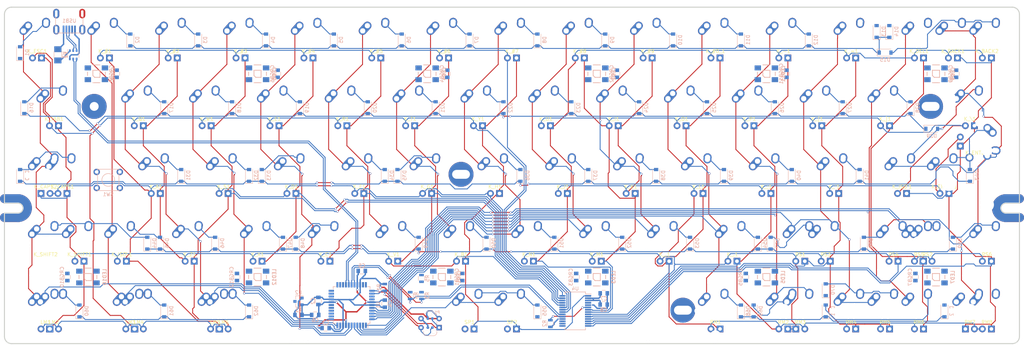
<source format=kicad_pcb>
(kicad_pcb (version 4) (host pcbnew 4.0.7)
  (layers (0 F.Cu signal) (31 B.Cu signal) (34 B.Paste user) (35 F.Paste user) (36 B.SilkS user) (37 F.SilkS user) (38 B.Mask user) (39 F.Mask user) (44 Edge.Cuts user))
  (net 0 "")
  (net 1 +3V3)
  (net 2 GND)
  (net 3 +5V)
  (net 4 VCC)
  (net 5 PDI_CLK)
  (net 6 COL9)
  (net 7 COL8)
  (net 8 COL7)
  (net 9 COL6)
  (net 10 COL5)
  (net 11 COL4)
  (net 12 COL3)
  (net 13 COL2)
  (net 14 COL1)
  (net 15 COL0)
  (net 16 "Net-(U1-Pad13)")
  (net 17 "Net-(U1-Pad14)")
  (net 18 "Net-(U1-Pad15)")
  (net 19 "Net-(U1-Pad16)")
  (net 20 "Net-(U1-Pad17)")
  (net 21 ROW1)
  (net 22 ROW4)
  (net 23 ROW3)
  (net 24 ROW2)
  (net 25 ROW0)
  (net 26 "Net-(U1-Pad25)")
  (net 27 D-)
  (net 28 D+)
  (net 29 "Net-(U1-Pad32)")
  (net 30 "Net-(U1-Pad33)")
  (net 31 PDI)
  (net 32 "Net-(U1-Pad36)")
  (net 33 "Net-(U1-Pad37)")
  (net 34 COL14)
  (net 35 COL13)
  (net 36 COL12)
  (net 37 COL11)
  (net 38 COL10)
  (net 39 "Net-(USB1-Pad2)")
  (net 40 "Net-(D1-Pad2)")
  (net 41 "Net-(D2-Pad2)")
  (net 42 "Net-(D3-Pad2)")
  (net 43 "Net-(D4-Pad2)")
  (net 44 "Net-(D5-Pad2)")
  (net 45 "Net-(D6-Pad2)")
  (net 46 "Net-(D7-Pad2)")
  (net 47 "Net-(D8-Pad2)")
  (net 48 "Net-(D9-Pad2)")
  (net 49 "Net-(D10-Pad2)")
  (net 50 "Net-(D11-Pad2)")
  (net 51 "Net-(D12-Pad2)")
  (net 52 "Net-(D13-Pad2)")
  (net 53 "Net-(D14-Pad2)")
  (net 54 "Net-(D15-Pad2)")
  (net 55 "Net-(D16-Pad2)")
  (net 56 "Net-(D17-Pad2)")
  (net 57 "Net-(D18-Pad2)")
  (net 58 "Net-(D19-Pad2)")
  (net 59 "Net-(D20-Pad2)")
  (net 60 "Net-(D21-Pad2)")
  (net 61 "Net-(D22-Pad2)")
  (net 62 "Net-(D23-Pad2)")
  (net 63 "Net-(D24-Pad2)")
  (net 64 "Net-(D25-Pad2)")
  (net 65 "Net-(D26-Pad2)")
  (net 66 "Net-(D27-Pad2)")
  (net 67 "Net-(D28-Pad2)")
  (net 68 "Net-(D29-Pad2)")
  (net 69 "Net-(D30-Pad2)")
  (net 70 "Net-(D31-Pad2)")
  (net 71 "Net-(D32-Pad2)")
  (net 72 "Net-(D33-Pad2)")
  (net 73 "Net-(D34-Pad2)")
  (net 74 "Net-(D35-Pad2)")
  (net 75 "Net-(D36-Pad2)")
  (net 76 "Net-(D37-Pad2)")
  (net 77 "Net-(D38-Pad2)")
  (net 78 "Net-(D39-Pad2)")
  (net 79 "Net-(D40-Pad2)")
  (net 80 "Net-(D41-Pad2)")
  (net 81 "Net-(D43-Pad2)")
  (net 82 "Net-(D44-Pad2)")
  (net 83 "Net-(D45-Pad2)")
  (net 84 "Net-(D46-Pad2)")
  (net 85 "Net-(D47-Pad2)")
  (net 86 "Net-(D48-Pad2)")
  (net 87 "Net-(D49-Pad2)")
  (net 88 "Net-(D50-Pad2)")
  (net 89 "Net-(D51-Pad2)")
  (net 90 "Net-(D52-Pad2)")
  (net 91 "Net-(D53-Pad2)")
  (net 92 "Net-(D54-Pad2)")
  (net 93 "Net-(D55-Pad2)")
  (net 94 "Net-(D57-Pad2)")
  (net 95 "Net-(D58-Pad2)")
  (net 96 "Net-(D59-Pad2)")
  (net 97 "Net-(D60-Pad2)")
  (net 98 "Net-(D61-Pad2)")
  (net 99 "Net-(D62-Pad2)")
  (net 100 "Net-(D68-Pad2)")
  (net 101 "Net-(D69-Pad2)")
  (net 102 "Net-(D70-Pad2)")
  (net 103 "Net-(D71-Pad2)")
  (net 104 "Net-(D72-Pad2)")
  (net 105 "Net-(R2-Pad1)")
  (net 106 LED-A9)
  (net 107 "Net-(U4-Pad4)")
  (net 108 LED-B1)
  (net 109 LED-B2)
  (net 110 LED-B3)
  (net 111 LED-B4)
  (net 112 LED-B5)
  (net 113 LED-B6)
  (net 114 LED-B7)
  (net 115 LED-B8)
  (net 116 LED-B9)
  (net 117 "Net-(U4-Pad16)")
  (net 118 "Net-(U4-Pad17)")
  (net 119 LED-A1)
  (net 120 LED-A2)
  (net 121 LED-A3)
  (net 122 LED-A4)
  (net 123 LED-A5)
  (net 124 LED-A6)
  (net 125 LED-A7)
  (net 126 LED-A8)
  (net 127 /USB-)
  (net 128 /USB+)
  (net 129 "Net-(LED1-Pad2)")
  (net 130 RGBLED)
  (net 131 "Net-(LED2-Pad2)")
  (net 132 "Net-(LED11-Pad2)")
  (net 133 "Net-(LED3-Pad2)")
  (net 134 "Net-(LED4-Pad2)")
  (net 135 "Net-(LED5-Pad2)")
  (net 136 "Net-(LED6-Pad2)")
  (net 137 "Net-(LED7-Pad2)")
  (net 138 "Net-(LED10-Pad4)")
  (net 139 "Net-(LED11-Pad4)")
  (net 140 "Net-(LED10-Pad2)")
  (net 141 "Net-(LED12-Pad2)")
  (net 142 I2C+)
  (net 143 I2C-)
  (net 144 "Net-(LED1-Pad4)")
  (module locallib:60_Outline (layer F.Cu) (at 190.5 95.25)
    (fp_text reference REF** hide)
    (fp_text value 60_Outline hide)
    (fp_line (start 138.7 11.85095) (end 142.55 11.85095) (layer B.Cu) (width 2.5019))
    (fp_line (start 138.7 6.54905) (end 142.5 6.54905) (layer F.Cu) (width 2.5019))
    (fp_arc (start 138.7 9.2) (end 136.04905 9.2) (angle -90) (layer F.Cu) (width 2.5019))
    (fp_arc (start 138.7 9.2) (end 138.7 6.54905) (angle -90) (layer F.Cu) (width 2.5019))
    (fp_line (start 138.7 6.54905) (end 142.5 6.54905) (layer B.Cu) (width 2.5019))
    (fp_line (start 138.7 11.85095) (end 142.55 11.85095) (layer F.Cu) (width 2.5019))
    (fp_arc (start 138.7 9.2) (end 136.04905 9.2) (angle -90) (layer B.Cu) (width 2.5019))
    (fp_arc (start 138.7 9.2) (end 138.7 6.54905) (angle -90) (layer B.Cu) (width 2.5019))
    (fp_arc (start -138.7 9.2) (end -138.7 6.54905) (angle 90) (layer B.Cu) (width 2.5019))
    (fp_arc (start -138.7 9.2) (end -136.04905 9.2) (angle 90) (layer B.Cu) (width 2.5019))
    (fp_line (start -142.5 11.85095) (end -138.7 11.85095) (layer F.Cu) (width 2.5019))
    (fp_line (start -142.5 11.85095) (end -138.7 11.85095) (layer B.Cu) (width 2.5019))
    (fp_arc (start -138.7 9.2) (end -138.7 6.54905) (angle 90) (layer F.Cu) (width 2.5019))
    (fp_arc (start -138.7 9.2) (end -136.04905 9.2) (angle 90) (layer F.Cu) (width 2.5019))
    (fp_arc (start -138.7 9.2) (end -137.3 9.2) (angle 90) (layer Edge.Cuts) (width 0.3))
    (fp_line (start -142.5 6.54905) (end -138.7 6.54905) (layer B.Cu) (width 2.5019))
    (fp_line (start -142.5 6.54905) (end -138.7 6.54905) (layer F.Cu) (width 2.5019))
    (fp_line (start 138.7 7.8) (end 142.5 7.8) (layer Edge.Cuts) (width 0.3))
    (fp_line (start 138.7 10.6) (end 142.5 10.6) (layer Edge.Cuts) (width 0.3))
    (fp_line (start 142.5 7.8) (end 142.5 -45.3) (layer Edge.Cuts) (width 0.3))
    (fp_line (start 142.5 10.6) (end 142.5 45.3) (layer Edge.Cuts) (width 0.3))
    (fp_arc (start 138.7 9.2) (end 137.3 9.2) (angle -90) (layer Edge.Cuts) (width 0.3))
    (fp_arc (start 138.7 9.2) (end 138.7 7.8) (angle -90) (layer Edge.Cuts) (width 0.3))
    (fp_line (start -142.5 7.8) (end -142.5 -45.3) (layer Edge.Cuts) (width 0.3))
    (fp_line (start -138.7 7.8) (end -142.5 7.8) (layer Edge.Cuts) (width 0.3))
    (fp_arc (start -138.7 9.2) (end -138.7 7.8) (angle 90) (layer Edge.Cuts) (width 0.3))
    (fp_line (start -142.5 10.6) (end -138.7 10.6) (layer Edge.Cuts) (width 0.3))
    (fp_line (start -142.5 45.3) (end -142.5 10.6) (layer Edge.Cuts) (width 0.3))
    (fp_arc (start 140.5 -45.3) (end 140.5 -47.3) (angle 90) (layer Edge.Cuts) (width 0.3))
    (fp_arc (start 140.5 45.3) (end 142.5 45.3) (angle 90) (layer Edge.Cuts) (width 0.3))
    (fp_arc (start -140.5 45.3) (end -140.5 47.3) (angle 90) (layer Edge.Cuts) (width 0.3))
    (fp_arc (start -140.5 -45.3) (end -142.5 -45.3) (angle 90) (layer Edge.Cuts) (width 0.3))
    (fp_line (start 140.5 -47.3) (end -140.5 -47.3) (layer Edge.Cuts) (width 0.3))
    (fp_line (start -140.5 47.3) (end 140.5 47.3) (layer Edge.Cuts) (width 0.3))
    (pad 1 thru_hole circle (at -117.3 -19.4) (size 7.0013 7.0013) (drill 2.4994) (layers *.Cu *.Mask))
    (pad 1 thru_hole circle (at -14.3 -0.3) (size 7.00024 7.00024) (drill oval 5.00126 2.49936) (layers *.Cu *.Mask))
    (pad 1 thru_hole circle (at 48 37.9) (size 7.00024 7.00024) (drill oval 5.00126 2.49936) (layers *.Cu *.Mask))
    (pad 1 thru_hole circle (at 117.55 -19.4) (size 7.00024 7.00024) (drill oval 5.00126 2.49936) (layers *.Cu *.Mask))
  )
  (module Capacitors_SMD:C_0805 (layer B.Cu) (at 130.556 134.493 180)
    (fp_text reference C1 (at 0 1.5 180) (layer B.SilkS) (effects (justify mirror)))
    (fp_text value 1u)
    (pad 1 smd rect (at -1 0 180) (size 1 1.25) (layers B.Cu B.Paste B.Mask) (net 1 +3V3))
    (pad 2 smd rect (at 1 0 180) (size 1 1.25) (layers B.Cu B.Paste B.Mask) (net 2 GND))
  )
  (module Capacitors_SMD:C_0805 (layer B.Cu) (at 136.144 130.556 270)
    (fp_text reference C2 (at 0 1.5 270) (layer B.SilkS) (effects (justify mirror)))
    (fp_text value 0.1u)
    (pad 1 smd rect (at -1 0 270) (size 1 1.25) (layers B.Cu B.Paste B.Mask) (net 1 +3V3))
    (pad 2 smd rect (at 1 0 270) (size 1 1.25) (layers B.Cu B.Paste B.Mask) (net 2 GND))
  )
  (module Capacitors_SMD:C_0805 (layer B.Cu) (at 138.176 138.176 180)
    (fp_text reference C3 (at 0 1.5 180) (layer B.SilkS) (effects (justify mirror)))
    (fp_text value 0.1u)
    (pad 1 smd rect (at -1 0 180) (size 1 1.25) (layers B.Cu B.Paste B.Mask) (net 1 +3V3))
    (pad 2 smd rect (at 1 0 180) (size 1 1.25) (layers B.Cu B.Paste B.Mask) (net 2 GND))
  )
  (module Capacitors_SMD:C_0805 (layer B.Cu) (at 154.813 131.318 90)
    (fp_text reference C4 (at 0 1.5 90) (layer B.SilkS) (effects (justify mirror)))
    (fp_text value 0.1u)
    (pad 1 smd rect (at -1 0 90) (size 1 1.25) (layers B.Cu B.Paste B.Mask) (net 1 +3V3))
    (pad 2 smd rect (at 1 0 90) (size 1 1.25) (layers B.Cu B.Paste B.Mask) (net 2 GND))
  )
  (module Capacitors_SMD:C_0805 (layer B.Cu) (at 148.336 122.1105 180)
    (fp_text reference C5 (at 0 1.5 180) (layer B.SilkS) (effects (justify mirror)))
    (fp_text value 0.1u)
    (pad 1 smd rect (at -1 0 180) (size 1 1.25) (layers B.Cu B.Paste B.Mask) (net 1 +3V3))
    (pad 2 smd rect (at 1 0 180) (size 1 1.25) (layers B.Cu B.Paste B.Mask) (net 2 GND))
  )
  (module Capacitors_SMD:C_0805 (layer B.Cu) (at 135.255 134.493)
    (fp_text reference C6 (at 0 1.5) (layer B.SilkS) (effects (justify mirror)))
    (fp_text value 10u)
    (pad 1 smd rect (at -1 0) (size 1 1.25) (layers B.Cu B.Paste B.Mask) (net 1 +3V3))
    (pad 2 smd rect (at 1 0) (size 1 1.25) (layers B.Cu B.Paste B.Mask) (net 2 GND))
  )
  (module Fuse_Holders_and_Fuses:Fuse_SMD1206_Wave (layer B.Cu) (at 62.992 61.341 90)
    (fp_text reference F1 (at -0.05 2.2 90) (layer B.SilkS) (effects (justify mirror)))
    (fp_text value 500mA)
    (pad 1 smd rect (at -1.58 0) (size 2.03 1.65) (layers B.Cu B.Paste B.Mask) (net 3 +5V))
    (pad 2 smd rect (at 1.58 0) (size 2.03 1.65) (layers B.Cu B.Paste B.Mask) (net 4 VCC))
  )
  (module Resistors_SMD:R_0805 (layer B.Cu) (at 154.813 126.746 270)
    (fp_text reference R1 (at 0 1.65 270) (layer B.SilkS) (effects (justify mirror)))
    (fp_text value 10k)
    (pad 1 smd rect (at -0.95 0 270) (size 0.7 1.3) (layers B.Cu B.Paste B.Mask) (net 1 +3V3))
    (pad 2 smd rect (at 0.95 0 270) (size 0.7 1.3) (layers B.Cu B.Paste B.Mask) (net 5 PDI_CLK))
  )
  (module Molex-0548190589:PushButton_6x6mm_TH (layer B.Cu) (at 77.15 96.52 180)
    (fp_text reference SW1 (at 0 -4.064 180) (layer B.SilkS) (effects (justify mirror)))
    (fp_text value SW_PUSH)
    (pad 1 thru_hole circle (at 3.25 2.25 180) (size 1.8 1.8) (drill 1) (layers *.Cu *.Mask) (net 2 GND))
    (pad 2 thru_hole circle (at -3.25 -2.25 180) (size 1.8 1.8) (drill 1) (layers *.Cu *.Mask) (net 5 PDI_CLK))
    (pad 3 thru_hole circle (at 3.25 -2.25 180) (size 1.8 1.8) (drill 1) (layers *.Cu *.Mask))
    (pad 4 thru_hole circle (at -3.25 2.25 180) (size 1.8 1.8) (drill 1) (layers *.Cu *.Mask))
  )
  (module Housings_QFP:TQFP-44_10x10mm_Pitch0.8mm (layer B.Cu) (at 145.4785 131.699 90)
    (fp_text reference U1 (at 0 7.45 90) (layer B.SilkS) (effects (justify mirror)))
    (fp_text value ATXMEGA32A4U-AU)
    (pad 1 smd rect (at -5.7 4 90) (size 1.5 0.55) (layers B.Cu B.Paste B.Mask) (net 6 COL9))
    (pad 2 smd rect (at -5.7 3.2 90) (size 1.5 0.55) (layers B.Cu B.Paste B.Mask) (net 7 COL8))
    (pad 3 smd rect (at -5.7 2.4 90) (size 1.5 0.55) (layers B.Cu B.Paste B.Mask) (net 8 COL7))
    (pad 4 smd rect (at -5.7 1.6 90) (size 1.5 0.55) (layers B.Cu B.Paste B.Mask) (net 9 COL6))
    (pad 5 smd rect (at -5.7 0.8 90) (size 1.5 0.55) (layers B.Cu B.Paste B.Mask) (net 10 COL5))
    (pad 6 smd rect (at -5.7 0 90) (size 1.5 0.55) (layers B.Cu B.Paste B.Mask) (net 11 COL4))
    (pad 7 smd rect (at -5.7 -0.8 90) (size 1.5 0.55) (layers B.Cu B.Paste B.Mask) (net 12 COL3))
    (pad 8 smd rect (at -5.7 -1.6 90) (size 1.5 0.55) (layers B.Cu B.Paste B.Mask) (net 2 GND))
    (pad 9 smd rect (at -5.7 -2.4 90) (size 1.5 0.55) (layers B.Cu B.Paste B.Mask) (net 1 +3V3))
    (pad 10 smd rect (at -5.7 -3.2 90) (size 1.5 0.55) (layers B.Cu B.Paste B.Mask) (net 13 COL2))
    (pad 11 smd rect (at -5.7 -4 90) (size 1.5 0.55) (layers B.Cu B.Paste B.Mask) (net 14 COL1))
    (pad 12 smd rect (at -4 -5.7) (size 1.5 0.55) (layers B.Cu B.Paste B.Mask) (net 15 COL0))
    (pad 13 smd rect (at -3.2 -5.7) (size 1.5 0.55) (layers B.Cu B.Paste B.Mask) (net 16 "Net-(U1-Pad13)"))
    (pad 14 smd rect (at -2.4 -5.7) (size 1.5 0.55) (layers B.Cu B.Paste B.Mask) (net 17 "Net-(U1-Pad14)"))
    (pad 15 smd rect (at -1.6 -5.7) (size 1.5 0.55) (layers B.Cu B.Paste B.Mask) (net 18 "Net-(U1-Pad15)"))
    (pad 16 smd rect (at -0.8 -5.7) (size 1.5 0.55) (layers B.Cu B.Paste B.Mask) (net 19 "Net-(U1-Pad16)"))
    (pad 17 smd rect (at 0 -5.7) (size 1.5 0.55) (layers B.Cu B.Paste B.Mask) (net 20 "Net-(U1-Pad17)"))
    (pad 18 smd rect (at 0.8 -5.7) (size 1.5 0.55) (layers B.Cu B.Paste B.Mask) (net 2 GND))
    (pad 19 smd rect (at 1.6 -5.7) (size 1.5 0.55) (layers B.Cu B.Paste B.Mask) (net 1 +3V3))
    (pad 20 smd rect (at 2.4 -5.7) (size 1.5 0.55) (layers B.Cu B.Paste B.Mask) (net 22 ROW4))
    (pad 21 smd rect (at 3.2 -5.7) (size 1.5 0.55) (layers B.Cu B.Paste B.Mask) (net 23 ROW3))
    (pad 22 smd rect (at 4 -5.7) (size 1.5 0.55) (layers B.Cu B.Paste B.Mask) (net 24 ROW2))
    (pad 23 smd rect (at 5.7 -4 90) (size 1.5 0.55) (layers B.Cu B.Paste B.Mask) (net 21 ROW1))
    (pad 24 smd rect (at 5.7 -3.2 90) (size 1.5 0.55) (layers B.Cu B.Paste B.Mask) (net 25 ROW0))
    (pad 25 smd rect (at 5.7 -2.4 90) (size 1.5 0.55) (layers B.Cu B.Paste B.Mask) (net 26 "Net-(U1-Pad25)"))
    (pad 26 smd rect (at 5.7 -1.6 90) (size 1.5 0.55) (layers B.Cu B.Paste B.Mask) (net 27 D-))
    (pad 27 smd rect (at 5.7 -0.8 90) (size 1.5 0.55) (layers B.Cu B.Paste B.Mask) (net 28 D+))
    (pad 28 smd rect (at 5.7 0 90) (size 1.5 0.55) (layers B.Cu B.Paste B.Mask) (net 142 I2C+))
    (pad 29 smd rect (at 5.7 0.8 90) (size 1.5 0.55) (layers B.Cu B.Paste B.Mask) (net 143 I2C-))
    (pad 30 smd rect (at 5.7 1.6 90) (size 1.5 0.55) (layers B.Cu B.Paste B.Mask) (net 2 GND))
    (pad 31 smd rect (at 5.7 2.4 90) (size 1.5 0.55) (layers B.Cu B.Paste B.Mask) (net 1 +3V3))
    (pad 32 smd rect (at 5.7 3.2 90) (size 1.5 0.55) (layers B.Cu B.Paste B.Mask) (net 29 "Net-(U1-Pad32)"))
    (pad 33 smd rect (at 5.7 4 90) (size 1.5 0.55) (layers B.Cu B.Paste B.Mask) (net 30 "Net-(U1-Pad33)"))
    (pad 34 smd rect (at 4 5.7) (size 1.5 0.55) (layers B.Cu B.Paste B.Mask) (net 31 PDI))
    (pad 35 smd rect (at 3.2 5.7) (size 1.5 0.55) (layers B.Cu B.Paste B.Mask) (net 5 PDI_CLK))
    (pad 36 smd rect (at 2.4 5.7) (size 1.5 0.55) (layers B.Cu B.Paste B.Mask) (net 32 "Net-(U1-Pad36)"))
    (pad 37 smd rect (at 1.6 5.7) (size 1.5 0.55) (layers B.Cu B.Paste B.Mask) (net 33 "Net-(U1-Pad37)"))
    (pad 38 smd rect (at 0.8 5.7) (size 1.5 0.55) (layers B.Cu B.Paste B.Mask) (net 2 GND))
    (pad 39 smd rect (at 0 5.7) (size 1.5 0.55) (layers B.Cu B.Paste B.Mask) (net 1 +3V3))
    (pad 40 smd rect (at -0.8 5.7) (size 1.5 0.55) (layers B.Cu B.Paste B.Mask) (net 34 COL14))
    (pad 41 smd rect (at -1.6 5.7) (size 1.5 0.55) (layers B.Cu B.Paste B.Mask) (net 35 COL13))
    (pad 42 smd rect (at -2.4 5.7) (size 1.5 0.55) (layers B.Cu B.Paste B.Mask) (net 36 COL12))
    (pad 43 smd rect (at -3.2 5.7) (size 1.5 0.55) (layers B.Cu B.Paste B.Mask) (net 37 COL11))
    (pad 44 smd rect (at -4 5.7) (size 1.5 0.55) (layers B.Cu B.Paste B.Mask) (net 38 COL10))
  )
  (module TO_SOT_Packages_SMD:SOT-23 (layer B.Cu) (at 130.556 130.683 180)
    (fp_text reference U2 (at 0 2.5 180) (layer B.SilkS) (effects (justify mirror)))
    (fp_text value MCP1700T-3002E/TT)
    (pad 1 smd rect (at -1 0.95 180) (size 0.9 0.8) (layers B.Cu B.Paste B.Mask) (net 2 GND))
    (pad 2 smd rect (at -1 -0.95 180) (size 0.9 0.8) (layers B.Cu B.Paste B.Mask) (net 1 +3V3))
    (pad 3 smd rect (at 1 0 180) (size 0.9 0.8) (layers B.Cu B.Paste B.Mask) (net 3 +5V))
  )
  (module Housings_SSOP:TSOP-6_1.65x3.05mm_Pitch0.95mm (layer B.Cu) (at 67.31 61.341 270)
    (fp_text reference U3 (at 0 2.45 270) (layer B.SilkS) (effects (justify mirror)))
    (fp_text value STF202-22T1G)
    (pad 1 smd rect (at -1.16 0.95 270) (size 0.7 0.51) (layers B.Cu B.Paste B.Mask) (net 3 +5V))
    (pad 2 smd rect (at -1.16 0 270) (size 0.7 0.51) (layers B.Cu B.Paste B.Mask) (net 127 /USB-))
    (pad 3 smd rect (at -1.16 -0.95 270) (size 0.7 0.51) (layers B.Cu B.Paste B.Mask) (net 128 /USB+))
    (pad 4 smd rect (at 1.16 -0.95 270) (size 0.7 0.51) (layers B.Cu B.Paste B.Mask) (net 28 D+))
    (pad 5 smd rect (at 1.16 0 270) (size 0.7 0.51) (layers B.Cu B.Paste B.Mask) (net 27 D-))
    (pad 6 smd rect (at 1.16 0.95 270) (size 0.7 0.51) (layers B.Cu B.Paste B.Mask) (net 2 GND))
  )
  (module Molex-0548190589:Molex-0548190589 (layer B.Cu) (at 66.2 49.75225 270)
    (fp_text reference USB1 (at 2.032 0 540) (layer B.SilkS) (effects (justify mirror)))
    (fp_text value Molex-0548190589)
    (pad 1 smd rect (at 4.5 -1.6 270) (size 2.25 0.5) (layers B.Cu B.Paste B.Mask) (net 2 GND))
    (pad 2 smd rect (at 4.5 -0.8 270) (size 2.25 0.5) (layers B.Cu B.Paste B.Mask) (net 39 "Net-(USB1-Pad2)"))
    (pad 3 smd rect (at 4.5 0 270) (size 2.25 0.5) (layers B.Cu B.Paste B.Mask) (net 128 /USB+))
    (pad 4 smd rect (at 4.5 0.8 270) (size 2.25 0.5) (layers B.Cu B.Paste B.Mask) (net 127 /USB-))
    (pad 5 smd rect (at 4.5 1.6 270) (size 2.25 0.5) (layers B.Cu B.Paste B.Mask) (net 4 VCC))
    (pad "" thru_hole oval (at 4.5 3.65 270) (size 2.7 1.7) (drill oval 1.9 0.7) (layers F.Cu F.Mask))
    (pad "" thru_hole oval (at 4.5 -3.65 270) (size 2.7 1.7) (drill oval 1.9 0.7) (layers F.Cu F.Mask))
    (pad "" np_thru_hole oval (at 0 -3.65 270) (size 2.7 1.7) (drill oval 1.9 0.7) (layers F.Cu F.Mask))
    (pad "" thru_hole oval (at 0 3.65 270) (size 2.7 1.7) (drill oval 1.9 0.7) (layers F.Cu F.Mask))
  )
  (module Capacitors_SMD:C_0805 (layer B.Cu) (at 216.281 128.397)
    (fp_text reference C7 (at 0 1.5) (layer B.SilkS) (effects (justify mirror)))
    (fp_text value 10u)
    (pad 1 smd rect (at -1 0) (size 1 1.25) (layers B.Cu B.Paste B.Mask) (net 3 +5V))
    (pad 2 smd rect (at 1 0) (size 1 1.25) (layers B.Cu B.Paste B.Mask) (net 2 GND))
  )
  (module Capacitors_SMD:C_0805 (layer B.Cu) (at 216.265 131.572)
    (fp_text reference C8 (at 0 1.5) (layer B.SilkS) (effects (justify mirror)))
    (fp_text value 0.1u)
    (pad 1 smd rect (at -1 0) (size 1 1.25) (layers B.Cu B.Paste B.Mask) (net 3 +5V))
    (pad 2 smd rect (at 1 0) (size 1 1.25) (layers B.Cu B.Paste B.Mask) (net 2 GND))
  )
  (module Diodes_SMD:D_SOD-123 (layer B.Cu) (at 52.3875 60.721875 90)
    (fp_text reference D1 (at 0 2 90) (layer B.SilkS) (effects (justify mirror)))
    (fp_text value D_Small)
    (pad 1 smd rect (at -1.65 0 90) (size 0.9 1.2) (layers B.Cu B.Paste B.Mask) (net 25 ROW0))
    (pad 2 smd rect (at 1.65 0 90) (size 0.9 1.2) (layers B.Cu B.Paste B.Mask) (net 40 "Net-(D1-Pad2)"))
  )
  (module Diodes_SMD:D_SOD-123 (layer B.Cu) (at 83.34375 57.15 90)
    (fp_text reference D2 (at 0 2 90) (layer B.SilkS) (effects (justify mirror)))
    (fp_text value D_Small)
    (pad 1 smd rect (at -1.65 0 90) (size 0.9 1.2) (layers B.Cu B.Paste B.Mask) (net 25 ROW0))
    (pad 2 smd rect (at 1.65 0 90) (size 0.9 1.2) (layers B.Cu B.Paste B.Mask) (net 41 "Net-(D2-Pad2)"))
  )
  (module Diodes_SMD:D_SOD-123 (layer B.Cu) (at 102.39375 57.15 90)
    (fp_text reference D3 (at 0 2 90) (layer B.SilkS) (effects (justify mirror)))
    (fp_text value D_Small)
    (pad 1 smd rect (at -1.65 0 90) (size 0.9 1.2) (layers B.Cu B.Paste B.Mask) (net 25 ROW0))
    (pad 2 smd rect (at 1.65 0 90) (size 0.9 1.2) (layers B.Cu B.Paste B.Mask) (net 42 "Net-(D3-Pad2)"))
  )
  (module Diodes_SMD:D_SOD-123 (layer B.Cu) (at 121.44375 57.15 90)
    (fp_text reference D4 (at 0 2 90) (layer B.SilkS) (effects (justify mirror)))
    (fp_text value D_Small)
    (pad 1 smd rect (at -1.65 0 90) (size 0.9 1.2) (layers B.Cu B.Paste B.Mask) (net 25 ROW0))
    (pad 2 smd rect (at 1.65 0 90) (size 0.9 1.2) (layers B.Cu B.Paste B.Mask) (net 43 "Net-(D4-Pad2)"))
  )
  (module Diodes_SMD:D_SOD-123 (layer B.Cu) (at 140.49375 57.15 90)
    (fp_text reference D5 (at 0 2 90) (layer B.SilkS) (effects (justify mirror)))
    (fp_text value D_Small)
    (pad 1 smd rect (at -1.65 0 90) (size 0.9 1.2) (layers B.Cu B.Paste B.Mask) (net 25 ROW0))
    (pad 2 smd rect (at 1.65 0 90) (size 0.9 1.2) (layers B.Cu B.Paste B.Mask) (net 44 "Net-(D5-Pad2)"))
  )
  (module Diodes_SMD:D_SOD-123 (layer B.Cu) (at 159.54375 57.15 90)
    (fp_text reference D6 (at 0 2 90) (layer B.SilkS) (effects (justify mirror)))
    (fp_text value D_Small)
    (pad 1 smd rect (at -1.65 0 90) (size 0.9 1.2) (layers B.Cu B.Paste B.Mask) (net 25 ROW0))
    (pad 2 smd rect (at 1.65 0 90) (size 0.9 1.2) (layers B.Cu B.Paste B.Mask) (net 45 "Net-(D6-Pad2)"))
  )
  (module Diodes_SMD:D_SOD-123 (layer B.Cu) (at 178.59375 57.15 90)
    (fp_text reference D7 (at 0 2 90) (layer B.SilkS) (effects (justify mirror)))
    (fp_text value D_Small)
    (pad 1 smd rect (at -1.65 0 90) (size 0.9 1.2) (layers B.Cu B.Paste B.Mask) (net 25 ROW0))
    (pad 2 smd rect (at 1.65 0 90) (size 0.9 1.2) (layers B.Cu B.Paste B.Mask) (net 46 "Net-(D7-Pad2)"))
  )
  (module Diodes_SMD:D_SOD-123 (layer B.Cu) (at 197.64375 57.15 90)
    (fp_text reference D8 (at 0 2 90) (layer B.SilkS) (effects (justify mirror)))
    (fp_text value D_Small)
    (pad 1 smd rect (at -1.65 0 90) (size 0.9 1.2) (layers B.Cu B.Paste B.Mask) (net 25 ROW0))
    (pad 2 smd rect (at 1.65 0 90) (size 0.9 1.2) (layers B.Cu B.Paste B.Mask) (net 47 "Net-(D8-Pad2)"))
  )
  (module Diodes_SMD:D_SOD-123 (layer B.Cu) (at 216.69375 57.15 90)
    (fp_text reference D9 (at 0 2 90) (layer B.SilkS) (effects (justify mirror)))
    (fp_text value D_Small)
    (pad 1 smd rect (at -1.65 0 90) (size 0.9 1.2) (layers B.Cu B.Paste B.Mask) (net 25 ROW0))
    (pad 2 smd rect (at 1.65 0 90) (size 0.9 1.2) (layers B.Cu B.Paste B.Mask) (net 48 "Net-(D9-Pad2)"))
  )
  (module Diodes_SMD:D_SOD-123 (layer B.Cu) (at 235.74375 57.15 90)
    (fp_text reference D10 (at 0 2 90) (layer B.SilkS) (effects (justify mirror)))
    (fp_text value D_Small)
    (pad 1 smd rect (at -1.65 0 90) (size 0.9 1.2) (layers B.Cu B.Paste B.Mask) (net 25 ROW0))
    (pad 2 smd rect (at 1.65 0 90) (size 0.9 1.2) (layers B.Cu B.Paste B.Mask) (net 49 "Net-(D10-Pad2)"))
  )
  (module Diodes_SMD:D_SOD-123 (layer B.Cu) (at 254.79375 57.15 90)
    (fp_text reference D11 (at 0 2 90) (layer B.SilkS) (effects (justify mirror)))
    (fp_text value D_Small)
    (pad 1 smd rect (at -1.65 0 90) (size 0.9 1.2) (layers B.Cu B.Paste B.Mask) (net 25 ROW0))
    (pad 2 smd rect (at 1.65 0 90) (size 0.9 1.2) (layers B.Cu B.Paste B.Mask) (net 50 "Net-(D11-Pad2)"))
  )
  (module Diodes_SMD:D_SOD-123 (layer B.Cu) (at 273.84375 57.15 90)
    (fp_text reference D12 (at 0 2 90) (layer B.SilkS) (effects (justify mirror)))
    (fp_text value D_Small)
    (pad 1 smd rect (at -1.65 0 90) (size 0.9 1.2) (layers B.Cu B.Paste B.Mask) (net 25 ROW0))
    (pad 2 smd rect (at 1.65 0 90) (size 0.9 1.2) (layers B.Cu B.Paste B.Mask) (net 51 "Net-(D12-Pad2)"))
  )
  (module Diodes_SMD:D_SOD-123 (layer B.Cu) (at 292.89375 54.76875 90)
    (fp_text reference D13 (at 0 2 90) (layer B.SilkS) (effects (justify mirror)))
    (fp_text value D_Small)
    (pad 1 smd rect (at -1.65 0 90) (size 0.9 1.2) (layers B.Cu B.Paste B.Mask) (net 25 ROW0))
    (pad 2 smd rect (at 1.65 0 90) (size 0.9 1.2) (layers B.Cu B.Paste B.Mask) (net 52 "Net-(D13-Pad2)"))
  )
  (module Diodes_SMD:D_SOD-123 (layer B.Cu) (at 296.465625 54.76875 90)
    (fp_text reference D14 (at 0 2 90) (layer B.SilkS) (effects (justify mirror)))
    (fp_text value D_Small)
    (pad 1 smd rect (at -1.65 0 90) (size 0.9 1.2) (layers B.Cu B.Paste B.Mask) (net 25 ROW0))
    (pad 2 smd rect (at 1.65 0 90) (size 0.9 1.2) (layers B.Cu B.Paste B.Mask) (net 53 "Net-(D14-Pad2)"))
  )
  (module Diodes_SMD:D_SOD-123 (layer B.Cu) (at 295.275 60.721875)
    (fp_text reference D15 (at 0 2) (layer B.SilkS) (effects (justify mirror)))
    (fp_text value D_Small)
    (pad 1 smd rect (at -1.65 0) (size 0.9 1.2) (layers B.Cu B.Paste B.Mask) (net 25 ROW0))
    (pad 2 smd rect (at 1.65 0) (size 0.9 1.2) (layers B.Cu B.Paste B.Mask) (net 54 "Net-(D15-Pad2)"))
  )
  (module Diodes_SMD:D_SOD-123 (layer B.Cu) (at 53.578125 76.2 90)
    (fp_text reference D16 (at 0 2 90) (layer B.SilkS) (effects (justify mirror)))
    (fp_text value D_Small)
    (pad 1 smd rect (at -1.65 0 90) (size 0.9 1.2) (layers B.Cu B.Paste B.Mask) (net 21 ROW1))
    (pad 2 smd rect (at 1.65 0 90) (size 0.9 1.2) (layers B.Cu B.Paste B.Mask) (net 55 "Net-(D16-Pad2)"))
  )
  (module Diodes_SMD:D_SOD-123 (layer B.Cu) (at 92.86875 76.2 90)
    (fp_text reference D17 (at 0 2 90) (layer B.SilkS) (effects (justify mirror)))
    (fp_text value D_Small)
    (pad 1 smd rect (at -1.65 0 90) (size 0.9 1.2) (layers B.Cu B.Paste B.Mask) (net 21 ROW1))
    (pad 2 smd rect (at 1.65 0 90) (size 0.9 1.2) (layers B.Cu B.Paste B.Mask) (net 56 "Net-(D17-Pad2)"))
  )
  (module Diodes_SMD:D_SOD-123 (layer B.Cu) (at 111.91875 76.2 90)
    (fp_text reference D18 (at 0 2 90) (layer B.SilkS) (effects (justify mirror)))
    (fp_text value D_Small)
    (pad 1 smd rect (at -1.65 0 90) (size 0.9 1.2) (layers B.Cu B.Paste B.Mask) (net 21 ROW1))
    (pad 2 smd rect (at 1.65 0 90) (size 0.9 1.2) (layers B.Cu B.Paste B.Mask) (net 57 "Net-(D18-Pad2)"))
  )
  (module Diodes_SMD:D_SOD-123 (layer B.Cu) (at 130.96875 76.2 90)
    (fp_text reference D19 (at 0 2 90) (layer B.SilkS) (effects (justify mirror)))
    (fp_text value D_Small)
    (pad 1 smd rect (at -1.65 0 90) (size 0.9 1.2) (layers B.Cu B.Paste B.Mask) (net 21 ROW1))
    (pad 2 smd rect (at 1.65 0 90) (size 0.9 1.2) (layers B.Cu B.Paste B.Mask) (net 58 "Net-(D19-Pad2)"))
  )
  (module Diodes_SMD:D_SOD-123 (layer B.Cu) (at 150.01875 76.2 90)
    (fp_text reference D20 (at 0 2 90) (layer B.SilkS) (effects (justify mirror)))
    (fp_text value D_Small)
    (pad 1 smd rect (at -1.65 0 90) (size 0.9 1.2) (layers B.Cu B.Paste B.Mask) (net 21 ROW1))
    (pad 2 smd rect (at 1.65 0 90) (size 0.9 1.2) (layers B.Cu B.Paste B.Mask) (net 59 "Net-(D20-Pad2)"))
  )
  (module Diodes_SMD:D_SOD-123 (layer B.Cu) (at 169.06875 76.2 90)
    (fp_text reference D21 (at 0 2 90) (layer B.SilkS) (effects (justify mirror)))
    (fp_text value D_Small)
    (pad 1 smd rect (at -1.65 0 90) (size 0.9 1.2) (layers B.Cu B.Paste B.Mask) (net 21 ROW1))
    (pad 2 smd rect (at 1.65 0 90) (size 0.9 1.2) (layers B.Cu B.Paste B.Mask) (net 60 "Net-(D21-Pad2)"))
  )
  (module Diodes_SMD:D_SOD-123 (layer B.Cu) (at 188.11875 76.2 90)
    (fp_text reference D22 (at 0 2 90) (layer B.SilkS) (effects (justify mirror)))
    (fp_text value D_Small)
    (pad 1 smd rect (at -1.65 0 90) (size 0.9 1.2) (layers B.Cu B.Paste B.Mask) (net 21 ROW1))
    (pad 2 smd rect (at 1.65 0 90) (size 0.9 1.2) (layers B.Cu B.Paste B.Mask) (net 61 "Net-(D22-Pad2)"))
  )
  (module Diodes_SMD:D_SOD-123 (layer B.Cu) (at 207.16875 76.2 90)
    (fp_text reference D23 (at 0 2 90) (layer B.SilkS) (effects (justify mirror)))
    (fp_text value D_Small)
    (pad 1 smd rect (at -1.65 0 90) (size 0.9 1.2) (layers B.Cu B.Paste B.Mask) (net 21 ROW1))
    (pad 2 smd rect (at 1.65 0 90) (size 0.9 1.2) (layers B.Cu B.Paste B.Mask) (net 62 "Net-(D23-Pad2)"))
  )
  (module Diodes_SMD:D_SOD-123 (layer B.Cu) (at 226.21875 76.2 90)
    (fp_text reference D24 (at 0 2 90) (layer B.SilkS) (effects (justify mirror)))
    (fp_text value D_Small)
    (pad 1 smd rect (at -1.65 0 90) (size 0.9 1.2) (layers B.Cu B.Paste B.Mask) (net 21 ROW1))
    (pad 2 smd rect (at 1.65 0 90) (size 0.9 1.2) (layers B.Cu B.Paste B.Mask) (net 63 "Net-(D24-Pad2)"))
  )
  (module Diodes_SMD:D_SOD-123 (layer B.Cu) (at 245.26875 76.2 90)
    (fp_text reference D25 (at 0 2 90) (layer B.SilkS) (effects (justify mirror)))
    (fp_text value D_Small)
    (pad 1 smd rect (at -1.65 0 90) (size 0.9 1.2) (layers B.Cu B.Paste B.Mask) (net 21 ROW1))
    (pad 2 smd rect (at 1.65 0 90) (size 0.9 1.2) (layers B.Cu B.Paste B.Mask) (net 64 "Net-(D25-Pad2)"))
  )
  (module Diodes_SMD:D_SOD-123 (layer B.Cu) (at 264.31875 76.2 90)
    (fp_text reference D26 (at 0 2 90) (layer B.SilkS) (effects (justify mirror)))
    (fp_text value D_Small)
    (pad 1 smd rect (at -1.65 0 90) (size 0.9 1.2) (layers B.Cu B.Paste B.Mask) (net 21 ROW1))
    (pad 2 smd rect (at 1.65 0 90) (size 0.9 1.2) (layers B.Cu B.Paste B.Mask) (net 65 "Net-(D26-Pad2)"))
  )
  (module Diodes_SMD:D_SOD-123 (layer B.Cu) (at 283.36875 76.2 90)
    (fp_text reference D27 (at 0 2 90) (layer B.SilkS) (effects (justify mirror)))
    (fp_text value D_Small)
    (pad 1 smd rect (at -1.65 0 90) (size 0.9 1.2) (layers B.Cu B.Paste B.Mask) (net 21 ROW1))
    (pad 2 smd rect (at 1.65 0 90) (size 0.9 1.2) (layers B.Cu B.Paste B.Mask) (net 66 "Net-(D27-Pad2)"))
  )
  (module Diodes_SMD:D_SOD-123 (layer B.Cu) (at 302.41875 76.2 90)
    (fp_text reference D28 (at 0 2 90) (layer B.SilkS) (effects (justify mirror)))
    (fp_text value D_Small)
    (pad 1 smd rect (at -1.65 0 90) (size 0.9 1.2) (layers B.Cu B.Paste B.Mask) (net 21 ROW1))
    (pad 2 smd rect (at 1.65 0 90) (size 0.9 1.2) (layers B.Cu B.Paste B.Mask) (net 67 "Net-(D28-Pad2)"))
  )
  (module Diodes_SMD:D_SOD-123 (layer B.Cu) (at 308.371875 82.153125)
    (fp_text reference D29 (at 0 2) (layer B.SilkS) (effects (justify mirror)))
    (fp_text value D_Small)
    (pad 1 smd rect (at -1.65 0) (size 0.9 1.2) (layers B.Cu B.Paste B.Mask) (net 21 ROW1))
    (pad 2 smd rect (at 1.65 0) (size 0.9 1.2) (layers B.Cu B.Paste B.Mask) (net 68 "Net-(D29-Pad2)"))
  )
  (module Diodes_SMD:D_SOD-123 (layer B.Cu) (at 52.3875 95.25 90)
    (fp_text reference D30 (at 0 2 90) (layer B.SilkS) (effects (justify mirror)))
    (fp_text value D_Small)
    (pad 1 smd rect (at -1.65 0 90) (size 0.9 1.2) (layers B.Cu B.Paste B.Mask) (net 24 ROW2))
    (pad 2 smd rect (at 1.65 0 90) (size 0.9 1.2) (layers B.Cu B.Paste B.Mask) (net 69 "Net-(D30-Pad2)"))
  )
  (module Diodes_SMD:D_SOD-123 (layer B.Cu) (at 97.63125 95.25 90)
    (fp_text reference D31 (at 0 2 90) (layer B.SilkS) (effects (justify mirror)))
    (fp_text value D_Small)
    (pad 1 smd rect (at -1.65 0 90) (size 0.9 1.2) (layers B.Cu B.Paste B.Mask) (net 24 ROW2))
    (pad 2 smd rect (at 1.65 0 90) (size 0.9 1.2) (layers B.Cu B.Paste B.Mask) (net 70 "Net-(D31-Pad2)"))
  )
  (module Diodes_SMD:D_SOD-123 (layer B.Cu) (at 116.68125 95.25 90)
    (fp_text reference D32 (at 0 2 90) (layer B.SilkS) (effects (justify mirror)))
    (fp_text value D_Small)
    (pad 1 smd rect (at -1.65 0 90) (size 0.9 1.2) (layers B.Cu B.Paste B.Mask) (net 24 ROW2))
    (pad 2 smd rect (at 1.65 0 90) (size 0.9 1.2) (layers B.Cu B.Paste B.Mask) (net 71 "Net-(D32-Pad2)"))
  )
  (module Diodes_SMD:D_SOD-123 (layer B.Cu) (at 120.253125 95.25 90)
    (fp_text reference D33 (at 0 2 90) (layer B.SilkS) (effects (justify mirror)))
    (fp_text value D_Small)
    (pad 1 smd rect (at -1.65 0 90) (size 0.9 1.2) (layers B.Cu B.Paste B.Mask) (net 24 ROW2))
    (pad 2 smd rect (at 1.65 0 90) (size 0.9 1.2) (layers B.Cu B.Paste B.Mask) (net 72 "Net-(D33-Pad2)"))
  )
  (module Diodes_SMD:D_SOD-123 (layer B.Cu) (at 154.78125 95.25 90)
    (fp_text reference D34 (at 0 2 90) (layer B.SilkS) (effects (justify mirror)))
    (fp_text value D_Small)
    (pad 1 smd rect (at -1.65 0 90) (size 0.9 1.2) (layers B.Cu B.Paste B.Mask) (net 24 ROW2))
    (pad 2 smd rect (at 1.65 0 90) (size 0.9 1.2) (layers B.Cu B.Paste B.Mask) (net 73 "Net-(D34-Pad2)"))
  )
  (module Diodes_SMD:D_SOD-123 (layer B.Cu) (at 158.353125 95.25 90)
    (fp_text reference D35 (at 0 2 90) (layer B.SilkS) (effects (justify mirror)))
    (fp_text value D_Small)
    (pad 1 smd rect (at -1.65 0 90) (size 0.9 1.2) (layers B.Cu B.Paste B.Mask) (net 24 ROW2))
    (pad 2 smd rect (at 1.65 0 90) (size 0.9 1.2) (layers B.Cu B.Paste B.Mask) (net 74 "Net-(D35-Pad2)"))
  )
  (module Diodes_SMD:D_SOD-123 (layer B.Cu) (at 192.88125 95.25 90)
    (fp_text reference D36 (at 0 2 90) (layer B.SilkS) (effects (justify mirror)))
    (fp_text value D_Small)
    (pad 1 smd rect (at -1.65 0 90) (size 0.9 1.2) (layers B.Cu B.Paste B.Mask) (net 24 ROW2))
    (pad 2 smd rect (at 1.65 0 90) (size 0.9 1.2) (layers B.Cu B.Paste B.Mask) (net 75 "Net-(D36-Pad2)"))
  )
  (module Diodes_SMD:D_SOD-123 (layer B.Cu) (at 211.93125 95.25 90)
    (fp_text reference D37 (at 0 2 90) (layer B.SilkS) (effects (justify mirror)))
    (fp_text value D_Small)
    (pad 1 smd rect (at -1.65 0 90) (size 0.9 1.2) (layers B.Cu B.Paste B.Mask) (net 24 ROW2))
    (pad 2 smd rect (at 1.65 0 90) (size 0.9 1.2) (layers B.Cu B.Paste B.Mask) (net 76 "Net-(D37-Pad2)"))
  )
  (module Diodes_SMD:D_SOD-123 (layer B.Cu) (at 230.98125 95.25 90)
    (fp_text reference D38 (at 0 2 90) (layer B.SilkS) (effects (justify mirror)))
    (fp_text value D_Small)
    (pad 1 smd rect (at -1.65 0 90) (size 0.9 1.2) (layers B.Cu B.Paste B.Mask) (net 24 ROW2))
    (pad 2 smd rect (at 1.65 0 90) (size 0.9 1.2) (layers B.Cu B.Paste B.Mask) (net 77 "Net-(D38-Pad2)"))
  )
  (module Diodes_SMD:D_SOD-123 (layer B.Cu) (at 250.03125 95.25 90)
    (fp_text reference D39 (at 0 2 90) (layer B.SilkS) (effects (justify mirror)))
    (fp_text value D_Small)
    (pad 1 smd rect (at -1.65 0 90) (size 0.9 1.2) (layers B.Cu B.Paste B.Mask) (net 24 ROW2))
    (pad 2 smd rect (at 1.65 0 90) (size 0.9 1.2) (layers B.Cu B.Paste B.Mask) (net 78 "Net-(D39-Pad2)"))
  )
  (module Diodes_SMD:D_SOD-123 (layer B.Cu) (at 269.08125 95.25 90)
    (fp_text reference D40 (at 0 2 90) (layer B.SilkS) (effects (justify mirror)))
    (fp_text value D_Small)
    (pad 1 smd rect (at -1.65 0 90) (size 0.9 1.2) (layers B.Cu B.Paste B.Mask) (net 24 ROW2))
    (pad 2 smd rect (at 1.65 0 90) (size 0.9 1.2) (layers B.Cu B.Paste B.Mask) (net 79 "Net-(D40-Pad2)"))
  )
  (module Diodes_SMD:D_SOD-123 (layer B.Cu) (at 288.13125 95.25 90)
    (fp_text reference D41 (at 0 2 90) (layer B.SilkS) (effects (justify mirror)))
    (fp_text value D_Small)
    (pad 1 smd rect (at -1.65 0 90) (size 0.9 1.2) (layers B.Cu B.Paste B.Mask) (net 24 ROW2))
    (pad 2 smd rect (at 1.65 0 90) (size 0.9 1.2) (layers B.Cu B.Paste B.Mask) (net 80 "Net-(D41-Pad2)"))
  )
  (module Diodes_SMD:D_SOD-123 (layer B.Cu) (at 319.0875 95.25 90)
    (fp_text reference D43 (at 0 2 90) (layer B.SilkS) (effects (justify mirror)))
    (fp_text value D_Small)
    (pad 1 smd rect (at -1.65 0 90) (size 0.9 1.2) (layers B.Cu B.Paste B.Mask) (net 24 ROW2))
    (pad 2 smd rect (at 1.65 0 90) (size 0.9 1.2) (layers B.Cu B.Paste B.Mask) (net 81 "Net-(D43-Pad2)"))
  )
  (module Diodes_SMD:D_SOD-123 (layer B.Cu) (at 88.10625 114.3 90)
    (fp_text reference D44 (at 0 2 90) (layer B.SilkS) (effects (justify mirror)))
    (fp_text value D_Small)
    (pad 1 smd rect (at -1.65 0 90) (size 0.9 1.2) (layers B.Cu B.Paste B.Mask) (net 23 ROW3))
    (pad 2 smd rect (at 1.65 0 90) (size 0.9 1.2) (layers B.Cu B.Paste B.Mask) (net 82 "Net-(D44-Pad2)"))
  )
  (module Diodes_SMD:D_SOD-123 (layer B.Cu) (at 91.678125 114.3 90)
    (fp_text reference D45 (at 0 2 90) (layer B.SilkS) (effects (justify mirror)))
    (fp_text value D_Small)
    (pad 1 smd rect (at -1.65 0 90) (size 0.9 1.2) (layers B.Cu B.Paste B.Mask) (net 23 ROW3))
    (pad 2 smd rect (at 1.65 0 90) (size 0.9 1.2) (layers B.Cu B.Paste B.Mask) (net 83 "Net-(D45-Pad2)"))
  )
  (module Diodes_SMD:D_SOD-123 (layer B.Cu) (at 107.15625 114.3 90)
    (fp_text reference D46 (at 0 2 90) (layer B.SilkS) (effects (justify mirror)))
    (fp_text value D_Small)
    (pad 1 smd rect (at -1.65 0 90) (size 0.9 1.2) (layers B.Cu B.Paste B.Mask) (net 23 ROW3))
    (pad 2 smd rect (at 1.65 0 90) (size 0.9 1.2) (layers B.Cu B.Paste B.Mask) (net 84 "Net-(D46-Pad2)"))
  )
  (module Diodes_SMD:D_SOD-123 (layer B.Cu) (at 126.20625 114.3 90)
    (fp_text reference D47 (at 0 2 90) (layer B.SilkS) (effects (justify mirror)))
    (fp_text value D_Small)
    (pad 1 smd rect (at -1.65 0 90) (size 0.9 1.2) (layers B.Cu B.Paste B.Mask) (net 23 ROW3))
    (pad 2 smd rect (at 1.65 0 90) (size 0.9 1.2) (layers B.Cu B.Paste B.Mask) (net 85 "Net-(D47-Pad2)"))
  )
  (module Diodes_SMD:D_SOD-123 (layer B.Cu) (at 129.778125 114.3 90)
    (fp_text reference D48 (at 0 2 90) (layer B.SilkS) (effects (justify mirror)))
    (fp_text value D_Small)
    (pad 1 smd rect (at -1.65 0 90) (size 0.9 1.2) (layers B.Cu B.Paste B.Mask) (net 23 ROW3))
    (pad 2 smd rect (at 1.65 0 90) (size 0.9 1.2) (layers B.Cu B.Paste B.Mask) (net 86 "Net-(D48-Pad2)"))
  )
  (module Diodes_SMD:D_SOD-123 (layer B.Cu) (at 164.30625 114.3 90)
    (fp_text reference D49 (at 0 2 90) (layer B.SilkS) (effects (justify mirror)))
    (fp_text value D_Small)
    (pad 1 smd rect (at -1.65 0 90) (size 0.9 1.2) (layers B.Cu B.Paste B.Mask) (net 23 ROW3))
    (pad 2 smd rect (at 1.65 0 90) (size 0.9 1.2) (layers B.Cu B.Paste B.Mask) (net 87 "Net-(D49-Pad2)"))
  )
  (module Diodes_SMD:D_SOD-123 (layer B.Cu) (at 183.35625 114.3 90)
    (fp_text reference D50 (at 0 2 90) (layer B.SilkS) (effects (justify mirror)))
    (fp_text value D_Small)
    (pad 1 smd rect (at -1.65 0 90) (size 0.9 1.2) (layers B.Cu B.Paste B.Mask) (net 23 ROW3))
    (pad 2 smd rect (at 1.65 0 90) (size 0.9 1.2) (layers B.Cu B.Paste B.Mask) (net 88 "Net-(D50-Pad2)"))
  )
  (module Diodes_SMD:D_SOD-123 (layer B.Cu) (at 202.40625 114.3 90)
    (fp_text reference D51 (at 0 2 90) (layer B.SilkS) (effects (justify mirror)))
    (fp_text value D_Small)
    (pad 1 smd rect (at -1.65 0 90) (size 0.9 1.2) (layers B.Cu B.Paste B.Mask) (net 23 ROW3))
    (pad 2 smd rect (at 1.65 0 90) (size 0.9 1.2) (layers B.Cu B.Paste B.Mask) (net 89 "Net-(D51-Pad2)"))
  )
  (module Diodes_SMD:D_SOD-123 (layer B.Cu) (at 221.45625 114.3 90)
    (fp_text reference D52 (at 0 2 90) (layer B.SilkS) (effects (justify mirror)))
    (fp_text value D_Small)
    (pad 1 smd rect (at -1.65 0 90) (size 0.9 1.2) (layers B.Cu B.Paste B.Mask) (net 23 ROW3))
    (pad 2 smd rect (at 1.65 0 90) (size 0.9 1.2) (layers B.Cu B.Paste B.Mask) (net 90 "Net-(D52-Pad2)"))
  )
  (module Diodes_SMD:D_SOD-123 (layer B.Cu) (at 240.50625 114.3 90)
    (fp_text reference D53 (at 0 2 90) (layer B.SilkS) (effects (justify mirror)))
    (fp_text value D_Small)
    (pad 1 smd rect (at -1.65 0 90) (size 0.9 1.2) (layers B.Cu B.Paste B.Mask) (net 23 ROW3))
    (pad 2 smd rect (at 1.65 0 90) (size 0.9 1.2) (layers B.Cu B.Paste B.Mask) (net 91 "Net-(D53-Pad2)"))
  )
  (module Diodes_SMD:D_SOD-123 (layer B.Cu) (at 259.55625 114.3 90)
    (fp_text reference D54 (at 0 2 90) (layer B.SilkS) (effects (justify mirror)))
    (fp_text value D_Small)
    (pad 1 smd rect (at -1.65 0 90) (size 0.9 1.2) (layers B.Cu B.Paste B.Mask) (net 23 ROW3))
    (pad 2 smd rect (at 1.65 0 90) (size 0.9 1.2) (layers B.Cu B.Paste B.Mask) (net 92 "Net-(D54-Pad2)"))
  )
  (module Diodes_SMD:D_SOD-123 (layer B.Cu) (at 197.64375 133.35 90)
    (fp_text reference D55 (at 0 2 90) (layer B.SilkS) (effects (justify mirror)))
    (fp_text value D_Small)
    (pad 1 smd rect (at -1.65 0 90) (size 0.9 1.2) (layers B.Cu B.Paste B.Mask) (net 22 ROW4))
    (pad 2 smd rect (at 1.65 0 90) (size 0.9 1.2) (layers B.Cu B.Paste B.Mask) (net 93 "Net-(D55-Pad2)"))
  )
  (module Diodes_SMD:D_SOD-123 (layer B.Cu) (at 263.128125 114.3 90)
    (fp_text reference D57 (at 0 2 90) (layer B.SilkS) (effects (justify mirror)))
    (fp_text value D_Small)
    (pad 1 smd rect (at -1.65 0 90) (size 0.9 1.2) (layers B.Cu B.Paste B.Mask) (net 23 ROW3))
    (pad 2 smd rect (at 1.65 0 90) (size 0.9 1.2) (layers B.Cu B.Paste B.Mask) (net 94 "Net-(D57-Pad2)"))
  )
  (module Diodes_SMD:D_SOD-123 (layer B.Cu) (at 289.321875 114.3 90)
    (fp_text reference D58 (at 0 2 90) (layer B.SilkS) (effects (justify mirror)))
    (fp_text value D_Small)
    (pad 1 smd rect (at -1.65 0 90) (size 0.9 1.2) (layers B.Cu B.Paste B.Mask) (net 23 ROW3))
    (pad 2 smd rect (at 1.65 0 90) (size 0.9 1.2) (layers B.Cu B.Paste B.Mask) (net 95 "Net-(D58-Pad2)"))
  )
  (module Diodes_SMD:D_SOD-123 (layer B.Cu) (at 314.325 114.3 90)
    (fp_text reference D59 (at 0 2 90) (layer B.SilkS) (effects (justify mirror)))
    (fp_text value D_Small)
    (pad 1 smd rect (at -1.65 0 90) (size 0.9 1.2) (layers B.Cu B.Paste B.Mask) (net 23 ROW3))
    (pad 2 smd rect (at 1.65 0 90) (size 0.9 1.2) (layers B.Cu B.Paste B.Mask) (net 96 "Net-(D59-Pad2)"))
  )
  (module Diodes_SMD:D_SOD-123 (layer B.Cu) (at 69.05625 133.35 90)
    (fp_text reference D60 (at 0 2 90) (layer B.SilkS) (effects (justify mirror)))
    (fp_text value D_Small)
    (pad 1 smd rect (at -1.65 0 90) (size 0.9 1.2) (layers B.Cu B.Paste B.Mask) (net 22 ROW4))
    (pad 2 smd rect (at 1.65 0 90) (size 0.9 1.2) (layers B.Cu B.Paste B.Mask) (net 97 "Net-(D60-Pad2)"))
  )
  (module Diodes_SMD:D_SOD-123 (layer B.Cu) (at 92.86875 133.35 90)
    (fp_text reference D61 (at 0 2 90) (layer B.SilkS) (effects (justify mirror)))
    (fp_text value D_Small)
    (pad 1 smd rect (at -1.65 0 90) (size 0.9 1.2) (layers B.Cu B.Paste B.Mask) (net 22 ROW4))
    (pad 2 smd rect (at 1.65 0 90) (size 0.9 1.2) (layers B.Cu B.Paste B.Mask) (net 98 "Net-(D61-Pad2)"))
  )
  (module Diodes_SMD:D_SOD-123 (layer B.Cu) (at 116.68125 133.35 90)
    (fp_text reference D62 (at 0 2 90) (layer B.SilkS) (effects (justify mirror)))
    (fp_text value D_Small)
    (pad 1 smd rect (at -1.65 0 90) (size 0.9 1.2) (layers B.Cu B.Paste B.Mask) (net 22 ROW4))
    (pad 2 smd rect (at 1.65 0 90) (size 0.9 1.2) (layers B.Cu B.Paste B.Mask) (net 99 "Net-(D62-Pad2)"))
  )
  (module Diodes_SMD:D_SOD-123 (layer B.Cu) (at 254.79375 133.35 90)
    (fp_text reference D68 (at 0 2 90) (layer B.SilkS) (effects (justify mirror)))
    (fp_text value D_Small)
    (pad 1 smd rect (at -1.65 0 90) (size 0.9 1.2) (layers B.Cu B.Paste B.Mask) (net 22 ROW4))
    (pad 2 smd rect (at 1.65 0 90) (size 0.9 1.2) (layers B.Cu B.Paste B.Mask) (net 100 "Net-(D68-Pad2)"))
  )
  (module Diodes_SMD:D_SOD-123 (layer B.Cu) (at 258.365625 133.35 90)
    (fp_text reference D69 (at 0 2 90) (layer B.SilkS) (effects (justify mirror)))
    (fp_text value D_Small)
    (pad 1 smd rect (at -1.65 0 90) (size 0.9 1.2) (layers B.Cu B.Paste B.Mask) (net 22 ROW4))
    (pad 2 smd rect (at 1.65 0 90) (size 0.9 1.2) (layers B.Cu B.Paste B.Mask) (net 101 "Net-(D69-Pad2)"))
  )
  (module Diodes_SMD:D_SOD-123 (layer B.Cu) (at 278.60625 127.396875 90)
    (fp_text reference D70 (at 0 2 90) (layer B.SilkS) (effects (justify mirror)))
    (fp_text value D_Small)
    (pad 1 smd rect (at -1.65 0 90) (size 0.9 1.2) (layers B.Cu B.Paste B.Mask) (net 22 ROW4))
    (pad 2 smd rect (at 1.65 0 90) (size 0.9 1.2) (layers B.Cu B.Paste B.Mask) (net 102 "Net-(D70-Pad2)"))
  )
  (module Diodes_SMD:D_SOD-123 (layer B.Cu) (at 278.60625 133.35 90)
    (fp_text reference D71 (at 0 2 90) (layer B.SilkS) (effects (justify mirror)))
    (fp_text value D_Small)
    (pad 1 smd rect (at -1.65 0 90) (size 0.9 1.2) (layers B.Cu B.Paste B.Mask) (net 22 ROW4))
    (pad 2 smd rect (at 1.65 0 90) (size 0.9 1.2) (layers B.Cu B.Paste B.Mask) (net 103 "Net-(D71-Pad2)"))
  )
  (module Diodes_SMD:D_SOD-123 (layer B.Cu) (at 311.94375 133.35 90)
    (fp_text reference D72 (at 0 2 90) (layer B.SilkS) (effects (justify mirror)))
    (fp_text value D_Small)
    (pad 1 smd rect (at -1.65 0 90) (size 0.9 1.2) (layers B.Cu B.Paste B.Mask) (net 22 ROW4))
    (pad 2 smd rect (at 1.65 0 90) (size 0.9 1.2) (layers B.Cu B.Paste B.Mask) (net 104 "Net-(D72-Pad2)"))
  )
  (module Tag-Connect:TC2030-NL_SMALL_AND_IDC_PDI (layer B.Cu) (at 167.513 136.779 270)
    (fp_text reference P1 (at -3 -2 540) (layer B.SilkS) (effects (font (size 0.75692 0.75692) (thickness 0.127)) (justify mirror)))
    (fp_text value TC2030-IDC hide)
    (pad 1 connect circle (at -1.27 -0.635 270) (size 0.78486 0.78486) (layers B.Cu B.Mask) (net 31 PDI))
    (pad 2 connect circle (at -1.27 0.635 270) (size 0.78486 0.78486) (layers B.Cu B.Mask) (net 1 +3V3))
    (pad 5 connect circle (at 1.27 -0.635 270) (size 0.78486 0.78486) (layers B.Cu B.Mask) (net 5 PDI_CLK))
    (pad 6 connect circle (at 1.27 0.635 270) (size 0.78486 0.78486) (layers B.Cu B.Mask) (net 2 GND))
    (pad "" np_thru_hole circle (at -2.54 0 270) (size 0.98806 0.98806) (drill 0.98806) (layers *.Cu *.Mask B.SilkS))
    (pad "" np_thru_hole circle (at 2.54 1.016 270) (size 0.98552 0.98552) (drill 0.98552) (layers *.Cu *.Mask B.SilkS))
    (pad "" np_thru_hole circle (at 2.54 -1.016 270) (size 0.98552 0.98552) (drill 0.98552) (layers *.Cu *.Mask B.SilkS))
    (pad 2 thru_hole circle (at -1.27 -2.54 180) (size 1.524 1.524) (drill 0.762) (layers *.Cu *.Mask) (net 1 +3V3))
    (pad 6 thru_hole circle (at -1.27 2.54 180) (size 1.524 1.524) (drill 0.762) (layers *.Cu *.Mask) (net 2 GND))
    (pad 1 thru_hole rect (at 1.27 -2.54 180) (size 1.524 1.524) (drill 0.762) (layers *.Cu *.Mask) (net 31 PDI))
    (pad 5 thru_hole circle (at 1.27 2.54 180) (size 1.524 1.524) (drill 0.762) (layers *.Cu *.Mask) (net 5 PDI_CLK))
  )
  (module Resistors_SMD:R_0805 (layer B.Cu) (at 201.295 136.906 270)
    (fp_text reference R2 (at 0 1.65 270) (layer B.SilkS) (effects (justify mirror)))
    (fp_text value 30k)
    (pad 1 smd rect (at -0.95 0 270) (size 0.7 1.3) (layers B.Cu B.Paste B.Mask) (net 105 "Net-(R2-Pad1)"))
    (pad 2 smd rect (at 0.95 0 270) (size 0.7 1.3) (layers B.Cu B.Paste B.Mask) (net 2 GND))
  )
  (module Resistors_SMD:R_0805 (layer B.Cu) (at 165.1 129.032 90)
    (fp_text reference R3 (at 0 1.65 90) (layer B.SilkS) (effects (justify mirror)))
    (fp_text value 4.7k)
    (pad 1 smd rect (at -0.95 0 90) (size 0.7 1.3) (layers B.Cu B.Paste B.Mask) (net 142 I2C+))
    (pad 2 smd rect (at 0.95 0 90) (size 0.7 1.3) (layers B.Cu B.Paste B.Mask) (net 3 +5V))
  )
  (module Resistors_SMD:R_0805 (layer B.Cu) (at 161.925 129.032 90)
    (fp_text reference R4 (at 0 1.65 90) (layer B.SilkS) (effects (justify mirror)))
    (fp_text value 4.7k)
    (pad 1 smd rect (at -0.95 0 90) (size 0.7 1.3) (layers B.Cu B.Paste B.Mask) (net 143 I2C-))
    (pad 2 smd rect (at 0.95 0 90) (size 0.7 1.3) (layers B.Cu B.Paste B.Mask) (net 3 +5V))
  )
  (module Housings_SSOP:SSOP-28_5.3x10.2mm_Pitch0.65mm (layer B.Cu) (at 208.28 133.35 180)
    (fp_text reference U4 (at 0 6.25 180) (layer B.SilkS) (effects (justify mirror)))
    (fp_text value IS31FL3731-SALS2)
    (pad 1 smd rect (at -3.6 4.225 180) (size 1.75 0.45) (layers B.Cu B.Paste B.Mask) (net 106 LED-A9))
    (pad 2 smd rect (at -3.6 3.575 180) (size 1.75 0.45) (layers B.Cu B.Paste B.Mask) (net 3 +5V))
    (pad 3 smd rect (at -3.6 2.925 180) (size 1.75 0.45) (layers B.Cu B.Paste B.Mask) (net 3 +5V))
    (pad 4 smd rect (at -3.6 2.275 180) (size 1.75 0.45) (layers B.Cu B.Paste B.Mask) (net 107 "Net-(U4-Pad4)"))
    (pad 5 smd rect (at -3.6 1.625 180) (size 1.75 0.45) (layers B.Cu B.Paste B.Mask) (net 2 GND))
    (pad 6 smd rect (at -3.6 0.975 180) (size 1.75 0.45) (layers B.Cu B.Paste B.Mask) (net 105 "Net-(R2-Pad1)"))
    (pad 7 smd rect (at -3.6 0.325 180) (size 1.75 0.45) (layers B.Cu B.Paste B.Mask) (net 108 LED-B1))
    (pad 8 smd rect (at -3.6 -0.325 180) (size 1.75 0.45) (layers B.Cu B.Paste B.Mask) (net 109 LED-B2))
    (pad 9 smd rect (at -3.6 -0.975 180) (size 1.75 0.45) (layers B.Cu B.Paste B.Mask) (net 110 LED-B3))
    (pad 10 smd rect (at -3.6 -1.625 180) (size 1.75 0.45) (layers B.Cu B.Paste B.Mask) (net 111 LED-B4))
    (pad 11 smd rect (at -3.6 -2.275 180) (size 1.75 0.45) (layers B.Cu B.Paste B.Mask) (net 112 LED-B5))
    (pad 12 smd rect (at -3.6 -2.925 180) (size 1.75 0.45) (layers B.Cu B.Paste B.Mask) (net 113 LED-B6))
    (pad 13 smd rect (at -3.6 -3.575 180) (size 1.75 0.45) (layers B.Cu B.Paste B.Mask) (net 114 LED-B7))
    (pad 14 smd rect (at -3.6 -4.225 180) (size 1.75 0.45) (layers B.Cu B.Paste B.Mask) (net 115 LED-B8))
    (pad 15 smd rect (at 3.6 -4.225 180) (size 1.75 0.45) (layers B.Cu B.Paste B.Mask) (net 116 LED-B9))
    (pad 16 smd rect (at 3.6 -3.575 180) (size 1.75 0.45) (layers B.Cu B.Paste B.Mask) (net 117 "Net-(U4-Pad16)"))
    (pad 17 smd rect (at 3.6 -2.925 180) (size 1.75 0.45) (layers B.Cu B.Paste B.Mask) (net 118 "Net-(U4-Pad17)"))
    (pad 18 smd rect (at 3.6 -2.275 180) (size 1.75 0.45) (layers B.Cu B.Paste B.Mask) (net 2 GND))
    (pad 19 smd rect (at 3.6 -1.625 180) (size 1.75 0.45) (layers B.Cu B.Paste B.Mask) (net 142 I2C+))
    (pad 20 smd rect (at 3.6 -0.975 180) (size 1.75 0.45) (layers B.Cu B.Paste B.Mask) (net 143 I2C-))
    (pad 21 smd rect (at 3.6 -0.325 180) (size 1.75 0.45) (layers B.Cu B.Paste B.Mask) (net 119 LED-A1))
    (pad 22 smd rect (at 3.6 0.325 180) (size 1.75 0.45) (layers B.Cu B.Paste B.Mask) (net 120 LED-A2))
    (pad 23 smd rect (at 3.6 0.975 180) (size 1.75 0.45) (layers B.Cu B.Paste B.Mask) (net 121 LED-A3))
    (pad 24 smd rect (at 3.6 1.625 180) (size 1.75 0.45) (layers B.Cu B.Paste B.Mask) (net 122 LED-A4))
    (pad 25 smd rect (at 3.6 2.275 180) (size 1.75 0.45) (layers B.Cu B.Paste B.Mask) (net 123 LED-A5))
    (pad 26 smd rect (at 3.6 2.925 180) (size 1.75 0.45) (layers B.Cu B.Paste B.Mask) (net 124 LED-A6))
    (pad 27 smd rect (at 3.6 3.575 180) (size 1.75 0.45) (layers B.Cu B.Paste B.Mask) (net 125 LED-A7))
    (pad 28 smd rect (at 3.6 4.225 180) (size 1.75 0.45) (layers B.Cu B.Paste B.Mask) (net 126 LED-A8))
  )
  (module Capacitors_SMD:C_0805 (layer B.Cu) (at 176.53 123.825 270)
    (fp_text reference CRGB1 (at 0 1.5 270) (layer B.SilkS) (effects (justify mirror)))
    (fp_text value 0.1u)
    (pad 1 smd rect (at -1 0 270) (size 1 1.25) (layers B.Cu B.Paste B.Mask) (net 3 +5V))
    (pad 2 smd rect (at 1 0 270) (size 1 1.25) (layers B.Cu B.Paste B.Mask) (net 2 GND))
  )
  (module Capacitors_SMD:C_0805 (layer B.Cu) (at 219.964 66.675 270)
    (fp_text reference CRGB2 (at 0 1.5 270) (layer B.SilkS) (effects (justify mirror)))
    (fp_text value 0.1u)
    (pad 1 smd rect (at -1 0 270) (size 1 1.25) (layers B.Cu B.Paste B.Mask) (net 3 +5V))
    (pad 2 smd rect (at 1 0 270) (size 1 1.25) (layers B.Cu B.Paste B.Mask) (net 2 GND))
  )
  (module Capacitors_SMD:C_0805 (layer B.Cu) (at 208.534 123.825 270)
    (fp_text reference CRGB3 (at 0 1.5 270) (layer B.SilkS) (effects (justify mirror)))
    (fp_text value 0.1u)
    (pad 1 smd rect (at -1 0 270) (size 1 1.25) (layers B.Cu B.Paste B.Mask) (net 3 +5V))
    (pad 2 smd rect (at 1 0 270) (size 1 1.25) (layers B.Cu B.Paste B.Mask) (net 2 GND))
  )
  (module Capacitors_SMD:C_0805 (layer B.Cu) (at 172.339 66.675 270)
    (fp_text reference CRGB4 (at 0 1.5 270) (layer B.SilkS) (effects (justify mirror)))
    (fp_text value 0.1u)
    (pad 1 smd rect (at -1 0 270) (size 1 1.25) (layers B.Cu B.Paste B.Mask) (net 3 +5V))
    (pad 2 smd rect (at 1 0 270) (size 1 1.25) (layers B.Cu B.Paste B.Mask) (net 2 GND))
  )
  (module Capacitors_SMD:C_0805 (layer B.Cu) (at 256.159 123.825 270)
    (fp_text reference CRGB5 (at 0 1.5 270) (layer B.SilkS) (effects (justify mirror)))
    (fp_text value 0.1u)
    (pad 1 smd rect (at -1 0 270) (size 1 1.25) (layers B.Cu B.Paste B.Mask) (net 3 +5V))
    (pad 2 smd rect (at 1 0 270) (size 1 1.25) (layers B.Cu B.Paste B.Mask) (net 2 GND))
  )
  (module Capacitors_SMD:C_0805 (layer B.Cu) (at 124.714 66.675 270)
    (fp_text reference CRGB6 (at 0 1.5 270) (layer B.SilkS) (effects (justify mirror)))
    (fp_text value 0.1u)
    (pad 1 smd rect (at -1 0 270) (size 1 1.25) (layers B.Cu B.Paste B.Mask) (net 3 +5V))
    (pad 2 smd rect (at 1 0 270) (size 1 1.25) (layers B.Cu B.Paste B.Mask) (net 2 GND))
  )
  (module Capacitors_SMD:C_0805 (layer B.Cu) (at 303.784 123.825 270)
    (fp_text reference CRGB7 (at 0 1.5 270) (layer B.SilkS) (effects (justify mirror)))
    (fp_text value 0.1u)
    (pad 1 smd rect (at -1 0 270) (size 1 1.25) (layers B.Cu B.Paste B.Mask) (net 3 +5V))
    (pad 2 smd rect (at 1 0 270) (size 1 1.25) (layers B.Cu B.Paste B.Mask) (net 2 GND))
  )
  (module Capacitors_SMD:C_0805 (layer B.Cu) (at 79.502 66.675 270)
    (fp_text reference CRGB8 (at 0 1.5 270) (layer B.SilkS) (effects (justify mirror)))
    (fp_text value 0.1u)
    (pad 1 smd rect (at -1 0 270) (size 1 1.25) (layers B.Cu B.Paste B.Mask) (net 3 +5V))
    (pad 2 smd rect (at 1 0 270) (size 1 1.25) (layers B.Cu B.Paste B.Mask) (net 2 GND))
  )
  (module Capacitors_SMD:C_0805 (layer B.Cu) (at 315.214 66.675 270)
    (fp_text reference CRGB9 (at 0 1.5 270) (layer B.SilkS) (effects (justify mirror)))
    (fp_text value 0.1u)
    (pad 1 smd rect (at -1 0 270) (size 1 1.25) (layers B.Cu B.Paste B.Mask) (net 3 +5V))
    (pad 2 smd rect (at 1 0 270) (size 1 1.25) (layers B.Cu B.Paste B.Mask) (net 2 GND))
  )
  (module Capacitors_SMD:C_0805 (layer B.Cu) (at 65.659 123.825 270)
    (fp_text reference CRGB10 (at 0 1.5 270) (layer B.SilkS) (effects (justify mirror)))
    (fp_text value 0.1u)
    (pad 1 smd rect (at -1 0 270) (size 1 1.25) (layers B.Cu B.Paste B.Mask) (net 3 +5V))
    (pad 2 smd rect (at 1 0 270) (size 1 1.25) (layers B.Cu B.Paste B.Mask) (net 2 GND))
  )
  (module Capacitors_SMD:C_0805 (layer B.Cu) (at 267.589 66.675 270)
    (fp_text reference CRGB11 (at 0 1.5 270) (layer B.SilkS) (effects (justify mirror)))
    (fp_text value 0.1u)
    (pad 1 smd rect (at -1 0 270) (size 1 1.25) (layers B.Cu B.Paste B.Mask) (net 3 +5V))
    (pad 2 smd rect (at 1 0 270) (size 1 1.25) (layers B.Cu B.Paste B.Mask) (net 2 GND))
  )
  (module Capacitors_SMD:C_0805 (layer B.Cu) (at 113.284 123.825 270)
    (fp_text reference CRGB12 (at 0 1.5 270) (layer B.SilkS) (effects (justify mirror)))
    (fp_text value 0.1u)
    (pad 1 smd rect (at -1 0 270) (size 1 1.25) (layers B.Cu B.Paste B.Mask) (net 3 +5V))
    (pad 2 smd rect (at 1 0 270) (size 1 1.25) (layers B.Cu B.Paste B.Mask) (net 2 GND))
  )
  (module WS2812B:WS2812B (layer B.Cu) (at 170.815 123.825 90)
    (fp_text reference LED1 (at 0 4.7 90) (layer B.SilkS) (effects (font (thickness 0.2)) (justify mirror)))
    (fp_text value WS2812B hide)
    (pad 1 smd rect (at 1.65 2.4 90) (size 1.4 1.8) (layers B.Cu B.Paste B.Mask) (net 3 +5V))
    (pad 2 smd rect (at -1.65 2.4 90) (size 1.4 1.8) (layers B.Cu B.Paste B.Mask) (net 129 "Net-(LED1-Pad2)"))
    (pad 3 smd rect (at -1.65 -2.4 90) (size 1.4 1.8) (layers B.Cu B.Paste B.Mask) (net 2 GND))
    (pad 4 smd rect (at 1.65 -2.4 90) (size 1.4 1.8) (layers B.Cu B.Paste B.Mask) (net 144 "Net-(LED1-Pad4)"))
  )
  (module WS2812B:WS2812B (layer B.Cu) (at 214.3125 66.675 90)
    (fp_text reference LED2 (at 0 4.7 90) (layer B.SilkS) (effects (font (thickness 0.2)) (justify mirror)))
    (fp_text value WS2812B hide)
    (pad 1 smd rect (at 1.65 2.4 90) (size 1.4 1.8) (layers B.Cu B.Paste B.Mask) (net 3 +5V))
    (pad 2 smd rect (at -1.65 2.4 90) (size 1.4 1.8) (layers B.Cu B.Paste B.Mask) (net 131 "Net-(LED2-Pad2)"))
    (pad 3 smd rect (at -1.65 -2.4 90) (size 1.4 1.8) (layers B.Cu B.Paste B.Mask) (net 2 GND))
    (pad 4 smd rect (at 1.65 -2.4 90) (size 1.4 1.8) (layers B.Cu B.Paste B.Mask) (net 132 "Net-(LED11-Pad2)"))
  )
  (module WS2812B:WS2812B (layer B.Cu) (at 214.3125 123.825 90)
    (fp_text reference LED3 (at 0 4.7 90) (layer B.SilkS) (effects (font (thickness 0.2)) (justify mirror)))
    (fp_text value WS2812B hide)
    (pad 1 smd rect (at 1.65 2.4 90) (size 1.4 1.8) (layers B.Cu B.Paste B.Mask) (net 3 +5V))
    (pad 2 smd rect (at -1.65 2.4 90) (size 1.4 1.8) (layers B.Cu B.Paste B.Mask) (net 133 "Net-(LED3-Pad2)"))
    (pad 3 smd rect (at -1.65 -2.4 90) (size 1.4 1.8) (layers B.Cu B.Paste B.Mask) (net 2 GND))
    (pad 4 smd rect (at 1.65 -2.4 90) (size 1.4 1.8) (layers B.Cu B.Paste B.Mask) (net 129 "Net-(LED1-Pad2)"))
  )
  (module WS2812B:WS2812B (layer B.Cu) (at 166.6875 66.675 90)
    (fp_text reference LED4 (at 0 4.7 90) (layer B.SilkS) (effects (font (thickness 0.2)) (justify mirror)))
    (fp_text value WS2812B hide)
    (pad 1 smd rect (at 1.65 2.4 90) (size 1.4 1.8) (layers B.Cu B.Paste B.Mask) (net 3 +5V))
    (pad 2 smd rect (at -1.65 2.4 90) (size 1.4 1.8) (layers B.Cu B.Paste B.Mask) (net 134 "Net-(LED4-Pad2)"))
    (pad 3 smd rect (at -1.65 -2.4 90) (size 1.4 1.8) (layers B.Cu B.Paste B.Mask) (net 2 GND))
    (pad 4 smd rect (at 1.65 -2.4 90) (size 1.4 1.8) (layers B.Cu B.Paste B.Mask) (net 131 "Net-(LED2-Pad2)"))
  )
  (module WS2812B:WS2812B (layer B.Cu) (at 261.9375 123.825 90)
    (fp_text reference LED5 (at 0 4.7 90) (layer B.SilkS) (effects (font (thickness 0.2)) (justify mirror)))
    (fp_text value WS2812B hide)
    (pad 1 smd rect (at 1.65 2.4 90) (size 1.4 1.8) (layers B.Cu B.Paste B.Mask) (net 3 +5V))
    (pad 2 smd rect (at -1.65 2.4 90) (size 1.4 1.8) (layers B.Cu B.Paste B.Mask) (net 135 "Net-(LED5-Pad2)"))
    (pad 3 smd rect (at -1.65 -2.4 90) (size 1.4 1.8) (layers B.Cu B.Paste B.Mask) (net 2 GND))
    (pad 4 smd rect (at 1.65 -2.4 90) (size 1.4 1.8) (layers B.Cu B.Paste B.Mask) (net 133 "Net-(LED3-Pad2)"))
  )
  (module WS2812B:WS2812B (layer B.Cu) (at 119.0625 66.675 90)
    (fp_text reference LED6 (at 0 4.7 90) (layer B.SilkS) (effects (font (thickness 0.2)) (justify mirror)))
    (fp_text value WS2812B hide)
    (pad 1 smd rect (at 1.65 2.4 90) (size 1.4 1.8) (layers B.Cu B.Paste B.Mask) (net 3 +5V))
    (pad 2 smd rect (at -1.65 2.4 90) (size 1.4 1.8) (layers B.Cu B.Paste B.Mask) (net 136 "Net-(LED6-Pad2)"))
    (pad 3 smd rect (at -1.65 -2.4 90) (size 1.4 1.8) (layers B.Cu B.Paste B.Mask) (net 2 GND))
    (pad 4 smd rect (at 1.65 -2.4 90) (size 1.4 1.8) (layers B.Cu B.Paste B.Mask) (net 134 "Net-(LED4-Pad2)"))
  )
  (module WS2812B:WS2812B (layer B.Cu) (at 309.5625 123.825 90)
    (fp_text reference LED7 (at 0 4.7 90) (layer B.SilkS) (effects (font (thickness 0.2)) (justify mirror)))
    (fp_text value WS2812B hide)
    (pad 1 smd rect (at 1.65 2.4 90) (size 1.4 1.8) (layers B.Cu B.Paste B.Mask) (net 3 +5V))
    (pad 2 smd rect (at -1.65 2.4 90) (size 1.4 1.8) (layers B.Cu B.Paste B.Mask) (net 137 "Net-(LED7-Pad2)"))
    (pad 3 smd rect (at -1.65 -2.4 90) (size 1.4 1.8) (layers B.Cu B.Paste B.Mask) (net 2 GND))
    (pad 4 smd rect (at 1.65 -2.4 90) (size 1.4 1.8) (layers B.Cu B.Paste B.Mask) (net 135 "Net-(LED5-Pad2)"))
  )
  (module WS2812B:WS2812B (layer B.Cu) (at 73.81875 66.675 90)
    (fp_text reference LED8 (at 0 4.7 90) (layer B.SilkS) (effects (font (thickness 0.2)) (justify mirror)))
    (fp_text value WS2812B hide)
    (pad 1 smd rect (at 1.65 2.4 90) (size 1.4 1.8) (layers B.Cu B.Paste B.Mask) (net 3 +5V))
    (pad 2 smd rect (at -1.65 2.4 90) (size 1.4 1.8) (layers B.Cu B.Paste B.Mask) (net 138 "Net-(LED10-Pad4)"))
    (pad 3 smd rect (at -1.65 -2.4 90) (size 1.4 1.8) (layers B.Cu B.Paste B.Mask) (net 2 GND))
    (pad 4 smd rect (at 1.65 -2.4 90) (size 1.4 1.8) (layers B.Cu B.Paste B.Mask) (net 136 "Net-(LED6-Pad2)"))
  )
  (module WS2812B:WS2812B (layer B.Cu) (at 309.5625 66.675 90)
    (fp_text reference LED9 (at 0 4.7 90) (layer B.SilkS) (effects (font (thickness 0.2)) (justify mirror)))
    (fp_text value WS2812B hide)
    (pad 1 smd rect (at 1.65 2.4 90) (size 1.4 1.8) (layers B.Cu B.Paste B.Mask) (net 3 +5V))
    (pad 2 smd rect (at -1.65 2.4 90) (size 1.4 1.8) (layers B.Cu B.Paste B.Mask) (net 139 "Net-(LED11-Pad4)"))
    (pad 3 smd rect (at -1.65 -2.4 90) (size 1.4 1.8) (layers B.Cu B.Paste B.Mask) (net 2 GND))
    (pad 4 smd rect (at 1.65 -2.4 90) (size 1.4 1.8) (layers B.Cu B.Paste B.Mask) (net 137 "Net-(LED7-Pad2)"))
  )
  (module WS2812B:WS2812B (layer B.Cu) (at 71.4375 123.825 90)
    (fp_text reference LED10 (at 0 4.7 90) (layer B.SilkS) (effects (font (thickness 0.2)) (justify mirror)))
    (fp_text value WS2812B hide)
    (pad 1 smd rect (at 1.65 2.4 90) (size 1.4 1.8) (layers B.Cu B.Paste B.Mask) (net 3 +5V))
    (pad 2 smd rect (at -1.65 2.4 90) (size 1.4 1.8) (layers B.Cu B.Paste B.Mask) (net 140 "Net-(LED10-Pad2)"))
    (pad 3 smd rect (at -1.65 -2.4 90) (size 1.4 1.8) (layers B.Cu B.Paste B.Mask) (net 2 GND))
    (pad 4 smd rect (at 1.65 -2.4 90) (size 1.4 1.8) (layers B.Cu B.Paste B.Mask) (net 138 "Net-(LED10-Pad4)"))
  )
  (module WS2812B:WS2812B (layer B.Cu) (at 261.9375 66.675 90)
    (fp_text reference LED11 (at 0 4.7 90) (layer B.SilkS) (effects (font (thickness 0.2)) (justify mirror)))
    (fp_text value WS2812B hide)
    (pad 1 smd rect (at 1.65 2.4 90) (size 1.4 1.8) (layers B.Cu B.Paste B.Mask) (net 3 +5V))
    (pad 2 smd rect (at -1.65 2.4 90) (size 1.4 1.8) (layers B.Cu B.Paste B.Mask) (net 132 "Net-(LED11-Pad2)"))
    (pad 3 smd rect (at -1.65 -2.4 90) (size 1.4 1.8) (layers B.Cu B.Paste B.Mask) (net 2 GND))
    (pad 4 smd rect (at 1.65 -2.4 90) (size 1.4 1.8) (layers B.Cu B.Paste B.Mask) (net 139 "Net-(LED11-Pad4)"))
  )
  (module WS2812B:WS2812B (layer B.Cu) (at 119.0625 123.825 90)
    (fp_text reference LED12 (at 0 4.7 90) (layer B.SilkS) (effects (font (thickness 0.2)) (justify mirror)))
    (fp_text value WS2812B hide)
    (pad 1 smd rect (at 1.65 2.4 90) (size 1.4 1.8) (layers B.Cu B.Paste B.Mask) (net 3 +5V))
    (pad 2 smd rect (at -1.65 2.4 90) (size 1.4 1.8) (layers B.Cu B.Paste B.Mask) (net 141 "Net-(LED12-Pad2)"))
    (pad 3 smd rect (at -1.65 -2.4 90) (size 1.4 1.8) (layers B.Cu B.Paste B.Mask) (net 2 GND))
    (pad 4 smd rect (at 1.65 -2.4 90) (size 1.4 1.8) (layers B.Cu B.Paste B.Mask) (net 140 "Net-(LED10-Pad2)"))
  )
  (module Resistors_SMD:R_0805 (layer B.Cu) (at 165.1 124.206 90)
    (fp_text reference R5 (at 0 1.65 90) (layer B.SilkS) (effects (justify mirror)))
    (fp_text value 500)
    (pad 1 smd rect (at -0.95 0 90) (size 0.7 1.3) (layers B.Cu B.Paste B.Mask) (net 130 RGBLED))
    (pad 2 smd rect (at 0.95 0 90) (size 0.7 1.3) (layers B.Cu B.Paste B.Mask) (net 144 "Net-(LED1-Pad4)"))
  )
  (module MX_Alps_Hybrid:MX-1U-NoLED (layer F.Cu) (at 247.65 57.15)
    (fp_text reference K_#0_1 (at 0 3.175) (layer F.SilkS))
    (fp_text value MX-1U)
    (pad 2 thru_hole oval (at 2.5 -4.5 86.0548) (size 2.831378 2.25) (drill 1.47 (offset 0.290689 0)) (layers *.Cu *.Mask) (net 50 "Net-(D11-Pad2)"))
    (pad 2 thru_hole circle (at 2.54 -5.08) (size 2.25 2.25) (drill 1.47) (layers *.Cu *.Mask) (net 50 "Net-(D11-Pad2)"))
    (pad 1 thru_hole oval (at -3.81 -2.54 48.09963212) (size 4.211556 2.25) (drill 1.47 (offset 0.980778 0)) (layers *.Cu *.Mask) (net 38 COL10))
    (pad "" np_thru_hole circle (at 0 0) (size 3.9878 3.9878) (drill 3.9878) (layers *.Cu *.Mask))
    (pad 1 thru_hole circle (at -2.5 -4) (size 2.25 2.25) (drill 1.47) (layers *.Cu *.Mask) (net 38 COL10))
    (pad "" np_thru_hole circle (at -5.08 0 48.0996) (size 1.7018 1.7018) (drill 1.7018) (layers *.Cu *.Mask))
    (pad "" np_thru_hole circle (at 5.08 0 48.0996) (size 1.7018 1.7018) (drill 1.7018) (layers *.Cu *.Mask))
  )
  (module MX_Alps_Hybrid:MX-1U-NoLED (layer F.Cu) (at 76.2 57.15)
    (fp_text reference K_#1 (at 0 3.175) (layer F.SilkS))
    (fp_text value MX-1U)
    (pad 2 thru_hole oval (at 2.5 -4.5 86.0548) (size 2.831378 2.25) (drill 1.47 (offset 0.290689 0)) (layers *.Cu *.Mask) (net 41 "Net-(D2-Pad2)"))
    (pad 2 thru_hole circle (at 2.54 -5.08) (size 2.25 2.25) (drill 1.47) (layers *.Cu *.Mask) (net 41 "Net-(D2-Pad2)"))
    (pad 1 thru_hole oval (at -3.81 -2.54 48.09963212) (size 4.211556 2.25) (drill 1.47 (offset 0.980778 0)) (layers *.Cu *.Mask) (net 14 COL1))
    (pad "" np_thru_hole circle (at 0 0) (size 3.9878 3.9878) (drill 3.9878) (layers *.Cu *.Mask))
    (pad 1 thru_hole circle (at -2.5 -4) (size 2.25 2.25) (drill 1.47) (layers *.Cu *.Mask) (net 14 COL1))
    (pad "" np_thru_hole circle (at -5.08 0 48.0996) (size 1.7018 1.7018) (drill 1.7018) (layers *.Cu *.Mask))
    (pad "" np_thru_hole circle (at 5.08 0 48.0996) (size 1.7018 1.7018) (drill 1.7018) (layers *.Cu *.Mask))
  )
  (module MX_Alps_Hybrid:MX-1U-NoLED (layer F.Cu) (at 95.25 57.15)
    (fp_text reference K_#2 (at 0 3.175) (layer F.SilkS))
    (fp_text value MX-1U)
    (pad 2 thru_hole oval (at 2.5 -4.5 86.0548) (size 2.831378 2.25) (drill 1.47 (offset 0.290689 0)) (layers *.Cu *.Mask) (net 42 "Net-(D3-Pad2)"))
    (pad 2 thru_hole circle (at 2.54 -5.08) (size 2.25 2.25) (drill 1.47) (layers *.Cu *.Mask) (net 42 "Net-(D3-Pad2)"))
    (pad 1 thru_hole oval (at -3.81 -2.54 48.09963212) (size 4.211556 2.25) (drill 1.47 (offset 0.980778 0)) (layers *.Cu *.Mask) (net 13 COL2))
    (pad "" np_thru_hole circle (at 0 0) (size 3.9878 3.9878) (drill 3.9878) (layers *.Cu *.Mask))
    (pad 1 thru_hole circle (at -2.5 -4) (size 2.25 2.25) (drill 1.47) (layers *.Cu *.Mask) (net 13 COL2))
    (pad "" np_thru_hole circle (at -5.08 0 48.0996) (size 1.7018 1.7018) (drill 1.7018) (layers *.Cu *.Mask))
    (pad "" np_thru_hole circle (at 5.08 0 48.0996) (size 1.7018 1.7018) (drill 1.7018) (layers *.Cu *.Mask))
  )
  (module MX_Alps_Hybrid:MX-1U-NoLED (layer F.Cu) (at 114.3 57.15)
    (fp_text reference K_#3 (at 0 3.175) (layer F.SilkS))
    (fp_text value MX-1U)
    (pad 2 thru_hole oval (at 2.5 -4.5 86.0548) (size 2.831378 2.25) (drill 1.47 (offset 0.290689 0)) (layers *.Cu *.Mask) (net 43 "Net-(D4-Pad2)"))
    (pad 2 thru_hole circle (at 2.54 -5.08) (size 2.25 2.25) (drill 1.47) (layers *.Cu *.Mask) (net 43 "Net-(D4-Pad2)"))
    (pad 1 thru_hole oval (at -3.81 -2.54 48.09963212) (size 4.211556 2.25) (drill 1.47 (offset 0.980778 0)) (layers *.Cu *.Mask) (net 12 COL3))
    (pad "" np_thru_hole circle (at 0 0) (size 3.9878 3.9878) (drill 3.9878) (layers *.Cu *.Mask))
    (pad 1 thru_hole circle (at -2.5 -4) (size 2.25 2.25) (drill 1.47) (layers *.Cu *.Mask) (net 12 COL3))
    (pad "" np_thru_hole circle (at -5.08 0 48.0996) (size 1.7018 1.7018) (drill 1.7018) (layers *.Cu *.Mask))
    (pad "" np_thru_hole circle (at 5.08 0 48.0996) (size 1.7018 1.7018) (drill 1.7018) (layers *.Cu *.Mask))
  )
  (module MX_Alps_Hybrid:MX-1U-NoLED (layer F.Cu) (at 133.35 57.15)
    (fp_text reference K_#4 (at 0 3.175) (layer F.SilkS))
    (fp_text value MX-1U)
    (pad 2 thru_hole oval (at 2.5 -4.5 86.0548) (size 2.831378 2.25) (drill 1.47 (offset 0.290689 0)) (layers *.Cu *.Mask) (net 44 "Net-(D5-Pad2)"))
    (pad 2 thru_hole circle (at 2.54 -5.08) (size 2.25 2.25) (drill 1.47) (layers *.Cu *.Mask) (net 44 "Net-(D5-Pad2)"))
    (pad 1 thru_hole oval (at -3.81 -2.54 48.09963212) (size 4.211556 2.25) (drill 1.47 (offset 0.980778 0)) (layers *.Cu *.Mask) (net 11 COL4))
    (pad "" np_thru_hole circle (at 0 0) (size 3.9878 3.9878) (drill 3.9878) (layers *.Cu *.Mask))
    (pad 1 thru_hole circle (at -2.5 -4) (size 2.25 2.25) (drill 1.47) (layers *.Cu *.Mask) (net 11 COL4))
    (pad "" np_thru_hole circle (at -5.08 0 48.0996) (size 1.7018 1.7018) (drill 1.7018) (layers *.Cu *.Mask))
    (pad "" np_thru_hole circle (at 5.08 0 48.0996) (size 1.7018 1.7018) (drill 1.7018) (layers *.Cu *.Mask))
  )
  (module MX_Alps_Hybrid:MX-1U-NoLED (layer F.Cu) (at 152.4 57.15)
    (fp_text reference K_#5 (at 0 3.175) (layer F.SilkS))
    (fp_text value MX-1U)
    (pad 2 thru_hole oval (at 2.5 -4.5 86.0548) (size 2.831378 2.25) (drill 1.47 (offset 0.290689 0)) (layers *.Cu *.Mask) (net 45 "Net-(D6-Pad2)"))
    (pad 2 thru_hole circle (at 2.54 -5.08) (size 2.25 2.25) (drill 1.47) (layers *.Cu *.Mask) (net 45 "Net-(D6-Pad2)"))
    (pad 1 thru_hole oval (at -3.81 -2.54 48.09963212) (size 4.211556 2.25) (drill 1.47 (offset 0.980778 0)) (layers *.Cu *.Mask) (net 10 COL5))
    (pad "" np_thru_hole circle (at 0 0) (size 3.9878 3.9878) (drill 3.9878) (layers *.Cu *.Mask))
    (pad 1 thru_hole circle (at -2.5 -4) (size 2.25 2.25) (drill 1.47) (layers *.Cu *.Mask) (net 10 COL5))
    (pad "" np_thru_hole circle (at -5.08 0 48.0996) (size 1.7018 1.7018) (drill 1.7018) (layers *.Cu *.Mask))
    (pad "" np_thru_hole circle (at 5.08 0 48.0996) (size 1.7018 1.7018) (drill 1.7018) (layers *.Cu *.Mask))
  )
  (module MX_Alps_Hybrid:MX-1U-NoLED (layer F.Cu) (at 171.45 57.15)
    (fp_text reference K_#6 (at 0 3.175) (layer F.SilkS))
    (fp_text value MX-1U)
    (pad 2 thru_hole oval (at 2.5 -4.5 86.0548) (size 2.831378 2.25) (drill 1.47 (offset 0.290689 0)) (layers *.Cu *.Mask) (net 46 "Net-(D7-Pad2)"))
    (pad 2 thru_hole circle (at 2.54 -5.08) (size 2.25 2.25) (drill 1.47) (layers *.Cu *.Mask) (net 46 "Net-(D7-Pad2)"))
    (pad 1 thru_hole oval (at -3.81 -2.54 48.09963212) (size 4.211556 2.25) (drill 1.47 (offset 0.980778 0)) (layers *.Cu *.Mask) (net 9 COL6))
    (pad "" np_thru_hole circle (at 0 0) (size 3.9878 3.9878) (drill 3.9878) (layers *.Cu *.Mask))
    (pad 1 thru_hole circle (at -2.5 -4) (size 2.25 2.25) (drill 1.47) (layers *.Cu *.Mask) (net 9 COL6))
    (pad "" np_thru_hole circle (at -5.08 0 48.0996) (size 1.7018 1.7018) (drill 1.7018) (layers *.Cu *.Mask))
    (pad "" np_thru_hole circle (at 5.08 0 48.0996) (size 1.7018 1.7018) (drill 1.7018) (layers *.Cu *.Mask))
  )
  (module MX_Alps_Hybrid:MX-1U-NoLED (layer F.Cu) (at 190.5 57.15)
    (fp_text reference K_#7 (at 0 3.175) (layer F.SilkS))
    (fp_text value MX-1U)
    (pad 2 thru_hole oval (at 2.5 -4.5 86.0548) (size 2.831378 2.25) (drill 1.47 (offset 0.290689 0)) (layers *.Cu *.Mask) (net 47 "Net-(D8-Pad2)"))
    (pad 2 thru_hole circle (at 2.54 -5.08) (size 2.25 2.25) (drill 1.47) (layers *.Cu *.Mask) (net 47 "Net-(D8-Pad2)"))
    (pad 1 thru_hole oval (at -3.81 -2.54 48.09963212) (size 4.211556 2.25) (drill 1.47 (offset 0.980778 0)) (layers *.Cu *.Mask) (net 8 COL7))
    (pad "" np_thru_hole circle (at 0 0) (size 3.9878 3.9878) (drill 3.9878) (layers *.Cu *.Mask))
    (pad 1 thru_hole circle (at -2.5 -4) (size 2.25 2.25) (drill 1.47) (layers *.Cu *.Mask) (net 8 COL7))
    (pad "" np_thru_hole circle (at -5.08 0 48.0996) (size 1.7018 1.7018) (drill 1.7018) (layers *.Cu *.Mask))
    (pad "" np_thru_hole circle (at 5.08 0 48.0996) (size 1.7018 1.7018) (drill 1.7018) (layers *.Cu *.Mask))
  )
  (module MX_Alps_Hybrid:MX-1U-NoLED (layer F.Cu) (at 209.55 57.15)
    (fp_text reference K_#8 (at 0 3.175) (layer F.SilkS))
    (fp_text value MX-1U)
    (pad 2 thru_hole oval (at 2.5 -4.5 86.0548) (size 2.831378 2.25) (drill 1.47 (offset 0.290689 0)) (layers *.Cu *.Mask) (net 48 "Net-(D9-Pad2)"))
    (pad 2 thru_hole circle (at 2.54 -5.08) (size 2.25 2.25) (drill 1.47) (layers *.Cu *.Mask) (net 48 "Net-(D9-Pad2)"))
    (pad 1 thru_hole oval (at -3.81 -2.54 48.09963212) (size 4.211556 2.25) (drill 1.47 (offset 0.980778 0)) (layers *.Cu *.Mask) (net 7 COL8))
    (pad "" np_thru_hole circle (at 0 0) (size 3.9878 3.9878) (drill 3.9878) (layers *.Cu *.Mask))
    (pad 1 thru_hole circle (at -2.5 -4) (size 2.25 2.25) (drill 1.47) (layers *.Cu *.Mask) (net 7 COL8))
    (pad "" np_thru_hole circle (at -5.08 0 48.0996) (size 1.7018 1.7018) (drill 1.7018) (layers *.Cu *.Mask))
    (pad "" np_thru_hole circle (at 5.08 0 48.0996) (size 1.7018 1.7018) (drill 1.7018) (layers *.Cu *.Mask))
  )
  (module MX_Alps_Hybrid:MX-1U-NoLED (layer F.Cu) (at 228.6 57.15)
    (fp_text reference K_#9 (at 0 3.175) (layer F.SilkS))
    (fp_text value MX-1U)
    (pad 2 thru_hole oval (at 2.5 -4.5 86.0548) (size 2.831378 2.25) (drill 1.47 (offset 0.290689 0)) (layers *.Cu *.Mask) (net 49 "Net-(D10-Pad2)"))
    (pad 2 thru_hole circle (at 2.54 -5.08) (size 2.25 2.25) (drill 1.47) (layers *.Cu *.Mask) (net 49 "Net-(D10-Pad2)"))
    (pad 1 thru_hole oval (at -3.81 -2.54 48.09963212) (size 4.211556 2.25) (drill 1.47 (offset 0.980778 0)) (layers *.Cu *.Mask) (net 6 COL9))
    (pad "" np_thru_hole circle (at 0 0) (size 3.9878 3.9878) (drill 3.9878) (layers *.Cu *.Mask))
    (pad 1 thru_hole circle (at -2.5 -4) (size 2.25 2.25) (drill 1.47) (layers *.Cu *.Mask) (net 6 COL9))
    (pad "" np_thru_hole circle (at -5.08 0 48.0996) (size 1.7018 1.7018) (drill 1.7018) (layers *.Cu *.Mask))
    (pad "" np_thru_hole circle (at 5.08 0 48.0996) (size 1.7018 1.7018) (drill 1.7018) (layers *.Cu *.Mask))
  )
  (module MX_Alps_Hybrid:MX-1U-NoLED (layer F.Cu) (at 280.9875 95.25)
    (fp_text reference K_'1 (at 0 3.175) (layer F.SilkS))
    (fp_text value MX-1U)
    (pad 2 thru_hole oval (at 2.5 -4.5 86.0548) (size 2.831378 2.25) (drill 1.47 (offset 0.290689 0)) (layers *.Cu *.Mask) (net 80 "Net-(D41-Pad2)"))
    (pad 2 thru_hole circle (at 2.54 -5.08) (size 2.25 2.25) (drill 1.47) (layers *.Cu *.Mask) (net 80 "Net-(D41-Pad2)"))
    (pad 1 thru_hole oval (at -3.81 -2.54 48.09963212) (size 4.211556 2.25) (drill 1.47 (offset 0.980778 0)) (layers *.Cu *.Mask) (net 36 COL12))
    (pad "" np_thru_hole circle (at 0 0) (size 3.9878 3.9878) (drill 3.9878) (layers *.Cu *.Mask))
    (pad 1 thru_hole circle (at -2.5 -4) (size 2.25 2.25) (drill 1.47) (layers *.Cu *.Mask) (net 36 COL12))
    (pad "" np_thru_hole circle (at -5.08 0 48.0996) (size 1.7018 1.7018) (drill 1.7018) (layers *.Cu *.Mask))
    (pad "" np_thru_hole circle (at 5.08 0 48.0996) (size 1.7018 1.7018) (drill 1.7018) (layers *.Cu *.Mask))
  )
  (module MX_Alps_Hybrid:MX-1U-NoLED (layer F.Cu) (at 233.3625 114.3)
    (fp_text reference K_,1 (at 0 3.175) (layer F.SilkS))
    (fp_text value MX-1U)
    (pad 2 thru_hole oval (at 2.5 -4.5 86.0548) (size 2.831378 2.25) (drill 1.47 (offset 0.290689 0)) (layers *.Cu *.Mask) (net 91 "Net-(D53-Pad2)"))
    (pad 2 thru_hole circle (at 2.54 -5.08) (size 2.25 2.25) (drill 1.47) (layers *.Cu *.Mask) (net 91 "Net-(D53-Pad2)"))
    (pad 1 thru_hole oval (at -3.81 -2.54 48.09963212) (size 4.211556 2.25) (drill 1.47 (offset 0.980778 0)) (layers *.Cu *.Mask) (net 6 COL9))
    (pad "" np_thru_hole circle (at 0 0) (size 3.9878 3.9878) (drill 3.9878) (layers *.Cu *.Mask))
    (pad 1 thru_hole circle (at -2.5 -4) (size 2.25 2.25) (drill 1.47) (layers *.Cu *.Mask) (net 6 COL9))
    (pad "" np_thru_hole circle (at -5.08 0 48.0996) (size 1.7018 1.7018) (drill 1.7018) (layers *.Cu *.Mask))
    (pad "" np_thru_hole circle (at 5.08 0 48.0996) (size 1.7018 1.7018) (drill 1.7018) (layers *.Cu *.Mask))
  )
  (module MX_Alps_Hybrid:MX-1U-NoLED (layer F.Cu) (at 266.7 57.15)
    (fp_text reference K_-1 (at 0 3.175) (layer F.SilkS))
    (fp_text value MX-1U)
    (pad 2 thru_hole oval (at 2.5 -4.5 86.0548) (size 2.831378 2.25) (drill 1.47 (offset 0.290689 0)) (layers *.Cu *.Mask) (net 51 "Net-(D12-Pad2)"))
    (pad 2 thru_hole circle (at 2.54 -5.08) (size 2.25 2.25) (drill 1.47) (layers *.Cu *.Mask) (net 51 "Net-(D12-Pad2)"))
    (pad 1 thru_hole oval (at -3.81 -2.54 48.09963212) (size 4.211556 2.25) (drill 1.47 (offset 0.980778 0)) (layers *.Cu *.Mask) (net 37 COL11))
    (pad "" np_thru_hole circle (at 0 0) (size 3.9878 3.9878) (drill 3.9878) (layers *.Cu *.Mask))
    (pad 1 thru_hole circle (at -2.5 -4) (size 2.25 2.25) (drill 1.47) (layers *.Cu *.Mask) (net 37 COL11))
    (pad "" np_thru_hole circle (at -5.08 0 48.0996) (size 1.7018 1.7018) (drill 1.7018) (layers *.Cu *.Mask))
    (pad "" np_thru_hole circle (at 5.08 0 48.0996) (size 1.7018 1.7018) (drill 1.7018) (layers *.Cu *.Mask))
  )
  (module MX_Alps_Hybrid:MX-1U-NoLED (layer F.Cu) (at 252.4125 114.3)
    (fp_text reference K_.1 (at 0 3.175) (layer F.SilkS))
    (fp_text value MX-1U)
    (pad 2 thru_hole oval (at 2.5 -4.5 86.0548) (size 2.831378 2.25) (drill 1.47 (offset 0.290689 0)) (layers *.Cu *.Mask) (net 92 "Net-(D54-Pad2)"))
    (pad 2 thru_hole circle (at 2.54 -5.08) (size 2.25 2.25) (drill 1.47) (layers *.Cu *.Mask) (net 92 "Net-(D54-Pad2)"))
    (pad 1 thru_hole oval (at -3.81 -2.54 48.09963212) (size 4.211556 2.25) (drill 1.47 (offset 0.980778 0)) (layers *.Cu *.Mask) (net 38 COL10))
    (pad "" np_thru_hole circle (at 0 0) (size 3.9878 3.9878) (drill 3.9878) (layers *.Cu *.Mask))
    (pad 1 thru_hole circle (at -2.5 -4) (size 2.25 2.25) (drill 1.47) (layers *.Cu *.Mask) (net 38 COL10))
    (pad "" np_thru_hole circle (at -5.08 0 48.0996) (size 1.7018 1.7018) (drill 1.7018) (layers *.Cu *.Mask))
    (pad "" np_thru_hole circle (at 5.08 0 48.0996) (size 1.7018 1.7018) (drill 1.7018) (layers *.Cu *.Mask))
  )
  (module MX_Alps_Hybrid:MX-1U-NoLED (layer F.Cu) (at 261.9375 95.25)
    (fp_text reference K_;1 (at 0 3.175) (layer F.SilkS))
    (fp_text value MX-1U)
    (pad 2 thru_hole oval (at 2.5 -4.5 86.0548) (size 2.831378 2.25) (drill 1.47 (offset 0.290689 0)) (layers *.Cu *.Mask) (net 79 "Net-(D40-Pad2)"))
    (pad 2 thru_hole circle (at 2.54 -5.08) (size 2.25 2.25) (drill 1.47) (layers *.Cu *.Mask) (net 79 "Net-(D40-Pad2)"))
    (pad 1 thru_hole oval (at -3.81 -2.54 48.09963212) (size 4.211556 2.25) (drill 1.47 (offset 0.980778 0)) (layers *.Cu *.Mask) (net 37 COL11))
    (pad "" np_thru_hole circle (at 0 0) (size 3.9878 3.9878) (drill 3.9878) (layers *.Cu *.Mask))
    (pad 1 thru_hole circle (at -2.5 -4) (size 2.25 2.25) (drill 1.47) (layers *.Cu *.Mask) (net 37 COL11))
    (pad "" np_thru_hole circle (at -5.08 0 48.0996) (size 1.7018 1.7018) (drill 1.7018) (layers *.Cu *.Mask))
    (pad "" np_thru_hole circle (at 5.08 0 48.0996) (size 1.7018 1.7018) (drill 1.7018) (layers *.Cu *.Mask))
  )
  (module MX_Alps_Hybrid:MX-1U-NoLED (layer F.Cu) (at 285.75 57.15)
    (fp_text reference K_=1 (at 0 3.175) (layer F.SilkS))
    (fp_text value MX-1U)
    (pad 2 thru_hole oval (at 2.5 -4.5 86.0548) (size 2.831378 2.25) (drill 1.47 (offset 0.290689 0)) (layers *.Cu *.Mask) (net 52 "Net-(D13-Pad2)"))
    (pad 2 thru_hole circle (at 2.54 -5.08) (size 2.25 2.25) (drill 1.47) (layers *.Cu *.Mask) (net 52 "Net-(D13-Pad2)"))
    (pad 1 thru_hole oval (at -3.81 -2.54 48.09963212) (size 4.211556 2.25) (drill 1.47 (offset 0.980778 0)) (layers *.Cu *.Mask) (net 36 COL12))
    (pad "" np_thru_hole circle (at 0 0) (size 3.9878 3.9878) (drill 3.9878) (layers *.Cu *.Mask))
    (pad 1 thru_hole circle (at -2.5 -4) (size 2.25 2.25) (drill 1.47) (layers *.Cu *.Mask) (net 36 COL12))
    (pad "" np_thru_hole circle (at -5.08 0 48.0996) (size 1.7018 1.7018) (drill 1.7018) (layers *.Cu *.Mask))
    (pad "" np_thru_hole circle (at 5.08 0 48.0996) (size 1.7018 1.7018) (drill 1.7018) (layers *.Cu *.Mask))
  )
  (module MX_Alps_Hybrid:MX-1U-NoLED (layer F.Cu) (at 90.4875 95.25)
    (fp_text reference K_A1 (at 0 3.175) (layer F.SilkS))
    (fp_text value MX-1U)
    (pad 2 thru_hole oval (at 2.5 -4.5 86.0548) (size 2.831378 2.25) (drill 1.47 (offset 0.290689 0)) (layers *.Cu *.Mask) (net 70 "Net-(D31-Pad2)"))
    (pad 2 thru_hole circle (at 2.54 -5.08) (size 2.25 2.25) (drill 1.47) (layers *.Cu *.Mask) (net 70 "Net-(D31-Pad2)"))
    (pad 1 thru_hole oval (at -3.81 -2.54 48.09963212) (size 4.211556 2.25) (drill 1.47 (offset 0.980778 0)) (layers *.Cu *.Mask) (net 13 COL2))
    (pad "" np_thru_hole circle (at 0 0) (size 3.9878 3.9878) (drill 3.9878) (layers *.Cu *.Mask))
    (pad 1 thru_hole circle (at -2.5 -4) (size 2.25 2.25) (drill 1.47) (layers *.Cu *.Mask) (net 13 COL2))
    (pad "" np_thru_hole circle (at -5.08 0 48.0996) (size 1.7018 1.7018) (drill 1.7018) (layers *.Cu *.Mask))
    (pad "" np_thru_hole circle (at 5.08 0 48.0996) (size 1.7018 1.7018) (drill 1.7018) (layers *.Cu *.Mask))
  )
  (module MX_Alps_Hybrid:MX-1U-NoLED (layer F.Cu) (at 176.2125 114.3)
    (fp_text reference K_B1 (at 0 3.175) (layer F.SilkS))
    (fp_text value MX-1U)
    (pad 2 thru_hole oval (at 2.5 -4.5 86.0548) (size 2.831378 2.25) (drill 1.47 (offset 0.290689 0)) (layers *.Cu *.Mask) (net 88 "Net-(D50-Pad2)"))
    (pad 2 thru_hole circle (at 2.54 -5.08) (size 2.25 2.25) (drill 1.47) (layers *.Cu *.Mask) (net 88 "Net-(D50-Pad2)"))
    (pad 1 thru_hole oval (at -3.81 -2.54 48.09963212) (size 4.211556 2.25) (drill 1.47 (offset 0.980778 0)) (layers *.Cu *.Mask) (net 9 COL6))
    (pad "" np_thru_hole circle (at 0 0) (size 3.9878 3.9878) (drill 3.9878) (layers *.Cu *.Mask))
    (pad 1 thru_hole circle (at -2.5 -4) (size 2.25 2.25) (drill 1.47) (layers *.Cu *.Mask) (net 9 COL6))
    (pad "" np_thru_hole circle (at -5.08 0 48.0996) (size 1.7018 1.7018) (drill 1.7018) (layers *.Cu *.Mask))
    (pad "" np_thru_hole circle (at 5.08 0 48.0996) (size 1.7018 1.7018) (drill 1.7018) (layers *.Cu *.Mask))
  )
  (module MX_Alps_Hybrid:MX-1U-NoLED (layer F.Cu) (at 314.325 57.15)
    (fp_text reference K_BACK1 (at 0 3.175) (layer F.SilkS))
    (fp_text value MX-2U)
    (pad 2 thru_hole oval (at 2.5 -4.5 86.0548) (size 2.831378 2.25) (drill 1.47 (offset 0.290689 0)) (layers *.Cu *.Mask) (net 54 "Net-(D15-Pad2)"))
    (pad 2 thru_hole circle (at 2.54 -5.08) (size 2.25 2.25) (drill 1.47) (layers *.Cu *.Mask) (net 54 "Net-(D15-Pad2)"))
    (pad 1 thru_hole oval (at -3.81 -2.54 48.09963212) (size 4.211556 2.25) (drill 1.47 (offset 0.980778 0)) (layers *.Cu *.Mask) (net 34 COL14))
    (pad "" np_thru_hole circle (at 0 0) (size 3.9878 3.9878) (drill 3.9878) (layers *.Cu *.Mask))
    (pad 1 thru_hole circle (at -2.5 -4) (size 2.25 2.25) (drill 1.47) (layers *.Cu *.Mask) (net 34 COL14))
    (pad "" np_thru_hole circle (at -5.08 0 48.0996) (size 1.7018 1.7018) (drill 1.7018) (layers *.Cu *.Mask))
    (pad "" np_thru_hole circle (at 5.08 0 48.0996) (size 1.7018 1.7018) (drill 1.7018) (layers *.Cu *.Mask))
  )
  (module MX_Alps_Hybrid:MX-1U-NoLED (layer F.Cu) (at 323.85 57.15)
    (fp_text reference K_BACK2 (at 0 3.175) (layer F.SilkS))
    (fp_text value MX-1U)
    (pad 2 thru_hole oval (at 2.5 -4.5 86.0548) (size 2.831378 2.25) (drill 1.47 (offset 0.290689 0)) (layers *.Cu *.Mask) (net 54 "Net-(D15-Pad2)"))
    (pad 2 thru_hole circle (at 2.54 -5.08) (size 2.25 2.25) (drill 1.47) (layers *.Cu *.Mask) (net 54 "Net-(D15-Pad2)"))
    (pad 1 thru_hole oval (at -3.81 -2.54 48.09963212) (size 4.211556 2.25) (drill 1.47 (offset 0.980778 0)) (layers *.Cu *.Mask) (net 34 COL14))
    (pad "" np_thru_hole circle (at 0 0) (size 3.9878 3.9878) (drill 3.9878) (layers *.Cu *.Mask))
    (pad 1 thru_hole circle (at -2.5 -4) (size 2.25 2.25) (drill 1.47) (layers *.Cu *.Mask) (net 34 COL14))
    (pad "" np_thru_hole circle (at -5.08 0 48.0996) (size 1.7018 1.7018) (drill 1.7018) (layers *.Cu *.Mask))
    (pad "" np_thru_hole circle (at 5.08 0 48.0996) (size 1.7018 1.7018) (drill 1.7018) (layers *.Cu *.Mask))
  )
  (module MX_Alps_Hybrid:MX-1U-NoLED (layer F.Cu) (at 138.1125 114.3)
    (fp_text reference K_C1 (at 0 3.175) (layer F.SilkS))
    (fp_text value MX-1U)
    (pad 2 thru_hole oval (at 2.5 -4.5 86.0548) (size 2.831378 2.25) (drill 1.47 (offset 0.290689 0)) (layers *.Cu *.Mask) (net 86 "Net-(D48-Pad2)"))
    (pad 2 thru_hole circle (at 2.54 -5.08) (size 2.25 2.25) (drill 1.47) (layers *.Cu *.Mask) (net 86 "Net-(D48-Pad2)"))
    (pad 1 thru_hole oval (at -3.81 -2.54 48.09963212) (size 4.211556 2.25) (drill 1.47 (offset 0.980778 0)) (layers *.Cu *.Mask) (net 11 COL4))
    (pad "" np_thru_hole circle (at 0 0) (size 3.9878 3.9878) (drill 3.9878) (layers *.Cu *.Mask))
    (pad 1 thru_hole circle (at -2.5 -4) (size 2.25 2.25) (drill 1.47) (layers *.Cu *.Mask) (net 11 COL4))
    (pad "" np_thru_hole circle (at -5.08 0 48.0996) (size 1.7018 1.7018) (drill 1.7018) (layers *.Cu *.Mask))
    (pad "" np_thru_hole circle (at 5.08 0 48.0996) (size 1.7018 1.7018) (drill 1.7018) (layers *.Cu *.Mask))
  )
  (module MX_Alps_Hybrid:MX-1.75U-NoLED (layer F.Cu) (at 64.29375 95.25)
    (fp_text reference K_CAPS1 (at 0 3.175) (layer F.SilkS))
    (fp_text value MX-1.75U)
    (pad 2 thru_hole oval (at 2.5 -4.5 86.0548) (size 2.831378 2.25) (drill 1.47 (offset 0.290689 0)) (layers *.Cu *.Mask) (net 69 "Net-(D30-Pad2)"))
    (pad 2 thru_hole circle (at 2.54 -5.08) (size 2.25 2.25) (drill 1.47) (layers *.Cu *.Mask) (net 69 "Net-(D30-Pad2)"))
    (pad 1 thru_hole oval (at -3.81 -2.54 48.09963212) (size 4.211556 2.25) (drill 1.47 (offset 0.980778 0)) (layers *.Cu *.Mask) (net 15 COL0))
    (pad "" np_thru_hole circle (at 0 0) (size 3.9878 3.9878) (drill 3.9878) (layers *.Cu *.Mask))
    (pad 1 thru_hole circle (at -2.5 -4) (size 2.25 2.25) (drill 1.47) (layers *.Cu *.Mask) (net 15 COL0))
    (pad "" np_thru_hole circle (at -5.08 0 48.0996) (size 1.7018 1.7018) (drill 1.7018) (layers *.Cu *.Mask))
    (pad "" np_thru_hole circle (at 5.08 0 48.0996) (size 1.7018 1.7018) (drill 1.7018) (layers *.Cu *.Mask))
  )
  (module MX_Alps_Hybrid:MX-1.25U-NoLED (layer F.Cu) (at 59.53125 95.25)
    (fp_text reference K_CAPS2 (at 0 3.175) (layer F.SilkS))
    (fp_text value MX-1.25U)
    (pad 2 thru_hole oval (at 2.5 -4.5 86.0548) (size 2.831378 2.25) (drill 1.47 (offset 0.290689 0)) (layers *.Cu *.Mask) (net 15 COL0))
    (pad 2 thru_hole circle (at 2.54 -5.08) (size 2.25 2.25) (drill 1.47) (layers *.Cu *.Mask) (net 15 COL0))
    (pad 1 thru_hole oval (at -3.81 -2.54 48.09963212) (size 4.211556 2.25) (drill 1.47 (offset 0.980778 0)) (layers *.Cu *.Mask) (net 69 "Net-(D30-Pad2)"))
    (pad "" np_thru_hole circle (at 0 0) (size 3.9878 3.9878) (drill 3.9878) (layers *.Cu *.Mask))
    (pad 1 thru_hole circle (at -2.5 -4) (size 2.25 2.25) (drill 1.47) (layers *.Cu *.Mask) (net 69 "Net-(D30-Pad2)"))
    (pad "" np_thru_hole circle (at -5.08 0 48.0996) (size 1.7018 1.7018) (drill 1.7018) (layers *.Cu *.Mask))
    (pad "" np_thru_hole circle (at 5.08 0 48.0996) (size 1.7018 1.7018) (drill 1.7018) (layers *.Cu *.Mask))
  )
  (module MX_Alps_Hybrid:MX-1U-NoLED (layer F.Cu) (at 128.5875 95.25)
    (fp_text reference K_D1 (at 0 3.175) (layer F.SilkS))
    (fp_text value MX-1U)
    (pad 2 thru_hole oval (at 2.5 -4.5 86.0548) (size 2.831378 2.25) (drill 1.47 (offset 0.290689 0)) (layers *.Cu *.Mask) (net 72 "Net-(D33-Pad2)"))
    (pad 2 thru_hole circle (at 2.54 -5.08) (size 2.25 2.25) (drill 1.47) (layers *.Cu *.Mask) (net 72 "Net-(D33-Pad2)"))
    (pad 1 thru_hole oval (at -3.81 -2.54 48.09963212) (size 4.211556 2.25) (drill 1.47 (offset 0.980778 0)) (layers *.Cu *.Mask) (net 11 COL4))
    (pad "" np_thru_hole circle (at 0 0) (size 3.9878 3.9878) (drill 3.9878) (layers *.Cu *.Mask))
    (pad 1 thru_hole circle (at -2.5 -4) (size 2.25 2.25) (drill 1.47) (layers *.Cu *.Mask) (net 11 COL4))
    (pad "" np_thru_hole circle (at -5.08 0 48.0996) (size 1.7018 1.7018) (drill 1.7018) (layers *.Cu *.Mask))
    (pad "" np_thru_hole circle (at 5.08 0 48.0996) (size 1.7018 1.7018) (drill 1.7018) (layers *.Cu *.Mask))
  )
  (module MX_Alps_Hybrid:MX-1U-NoLED (layer F.Cu) (at 304.8 57.15)
    (fp_text reference K_DEL1 (at 0 3.175) (layer F.SilkS))
    (fp_text value MX-1U)
    (pad 2 thru_hole oval (at 2.5 -4.5 86.0548) (size 2.831378 2.25) (drill 1.47 (offset 0.290689 0)) (layers *.Cu *.Mask) (net 53 "Net-(D14-Pad2)"))
    (pad 2 thru_hole circle (at 2.54 -5.08) (size 2.25 2.25) (drill 1.47) (layers *.Cu *.Mask) (net 53 "Net-(D14-Pad2)"))
    (pad 1 thru_hole oval (at -3.81 -2.54 48.09963212) (size 4.211556 2.25) (drill 1.47 (offset 0.980778 0)) (layers *.Cu *.Mask) (net 35 COL13))
    (pad "" np_thru_hole circle (at 0 0) (size 3.9878 3.9878) (drill 3.9878) (layers *.Cu *.Mask))
    (pad 1 thru_hole circle (at -2.5 -4) (size 2.25 2.25) (drill 1.47) (layers *.Cu *.Mask) (net 35 COL13))
    (pad "" np_thru_hole circle (at -5.08 0 48.0996) (size 1.7018 1.7018) (drill 1.7018) (layers *.Cu *.Mask))
    (pad "" np_thru_hole circle (at 5.08 0 48.0996) (size 1.7018 1.7018) (drill 1.7018) (layers *.Cu *.Mask))
  )
  (module MX_Alps_Hybrid:MX-1U-NoLED (layer F.Cu) (at 123.825 76.2)
    (fp_text reference K_E1 (at 0 3.175) (layer F.SilkS))
    (fp_text value MX-1U)
    (pad 2 thru_hole oval (at 2.5 -4.5 86.0548) (size 2.831378 2.25) (drill 1.47 (offset 0.290689 0)) (layers *.Cu *.Mask) (net 58 "Net-(D19-Pad2)"))
    (pad 2 thru_hole circle (at 2.54 -5.08) (size 2.25 2.25) (drill 1.47) (layers *.Cu *.Mask) (net 58 "Net-(D19-Pad2)"))
    (pad 1 thru_hole oval (at -3.81 -2.54 48.09963212) (size 4.211556 2.25) (drill 1.47 (offset 0.980778 0)) (layers *.Cu *.Mask) (net 11 COL4))
    (pad "" np_thru_hole circle (at 0 0) (size 3.9878 3.9878) (drill 3.9878) (layers *.Cu *.Mask))
    (pad 1 thru_hole circle (at -2.5 -4) (size 2.25 2.25) (drill 1.47) (layers *.Cu *.Mask) (net 11 COL4))
    (pad "" np_thru_hole circle (at -5.08 0 48.0996) (size 1.7018 1.7018) (drill 1.7018) (layers *.Cu *.Mask))
    (pad "" np_thru_hole circle (at 5.08 0 48.0996) (size 1.7018 1.7018) (drill 1.7018) (layers *.Cu *.Mask))
  )
  (module MX_Alps_Hybrid:MX-2.25U-NoLED (layer F.Cu) (at 311.94375 95.25)
    (fp_text reference K_ENTER1 (at 0 3.175) (layer F.SilkS))
    (fp_text value MX-2.25U)
    (pad 2 thru_hole oval (at 2.5 -4.5 86.0548) (size 2.831378 2.25) (drill 1.47 (offset 0.290689 0)) (layers *.Cu *.Mask) (net 81 "Net-(D43-Pad2)"))
    (pad 2 thru_hole circle (at 2.54 -5.08) (size 2.25 2.25) (drill 1.47) (layers *.Cu *.Mask) (net 81 "Net-(D43-Pad2)"))
    (pad 1 thru_hole oval (at -3.81 -2.54 48.09963212) (size 4.211556 2.25) (drill 1.47 (offset 0.980778 0)) (layers *.Cu *.Mask) (net 34 COL14))
    (pad "" np_thru_hole circle (at 0 0) (size 3.9878 3.9878) (drill 3.9878) (layers *.Cu *.Mask))
    (pad 1 thru_hole circle (at -2.5 -4) (size 2.25 2.25) (drill 1.47) (layers *.Cu *.Mask) (net 34 COL14))
    (pad "" np_thru_hole circle (at -5.08 0 48.0996) (size 1.7018 1.7018) (drill 1.7018) (layers *.Cu *.Mask))
    (pad "" np_thru_hole circle (at 5.08 0 48.0996) (size 1.7018 1.7018) (drill 1.7018) (layers *.Cu *.Mask))
    (pad "" np_thru_hole circle (at -11.90625 -6.985) (size 3.048 3.048) (drill 3.048) (layers *.Cu *.Mask))
    (pad "" np_thru_hole circle (at 11.90625 -6.985) (size 3.048 3.048) (drill 3.048) (layers *.Cu *.Mask))
    (pad "" np_thru_hole circle (at -11.90625 8.255) (size 3.9878 3.9878) (drill 3.9878) (layers *.Cu *.Mask))
    (pad "" np_thru_hole circle (at 11.90625 8.255) (size 3.9878 3.9878) (drill 3.9878) (layers *.Cu *.Mask))
  )
  (module MX_Alps_Hybrid:MX-ISO-Combined-ReversedStabilizers-NoLED (layer F.Cu) (at 321.46875 85.725)
    (fp_text reference K_ENTER2 (at 0 3.175) (layer F.SilkS))
    (fp_text value MX-ISO)
    (pad 1 thru_hole oval (at 4.5 2.5 356.055) (size 2.831378 2.25) (drill 1.47 (offset 0.290689 0)) (layers *.Cu *.Mask) (net 34 COL14))
    (pad 1 thru_hole circle (at 5.08 2.54) (size 2.25 2.25) (drill 1.47) (layers *.Cu *.Mask) (net 34 COL14))
    (pad 2 thru_hole oval (at 2.54 -3.81 318.1) (size 4.211556 2.25) (drill 1.47 (offset 0.980778 0)) (layers *.Cu *.Mask) (net 81 "Net-(D43-Pad2)"))
    (pad "" np_thru_hole circle (at 0 0) (size 3.9878 3.9878) (drill 3.9878) (layers *.Cu *.Mask))
    (pad 2 thru_hole circle (at 4 -2.5) (size 2.25 2.25) (drill 1.47) (layers *.Cu *.Mask) (net 81 "Net-(D43-Pad2)"))
    (pad "" np_thru_hole circle (at 0 -5.08 48.0996) (size 1.7018 1.7018) (drill 1.7018) (layers *.Cu *.Mask))
    (pad "" np_thru_hole circle (at 0 5.08 48.0996) (size 1.7018 1.7018) (drill 1.7018) (layers *.Cu *.Mask))
    (pad 1 thru_hole circle (at 2.5 4) (size 2.25 2.25) (drill 1.47) (layers *.Cu *.Mask) (net 34 COL14))
    (pad 2 thru_hole circle (at -2.5 4.5) (size 2.25 2.25) (drill 1.47) (layers *.Cu *.Mask) (net 81 "Net-(D43-Pad2)"))
    (pad "" np_thru_hole circle (at 6.985 11.90625) (size 3.048 3.048) (drill 3.048) (layers *.Cu *.Mask))
    (pad "" np_thru_hole circle (at 6.985 -11.90625) (size 3.048 3.048) (drill 3.048) (layers *.Cu *.Mask))
    (pad "" np_thru_hole circle (at -8.255 11.90625) (size 3.9878 3.9878) (drill 3.9878) (layers *.Cu *.Mask))
    (pad "" np_thru_hole circle (at -8.255 -11.90625) (size 3.9878 3.9878) (drill 3.9878) (layers *.Cu *.Mask))
  )
  (module MX_Alps_Hybrid:MX-1U-NoLED (layer F.Cu) (at 57.15 57.15)
    (fp_text reference K_ESC1 (at 0 3.175) (layer F.SilkS))
    (fp_text value MX-1U)
    (pad 2 thru_hole oval (at 2.5 -4.5 86.0548) (size 2.831378 2.25) (drill 1.47 (offset 0.290689 0)) (layers *.Cu *.Mask) (net 40 "Net-(D1-Pad2)"))
    (pad 2 thru_hole circle (at 2.54 -5.08) (size 2.25 2.25) (drill 1.47) (layers *.Cu *.Mask) (net 40 "Net-(D1-Pad2)"))
    (pad 1 thru_hole oval (at -3.81 -2.54 48.09963212) (size 4.211556 2.25) (drill 1.47 (offset 0.980778 0)) (layers *.Cu *.Mask) (net 15 COL0))
    (pad "" np_thru_hole circle (at 0 0) (size 3.9878 3.9878) (drill 3.9878) (layers *.Cu *.Mask))
    (pad 1 thru_hole circle (at -2.5 -4) (size 2.25 2.25) (drill 1.47) (layers *.Cu *.Mask) (net 15 COL0))
    (pad "" np_thru_hole circle (at -5.08 0 48.0996) (size 1.7018 1.7018) (drill 1.7018) (layers *.Cu *.Mask))
    (pad "" np_thru_hole circle (at 5.08 0 48.0996) (size 1.7018 1.7018) (drill 1.7018) (layers *.Cu *.Mask))
  )
  (module MX_Alps_Hybrid:MX-1U-NoLED (layer F.Cu) (at 147.6375 95.25)
    (fp_text reference K_F1 (at 0 3.175) (layer F.SilkS))
    (fp_text value MX-1U)
    (pad 2 thru_hole oval (at 2.5 -4.5 86.0548) (size 2.831378 2.25) (drill 1.47 (offset 0.290689 0)) (layers *.Cu *.Mask) (net 73 "Net-(D34-Pad2)"))
    (pad 2 thru_hole circle (at 2.54 -5.08) (size 2.25 2.25) (drill 1.47) (layers *.Cu *.Mask) (net 73 "Net-(D34-Pad2)"))
    (pad 1 thru_hole oval (at -3.81 -2.54 48.09963212) (size 4.211556 2.25) (drill 1.47 (offset 0.980778 0)) (layers *.Cu *.Mask) (net 10 COL5))
    (pad "" np_thru_hole circle (at 0 0) (size 3.9878 3.9878) (drill 3.9878) (layers *.Cu *.Mask))
    (pad 1 thru_hole circle (at -2.5 -4) (size 2.25 2.25) (drill 1.47) (layers *.Cu *.Mask) (net 10 COL5))
    (pad "" np_thru_hole circle (at -5.08 0 48.0996) (size 1.7018 1.7018) (drill 1.7018) (layers *.Cu *.Mask))
    (pad "" np_thru_hole circle (at 5.08 0 48.0996) (size 1.7018 1.7018) (drill 1.7018) (layers *.Cu *.Mask))
  )
  (module MX_Alps_Hybrid:MX-1U-NoLED (layer F.Cu) (at 166.6875 95.25)
    (fp_text reference K_G1 (at 0 3.175) (layer F.SilkS))
    (fp_text value MX-1U)
    (pad 2 thru_hole oval (at 2.5 -4.5 86.0548) (size 2.831378 2.25) (drill 1.47 (offset 0.290689 0)) (layers *.Cu *.Mask) (net 74 "Net-(D35-Pad2)"))
    (pad 2 thru_hole circle (at 2.54 -5.08) (size 2.25 2.25) (drill 1.47) (layers *.Cu *.Mask) (net 74 "Net-(D35-Pad2)"))
    (pad 1 thru_hole oval (at -3.81 -2.54 48.09963212) (size 4.211556 2.25) (drill 1.47 (offset 0.980778 0)) (layers *.Cu *.Mask) (net 9 COL6))
    (pad "" np_thru_hole circle (at 0 0) (size 3.9878 3.9878) (drill 3.9878) (layers *.Cu *.Mask))
    (pad 1 thru_hole circle (at -2.5 -4) (size 2.25 2.25) (drill 1.47) (layers *.Cu *.Mask) (net 9 COL6))
    (pad "" np_thru_hole circle (at -5.08 0 48.0996) (size 1.7018 1.7018) (drill 1.7018) (layers *.Cu *.Mask))
    (pad "" np_thru_hole circle (at 5.08 0 48.0996) (size 1.7018 1.7018) (drill 1.7018) (layers *.Cu *.Mask))
  )
  (module MX_Alps_Hybrid:MX-1U-NoLED (layer F.Cu) (at 185.7375 95.25)
    (fp_text reference K_H1 (at 0 3.175) (layer F.SilkS))
    (fp_text value MX-1U)
    (pad 2 thru_hole oval (at 2.5 -4.5 86.0548) (size 2.831378 2.25) (drill 1.47 (offset 0.290689 0)) (layers *.Cu *.Mask) (net 75 "Net-(D36-Pad2)"))
    (pad 2 thru_hole circle (at 2.54 -5.08) (size 2.25 2.25) (drill 1.47) (layers *.Cu *.Mask) (net 75 "Net-(D36-Pad2)"))
    (pad 1 thru_hole oval (at -3.81 -2.54 48.09963212) (size 4.211556 2.25) (drill 1.47 (offset 0.980778 0)) (layers *.Cu *.Mask) (net 8 COL7))
    (pad "" np_thru_hole circle (at 0 0) (size 3.9878 3.9878) (drill 3.9878) (layers *.Cu *.Mask))
    (pad 1 thru_hole circle (at -2.5 -4) (size 2.25 2.25) (drill 1.47) (layers *.Cu *.Mask) (net 8 COL7))
    (pad "" np_thru_hole circle (at -5.08 0 48.0996) (size 1.7018 1.7018) (drill 1.7018) (layers *.Cu *.Mask))
    (pad "" np_thru_hole circle (at 5.08 0 48.0996) (size 1.7018 1.7018) (drill 1.7018) (layers *.Cu *.Mask))
  )
  (module MX_Alps_Hybrid:MX-1U-NoLED (layer F.Cu) (at 219.075 76.2)
    (fp_text reference K_I1 (at 0 3.175) (layer F.SilkS))
    (fp_text value MX-1U)
    (pad 2 thru_hole oval (at 2.5 -4.5 86.0548) (size 2.831378 2.25) (drill 1.47 (offset 0.290689 0)) (layers *.Cu *.Mask) (net 63 "Net-(D24-Pad2)"))
    (pad 2 thru_hole circle (at 2.54 -5.08) (size 2.25 2.25) (drill 1.47) (layers *.Cu *.Mask) (net 63 "Net-(D24-Pad2)"))
    (pad 1 thru_hole oval (at -3.81 -2.54 48.09963212) (size 4.211556 2.25) (drill 1.47 (offset 0.980778 0)) (layers *.Cu *.Mask) (net 6 COL9))
    (pad "" np_thru_hole circle (at 0 0) (size 3.9878 3.9878) (drill 3.9878) (layers *.Cu *.Mask))
    (pad 1 thru_hole circle (at -2.5 -4) (size 2.25 2.25) (drill 1.47) (layers *.Cu *.Mask) (net 6 COL9))
    (pad "" np_thru_hole circle (at -5.08 0 48.0996) (size 1.7018 1.7018) (drill 1.7018) (layers *.Cu *.Mask))
    (pad "" np_thru_hole circle (at 5.08 0 48.0996) (size 1.7018 1.7018) (drill 1.7018) (layers *.Cu *.Mask))
  )
  (module MX_Alps_Hybrid:MX-1U-NoLED (layer F.Cu) (at 80.9625 114.3)
    (fp_text reference K_ISO\1 (at 0 3.175) (layer F.SilkS))
    (fp_text value MX-1U)
    (pad 2 thru_hole oval (at 2.5 -4.5 86.0548) (size 2.831378 2.25) (drill 1.47 (offset 0.290689 0)) (layers *.Cu *.Mask) (net 83 "Net-(D45-Pad2)"))
    (pad 2 thru_hole circle (at 2.54 -5.08) (size 2.25 2.25) (drill 1.47) (layers *.Cu *.Mask) (net 83 "Net-(D45-Pad2)"))
    (pad 1 thru_hole oval (at -3.81 -2.54 48.09963212) (size 4.211556 2.25) (drill 1.47 (offset 0.980778 0)) (layers *.Cu *.Mask) (net 14 COL1))
    (pad "" np_thru_hole circle (at 0 0) (size 3.9878 3.9878) (drill 3.9878) (layers *.Cu *.Mask))
    (pad 1 thru_hole circle (at -2.5 -4) (size 2.25 2.25) (drill 1.47) (layers *.Cu *.Mask) (net 14 COL1))
    (pad "" np_thru_hole circle (at -5.08 0 48.0996) (size 1.7018 1.7018) (drill 1.7018) (layers *.Cu *.Mask))
    (pad "" np_thru_hole circle (at 5.08 0 48.0996) (size 1.7018 1.7018) (drill 1.7018) (layers *.Cu *.Mask))
  )
  (module MX_Alps_Hybrid:MX-1U-NoLED (layer F.Cu) (at 300.0375 95.25)
    (fp_text reference K_ISO`1 (at 0 3.175) (layer F.SilkS))
    (fp_text value MX-1U)
    (pad 2 thru_hole oval (at 2.5 -4.5 86.0548) (size 2.831378 2.25) (drill 1.47 (offset 0.290689 0)) (layers *.Cu *.Mask) (net 68 "Net-(D29-Pad2)"))
    (pad 2 thru_hole circle (at 2.54 -5.08) (size 2.25 2.25) (drill 1.47) (layers *.Cu *.Mask) (net 68 "Net-(D29-Pad2)"))
    (pad 1 thru_hole oval (at -3.81 -2.54 48.09963212) (size 4.211556 2.25) (drill 1.47 (offset 0.980778 0)) (layers *.Cu *.Mask) (net 34 COL14))
    (pad "" np_thru_hole circle (at 0 0) (size 3.9878 3.9878) (drill 3.9878) (layers *.Cu *.Mask))
    (pad 1 thru_hole circle (at -2.5 -4) (size 2.25 2.25) (drill 1.47) (layers *.Cu *.Mask) (net 34 COL14))
    (pad "" np_thru_hole circle (at -5.08 0 48.0996) (size 1.7018 1.7018) (drill 1.7018) (layers *.Cu *.Mask))
    (pad "" np_thru_hole circle (at 5.08 0 48.0996) (size 1.7018 1.7018) (drill 1.7018) (layers *.Cu *.Mask))
  )
  (module MX_Alps_Hybrid:MX-1U-NoLED (layer F.Cu) (at 204.7875 95.25)
    (fp_text reference K_J1 (at 0 3.175) (layer F.SilkS))
    (fp_text value MX-1U)
    (pad 2 thru_hole oval (at 2.5 -4.5 86.0548) (size 2.831378 2.25) (drill 1.47 (offset 0.290689 0)) (layers *.Cu *.Mask) (net 76 "Net-(D37-Pad2)"))
    (pad 2 thru_hole circle (at 2.54 -5.08) (size 2.25 2.25) (drill 1.47) (layers *.Cu *.Mask) (net 76 "Net-(D37-Pad2)"))
    (pad 1 thru_hole oval (at -3.81 -2.54 48.09963212) (size 4.211556 2.25) (drill 1.47 (offset 0.980778 0)) (layers *.Cu *.Mask) (net 7 COL8))
    (pad "" np_thru_hole circle (at 0 0) (size 3.9878 3.9878) (drill 3.9878) (layers *.Cu *.Mask))
    (pad 1 thru_hole circle (at -2.5 -4) (size 2.25 2.25) (drill 1.47) (layers *.Cu *.Mask) (net 7 COL8))
    (pad "" np_thru_hole circle (at -5.08 0 48.0996) (size 1.7018 1.7018) (drill 1.7018) (layers *.Cu *.Mask))
    (pad "" np_thru_hole circle (at 5.08 0 48.0996) (size 1.7018 1.7018) (drill 1.7018) (layers *.Cu *.Mask))
  )
  (module MX_Alps_Hybrid:MX-1U-NoLED (layer F.Cu) (at 223.8375 95.25)
    (fp_text reference K_K1 (at 0 3.175) (layer F.SilkS))
    (fp_text value MX-1U)
    (pad 2 thru_hole oval (at 2.5 -4.5 86.0548) (size 2.831378 2.25) (drill 1.47 (offset 0.290689 0)) (layers *.Cu *.Mask) (net 77 "Net-(D38-Pad2)"))
    (pad 2 thru_hole circle (at 2.54 -5.08) (size 2.25 2.25) (drill 1.47) (layers *.Cu *.Mask) (net 77 "Net-(D38-Pad2)"))
    (pad 1 thru_hole oval (at -3.81 -2.54 48.09963212) (size 4.211556 2.25) (drill 1.47 (offset 0.980778 0)) (layers *.Cu *.Mask) (net 6 COL9))
    (pad "" np_thru_hole circle (at 0 0) (size 3.9878 3.9878) (drill 3.9878) (layers *.Cu *.Mask))
    (pad 1 thru_hole circle (at -2.5 -4) (size 2.25 2.25) (drill 1.47) (layers *.Cu *.Mask) (net 6 COL9))
    (pad "" np_thru_hole circle (at -5.08 0 48.0996) (size 1.7018 1.7018) (drill 1.7018) (layers *.Cu *.Mask))
    (pad "" np_thru_hole circle (at 5.08 0 48.0996) (size 1.7018 1.7018) (drill 1.7018) (layers *.Cu *.Mask))
  )
  (module MX_Alps_Hybrid:MX-1U-NoLED (layer F.Cu) (at 242.8875 95.25)
    (fp_text reference K_L1 (at 0 3.175) (layer F.SilkS))
    (fp_text value MX-1U)
    (pad 2 thru_hole oval (at 2.5 -4.5 86.0548) (size 2.831378 2.25) (drill 1.47 (offset 0.290689 0)) (layers *.Cu *.Mask) (net 78 "Net-(D39-Pad2)"))
    (pad 2 thru_hole circle (at 2.54 -5.08) (size 2.25 2.25) (drill 1.47) (layers *.Cu *.Mask) (net 78 "Net-(D39-Pad2)"))
    (pad 1 thru_hole oval (at -3.81 -2.54 48.09963212) (size 4.211556 2.25) (drill 1.47 (offset 0.980778 0)) (layers *.Cu *.Mask) (net 38 COL10))
    (pad "" np_thru_hole circle (at 0 0) (size 3.9878 3.9878) (drill 3.9878) (layers *.Cu *.Mask))
    (pad 1 thru_hole circle (at -2.5 -4) (size 2.25 2.25) (drill 1.47) (layers *.Cu *.Mask) (net 38 COL10))
    (pad "" np_thru_hole circle (at -5.08 0 48.0996) (size 1.7018 1.7018) (drill 1.7018) (layers *.Cu *.Mask))
    (pad "" np_thru_hole circle (at 5.08 0 48.0996) (size 1.7018 1.7018) (drill 1.7018) (layers *.Cu *.Mask))
  )
  (module MX_Alps_Hybrid:MX-1U-NoLED (layer F.Cu) (at 214.3125 114.3)
    (fp_text reference K_M1 (at 0 3.175) (layer F.SilkS))
    (fp_text value MX-1U)
    (pad 2 thru_hole oval (at 2.5 -4.5 86.0548) (size 2.831378 2.25) (drill 1.47 (offset 0.290689 0)) (layers *.Cu *.Mask) (net 90 "Net-(D52-Pad2)"))
    (pad 2 thru_hole circle (at 2.54 -5.08) (size 2.25 2.25) (drill 1.47) (layers *.Cu *.Mask) (net 90 "Net-(D52-Pad2)"))
    (pad 1 thru_hole oval (at -3.81 -2.54 48.09963212) (size 4.211556 2.25) (drill 1.47 (offset 0.980778 0)) (layers *.Cu *.Mask) (net 7 COL8))
    (pad "" np_thru_hole circle (at 0 0) (size 3.9878 3.9878) (drill 3.9878) (layers *.Cu *.Mask))
    (pad 1 thru_hole circle (at -2.5 -4) (size 2.25 2.25) (drill 1.47) (layers *.Cu *.Mask) (net 7 COL8))
    (pad "" np_thru_hole circle (at -5.08 0 48.0996) (size 1.7018 1.7018) (drill 1.7018) (layers *.Cu *.Mask))
    (pad "" np_thru_hole circle (at 5.08 0 48.0996) (size 1.7018 1.7018) (drill 1.7018) (layers *.Cu *.Mask))
  )
  (module MX_Alps_Hybrid:MX-1U-NoLED (layer F.Cu) (at 195.2625 114.3)
    (fp_text reference K_N1 (at 0 3.175) (layer F.SilkS))
    (fp_text value MX-1U)
    (pad 2 thru_hole oval (at 2.5 -4.5 86.0548) (size 2.831378 2.25) (drill 1.47 (offset 0.290689 0)) (layers *.Cu *.Mask) (net 89 "Net-(D51-Pad2)"))
    (pad 2 thru_hole circle (at 2.54 -5.08) (size 2.25 2.25) (drill 1.47) (layers *.Cu *.Mask) (net 89 "Net-(D51-Pad2)"))
    (pad 1 thru_hole oval (at -3.81 -2.54 48.09963212) (size 4.211556 2.25) (drill 1.47 (offset 0.980778 0)) (layers *.Cu *.Mask) (net 8 COL7))
    (pad "" np_thru_hole circle (at 0 0) (size 3.9878 3.9878) (drill 3.9878) (layers *.Cu *.Mask))
    (pad 1 thru_hole circle (at -2.5 -4) (size 2.25 2.25) (drill 1.47) (layers *.Cu *.Mask) (net 8 COL7))
    (pad "" np_thru_hole circle (at -5.08 0 48.0996) (size 1.7018 1.7018) (drill 1.7018) (layers *.Cu *.Mask))
    (pad "" np_thru_hole circle (at 5.08 0 48.0996) (size 1.7018 1.7018) (drill 1.7018) (layers *.Cu *.Mask))
  )
  (module MX_Alps_Hybrid:MX-1U-NoLED (layer F.Cu) (at 238.125 76.2)
    (fp_text reference K_O1 (at 0 3.175) (layer F.SilkS))
    (fp_text value MX-1U)
    (pad 2 thru_hole oval (at 2.5 -4.5 86.0548) (size 2.831378 2.25) (drill 1.47 (offset 0.290689 0)) (layers *.Cu *.Mask) (net 64 "Net-(D25-Pad2)"))
    (pad 2 thru_hole circle (at 2.54 -5.08) (size 2.25 2.25) (drill 1.47) (layers *.Cu *.Mask) (net 64 "Net-(D25-Pad2)"))
    (pad 1 thru_hole oval (at -3.81 -2.54 48.09963212) (size 4.211556 2.25) (drill 1.47 (offset 0.980778 0)) (layers *.Cu *.Mask) (net 38 COL10))
    (pad "" np_thru_hole circle (at 0 0) (size 3.9878 3.9878) (drill 3.9878) (layers *.Cu *.Mask))
    (pad 1 thru_hole circle (at -2.5 -4) (size 2.25 2.25) (drill 1.47) (layers *.Cu *.Mask) (net 38 COL10))
    (pad "" np_thru_hole circle (at -5.08 0 48.0996) (size 1.7018 1.7018) (drill 1.7018) (layers *.Cu *.Mask))
    (pad "" np_thru_hole circle (at 5.08 0 48.0996) (size 1.7018 1.7018) (drill 1.7018) (layers *.Cu *.Mask))
  )
  (module MX_Alps_Hybrid:MX-1U-NoLED (layer F.Cu) (at 257.175 76.2)
    (fp_text reference K_P1 (at 0 3.175) (layer F.SilkS))
    (fp_text value MX-1U)
    (pad 2 thru_hole oval (at 2.5 -4.5 86.0548) (size 2.831378 2.25) (drill 1.47 (offset 0.290689 0)) (layers *.Cu *.Mask) (net 65 "Net-(D26-Pad2)"))
    (pad 2 thru_hole circle (at 2.54 -5.08) (size 2.25 2.25) (drill 1.47) (layers *.Cu *.Mask) (net 65 "Net-(D26-Pad2)"))
    (pad 1 thru_hole oval (at -3.81 -2.54 48.09963212) (size 4.211556 2.25) (drill 1.47 (offset 0.980778 0)) (layers *.Cu *.Mask) (net 37 COL11))
    (pad "" np_thru_hole circle (at 0 0) (size 3.9878 3.9878) (drill 3.9878) (layers *.Cu *.Mask))
    (pad 1 thru_hole circle (at -2.5 -4) (size 2.25 2.25) (drill 1.47) (layers *.Cu *.Mask) (net 37 COL11))
    (pad "" np_thru_hole circle (at -5.08 0 48.0996) (size 1.7018 1.7018) (drill 1.7018) (layers *.Cu *.Mask))
    (pad "" np_thru_hole circle (at 5.08 0 48.0996) (size 1.7018 1.7018) (drill 1.7018) (layers *.Cu *.Mask))
  )
  (module MX_Alps_Hybrid:MX-1U-NoLED (layer F.Cu) (at 85.725 76.2)
    (fp_text reference K_Q1 (at 0 3.175) (layer F.SilkS))
    (fp_text value MX-1U)
    (pad 2 thru_hole oval (at 2.5 -4.5 86.0548) (size 2.831378 2.25) (drill 1.47 (offset 0.290689 0)) (layers *.Cu *.Mask) (net 56 "Net-(D17-Pad2)"))
    (pad 2 thru_hole circle (at 2.54 -5.08) (size 2.25 2.25) (drill 1.47) (layers *.Cu *.Mask) (net 56 "Net-(D17-Pad2)"))
    (pad 1 thru_hole oval (at -3.81 -2.54 48.09963212) (size 4.211556 2.25) (drill 1.47 (offset 0.980778 0)) (layers *.Cu *.Mask) (net 13 COL2))
    (pad "" np_thru_hole circle (at 0 0) (size 3.9878 3.9878) (drill 3.9878) (layers *.Cu *.Mask))
    (pad 1 thru_hole circle (at -2.5 -4) (size 2.25 2.25) (drill 1.47) (layers *.Cu *.Mask) (net 13 COL2))
    (pad "" np_thru_hole circle (at -5.08 0 48.0996) (size 1.7018 1.7018) (drill 1.7018) (layers *.Cu *.Mask))
    (pad "" np_thru_hole circle (at 5.08 0 48.0996) (size 1.7018 1.7018) (drill 1.7018) (layers *.Cu *.Mask))
  )
  (module MX_Alps_Hybrid:MX-1U-NoLED (layer F.Cu) (at 142.875 76.2)
    (fp_text reference K_R1 (at 0 3.175) (layer F.SilkS))
    (fp_text value MX-1U)
    (pad 2 thru_hole oval (at 2.5 -4.5 86.0548) (size 2.831378 2.25) (drill 1.47 (offset 0.290689 0)) (layers *.Cu *.Mask) (net 59 "Net-(D20-Pad2)"))
    (pad 2 thru_hole circle (at 2.54 -5.08) (size 2.25 2.25) (drill 1.47) (layers *.Cu *.Mask) (net 59 "Net-(D20-Pad2)"))
    (pad 1 thru_hole oval (at -3.81 -2.54 48.09963212) (size 4.211556 2.25) (drill 1.47 (offset 0.980778 0)) (layers *.Cu *.Mask) (net 10 COL5))
    (pad "" np_thru_hole circle (at 0 0) (size 3.9878 3.9878) (drill 3.9878) (layers *.Cu *.Mask))
    (pad 1 thru_hole circle (at -2.5 -4) (size 2.25 2.25) (drill 1.47) (layers *.Cu *.Mask) (net 10 COL5))
    (pad "" np_thru_hole circle (at -5.08 0 48.0996) (size 1.7018 1.7018) (drill 1.7018) (layers *.Cu *.Mask))
    (pad "" np_thru_hole circle (at 5.08 0 48.0996) (size 1.7018 1.7018) (drill 1.7018) (layers *.Cu *.Mask))
  )
  (module MX_Alps_Hybrid:MX-1U-NoLED (layer F.Cu) (at 109.5375 95.25)
    (fp_text reference K_S1 (at 0 3.175) (layer F.SilkS))
    (fp_text value MX-1U)
    (pad 2 thru_hole oval (at 2.5 -4.5 86.0548) (size 2.831378 2.25) (drill 1.47 (offset 0.290689 0)) (layers *.Cu *.Mask) (net 71 "Net-(D32-Pad2)"))
    (pad 2 thru_hole circle (at 2.54 -5.08) (size 2.25 2.25) (drill 1.47) (layers *.Cu *.Mask) (net 71 "Net-(D32-Pad2)"))
    (pad 1 thru_hole oval (at -3.81 -2.54 48.09963212) (size 4.211556 2.25) (drill 1.47 (offset 0.980778 0)) (layers *.Cu *.Mask) (net 12 COL3))
    (pad "" np_thru_hole circle (at 0 0) (size 3.9878 3.9878) (drill 3.9878) (layers *.Cu *.Mask))
    (pad 1 thru_hole circle (at -2.5 -4) (size 2.25 2.25) (drill 1.47) (layers *.Cu *.Mask) (net 12 COL3))
    (pad "" np_thru_hole circle (at -5.08 0 48.0996) (size 1.7018 1.7018) (drill 1.7018) (layers *.Cu *.Mask))
    (pad "" np_thru_hole circle (at 5.08 0 48.0996) (size 1.7018 1.7018) (drill 1.7018) (layers *.Cu *.Mask))
  )
  (module MX_Alps_Hybrid:MX-2.25U-NoLED (layer F.Cu) (at 69.05625 114.3)
    (fp_text reference K_SHIFT1 (at 0 3.175) (layer F.SilkS))
    (fp_text value MX-2.25U)
    (pad 2 thru_hole oval (at 2.5 -4.5 86.0548) (size 2.831378 2.25) (drill 1.47 (offset 0.290689 0)) (layers *.Cu *.Mask) (net 82 "Net-(D44-Pad2)"))
    (pad 2 thru_hole circle (at 2.54 -5.08) (size 2.25 2.25) (drill 1.47) (layers *.Cu *.Mask) (net 82 "Net-(D44-Pad2)"))
    (pad 1 thru_hole oval (at -3.81 -2.54 48.09963212) (size 4.211556 2.25) (drill 1.47 (offset 0.980778 0)) (layers *.Cu *.Mask) (net 15 COL0))
    (pad "" np_thru_hole circle (at 0 0) (size 3.9878 3.9878) (drill 3.9878) (layers *.Cu *.Mask))
    (pad 1 thru_hole circle (at -2.5 -4) (size 2.25 2.25) (drill 1.47) (layers *.Cu *.Mask) (net 15 COL0))
    (pad "" np_thru_hole circle (at -5.08 0 48.0996) (size 1.7018 1.7018) (drill 1.7018) (layers *.Cu *.Mask))
    (pad "" np_thru_hole circle (at 5.08 0 48.0996) (size 1.7018 1.7018) (drill 1.7018) (layers *.Cu *.Mask))
    (pad "" np_thru_hole circle (at -11.90625 -6.985) (size 3.048 3.048) (drill 3.048) (layers *.Cu *.Mask))
    (pad "" np_thru_hole circle (at 11.90625 -6.985) (size 3.048 3.048) (drill 3.048) (layers *.Cu *.Mask))
    (pad "" np_thru_hole circle (at -11.90625 8.255) (size 3.9878 3.9878) (drill 3.9878) (layers *.Cu *.Mask))
    (pad "" np_thru_hole circle (at 11.90625 8.255) (size 3.9878 3.9878) (drill 3.9878) (layers *.Cu *.Mask))
  )
  (module MX_Alps_Hybrid:MX-1.25U-NoLED (layer F.Cu) (at 59.53125 114.3)
    (fp_text reference K_SHIFT2 (at 0 3.175) (layer F.SilkS))
    (fp_text value MX-1.25U)
    (pad 2 thru_hole oval (at 2.5 -4.5 86.0548) (size 2.831378 2.25) (drill 1.47 (offset 0.290689 0)) (layers *.Cu *.Mask) (net 82 "Net-(D44-Pad2)"))
    (pad 2 thru_hole circle (at 2.54 -5.08) (size 2.25 2.25) (drill 1.47) (layers *.Cu *.Mask) (net 82 "Net-(D44-Pad2)"))
    (pad 1 thru_hole oval (at -3.81 -2.54 48.09963212) (size 4.211556 2.25) (drill 1.47 (offset 0.980778 0)) (layers *.Cu *.Mask) (net 15 COL0))
    (pad "" np_thru_hole circle (at 0 0) (size 3.9878 3.9878) (drill 3.9878) (layers *.Cu *.Mask))
    (pad 1 thru_hole circle (at -2.5 -4) (size 2.25 2.25) (drill 1.47) (layers *.Cu *.Mask) (net 15 COL0))
    (pad "" np_thru_hole circle (at -5.08 0 48.0996) (size 1.7018 1.7018) (drill 1.7018) (layers *.Cu *.Mask))
    (pad "" np_thru_hole circle (at 5.08 0 48.0996) (size 1.7018 1.7018) (drill 1.7018) (layers *.Cu *.Mask))
  )
  (module MX_Alps_Hybrid:MX-1U-NoLED (layer F.Cu) (at 161.925 76.2)
    (fp_text reference K_T1 (at 0 3.175) (layer F.SilkS))
    (fp_text value MX-1U)
    (pad 2 thru_hole oval (at 2.5 -4.5 86.0548) (size 2.831378 2.25) (drill 1.47 (offset 0.290689 0)) (layers *.Cu *.Mask) (net 60 "Net-(D21-Pad2)"))
    (pad 2 thru_hole circle (at 2.54 -5.08) (size 2.25 2.25) (drill 1.47) (layers *.Cu *.Mask) (net 60 "Net-(D21-Pad2)"))
    (pad 1 thru_hole oval (at -3.81 -2.54 48.09963212) (size 4.211556 2.25) (drill 1.47 (offset 0.980778 0)) (layers *.Cu *.Mask) (net 9 COL6))
    (pad "" np_thru_hole circle (at 0 0) (size 3.9878 3.9878) (drill 3.9878) (layers *.Cu *.Mask))
    (pad 1 thru_hole circle (at -2.5 -4) (size 2.25 2.25) (drill 1.47) (layers *.Cu *.Mask) (net 9 COL6))
    (pad "" np_thru_hole circle (at -5.08 0 48.0996) (size 1.7018 1.7018) (drill 1.7018) (layers *.Cu *.Mask))
    (pad "" np_thru_hole circle (at 5.08 0 48.0996) (size 1.7018 1.7018) (drill 1.7018) (layers *.Cu *.Mask))
  )
  (module MX_Alps_Hybrid:MX-1.5U-NoLED (layer F.Cu) (at 61.9125 76.2)
    (fp_text reference K_TAB1 (at 0 3.175) (layer F.SilkS))
    (fp_text value MX-1.5U)
    (pad 2 thru_hole oval (at 2.5 -4.5 86.0548) (size 2.831378 2.25) (drill 1.47 (offset 0.290689 0)) (layers *.Cu *.Mask) (net 55 "Net-(D16-Pad2)"))
    (pad 2 thru_hole circle (at 2.54 -5.08) (size 2.25 2.25) (drill 1.47) (layers *.Cu *.Mask) (net 55 "Net-(D16-Pad2)"))
    (pad 1 thru_hole oval (at -3.81 -2.54 48.09963212) (size 4.211556 2.25) (drill 1.47 (offset 0.980778 0)) (layers *.Cu *.Mask) (net 15 COL0))
    (pad "" np_thru_hole circle (at 0 0) (size 3.9878 3.9878) (drill 3.9878) (layers *.Cu *.Mask))
    (pad 1 thru_hole circle (at -2.5 -4) (size 2.25 2.25) (drill 1.47) (layers *.Cu *.Mask) (net 15 COL0))
    (pad "" np_thru_hole circle (at -5.08 0 48.0996) (size 1.7018 1.7018) (drill 1.7018) (layers *.Cu *.Mask))
    (pad "" np_thru_hole circle (at 5.08 0 48.0996) (size 1.7018 1.7018) (drill 1.7018) (layers *.Cu *.Mask))
  )
  (module MX_Alps_Hybrid:MX-1U-NoLED (layer F.Cu) (at 200.025 76.2)
    (fp_text reference K_U1 (at 0 3.175) (layer F.SilkS))
    (fp_text value MX-1U)
    (pad 2 thru_hole oval (at 2.5 -4.5 86.0548) (size 2.831378 2.25) (drill 1.47 (offset 0.290689 0)) (layers *.Cu *.Mask) (net 62 "Net-(D23-Pad2)"))
    (pad 2 thru_hole circle (at 2.54 -5.08) (size 2.25 2.25) (drill 1.47) (layers *.Cu *.Mask) (net 62 "Net-(D23-Pad2)"))
    (pad 1 thru_hole oval (at -3.81 -2.54 48.09963212) (size 4.211556 2.25) (drill 1.47 (offset 0.980778 0)) (layers *.Cu *.Mask) (net 7 COL8))
    (pad "" np_thru_hole circle (at 0 0) (size 3.9878 3.9878) (drill 3.9878) (layers *.Cu *.Mask))
    (pad 1 thru_hole circle (at -2.5 -4) (size 2.25 2.25) (drill 1.47) (layers *.Cu *.Mask) (net 7 COL8))
    (pad "" np_thru_hole circle (at -5.08 0 48.0996) (size 1.7018 1.7018) (drill 1.7018) (layers *.Cu *.Mask))
    (pad "" np_thru_hole circle (at 5.08 0 48.0996) (size 1.7018 1.7018) (drill 1.7018) (layers *.Cu *.Mask))
  )
  (module MX_Alps_Hybrid:MX-1U-NoLED (layer F.Cu) (at 157.1625 114.3)
    (fp_text reference K_V1 (at 0 3.175) (layer F.SilkS))
    (fp_text value MX-1U)
    (pad 2 thru_hole oval (at 2.5 -4.5 86.0548) (size 2.831378 2.25) (drill 1.47 (offset 0.290689 0)) (layers *.Cu *.Mask) (net 87 "Net-(D49-Pad2)"))
    (pad 2 thru_hole circle (at 2.54 -5.08) (size 2.25 2.25) (drill 1.47) (layers *.Cu *.Mask) (net 87 "Net-(D49-Pad2)"))
    (pad 1 thru_hole oval (at -3.81 -2.54 48.09963212) (size 4.211556 2.25) (drill 1.47 (offset 0.980778 0)) (layers *.Cu *.Mask) (net 10 COL5))
    (pad "" np_thru_hole circle (at 0 0) (size 3.9878 3.9878) (drill 3.9878) (layers *.Cu *.Mask))
    (pad 1 thru_hole circle (at -2.5 -4) (size 2.25 2.25) (drill 1.47) (layers *.Cu *.Mask) (net 10 COL5))
    (pad "" np_thru_hole circle (at -5.08 0 48.0996) (size 1.7018 1.7018) (drill 1.7018) (layers *.Cu *.Mask))
    (pad "" np_thru_hole circle (at 5.08 0 48.0996) (size 1.7018 1.7018) (drill 1.7018) (layers *.Cu *.Mask))
  )
  (module MX_Alps_Hybrid:MX-1U-NoLED (layer F.Cu) (at 104.775 76.2)
    (fp_text reference K_W1 (at 0 3.175) (layer F.SilkS))
    (fp_text value MX-1U)
    (pad 2 thru_hole oval (at 2.5 -4.5 86.0548) (size 2.831378 2.25) (drill 1.47 (offset 0.290689 0)) (layers *.Cu *.Mask) (net 57 "Net-(D18-Pad2)"))
    (pad 2 thru_hole circle (at 2.54 -5.08) (size 2.25 2.25) (drill 1.47) (layers *.Cu *.Mask) (net 57 "Net-(D18-Pad2)"))
    (pad 1 thru_hole oval (at -3.81 -2.54 48.09963212) (size 4.211556 2.25) (drill 1.47 (offset 0.980778 0)) (layers *.Cu *.Mask) (net 12 COL3))
    (pad "" np_thru_hole circle (at 0 0) (size 3.9878 3.9878) (drill 3.9878) (layers *.Cu *.Mask))
    (pad 1 thru_hole circle (at -2.5 -4) (size 2.25 2.25) (drill 1.47) (layers *.Cu *.Mask) (net 12 COL3))
    (pad "" np_thru_hole circle (at -5.08 0 48.0996) (size 1.7018 1.7018) (drill 1.7018) (layers *.Cu *.Mask))
    (pad "" np_thru_hole circle (at 5.08 0 48.0996) (size 1.7018 1.7018) (drill 1.7018) (layers *.Cu *.Mask))
  )
  (module MX_Alps_Hybrid:MX-1U-NoLED (layer F.Cu) (at 119.0625 114.3)
    (fp_text reference K_X1 (at 0 3.175) (layer F.SilkS))
    (fp_text value MX-1U)
    (pad 2 thru_hole oval (at 2.5 -4.5 86.0548) (size 2.831378 2.25) (drill 1.47 (offset 0.290689 0)) (layers *.Cu *.Mask) (net 85 "Net-(D47-Pad2)"))
    (pad 2 thru_hole circle (at 2.54 -5.08) (size 2.25 2.25) (drill 1.47) (layers *.Cu *.Mask) (net 85 "Net-(D47-Pad2)"))
    (pad 1 thru_hole oval (at -3.81 -2.54 48.09963212) (size 4.211556 2.25) (drill 1.47 (offset 0.980778 0)) (layers *.Cu *.Mask) (net 12 COL3))
    (pad "" np_thru_hole circle (at 0 0) (size 3.9878 3.9878) (drill 3.9878) (layers *.Cu *.Mask))
    (pad 1 thru_hole circle (at -2.5 -4) (size 2.25 2.25) (drill 1.47) (layers *.Cu *.Mask) (net 12 COL3))
    (pad "" np_thru_hole circle (at -5.08 0 48.0996) (size 1.7018 1.7018) (drill 1.7018) (layers *.Cu *.Mask))
    (pad "" np_thru_hole circle (at 5.08 0 48.0996) (size 1.7018 1.7018) (drill 1.7018) (layers *.Cu *.Mask))
  )
  (module MX_Alps_Hybrid:MX-1U-NoLED (layer F.Cu) (at 180.975 76.2)
    (fp_text reference K_Y1 (at 0 3.175) (layer F.SilkS))
    (fp_text value MX-1U)
    (pad 2 thru_hole oval (at 2.5 -4.5 86.0548) (size 2.831378 2.25) (drill 1.47 (offset 0.290689 0)) (layers *.Cu *.Mask) (net 61 "Net-(D22-Pad2)"))
    (pad 2 thru_hole circle (at 2.54 -5.08) (size 2.25 2.25) (drill 1.47) (layers *.Cu *.Mask) (net 61 "Net-(D22-Pad2)"))
    (pad 1 thru_hole oval (at -3.81 -2.54 48.09963212) (size 4.211556 2.25) (drill 1.47 (offset 0.980778 0)) (layers *.Cu *.Mask) (net 8 COL7))
    (pad "" np_thru_hole circle (at 0 0) (size 3.9878 3.9878) (drill 3.9878) (layers *.Cu *.Mask))
    (pad 1 thru_hole circle (at -2.5 -4) (size 2.25 2.25) (drill 1.47) (layers *.Cu *.Mask) (net 8 COL7))
    (pad "" np_thru_hole circle (at -5.08 0 48.0996) (size 1.7018 1.7018) (drill 1.7018) (layers *.Cu *.Mask))
    (pad "" np_thru_hole circle (at 5.08 0 48.0996) (size 1.7018 1.7018) (drill 1.7018) (layers *.Cu *.Mask))
  )
  (module MX_Alps_Hybrid:MX-1U-NoLED (layer F.Cu) (at 100.0125 114.3)
    (fp_text reference K_Z1 (at 0 3.175) (layer F.SilkS))
    (fp_text value MX-1U)
    (pad 2 thru_hole oval (at 2.5 -4.5 86.0548) (size 2.831378 2.25) (drill 1.47 (offset 0.290689 0)) (layers *.Cu *.Mask) (net 84 "Net-(D46-Pad2)"))
    (pad 2 thru_hole circle (at 2.54 -5.08) (size 2.25 2.25) (drill 1.47) (layers *.Cu *.Mask) (net 84 "Net-(D46-Pad2)"))
    (pad 1 thru_hole oval (at -3.81 -2.54 48.09963212) (size 4.211556 2.25) (drill 1.47 (offset 0.980778 0)) (layers *.Cu *.Mask) (net 13 COL2))
    (pad "" np_thru_hole circle (at 0 0) (size 3.9878 3.9878) (drill 3.9878) (layers *.Cu *.Mask))
    (pad 1 thru_hole circle (at -2.5 -4) (size 2.25 2.25) (drill 1.47) (layers *.Cu *.Mask) (net 13 COL2))
    (pad "" np_thru_hole circle (at -5.08 0 48.0996) (size 1.7018 1.7018) (drill 1.7018) (layers *.Cu *.Mask))
    (pad "" np_thru_hole circle (at 5.08 0 48.0996) (size 1.7018 1.7018) (drill 1.7018) (layers *.Cu *.Mask))
  )
  (module MX_Alps_Hybrid:MX-1U-NoLED (layer F.Cu) (at 276.225 76.2)
    (fp_text reference K_[1 (at 0 3.175) (layer F.SilkS))
    (fp_text value MX-1U)
    (pad 2 thru_hole oval (at 2.5 -4.5 86.0548) (size 2.831378 2.25) (drill 1.47 (offset 0.290689 0)) (layers *.Cu *.Mask) (net 66 "Net-(D27-Pad2)"))
    (pad 2 thru_hole circle (at 2.54 -5.08) (size 2.25 2.25) (drill 1.47) (layers *.Cu *.Mask) (net 66 "Net-(D27-Pad2)"))
    (pad 1 thru_hole oval (at -3.81 -2.54 48.09963212) (size 4.211556 2.25) (drill 1.47 (offset 0.980778 0)) (layers *.Cu *.Mask) (net 36 COL12))
    (pad "" np_thru_hole circle (at 0 0) (size 3.9878 3.9878) (drill 3.9878) (layers *.Cu *.Mask))
    (pad 1 thru_hole circle (at -2.5 -4) (size 2.25 2.25) (drill 1.47) (layers *.Cu *.Mask) (net 36 COL12))
    (pad "" np_thru_hole circle (at -5.08 0 48.0996) (size 1.7018 1.7018) (drill 1.7018) (layers *.Cu *.Mask))
    (pad "" np_thru_hole circle (at 5.08 0 48.0996) (size 1.7018 1.7018) (drill 1.7018) (layers *.Cu *.Mask))
  )
  (module MX_Alps_Hybrid:MX-1.5U-NoLED (layer F.Cu) (at 319.0875 76.2)
    (fp_text reference K_\1 (at 0 3.175) (layer F.SilkS))
    (fp_text value MX-1.5U)
    (pad 2 thru_hole oval (at 2.5 -4.5 86.0548) (size 2.831378 2.25) (drill 1.47 (offset 0.290689 0)) (layers *.Cu *.Mask) (net 68 "Net-(D29-Pad2)"))
    (pad 2 thru_hole circle (at 2.54 -5.08) (size 2.25 2.25) (drill 1.47) (layers *.Cu *.Mask) (net 68 "Net-(D29-Pad2)"))
    (pad 1 thru_hole oval (at -3.81 -2.54 48.09963212) (size 4.211556 2.25) (drill 1.47 (offset 0.980778 0)) (layers *.Cu *.Mask) (net 34 COL14))
    (pad "" np_thru_hole circle (at 0 0) (size 3.9878 3.9878) (drill 3.9878) (layers *.Cu *.Mask))
    (pad 1 thru_hole circle (at -2.5 -4) (size 2.25 2.25) (drill 1.47) (layers *.Cu *.Mask) (net 34 COL14))
    (pad "" np_thru_hole circle (at -5.08 0 48.0996) (size 1.7018 1.7018) (drill 1.7018) (layers *.Cu *.Mask))
    (pad "" np_thru_hole circle (at 5.08 0 48.0996) (size 1.7018 1.7018) (drill 1.7018) (layers *.Cu *.Mask))
  )
  (module MX_Alps_Hybrid:MX-1U-NoLED (layer F.Cu) (at 295.275 76.2)
    (fp_text reference K_]1 (at 0 3.175) (layer F.SilkS))
    (fp_text value MX-1U)
    (pad 2 thru_hole oval (at 2.5 -4.5 86.0548) (size 2.831378 2.25) (drill 1.47 (offset 0.290689 0)) (layers *.Cu *.Mask) (net 67 "Net-(D28-Pad2)"))
    (pad 2 thru_hole circle (at 2.54 -5.08) (size 2.25 2.25) (drill 1.47) (layers *.Cu *.Mask) (net 67 "Net-(D28-Pad2)"))
    (pad 1 thru_hole oval (at -3.81 -2.54 48.09963212) (size 4.211556 2.25) (drill 1.47 (offset 0.980778 0)) (layers *.Cu *.Mask) (net 35 COL13))
    (pad "" np_thru_hole circle (at 0 0) (size 3.9878 3.9878) (drill 3.9878) (layers *.Cu *.Mask))
    (pad 1 thru_hole circle (at -2.5 -4) (size 2.25 2.25) (drill 1.47) (layers *.Cu *.Mask) (net 35 COL13))
    (pad "" np_thru_hole circle (at -5.08 0 48.0996) (size 1.7018 1.7018) (drill 1.7018) (layers *.Cu *.Mask))
    (pad "" np_thru_hole circle (at 5.08 0 48.0996) (size 1.7018 1.7018) (drill 1.7018) (layers *.Cu *.Mask))
  )
  (module MX_Alps_Hybrid:MX-1.25U-NoLED (layer F.Cu) (at 59.53125 133.35)
    (fp_text reference LM1 (at 0 3.175) (layer F.SilkS))
    (fp_text value MX-1.25U)
    (pad 2 thru_hole oval (at 2.5 -4.5 86.0548) (size 2.831378 2.25) (drill 1.47 (offset 0.290689 0)) (layers *.Cu *.Mask) (net 97 "Net-(D60-Pad2)"))
    (pad 2 thru_hole circle (at 2.54 -5.08) (size 2.25 2.25) (drill 1.47) (layers *.Cu *.Mask) (net 97 "Net-(D60-Pad2)"))
    (pad 1 thru_hole oval (at -3.81 -2.54 48.09963212) (size 4.211556 2.25) (drill 1.47 (offset 0.980778 0)) (layers *.Cu *.Mask) (net 15 COL0))
    (pad "" np_thru_hole circle (at 0 0) (size 3.9878 3.9878) (drill 3.9878) (layers *.Cu *.Mask))
    (pad 1 thru_hole circle (at -2.5 -4) (size 2.25 2.25) (drill 1.47) (layers *.Cu *.Mask) (net 15 COL0))
    (pad "" np_thru_hole circle (at -5.08 0 48.0996) (size 1.7018 1.7018) (drill 1.7018) (layers *.Cu *.Mask))
    (pad "" np_thru_hole circle (at 5.08 0 48.0996) (size 1.7018 1.7018) (drill 1.7018) (layers *.Cu *.Mask))
  )
  (module MX_Alps_Hybrid:MX-1.5U-NoLED (layer F.Cu) (at 61.9125 133.35)
    (fp_text reference LM2 (at 0 3.175) (layer F.SilkS))
    (fp_text value MX-1.5U)
    (pad 2 thru_hole oval (at 2.5 -4.5 86.0548) (size 2.831378 2.25) (drill 1.47 (offset 0.290689 0)) (layers *.Cu *.Mask) (net 97 "Net-(D60-Pad2)"))
    (pad 2 thru_hole circle (at 2.54 -5.08) (size 2.25 2.25) (drill 1.47) (layers *.Cu *.Mask) (net 97 "Net-(D60-Pad2)"))
    (pad 1 thru_hole oval (at -3.81 -2.54 48.09963212) (size 4.211556 2.25) (drill 1.47 (offset 0.980778 0)) (layers *.Cu *.Mask) (net 15 COL0))
    (pad "" np_thru_hole circle (at 0 0) (size 3.9878 3.9878) (drill 3.9878) (layers *.Cu *.Mask))
    (pad 1 thru_hole circle (at -2.5 -4) (size 2.25 2.25) (drill 1.47) (layers *.Cu *.Mask) (net 15 COL0))
    (pad "" np_thru_hole circle (at -5.08 0 48.0996) (size 1.7018 1.7018) (drill 1.7018) (layers *.Cu *.Mask))
    (pad "" np_thru_hole circle (at 5.08 0 48.0996) (size 1.7018 1.7018) (drill 1.7018) (layers *.Cu *.Mask))
  )
  (module MX_Alps_Hybrid:MX-1.25U-NoLED (layer F.Cu) (at 83.34375 133.35)
    (fp_text reference LM3 (at 0 3.175) (layer F.SilkS))
    (fp_text value MX-1.25U)
    (pad 2 thru_hole oval (at 2.5 -4.5 86.0548) (size 2.831378 2.25) (drill 1.47 (offset 0.290689 0)) (layers *.Cu *.Mask) (net 98 "Net-(D61-Pad2)"))
    (pad 2 thru_hole circle (at 2.54 -5.08) (size 2.25 2.25) (drill 1.47) (layers *.Cu *.Mask) (net 98 "Net-(D61-Pad2)"))
    (pad 1 thru_hole oval (at -3.81 -2.54 48.09963212) (size 4.211556 2.25) (drill 1.47 (offset 0.980778 0)) (layers *.Cu *.Mask) (net 14 COL1))
    (pad "" np_thru_hole circle (at 0 0) (size 3.9878 3.9878) (drill 3.9878) (layers *.Cu *.Mask))
    (pad 1 thru_hole circle (at -2.5 -4) (size 2.25 2.25) (drill 1.47) (layers *.Cu *.Mask) (net 14 COL1))
    (pad "" np_thru_hole circle (at -5.08 0 48.0996) (size 1.7018 1.7018) (drill 1.7018) (layers *.Cu *.Mask))
    (pad "" np_thru_hole circle (at 5.08 0 48.0996) (size 1.7018 1.7018) (drill 1.7018) (layers *.Cu *.Mask))
  )
  (module MX_Alps_Hybrid:MX-1U-NoLED (layer F.Cu) (at 85.725 133.35)
    (fp_text reference LM4 (at 0 3.175) (layer F.SilkS))
    (fp_text value MX-1U)
    (pad 2 thru_hole oval (at 2.5 -4.5 86.0548) (size 2.831378 2.25) (drill 1.47 (offset 0.290689 0)) (layers *.Cu *.Mask) (net 98 "Net-(D61-Pad2)"))
    (pad 2 thru_hole circle (at 2.54 -5.08) (size 2.25 2.25) (drill 1.47) (layers *.Cu *.Mask) (net 98 "Net-(D61-Pad2)"))
    (pad 1 thru_hole oval (at -3.81 -2.54 48.09963212) (size 4.211556 2.25) (drill 1.47 (offset 0.980778 0)) (layers *.Cu *.Mask) (net 14 COL1))
    (pad "" np_thru_hole circle (at 0 0) (size 3.9878 3.9878) (drill 3.9878) (layers *.Cu *.Mask))
    (pad 1 thru_hole circle (at -2.5 -4) (size 2.25 2.25) (drill 1.47) (layers *.Cu *.Mask) (net 14 COL1))
    (pad "" np_thru_hole circle (at -5.08 0 48.0996) (size 1.7018 1.7018) (drill 1.7018) (layers *.Cu *.Mask))
    (pad "" np_thru_hole circle (at 5.08 0 48.0996) (size 1.7018 1.7018) (drill 1.7018) (layers *.Cu *.Mask))
  )
  (module MX_Alps_Hybrid:MX-1.25U-NoLED (layer F.Cu) (at 107.15625 133.35)
    (fp_text reference LM5 (at 0 3.175) (layer F.SilkS))
    (fp_text value MX-1.25U)
    (pad 2 thru_hole oval (at 2.5 -4.5 86.0548) (size 2.831378 2.25) (drill 1.47 (offset 0.290689 0)) (layers *.Cu *.Mask) (net 99 "Net-(D62-Pad2)"))
    (pad 2 thru_hole circle (at 2.54 -5.08) (size 2.25 2.25) (drill 1.47) (layers *.Cu *.Mask) (net 99 "Net-(D62-Pad2)"))
    (pad 1 thru_hole oval (at -3.81 -2.54 48.09963212) (size 4.211556 2.25) (drill 1.47 (offset 0.980778 0)) (layers *.Cu *.Mask) (net 13 COL2))
    (pad "" np_thru_hole circle (at 0 0) (size 3.9878 3.9878) (drill 3.9878) (layers *.Cu *.Mask))
    (pad 1 thru_hole circle (at -2.5 -4) (size 2.25 2.25) (drill 1.47) (layers *.Cu *.Mask) (net 13 COL2))
    (pad "" np_thru_hole circle (at -5.08 0 48.0996) (size 1.7018 1.7018) (drill 1.7018) (layers *.Cu *.Mask))
    (pad "" np_thru_hole circle (at 5.08 0 48.0996) (size 1.7018 1.7018) (drill 1.7018) (layers *.Cu *.Mask))
  )
  (module MX_Alps_Hybrid:MX-1.5U-NoLED (layer F.Cu) (at 109.5375 133.35)
    (fp_text reference LM6 (at 0 3.175) (layer F.SilkS))
    (fp_text value MX-1.5U)
    (pad 2 thru_hole oval (at 2.5 -4.5 86.0548) (size 2.831378 2.25) (drill 1.47 (offset 0.290689 0)) (layers *.Cu *.Mask) (net 99 "Net-(D62-Pad2)"))
    (pad 2 thru_hole circle (at 2.54 -5.08) (size 2.25 2.25) (drill 1.47) (layers *.Cu *.Mask) (net 99 "Net-(D62-Pad2)"))
    (pad 1 thru_hole oval (at -3.81 -2.54 48.09963212) (size 4.211556 2.25) (drill 1.47 (offset 0.980778 0)) (layers *.Cu *.Mask) (net 13 COL2))
    (pad "" np_thru_hole circle (at 0 0) (size 3.9878 3.9878) (drill 3.9878) (layers *.Cu *.Mask))
    (pad 1 thru_hole circle (at -2.5 -4) (size 2.25 2.25) (drill 1.47) (layers *.Cu *.Mask) (net 13 COL2))
    (pad "" np_thru_hole circle (at -5.08 0 48.0996) (size 1.7018 1.7018) (drill 1.7018) (layers *.Cu *.Mask))
    (pad "" np_thru_hole circle (at 5.08 0 48.0996) (size 1.7018 1.7018) (drill 1.7018) (layers *.Cu *.Mask))
  )
  (module MX_Alps_Hybrid:MX-1U-NoLED (layer F.Cu) (at 247.65 133.35)
    (fp_text reference RM1 (at 0 3.175) (layer F.SilkS))
    (fp_text value MX-1U)
    (pad 2 thru_hole oval (at 2.5 -4.5 86.0548) (size 2.831378 2.25) (drill 1.47 (offset 0.290689 0)) (layers *.Cu *.Mask) (net 100 "Net-(D68-Pad2)"))
    (pad 2 thru_hole circle (at 2.54 -5.08) (size 2.25 2.25) (drill 1.47) (layers *.Cu *.Mask) (net 100 "Net-(D68-Pad2)"))
    (pad 1 thru_hole oval (at -3.81 -2.54 48.09963212) (size 4.211556 2.25) (drill 1.47 (offset 0.980778 0)) (layers *.Cu *.Mask) (net 38 COL10))
    (pad "" np_thru_hole circle (at 0 0) (size 3.9878 3.9878) (drill 3.9878) (layers *.Cu *.Mask))
    (pad 1 thru_hole circle (at -2.5 -4) (size 2.25 2.25) (drill 1.47) (layers *.Cu *.Mask) (net 38 COL10))
    (pad "" np_thru_hole circle (at -5.08 0 48.0996) (size 1.7018 1.7018) (drill 1.7018) (layers *.Cu *.Mask))
    (pad "" np_thru_hole circle (at 5.08 0 48.0996) (size 1.7018 1.7018) (drill 1.7018) (layers *.Cu *.Mask))
  )
  (module MX_Alps_Hybrid:MX-1U-NoLED (layer F.Cu) (at 266.7 133.35)
    (fp_text reference RM2 (at 0 3.175) (layer F.SilkS))
    (fp_text value MX-1U)
    (pad 2 thru_hole oval (at 2.5 -4.5 86.0548) (size 2.831378 2.25) (drill 1.47 (offset 0.290689 0)) (layers *.Cu *.Mask) (net 101 "Net-(D69-Pad2)"))
    (pad 2 thru_hole circle (at 2.54 -5.08) (size 2.25 2.25) (drill 1.47) (layers *.Cu *.Mask) (net 101 "Net-(D69-Pad2)"))
    (pad 1 thru_hole oval (at -3.81 -2.54 48.09963212) (size 4.211556 2.25) (drill 1.47 (offset 0.980778 0)) (layers *.Cu *.Mask) (net 37 COL11))
    (pad "" np_thru_hole circle (at 0 0) (size 3.9878 3.9878) (drill 3.9878) (layers *.Cu *.Mask))
    (pad 1 thru_hole circle (at -2.5 -4) (size 2.25 2.25) (drill 1.47) (layers *.Cu *.Mask) (net 37 COL11))
    (pad "" np_thru_hole circle (at -5.08 0 48.0996) (size 1.7018 1.7018) (drill 1.7018) (layers *.Cu *.Mask))
    (pad "" np_thru_hole circle (at 5.08 0 48.0996) (size 1.7018 1.7018) (drill 1.7018) (layers *.Cu *.Mask))
  )
  (module MX_Alps_Hybrid:MX-1.5U-NoLED (layer F.Cu) (at 271.4625 133.35)
    (fp_text reference RM3 (at 0 3.175) (layer F.SilkS))
    (fp_text value MX-1.5U)
    (pad 2 thru_hole oval (at 2.5 -4.5 86.0548) (size 2.831378 2.25) (drill 1.47 (offset 0.290689 0)) (layers *.Cu *.Mask) (net 37 COL11))
    (pad 2 thru_hole circle (at 2.54 -5.08) (size 2.25 2.25) (drill 1.47) (layers *.Cu *.Mask) (net 37 COL11))
    (pad 1 thru_hole oval (at -3.81 -2.54 48.09963212) (size 4.211556 2.25) (drill 1.47 (offset 0.980778 0)) (layers *.Cu *.Mask) (net 101 "Net-(D69-Pad2)"))
    (pad "" np_thru_hole circle (at 0 0) (size 3.9878 3.9878) (drill 3.9878) (layers *.Cu *.Mask))
    (pad 1 thru_hole circle (at -2.5 -4) (size 2.25 2.25) (drill 1.47) (layers *.Cu *.Mask) (net 101 "Net-(D69-Pad2)"))
    (pad "" np_thru_hole circle (at -5.08 0 48.0996) (size 1.7018 1.7018) (drill 1.7018) (layers *.Cu *.Mask))
    (pad "" np_thru_hole circle (at 5.08 0 48.0996) (size 1.7018 1.7018) (drill 1.7018) (layers *.Cu *.Mask))
  )
  (module MX_Alps_Hybrid:MX-1U-NoLED (layer F.Cu) (at 285.75 133.35)
    (fp_text reference RM4 (at 0 3.175) (layer F.SilkS))
    (fp_text value MX-1U)
    (pad 2 thru_hole oval (at 2.5 -4.5 86.0548) (size 2.831378 2.25) (drill 1.47 (offset 0.290689 0)) (layers *.Cu *.Mask) (net 102 "Net-(D70-Pad2)"))
    (pad 2 thru_hole circle (at 2.54 -5.08) (size 2.25 2.25) (drill 1.47) (layers *.Cu *.Mask) (net 102 "Net-(D70-Pad2)"))
    (pad 1 thru_hole oval (at -3.81 -2.54 48.09963212) (size 4.211556 2.25) (drill 1.47 (offset 0.980778 0)) (layers *.Cu *.Mask) (net 36 COL12))
    (pad "" np_thru_hole circle (at 0 0) (size 3.9878 3.9878) (drill 3.9878) (layers *.Cu *.Mask))
    (pad 1 thru_hole circle (at -2.5 -4) (size 2.25 2.25) (drill 1.47) (layers *.Cu *.Mask) (net 36 COL12))
    (pad "" np_thru_hole circle (at -5.08 0 48.0996) (size 1.7018 1.7018) (drill 1.7018) (layers *.Cu *.Mask))
    (pad "" np_thru_hole circle (at 5.08 0 48.0996) (size 1.7018 1.7018) (drill 1.7018) (layers *.Cu *.Mask))
  )
  (module MX_Alps_Hybrid:MX-1U-NoLED (layer F.Cu) (at 295.275 133.35)
    (fp_text reference RM5 (at 0 3.175) (layer F.SilkS))
    (fp_text value MX-1U)
    (pad 2 thru_hole oval (at 2.5 -4.5 86.0548) (size 2.831378 2.25) (drill 1.47 (offset 0.290689 0)) (layers *.Cu *.Mask) (net 102 "Net-(D70-Pad2)"))
    (pad 2 thru_hole circle (at 2.54 -5.08) (size 2.25 2.25) (drill 1.47) (layers *.Cu *.Mask) (net 102 "Net-(D70-Pad2)"))
    (pad 1 thru_hole oval (at -3.81 -2.54 48.09963212) (size 4.211556 2.25) (drill 1.47 (offset 0.980778 0)) (layers *.Cu *.Mask) (net 36 COL12))
    (pad "" np_thru_hole circle (at 0 0) (size 3.9878 3.9878) (drill 3.9878) (layers *.Cu *.Mask))
    (pad 1 thru_hole circle (at -2.5 -4) (size 2.25 2.25) (drill 1.47) (layers *.Cu *.Mask) (net 36 COL12))
    (pad "" np_thru_hole circle (at -5.08 0 48.0996) (size 1.7018 1.7018) (drill 1.7018) (layers *.Cu *.Mask))
    (pad "" np_thru_hole circle (at 5.08 0 48.0996) (size 1.7018 1.7018) (drill 1.7018) (layers *.Cu *.Mask))
  )
  (module MX_Alps_Hybrid:MX-1U-NoLED (layer F.Cu) (at 304.8 133.35)
    (fp_text reference RM6 (at 0 3.175) (layer F.SilkS))
    (fp_text value MX-1U)
    (pad 2 thru_hole oval (at 2.5 -4.5 86.0548) (size 2.831378 2.25) (drill 1.47 (offset 0.290689 0)) (layers *.Cu *.Mask) (net 103 "Net-(D71-Pad2)"))
    (pad 2 thru_hole circle (at 2.54 -5.08) (size 2.25 2.25) (drill 1.47) (layers *.Cu *.Mask) (net 103 "Net-(D71-Pad2)"))
    (pad 1 thru_hole oval (at -3.81 -2.54 48.09963212) (size 4.211556 2.25) (drill 1.47 (offset 0.980778 0)) (layers *.Cu *.Mask) (net 35 COL13))
    (pad "" np_thru_hole circle (at 0 0) (size 3.9878 3.9878) (drill 3.9878) (layers *.Cu *.Mask))
    (pad 1 thru_hole circle (at -2.5 -4) (size 2.25 2.25) (drill 1.47) (layers *.Cu *.Mask) (net 35 COL13))
    (pad "" np_thru_hole circle (at -5.08 0 48.0996) (size 1.7018 1.7018) (drill 1.7018) (layers *.Cu *.Mask))
    (pad "" np_thru_hole circle (at 5.08 0 48.0996) (size 1.7018 1.7018) (drill 1.7018) (layers *.Cu *.Mask))
  )
  (module MX_Alps_Hybrid:MX-1.5U-NoLED (layer F.Cu) (at 319.0875 133.35)
    (fp_text reference RM7 (at 0 3.175) (layer F.SilkS))
    (fp_text value MX-1.5U)
    (pad 2 thru_hole oval (at 2.5 -4.5 86.0548) (size 2.831378 2.25) (drill 1.47 (offset 0.290689 0)) (layers *.Cu *.Mask) (net 34 COL14))
    (pad 2 thru_hole circle (at 2.54 -5.08) (size 2.25 2.25) (drill 1.47) (layers *.Cu *.Mask) (net 34 COL14))
    (pad 1 thru_hole oval (at -3.81 -2.54 48.09963212) (size 4.211556 2.25) (drill 1.47 (offset 0.980778 0)) (layers *.Cu *.Mask) (net 104 "Net-(D72-Pad2)"))
    (pad "" np_thru_hole circle (at 0 0) (size 3.9878 3.9878) (drill 3.9878) (layers *.Cu *.Mask))
    (pad 1 thru_hole circle (at -2.5 -4) (size 2.25 2.25) (drill 1.47) (layers *.Cu *.Mask) (net 104 "Net-(D72-Pad2)"))
    (pad "" np_thru_hole circle (at -5.08 0 48.0996) (size 1.7018 1.7018) (drill 1.7018) (layers *.Cu *.Mask))
    (pad "" np_thru_hole circle (at 5.08 0 48.0996) (size 1.7018 1.7018) (drill 1.7018) (layers *.Cu *.Mask))
  )
  (module MX_Alps_Hybrid:MX-1U-NoLED (layer F.Cu) (at 323.85 133.35)
    (fp_text reference RM8 (at 0 3.175) (layer F.SilkS))
    (fp_text value MX-1U)
    (pad 2 thru_hole oval (at 2.5 -4.5 86.0548) (size 2.831378 2.25) (drill 1.47 (offset 0.290689 0)) (layers *.Cu *.Mask) (net 104 "Net-(D72-Pad2)"))
    (pad 2 thru_hole circle (at 2.54 -5.08) (size 2.25 2.25) (drill 1.47) (layers *.Cu *.Mask) (net 104 "Net-(D72-Pad2)"))
    (pad 1 thru_hole oval (at -3.81 -2.54 48.09963212) (size 4.211556 2.25) (drill 1.47 (offset 0.980778 0)) (layers *.Cu *.Mask) (net 34 COL14))
    (pad "" np_thru_hole circle (at 0 0) (size 3.9878 3.9878) (drill 3.9878) (layers *.Cu *.Mask))
    (pad 1 thru_hole circle (at -2.5 -4) (size 2.25 2.25) (drill 1.47) (layers *.Cu *.Mask) (net 34 COL14))
    (pad "" np_thru_hole circle (at -5.08 0 48.0996) (size 1.7018 1.7018) (drill 1.7018) (layers *.Cu *.Mask))
    (pad "" np_thru_hole circle (at 5.08 0 48.0996) (size 1.7018 1.7018) (drill 1.7018) (layers *.Cu *.Mask))
  )
  (module MX_Alps_Hybrid:MX-1U-NoLED (layer F.Cu) (at 271.4625 114.3)
    (fp_text reference RS1 (at 0 3.175) (layer F.SilkS))
    (fp_text value MX-1U)
    (pad 2 thru_hole oval (at 2.5 -4.5 86.0548) (size 2.831378 2.25) (drill 1.47 (offset 0.290689 0)) (layers *.Cu *.Mask) (net 94 "Net-(D57-Pad2)"))
    (pad 2 thru_hole circle (at 2.54 -5.08) (size 2.25 2.25) (drill 1.47) (layers *.Cu *.Mask) (net 94 "Net-(D57-Pad2)"))
    (pad 1 thru_hole oval (at -3.81 -2.54 48.09963212) (size 4.211556 2.25) (drill 1.47 (offset 0.980778 0)) (layers *.Cu *.Mask) (net 36 COL12))
    (pad "" np_thru_hole circle (at 0 0) (size 3.9878 3.9878) (drill 3.9878) (layers *.Cu *.Mask))
    (pad 1 thru_hole circle (at -2.5 -4) (size 2.25 2.25) (drill 1.47) (layers *.Cu *.Mask) (net 36 COL12))
    (pad "" np_thru_hole circle (at -5.08 0 48.0996) (size 1.7018 1.7018) (drill 1.7018) (layers *.Cu *.Mask))
    (pad "" np_thru_hole circle (at 5.08 0 48.0996) (size 1.7018 1.7018) (drill 1.7018) (layers *.Cu *.Mask))
  )
  (module MX_Alps_Hybrid:MX-2.75U-NoLED (layer F.Cu) (at 307.18125 114.3)
    (fp_text reference RS2 (at 0 3.175) (layer F.SilkS))
    (fp_text value MX-2.75U)
    (pad 2 thru_hole oval (at 2.5 -4.5 86.0548) (size 2.831378 2.25) (drill 1.47 (offset 0.290689 0)) (layers *.Cu *.Mask) (net 95 "Net-(D58-Pad2)"))
    (pad 2 thru_hole circle (at 2.54 -5.08) (size 2.25 2.25) (drill 1.47) (layers *.Cu *.Mask) (net 95 "Net-(D58-Pad2)"))
    (pad 1 thru_hole oval (at -3.81 -2.54 48.09963212) (size 4.211556 2.25) (drill 1.47 (offset 0.980778 0)) (layers *.Cu *.Mask) (net 35 COL13))
    (pad "" np_thru_hole circle (at 0 0) (size 3.9878 3.9878) (drill 3.9878) (layers *.Cu *.Mask))
    (pad 1 thru_hole circle (at -2.5 -4) (size 2.25 2.25) (drill 1.47) (layers *.Cu *.Mask) (net 35 COL13))
    (pad "" np_thru_hole circle (at -5.08 0 48.0996) (size 1.7018 1.7018) (drill 1.7018) (layers *.Cu *.Mask))
    (pad "" np_thru_hole circle (at 5.08 0 48.0996) (size 1.7018 1.7018) (drill 1.7018) (layers *.Cu *.Mask))
    (pad "" np_thru_hole circle (at -11.90625 -6.985) (size 3.048 3.048) (drill 3.048) (layers *.Cu *.Mask))
    (pad "" np_thru_hole circle (at 11.90625 -6.985) (size 3.048 3.048) (drill 3.048) (layers *.Cu *.Mask))
    (pad "" np_thru_hole circle (at -11.90625 8.255) (size 3.9878 3.9878) (drill 3.9878) (layers *.Cu *.Mask))
    (pad "" np_thru_hole circle (at 11.90625 8.255) (size 3.9878 3.9878) (drill 3.9878) (layers *.Cu *.Mask))
  )
  (module MX_Alps_Hybrid:MX-1.75U-NoLED (layer F.Cu) (at 278.60625 114.3)
    (fp_text reference RS3 (at 0 3.175) (layer F.SilkS))
    (fp_text value MX-1.75U)
    (pad 2 thru_hole oval (at 2.5 -4.5 86.0548) (size 2.831378 2.25) (drill 1.47 (offset 0.290689 0)) (layers *.Cu *.Mask) (net 36 COL12))
    (pad 2 thru_hole circle (at 2.54 -5.08) (size 2.25 2.25) (drill 1.47) (layers *.Cu *.Mask) (net 36 COL12))
    (pad 1 thru_hole oval (at -3.81 -2.54 48.09963212) (size 4.211556 2.25) (drill 1.47 (offset 0.980778 0)) (layers *.Cu *.Mask) (net 94 "Net-(D57-Pad2)"))
    (pad "" np_thru_hole circle (at 0 0) (size 3.9878 3.9878) (drill 3.9878) (layers *.Cu *.Mask))
    (pad 1 thru_hole circle (at -2.5 -4) (size 2.25 2.25) (drill 1.47) (layers *.Cu *.Mask) (net 94 "Net-(D57-Pad2)"))
    (pad "" np_thru_hole circle (at -5.08 0 48.0996) (size 1.7018 1.7018) (drill 1.7018) (layers *.Cu *.Mask))
    (pad "" np_thru_hole circle (at 5.08 0 48.0996) (size 1.7018 1.7018) (drill 1.7018) (layers *.Cu *.Mask))
  )
  (module MX_Alps_Hybrid:MX-1.75U-NoLED (layer F.Cu) (at 297.65625 114.3)
    (fp_text reference RS4 (at 0 3.175) (layer F.SilkS))
    (fp_text value MX-1.75U)
    (pad 2 thru_hole oval (at 2.5 -4.5 86.0548) (size 2.831378 2.25) (drill 1.47 (offset 0.290689 0)) (layers *.Cu *.Mask) (net 35 COL13))
    (pad 2 thru_hole circle (at 2.54 -5.08) (size 2.25 2.25) (drill 1.47) (layers *.Cu *.Mask) (net 35 COL13))
    (pad 1 thru_hole oval (at -3.81 -2.54 48.09963212) (size 4.211556 2.25) (drill 1.47 (offset 0.980778 0)) (layers *.Cu *.Mask) (net 95 "Net-(D58-Pad2)"))
    (pad "" np_thru_hole circle (at 0 0) (size 3.9878 3.9878) (drill 3.9878) (layers *.Cu *.Mask))
    (pad 1 thru_hole circle (at -2.5 -4) (size 2.25 2.25) (drill 1.47) (layers *.Cu *.Mask) (net 95 "Net-(D58-Pad2)"))
    (pad "" np_thru_hole circle (at -5.08 0 48.0996) (size 1.7018 1.7018) (drill 1.7018) (layers *.Cu *.Mask))
    (pad "" np_thru_hole circle (at 5.08 0 48.0996) (size 1.7018 1.7018) (drill 1.7018) (layers *.Cu *.Mask))
  )
  (module MX_Alps_Hybrid:MX-1U-NoLED (layer F.Cu) (at 304.8 114.3)
    (fp_text reference RS5 (at 0 3.175) (layer F.SilkS))
    (fp_text value MX-1U)
    (pad 2 thru_hole oval (at 2.5 -4.5 86.0548) (size 2.831378 2.25) (drill 1.47 (offset 0.290689 0)) (layers *.Cu *.Mask) (net 95 "Net-(D58-Pad2)"))
    (pad 2 thru_hole circle (at 2.54 -5.08) (size 2.25 2.25) (drill 1.47) (layers *.Cu *.Mask) (net 95 "Net-(D58-Pad2)"))
    (pad 1 thru_hole oval (at -3.81 -2.54 48.09963212) (size 4.211556 2.25) (drill 1.47 (offset 0.980778 0)) (layers *.Cu *.Mask) (net 35 COL13))
    (pad "" np_thru_hole circle (at 0 0) (size 3.9878 3.9878) (drill 3.9878) (layers *.Cu *.Mask))
    (pad 1 thru_hole circle (at -2.5 -4) (size 2.25 2.25) (drill 1.47) (layers *.Cu *.Mask) (net 35 COL13))
    (pad "" np_thru_hole circle (at -5.08 0 48.0996) (size 1.7018 1.7018) (drill 1.7018) (layers *.Cu *.Mask))
    (pad "" np_thru_hole circle (at 5.08 0 48.0996) (size 1.7018 1.7018) (drill 1.7018) (layers *.Cu *.Mask))
  )
  (module MX_Alps_Hybrid:MX-1U-NoLED (layer F.Cu) (at 323.85 114.3)
    (fp_text reference RS6 (at 0 3.175) (layer F.SilkS))
    (fp_text value MX-1U)
    (pad 2 thru_hole oval (at 2.5 -4.5 86.0548) (size 2.831378 2.25) (drill 1.47 (offset 0.290689 0)) (layers *.Cu *.Mask) (net 96 "Net-(D59-Pad2)"))
    (pad 2 thru_hole circle (at 2.54 -5.08) (size 2.25 2.25) (drill 1.47) (layers *.Cu *.Mask) (net 96 "Net-(D59-Pad2)"))
    (pad 1 thru_hole oval (at -3.81 -2.54 48.09963212) (size 4.211556 2.25) (drill 1.47 (offset 0.980778 0)) (layers *.Cu *.Mask) (net 34 COL14))
    (pad "" np_thru_hole circle (at 0 0) (size 3.9878 3.9878) (drill 3.9878) (layers *.Cu *.Mask))
    (pad 1 thru_hole circle (at -2.5 -4) (size 2.25 2.25) (drill 1.47) (layers *.Cu *.Mask) (net 34 COL14))
    (pad "" np_thru_hole circle (at -5.08 0 48.0996) (size 1.7018 1.7018) (drill 1.7018) (layers *.Cu *.Mask))
    (pad "" np_thru_hole circle (at 5.08 0 48.0996) (size 1.7018 1.7018) (drill 1.7018) (layers *.Cu *.Mask))
  )
  (module MX_Alps_Hybrid:MX-6.25U-ReversedStabilizers-NoLED (layer F.Cu) (at 178.59375 133.35)
    (fp_text reference SP1 (at 0 3.175) (layer F.SilkS))
    (fp_text value MX-6.25U)
    (pad 2 thru_hole oval (at 2.5 -4.5 86.0548) (size 2.831378 2.25) (drill 1.47 (offset 0.290689 0)) (layers *.Cu *.Mask) (net 93 "Net-(D55-Pad2)"))
    (pad 2 thru_hole circle (at 2.54 -5.08) (size 2.25 2.25) (drill 1.47) (layers *.Cu *.Mask) (net 93 "Net-(D55-Pad2)"))
    (pad 1 thru_hole oval (at -3.81 -2.54 48.09963212) (size 4.211556 2.25) (drill 1.47 (offset 0.980778 0)) (layers *.Cu *.Mask) (net 9 COL6))
    (pad "" np_thru_hole circle (at 0 0) (size 3.9878 3.9878) (drill 3.9878) (layers *.Cu *.Mask))
    (pad 1 thru_hole circle (at -2.5 -4) (size 2.25 2.25) (drill 1.47) (layers *.Cu *.Mask) (net 9 COL6))
    (pad "" np_thru_hole circle (at -5.08 0 48.0996) (size 1.7018 1.7018) (drill 1.7018) (layers *.Cu *.Mask))
    (pad "" np_thru_hole circle (at 5.08 0 48.0996) (size 1.7018 1.7018) (drill 1.7018) (layers *.Cu *.Mask))
    (pad "" np_thru_hole circle (at -49.9999 6.985) (size 3.048 3.048) (drill 3.048) (layers *.Cu *.Mask))
    (pad "" np_thru_hole circle (at 49.9999 6.985) (size 3.048 3.048) (drill 3.048) (layers *.Cu *.Mask))
    (pad "" np_thru_hole circle (at -49.9999 -8.255) (size 3.9878 3.9878) (drill 3.9878) (layers *.Cu *.Mask))
    (pad "" np_thru_hole circle (at 49.9999 -8.255) (size 3.9878 3.9878) (drill 3.9878) (layers *.Cu *.Mask))
  )
  (module MX_Alps_Hybrid:MX-7U-ReversedStabilizers-NoLED (layer F.Cu) (at 190.5 133.35)
    (fp_text reference SP2 (at 0 3.175) (layer F.SilkS))
    (fp_text value MX-7U)
    (pad 2 thru_hole oval (at 2.5 -4.5 86.0548) (size 2.831378 2.25) (drill 1.47 (offset 0.290689 0)) (layers *.Cu *.Mask) (net 93 "Net-(D55-Pad2)"))
    (pad 2 thru_hole circle (at 2.54 -5.08) (size 2.25 2.25) (drill 1.47) (layers *.Cu *.Mask) (net 93 "Net-(D55-Pad2)"))
    (pad 1 thru_hole oval (at -3.81 -2.54 48.09963212) (size 4.211556 2.25) (drill 1.47 (offset 0.980778 0)) (layers *.Cu *.Mask) (net 9 COL6))
    (pad "" np_thru_hole circle (at 0 0) (size 3.9878 3.9878) (drill 3.9878) (layers *.Cu *.Mask))
    (pad 1 thru_hole circle (at -2.5 -4) (size 2.25 2.25) (drill 1.47) (layers *.Cu *.Mask) (net 9 COL6))
    (pad "" np_thru_hole circle (at -5.08 0 48.0996) (size 1.7018 1.7018) (drill 1.7018) (layers *.Cu *.Mask))
    (pad "" np_thru_hole circle (at 5.08 0 48.0996) (size 1.7018 1.7018) (drill 1.7018) (layers *.Cu *.Mask))
    (pad "" np_thru_hole circle (at -57.15 6.985) (size 3.048 3.048) (drill 3.048) (layers *.Cu *.Mask))
    (pad "" np_thru_hole circle (at 57.15 6.985) (size 3.048 3.048) (drill 3.048) (layers *.Cu *.Mask))
    (pad "" np_thru_hole circle (at -57.15 -8.255) (size 3.9878 3.9878) (drill 3.9878) (layers *.Cu *.Mask))
    (pad "" np_thru_hole circle (at 57.15 -8.255) (size 3.9878 3.9878) (drill 3.9878) (layers *.Cu *.Mask))
  )
  (module MX_Alps_Hybrid:LED (layer F.Cu) (at 57.15 57.15)
    (fp_text reference LED1-1)
    (fp_text value LED)
    (pad 1 thru_hole circle (at -1.27 5.08) (size 1.905 1.905) (drill 1.04) (layers *.Cu *.Mask) (net 119 LED-A1))
    (pad 2 thru_hole rect (at 1.27 5.08) (size 1.905 1.905) (drill 1.04) (layers *.Cu *.Mask) (net 120 LED-A2))
  )
  (module MX_Alps_Hybrid:LED (layer F.Cu) (at 76.2 57.15)
    (fp_text reference LED1-2)
    (fp_text value LED)
    (pad 1 thru_hole circle (at -1.27 5.08) (size 1.905 1.905) (drill 1.04) (layers *.Cu *.Mask) (net 119 LED-A1))
    (pad 2 thru_hole rect (at 1.27 5.08) (size 1.905 1.905) (drill 1.04) (layers *.Cu *.Mask) (net 121 LED-A3))
  )
  (module MX_Alps_Hybrid:LED (layer F.Cu) (at 95.25 57.15)
    (fp_text reference LED1-3)
    (fp_text value LED)
    (pad 1 thru_hole circle (at -1.27 5.08) (size 1.905 1.905) (drill 1.04) (layers *.Cu *.Mask) (net 119 LED-A1))
    (pad 2 thru_hole rect (at 1.27 5.08) (size 1.905 1.905) (drill 1.04) (layers *.Cu *.Mask) (net 122 LED-A4))
  )
  (module MX_Alps_Hybrid:LED (layer F.Cu) (at 114.3 57.15)
    (fp_text reference LED1-4)
    (fp_text value LED)
    (pad 1 thru_hole circle (at -1.27 5.08) (size 1.905 1.905) (drill 1.04) (layers *.Cu *.Mask) (net 119 LED-A1))
    (pad 2 thru_hole rect (at 1.27 5.08) (size 1.905 1.905) (drill 1.04) (layers *.Cu *.Mask) (net 123 LED-A5))
  )
  (module MX_Alps_Hybrid:LED (layer F.Cu) (at 133.35 57.15)
    (fp_text reference LED1-5)
    (fp_text value LED)
    (pad 1 thru_hole circle (at -1.27 5.08) (size 1.905 1.905) (drill 1.04) (layers *.Cu *.Mask) (net 119 LED-A1))
    (pad 2 thru_hole rect (at 1.27 5.08) (size 1.905 1.905) (drill 1.04) (layers *.Cu *.Mask) (net 124 LED-A6))
  )
  (module MX_Alps_Hybrid:LED (layer F.Cu) (at 152.4 57.15)
    (fp_text reference LED1-6)
    (fp_text value LED)
    (pad 1 thru_hole circle (at -1.27 5.08) (size 1.905 1.905) (drill 1.04) (layers *.Cu *.Mask) (net 119 LED-A1))
    (pad 2 thru_hole rect (at 1.27 5.08) (size 1.905 1.905) (drill 1.04) (layers *.Cu *.Mask) (net 125 LED-A7))
  )
  (module MX_Alps_Hybrid:LED (layer F.Cu) (at 171.45 57.15)
    (fp_text reference LED1-7)
    (fp_text value LED)
    (pad 1 thru_hole circle (at -1.27 5.08) (size 1.905 1.905) (drill 1.04) (layers *.Cu *.Mask) (net 119 LED-A1))
    (pad 2 thru_hole rect (at 1.27 5.08) (size 1.905 1.905) (drill 1.04) (layers *.Cu *.Mask) (net 126 LED-A8))
  )
  (module MX_Alps_Hybrid:LED (layer F.Cu) (at 190.5 57.15)
    (fp_text reference LED1-8)
    (fp_text value LED)
    (pad 1 thru_hole circle (at -1.27 5.08) (size 1.905 1.905) (drill 1.04) (layers *.Cu *.Mask) (net 119 LED-A1))
    (pad 2 thru_hole rect (at 1.27 5.08) (size 1.905 1.905) (drill 1.04) (layers *.Cu *.Mask) (net 106 LED-A9))
  )
  (module MX_Alps_Hybrid:LED (layer F.Cu) (at 209.55 57.15)
    (fp_text reference LED1-9)
    (fp_text value LED)
    (pad 1 thru_hole circle (at -1.27 5.08) (size 1.905 1.905) (drill 1.04) (layers *.Cu *.Mask) (net 108 LED-B1))
    (pad 2 thru_hole rect (at 1.27 5.08) (size 1.905 1.905) (drill 1.04) (layers *.Cu *.Mask) (net 109 LED-B2))
  )
  (module MX_Alps_Hybrid:LED (layer F.Cu) (at 228.6 57.15)
    (fp_text reference LED1-10)
    (fp_text value LED)
    (pad 1 thru_hole circle (at -1.27 5.08) (size 1.905 1.905) (drill 1.04) (layers *.Cu *.Mask) (net 108 LED-B1))
    (pad 2 thru_hole rect (at 1.27 5.08) (size 1.905 1.905) (drill 1.04) (layers *.Cu *.Mask) (net 110 LED-B3))
  )
  (module MX_Alps_Hybrid:LED (layer F.Cu) (at 247.65 57.15)
    (fp_text reference LED1-11)
    (fp_text value LED)
    (pad 1 thru_hole circle (at -1.27 5.08) (size 1.905 1.905) (drill 1.04) (layers *.Cu *.Mask) (net 108 LED-B1))
    (pad 2 thru_hole rect (at 1.27 5.08) (size 1.905 1.905) (drill 1.04) (layers *.Cu *.Mask) (net 111 LED-B4))
  )
  (module MX_Alps_Hybrid:LED (layer F.Cu) (at 266.7 57.15)
    (fp_text reference LED1-12)
    (fp_text value LED)
    (pad 1 thru_hole circle (at -1.27 5.08) (size 1.905 1.905) (drill 1.04) (layers *.Cu *.Mask) (net 108 LED-B1))
    (pad 2 thru_hole rect (at 1.27 5.08) (size 1.905 1.905) (drill 1.04) (layers *.Cu *.Mask) (net 112 LED-B5))
  )
  (module MX_Alps_Hybrid:LED (layer F.Cu) (at 285.75 57.15)
    (fp_text reference LED1-13)
    (fp_text value LED)
    (pad 1 thru_hole circle (at -1.27 5.08) (size 1.905 1.905) (drill 1.04) (layers *.Cu *.Mask) (net 108 LED-B1))
    (pad 2 thru_hole rect (at 1.27 5.08) (size 1.905 1.905) (drill 1.04) (layers *.Cu *.Mask) (net 113 LED-B6))
  )
  (module MX_Alps_Hybrid:LED (layer F.Cu) (at 304.8 57.15)
    (fp_text reference LED1-14)
    (fp_text value LED)
    (pad 1 thru_hole circle (at -1.27 5.08) (size 1.905 1.905) (drill 1.04) (layers *.Cu *.Mask) (net 108 LED-B1))
    (pad 2 thru_hole rect (at 1.27 5.08) (size 1.905 1.905) (drill 1.04) (layers *.Cu *.Mask) (net 114 LED-B7))
  )
  (module MX_Alps_Hybrid:LED (layer F.Cu) (at 314.325 57.15)
    (fp_text reference LED1-15)
    (fp_text value LED)
    (pad 1 thru_hole circle (at -1.27 5.08) (size 1.905 1.905) (drill 1.04) (layers *.Cu *.Mask) (net 108 LED-B1))
    (pad 2 thru_hole rect (at 1.27 5.08) (size 1.905 1.905) (drill 1.04) (layers *.Cu *.Mask) (net 115 LED-B8))
  )
  (module MX_Alps_Hybrid:LED (layer F.Cu) (at 61.9125 76.2)
    (fp_text reference LED2-1)
    (fp_text value LED)
    (pad 1 thru_hole circle (at -1.27 5.08) (size 1.905 1.905) (drill 1.04) (layers *.Cu *.Mask) (net 120 LED-A2))
    (pad 2 thru_hole rect (at 1.27 5.08) (size 1.905 1.905) (drill 1.04) (layers *.Cu *.Mask) (net 119 LED-A1))
  )
  (module MX_Alps_Hybrid:LED (layer F.Cu) (at 85.725 76.2)
    (fp_text reference LED2-3)
    (fp_text value LED)
    (pad 1 thru_hole circle (at -1.27 5.08) (size 1.905 1.905) (drill 1.04) (layers *.Cu *.Mask) (net 120 LED-A2))
    (pad 2 thru_hole rect (at 1.27 5.08) (size 1.905 1.905) (drill 1.04) (layers *.Cu *.Mask) (net 122 LED-A4))
  )
  (module MX_Alps_Hybrid:LED (layer F.Cu) (at 104.775 76.2)
    (fp_text reference LED2-4)
    (fp_text value LED)
    (pad 1 thru_hole circle (at -1.27 5.08) (size 1.905 1.905) (drill 1.04) (layers *.Cu *.Mask) (net 120 LED-A2))
    (pad 2 thru_hole rect (at 1.27 5.08) (size 1.905 1.905) (drill 1.04) (layers *.Cu *.Mask) (net 123 LED-A5))
  )
  (module MX_Alps_Hybrid:LED (layer F.Cu) (at 123.825 76.2)
    (fp_text reference LED2-5)
    (fp_text value LED)
    (pad 1 thru_hole circle (at -1.27 5.08) (size 1.905 1.905) (drill 1.04) (layers *.Cu *.Mask) (net 120 LED-A2))
    (pad 2 thru_hole rect (at 1.27 5.08) (size 1.905 1.905) (drill 1.04) (layers *.Cu *.Mask) (net 124 LED-A6))
  )
  (module MX_Alps_Hybrid:LED (layer F.Cu) (at 142.875 76.2)
    (fp_text reference LED2-6)
    (fp_text value LED)
    (pad 1 thru_hole circle (at -1.27 5.08) (size 1.905 1.905) (drill 1.04) (layers *.Cu *.Mask) (net 120 LED-A2))
    (pad 2 thru_hole rect (at 1.27 5.08) (size 1.905 1.905) (drill 1.04) (layers *.Cu *.Mask) (net 125 LED-A7))
  )
  (module MX_Alps_Hybrid:LED (layer F.Cu) (at 161.925 76.2)
    (fp_text reference LED2-7)
    (fp_text value LED)
    (pad 1 thru_hole circle (at -1.27 5.08) (size 1.905 1.905) (drill 1.04) (layers *.Cu *.Mask) (net 120 LED-A2))
    (pad 2 thru_hole rect (at 1.27 5.08) (size 1.905 1.905) (drill 1.04) (layers *.Cu *.Mask) (net 126 LED-A8))
  )
  (module MX_Alps_Hybrid:LED (layer F.Cu) (at 180.975 76.2)
    (fp_text reference LED2-8)
    (fp_text value LED)
    (pad 1 thru_hole circle (at -1.27 5.08) (size 1.905 1.905) (drill 1.04) (layers *.Cu *.Mask) (net 120 LED-A2))
    (pad 2 thru_hole rect (at 1.27 5.08) (size 1.905 1.905) (drill 1.04) (layers *.Cu *.Mask) (net 106 LED-A9))
  )
  (module MX_Alps_Hybrid:LED (layer F.Cu) (at 200.025 76.2)
    (fp_text reference LED2-9)
    (fp_text value LED)
    (pad 1 thru_hole circle (at -1.27 5.08) (size 1.905 1.905) (drill 1.04) (layers *.Cu *.Mask) (net 109 LED-B2))
    (pad 2 thru_hole rect (at 1.27 5.08) (size 1.905 1.905) (drill 1.04) (layers *.Cu *.Mask) (net 108 LED-B1))
  )
  (module MX_Alps_Hybrid:LED (layer F.Cu) (at 219.075 76.2)
    (fp_text reference LED2-10)
    (fp_text value LED)
    (pad 1 thru_hole circle (at -1.27 5.08) (size 1.905 1.905) (drill 1.04) (layers *.Cu *.Mask) (net 109 LED-B2))
    (pad 2 thru_hole rect (at 1.27 5.08) (size 1.905 1.905) (drill 1.04) (layers *.Cu *.Mask) (net 110 LED-B3))
  )
  (module MX_Alps_Hybrid:LED (layer F.Cu) (at 238.125 76.2)
    (fp_text reference LED2-11)
    (fp_text value LED)
    (pad 1 thru_hole circle (at -1.27 5.08) (size 1.905 1.905) (drill 1.04) (layers *.Cu *.Mask) (net 109 LED-B2))
    (pad 2 thru_hole rect (at 1.27 5.08) (size 1.905 1.905) (drill 1.04) (layers *.Cu *.Mask) (net 111 LED-B4))
  )
  (module MX_Alps_Hybrid:LED (layer F.Cu) (at 257.175 76.2)
    (fp_text reference LED2-12)
    (fp_text value LED)
    (pad 1 thru_hole circle (at -1.27 5.08) (size 1.905 1.905) (drill 1.04) (layers *.Cu *.Mask) (net 109 LED-B2))
    (pad 2 thru_hole rect (at 1.27 5.08) (size 1.905 1.905) (drill 1.04) (layers *.Cu *.Mask) (net 112 LED-B5))
  )
  (module MX_Alps_Hybrid:LED (layer F.Cu) (at 276.225 76.2)
    (fp_text reference LED2-13)
    (fp_text value LED)
    (pad 1 thru_hole circle (at -1.27 5.08) (size 1.905 1.905) (drill 1.04) (layers *.Cu *.Mask) (net 109 LED-B2))
    (pad 2 thru_hole rect (at 1.27 5.08) (size 1.905 1.905) (drill 1.04) (layers *.Cu *.Mask) (net 113 LED-B6))
  )
  (module MX_Alps_Hybrid:LED (layer F.Cu) (at 295.275 76.2)
    (fp_text reference LED2-14)
    (fp_text value LED)
    (pad 1 thru_hole circle (at -1.27 5.08) (size 1.905 1.905) (drill 1.04) (layers *.Cu *.Mask) (net 109 LED-B2))
    (pad 2 thru_hole rect (at 1.27 5.08) (size 1.905 1.905) (drill 1.04) (layers *.Cu *.Mask) (net 114 LED-B7))
  )
  (module MX_Alps_Hybrid:LED (layer F.Cu) (at 319.0875 76.2)
    (fp_text reference LED2-15)
    (fp_text value LED)
    (pad 1 thru_hole circle (at -1.27 5.08) (size 1.905 1.905) (drill 1.04) (layers *.Cu *.Mask) (net 109 LED-B2))
    (pad 2 thru_hole rect (at 1.27 5.08) (size 1.905 1.905) (drill 1.04) (layers *.Cu *.Mask) (net 115 LED-B8))
  )
  (module MX_Alps_Hybrid:LED (layer F.Cu) (at 64.29375 95.25)
    (fp_text reference LED3-1)
    (fp_text value LED)
    (pad 1 thru_hole circle (at -1.27 5.08) (size 1.905 1.905) (drill 1.04) (layers *.Cu *.Mask) (net 121 LED-A3))
    (pad 2 thru_hole rect (at 1.27 5.08) (size 1.905 1.905) (drill 1.04) (layers *.Cu *.Mask) (net 119 LED-A1))
  )
  (module MX_Alps_Hybrid:LED (layer F.Cu) (at 90.4875 95.25)
    (fp_text reference LED3-3)
    (fp_text value LED)
    (pad 1 thru_hole circle (at -1.27 5.08) (size 1.905 1.905) (drill 1.04) (layers *.Cu *.Mask) (net 121 LED-A3))
    (pad 2 thru_hole rect (at 1.27 5.08) (size 1.905 1.905) (drill 1.04) (layers *.Cu *.Mask) (net 122 LED-A4))
  )
  (module MX_Alps_Hybrid:LED (layer F.Cu) (at 109.5375 95.25)
    (fp_text reference LED3-4)
    (fp_text value LED)
    (pad 1 thru_hole circle (at -1.27 5.08) (size 1.905 1.905) (drill 1.04) (layers *.Cu *.Mask) (net 121 LED-A3))
    (pad 2 thru_hole rect (at 1.27 5.08) (size 1.905 1.905) (drill 1.04) (layers *.Cu *.Mask) (net 123 LED-A5))
  )
  (module MX_Alps_Hybrid:LED (layer F.Cu) (at 128.5875 95.25)
    (fp_text reference LED3-5)
    (fp_text value LED)
    (pad 1 thru_hole circle (at -1.27 5.08) (size 1.905 1.905) (drill 1.04) (layers *.Cu *.Mask) (net 121 LED-A3))
    (pad 2 thru_hole rect (at 1.27 5.08) (size 1.905 1.905) (drill 1.04) (layers *.Cu *.Mask) (net 124 LED-A6))
  )
  (module MX_Alps_Hybrid:LED (layer F.Cu) (at 147.6375 95.25)
    (fp_text reference LED3-6)
    (fp_text value LED)
    (pad 1 thru_hole circle (at -1.27 5.08) (size 1.905 1.905) (drill 1.04) (layers *.Cu *.Mask) (net 121 LED-A3))
    (pad 2 thru_hole rect (at 1.27 5.08) (size 1.905 1.905) (drill 1.04) (layers *.Cu *.Mask) (net 125 LED-A7))
  )
  (module MX_Alps_Hybrid:LED (layer F.Cu) (at 166.6875 95.25)
    (fp_text reference LED3-7)
    (fp_text value LED)
    (pad 1 thru_hole circle (at -1.27 5.08) (size 1.905 1.905) (drill 1.04) (layers *.Cu *.Mask) (net 121 LED-A3))
    (pad 2 thru_hole rect (at 1.27 5.08) (size 1.905 1.905) (drill 1.04) (layers *.Cu *.Mask) (net 126 LED-A8))
  )
  (module MX_Alps_Hybrid:LED (layer F.Cu) (at 185.7375 95.25)
    (fp_text reference LED3-8)
    (fp_text value LED)
    (pad 1 thru_hole circle (at -1.27 5.08) (size 1.905 1.905) (drill 1.04) (layers *.Cu *.Mask) (net 121 LED-A3))
    (pad 2 thru_hole rect (at 1.27 5.08) (size 1.905 1.905) (drill 1.04) (layers *.Cu *.Mask) (net 106 LED-A9))
  )
  (module MX_Alps_Hybrid:LED (layer F.Cu) (at 204.7875 95.25)
    (fp_text reference LED3-9)
    (fp_text value LED)
    (pad 1 thru_hole circle (at -1.27 5.08) (size 1.905 1.905) (drill 1.04) (layers *.Cu *.Mask) (net 110 LED-B3))
    (pad 2 thru_hole rect (at 1.27 5.08) (size 1.905 1.905) (drill 1.04) (layers *.Cu *.Mask) (net 108 LED-B1))
  )
  (module MX_Alps_Hybrid:LED (layer F.Cu) (at 223.8375 95.25)
    (fp_text reference LED3-10)
    (fp_text value LED)
    (pad 1 thru_hole circle (at -1.27 5.08) (size 1.905 1.905) (drill 1.04) (layers *.Cu *.Mask) (net 110 LED-B3))
    (pad 2 thru_hole rect (at 1.27 5.08) (size 1.905 1.905) (drill 1.04) (layers *.Cu *.Mask) (net 109 LED-B2))
  )
  (module MX_Alps_Hybrid:LED (layer F.Cu) (at 242.8875 95.25)
    (fp_text reference LED3-11)
    (fp_text value LED)
    (pad 1 thru_hole circle (at -1.27 5.08) (size 1.905 1.905) (drill 1.04) (layers *.Cu *.Mask) (net 110 LED-B3))
    (pad 2 thru_hole rect (at 1.27 5.08) (size 1.905 1.905) (drill 1.04) (layers *.Cu *.Mask) (net 111 LED-B4))
  )
  (module MX_Alps_Hybrid:LED (layer F.Cu) (at 261.9375 95.25)
    (fp_text reference LED3-12)
    (fp_text value LED)
    (pad 1 thru_hole circle (at -1.27 5.08) (size 1.905 1.905) (drill 1.04) (layers *.Cu *.Mask) (net 110 LED-B3))
    (pad 2 thru_hole rect (at 1.27 5.08) (size 1.905 1.905) (drill 1.04) (layers *.Cu *.Mask) (net 112 LED-B5))
  )
  (module MX_Alps_Hybrid:LED (layer F.Cu) (at 280.9875 95.25)
    (fp_text reference LED3-13)
    (fp_text value LED)
    (pad 1 thru_hole circle (at -1.27 5.08) (size 1.905 1.905) (drill 1.04) (layers *.Cu *.Mask) (net 110 LED-B3))
    (pad 2 thru_hole rect (at 1.27 5.08) (size 1.905 1.905) (drill 1.04) (layers *.Cu *.Mask) (net 113 LED-B6))
  )
  (module MX_Alps_Hybrid:LED (layer F.Cu) (at 311.94375 95.25)
    (fp_text reference LED3-15)
    (fp_text value LED)
    (pad 1 thru_hole circle (at -1.27 5.08) (size 1.905 1.905) (drill 1.04) (layers *.Cu *.Mask) (net 110 LED-B3))
    (pad 2 thru_hole rect (at 1.27 5.08) (size 1.905 1.905) (drill 1.04) (layers *.Cu *.Mask) (net 115 LED-B8))
  )
  (module MX_Alps_Hybrid:LED (layer F.Cu) (at 69.05625 114.3)
    (fp_text reference LED4-1)
    (fp_text value LED)
    (pad 1 thru_hole circle (at -1.27 5.08) (size 1.905 1.905) (drill 1.04) (layers *.Cu *.Mask) (net 122 LED-A4))
    (pad 2 thru_hole rect (at 1.27 5.08) (size 1.905 1.905) (drill 1.04) (layers *.Cu *.Mask) (net 119 LED-A1))
  )
  (module MX_Alps_Hybrid:LED (layer F.Cu) (at 80.9625 114.3)
    (fp_text reference LED4-3)
    (fp_text value LED)
    (pad 1 thru_hole circle (at -1.27 5.08) (size 1.905 1.905) (drill 1.04) (layers *.Cu *.Mask) (net 122 LED-A4))
    (pad 2 thru_hole rect (at 1.27 5.08) (size 1.905 1.905) (drill 1.04) (layers *.Cu *.Mask) (net 121 LED-A3))
  )
  (module MX_Alps_Hybrid:LED (layer F.Cu) (at 100.0125 114.3)
    (fp_text reference LED4-4)
    (fp_text value LED)
    (pad 1 thru_hole circle (at -1.27 5.08) (size 1.905 1.905) (drill 1.04) (layers *.Cu *.Mask) (net 122 LED-A4))
    (pad 2 thru_hole rect (at 1.27 5.08) (size 1.905 1.905) (drill 1.04) (layers *.Cu *.Mask) (net 123 LED-A5))
  )
  (module MX_Alps_Hybrid:LED (layer F.Cu) (at 119.0625 114.3)
    (fp_text reference LED4-5)
    (fp_text value LED)
    (pad 1 thru_hole circle (at -1.27 5.08) (size 1.905 1.905) (drill 1.04) (layers *.Cu *.Mask) (net 122 LED-A4))
    (pad 2 thru_hole rect (at 1.27 5.08) (size 1.905 1.905) (drill 1.04) (layers *.Cu *.Mask) (net 124 LED-A6))
  )
  (module MX_Alps_Hybrid:LED (layer F.Cu) (at 138.1125 114.3)
    (fp_text reference LED4-6)
    (fp_text value LED)
    (pad 1 thru_hole circle (at -1.27 5.08) (size 1.905 1.905) (drill 1.04) (layers *.Cu *.Mask) (net 122 LED-A4))
    (pad 2 thru_hole rect (at 1.27 5.08) (size 1.905 1.905) (drill 1.04) (layers *.Cu *.Mask) (net 125 LED-A7))
  )
  (module MX_Alps_Hybrid:LED (layer F.Cu) (at 157.1625 114.3)
    (fp_text reference LED4-7)
    (fp_text value LED)
    (pad 1 thru_hole circle (at -1.27 5.08) (size 1.905 1.905) (drill 1.04) (layers *.Cu *.Mask) (net 122 LED-A4))
    (pad 2 thru_hole rect (at 1.27 5.08) (size 1.905 1.905) (drill 1.04) (layers *.Cu *.Mask) (net 126 LED-A8))
  )
  (module MX_Alps_Hybrid:LED (layer F.Cu) (at 176.2125 114.3)
    (fp_text reference LED4-8)
    (fp_text value LED)
    (pad 1 thru_hole circle (at -1.27 5.08) (size 1.905 1.905) (drill 1.04) (layers *.Cu *.Mask) (net 122 LED-A4))
    (pad 2 thru_hole rect (at 1.27 5.08) (size 1.905 1.905) (drill 1.04) (layers *.Cu *.Mask) (net 106 LED-A9))
  )
  (module MX_Alps_Hybrid:LED (layer F.Cu) (at 195.2625 114.3)
    (fp_text reference LED4-9)
    (fp_text value LED)
    (pad 1 thru_hole circle (at -1.27 5.08) (size 1.905 1.905) (drill 1.04) (layers *.Cu *.Mask) (net 111 LED-B4))
    (pad 2 thru_hole rect (at 1.27 5.08) (size 1.905 1.905) (drill 1.04) (layers *.Cu *.Mask) (net 108 LED-B1))
  )
  (module MX_Alps_Hybrid:LED (layer F.Cu) (at 214.3125 114.3)
    (fp_text reference LED4-10)
    (fp_text value LED)
    (pad 1 thru_hole circle (at -1.27 5.08) (size 1.905 1.905) (drill 1.04) (layers *.Cu *.Mask) (net 111 LED-B4))
    (pad 2 thru_hole rect (at 1.27 5.08) (size 1.905 1.905) (drill 1.04) (layers *.Cu *.Mask) (net 109 LED-B2))
  )
  (module MX_Alps_Hybrid:LED (layer F.Cu) (at 233.3625 114.3)
    (fp_text reference LED4-11)
    (fp_text value LED)
    (pad 1 thru_hole circle (at -1.27 5.08) (size 1.905 1.905) (drill 1.04) (layers *.Cu *.Mask) (net 111 LED-B4))
    (pad 2 thru_hole rect (at 1.27 5.08) (size 1.905 1.905) (drill 1.04) (layers *.Cu *.Mask) (net 110 LED-B3))
  )
  (module MX_Alps_Hybrid:LED (layer F.Cu) (at 252.4125 114.3)
    (fp_text reference LED4-12)
    (fp_text value LED)
    (pad 1 thru_hole circle (at -1.27 5.08) (size 1.905 1.905) (drill 1.04) (layers *.Cu *.Mask) (net 111 LED-B4))
    (pad 2 thru_hole rect (at 1.27 5.08) (size 1.905 1.905) (drill 1.04) (layers *.Cu *.Mask) (net 112 LED-B5))
  )
  (module MX_Alps_Hybrid:LED (layer F.Cu) (at 271.4625 114.3)
    (fp_text reference LED4-13)
    (fp_text value LED)
    (pad 1 thru_hole circle (at -1.27 5.08) (size 1.905 1.905) (drill 1.04) (layers *.Cu *.Mask) (net 111 LED-B4))
    (pad 2 thru_hole rect (at 1.27 5.08) (size 1.905 1.905) (drill 1.04) (layers *.Cu *.Mask) (net 113 LED-B6))
  )
  (module MX_Alps_Hybrid:LED (layer F.Cu) (at 297.65625 114.3)
    (fp_text reference LED4-14)
    (fp_text value LED)
    (pad 1 thru_hole circle (at -1.27 5.08) (size 1.905 1.905) (drill 1.04) (layers *.Cu *.Mask) (net 111 LED-B4))
    (pad 2 thru_hole rect (at 1.27 5.08) (size 1.905 1.905) (drill 1.04) (layers *.Cu *.Mask) (net 114 LED-B7))
  )
  (module MX_Alps_Hybrid:LED (layer F.Cu) (at 323.85 114.3)
    (fp_text reference LED4-15)
    (fp_text value LED)
    (pad 1 thru_hole circle (at -1.27 5.08) (size 1.905 1.905) (drill 1.04) (layers *.Cu *.Mask) (net 111 LED-B4))
    (pad 2 thru_hole rect (at 1.27 5.08) (size 1.905 1.905) (drill 1.04) (layers *.Cu *.Mask) (net 115 LED-B8))
  )
  (module MX_Alps_Hybrid:LED (layer F.Cu) (at 59.53125 133.35)
    (fp_text reference LED5-1)
    (fp_text value LED)
    (pad 1 thru_hole circle (at -1.27 5.08) (size 1.905 1.905) (drill 1.04) (layers *.Cu *.Mask) (net 123 LED-A5))
    (pad 2 thru_hole rect (at 1.27 5.08) (size 1.905 1.905) (drill 1.04) (layers *.Cu *.Mask) (net 119 LED-A1))
  )
  (module MX_Alps_Hybrid:LED (layer F.Cu) (at 83.34375 133.35)
    (fp_text reference LED5-2)
    (fp_text value LED)
    (pad 1 thru_hole circle (at -1.27 5.08) (size 1.905 1.905) (drill 1.04) (layers *.Cu *.Mask) (net 123 LED-A5))
    (pad 2 thru_hole rect (at 1.27 5.08) (size 1.905 1.905) (drill 1.04) (layers *.Cu *.Mask) (net 120 LED-A2))
  )
  (module MX_Alps_Hybrid:LED (layer F.Cu) (at 107.15625 133.35)
    (fp_text reference LED5-3)
    (fp_text value LED)
    (pad 1 thru_hole circle (at -1.27 5.08) (size 1.905 1.905) (drill 1.04) (layers *.Cu *.Mask) (net 123 LED-A5))
    (pad 2 thru_hole rect (at 1.27 5.08) (size 1.905 1.905) (drill 1.04) (layers *.Cu *.Mask) (net 121 LED-A3))
  )
  (module MX_Alps_Hybrid:LED (layer F.Cu) (at 178.59375 133.35)
    (fp_text reference LED5-8)
    (fp_text value LED)
    (pad 1 thru_hole circle (at -1.27 5.08) (size 1.905 1.905) (drill 1.04) (layers *.Cu *.Mask) (net 123 LED-A5))
    (pad 2 thru_hole rect (at 1.27 5.08) (size 1.905 1.905) (drill 1.04) (layers *.Cu *.Mask) (net 106 LED-A9))
  )
  (module MX_Alps_Hybrid:LED (layer F.Cu) (at 247.65 133.35)
    (fp_text reference LED5-11)
    (fp_text value LED)
    (pad 1 thru_hole circle (at -1.27 5.08) (size 1.905 1.905) (drill 1.04) (layers *.Cu *.Mask) (net 112 LED-B5))
    (pad 2 thru_hole rect (at 1.27 5.08) (size 1.905 1.905) (drill 1.04) (layers *.Cu *.Mask) (net 110 LED-B3))
  )
  (module MX_Alps_Hybrid:LED (layer F.Cu) (at 266.7 133.35)
    (fp_text reference LED5-12)
    (fp_text value LED)
    (pad 1 thru_hole circle (at -1.27 5.08) (size 1.905 1.905) (drill 1.04) (layers *.Cu *.Mask) (net 112 LED-B5))
    (pad 2 thru_hole rect (at 1.27 5.08) (size 1.905 1.905) (drill 1.04) (layers *.Cu *.Mask) (net 111 LED-B4))
  )
  (module MX_Alps_Hybrid:LED (layer F.Cu) (at 285.75 133.35)
    (fp_text reference LED5-13)
    (fp_text value LED)
    (pad 1 thru_hole circle (at -1.27 5.08) (size 1.905 1.905) (drill 1.04) (layers *.Cu *.Mask) (net 112 LED-B5))
    (pad 2 thru_hole rect (at 1.27 5.08) (size 1.905 1.905) (drill 1.04) (layers *.Cu *.Mask) (net 113 LED-B6))
  )
  (module MX_Alps_Hybrid:LED (layer F.Cu) (at 304.8 133.35)
    (fp_text reference LED5-14)
    (fp_text value LED)
    (pad 1 thru_hole circle (at -1.27 5.08) (size 1.905 1.905) (drill 1.04) (layers *.Cu *.Mask) (net 112 LED-B5))
    (pad 2 thru_hole rect (at 1.27 5.08) (size 1.905 1.905) (drill 1.04) (layers *.Cu *.Mask) (net 114 LED-B7))
  )
  (module MX_Alps_Hybrid:LED (layer F.Cu) (at 323.85 133.35)
    (fp_text reference LED5-15)
    (fp_text value LED)
    (pad 1 thru_hole circle (at -1.27 5.08) (size 1.905 1.905) (drill 1.04) (layers *.Cu *.Mask) (net 112 LED-B5))
    (pad 2 thru_hole rect (at 1.27 5.08) (size 1.905 1.905) (drill 1.04) (layers *.Cu *.Mask) (net 115 LED-B8))
  )
  (module MX_Alps_Hybrid:LED-FLIPPED (layer F.Cu) (at 59.53125 95.25)
    (fp_text reference LED3-1-2)
    (fp_text value LED)
    (pad 2 thru_hole rect (at -1.27 5.08) (size 1.905 1.905) (drill 1.04) (layers *.Cu *.Mask) (net 119 LED-A1))
    (pad 1 thru_hole circle (at 1.27 5.08) (size 1.905 1.905) (drill 1.04) (layers *.Cu *.Mask) (net 121 LED-A3))
  )
  (module MX_Alps_Hybrid:LED-FLIPPED (layer F.Cu) (at 61.9125 133.35)
    (fp_text reference LED5-1-2)
    (fp_text value LED)
    (pad 2 thru_hole rect (at -1.27 5.08) (size 1.905 1.905) (drill 1.04) (layers *.Cu *.Mask) (net 119 LED-A1))
    (pad 1 thru_hole circle (at 1.27 5.08) (size 1.905 1.905) (drill 1.04) (layers *.Cu *.Mask) (net 123 LED-A5))
  )
  (module MX_Alps_Hybrid:LED-FLIPPED (layer F.Cu) (at 85.725 133.35)
    (fp_text reference LED5-2-2)
    (fp_text value LED)
    (pad 2 thru_hole rect (at -1.27 5.08) (size 1.905 1.905) (drill 1.04) (layers *.Cu *.Mask) (net 120 LED-A2))
    (pad 1 thru_hole circle (at 1.27 5.08) (size 1.905 1.905) (drill 1.04) (layers *.Cu *.Mask) (net 123 LED-A5))
  )
  (module MX_Alps_Hybrid:LED-FLIPPED (layer F.Cu) (at 109.5375 133.35)
    (fp_text reference LED5-3-2)
    (fp_text value LED)
    (pad 2 thru_hole rect (at -1.27 5.08) (size 1.905 1.905) (drill 1.04) (layers *.Cu *.Mask) (net 121 LED-A3))
    (pad 1 thru_hole circle (at 1.27 5.08) (size 1.905 1.905) (drill 1.04) (layers *.Cu *.Mask) (net 123 LED-A5))
  )
  (module MX_Alps_Hybrid:LED (layer F.Cu) (at 190.5 133.35)
    (fp_text reference LED5-8-2)
    (fp_text value LED)
    (pad 1 thru_hole circle (at -1.27 5.08) (size 1.905 1.905) (drill 1.04) (layers *.Cu *.Mask) (net 123 LED-A5))
    (pad 2 thru_hole rect (at 1.27 5.08) (size 1.905 1.905) (drill 1.04) (layers *.Cu *.Mask) (net 106 LED-A9))
  )
  (module MX_Alps_Hybrid:LED (layer F.Cu) (at 323.85 57.15)
    (fp_text reference LED1-15-2)
    (fp_text value LED)
    (pad 1 thru_hole circle (at -1.27 5.08) (size 1.905 1.905) (drill 1.04) (layers *.Cu *.Mask) (net 108 LED-B1))
    (pad 2 thru_hole rect (at 1.27 5.08) (size 1.905 1.905) (drill 1.04) (layers *.Cu *.Mask) (net 115 LED-B8))
  )
  (module MX_Alps_Hybrid:LED (layer F.Cu) (at 300.0375 95.25)
    (fp_text reference LED2-15-2)
    (fp_text value LED)
    (pad 1 thru_hole circle (at -1.27 5.08) (size 1.905 1.905) (drill 1.04) (layers *.Cu *.Mask) (net 109 LED-B2))
    (pad 2 thru_hole rect (at 1.27 5.08) (size 1.905 1.905) (drill 1.04) (layers *.Cu *.Mask) (net 115 LED-B8))
  )
  (module MX_Alps_Hybrid:LED (layer F.Cu) (at 321.46875 85.725 270)
    (fp_text reference LED3-15-2)
    (fp_text value LED)
    (pad 1 thru_hole circle (at -1.27 5.08 270) (size 1.905 1.905) (drill 1.04) (layers *.Cu *.Mask) (net 110 LED-B3))
    (pad 2 thru_hole rect (at 1.27 5.08 270) (size 1.905 1.905) (drill 1.04) (layers *.Cu *.Mask) (net 115 LED-B8))
  )
  (module MX_Alps_Hybrid:LED (layer F.Cu) (at 278.60625 114.3)
    (fp_text reference LED4-13-2)
    (fp_text value LED)
    (pad 1 thru_hole circle (at -1.27 5.08) (size 1.905 1.905) (drill 1.04) (layers *.Cu *.Mask) (net 111 LED-B4))
    (pad 2 thru_hole rect (at 1.27 5.08) (size 1.905 1.905) (drill 1.04) (layers *.Cu *.Mask) (net 113 LED-B6))
  )
  (module MX_Alps_Hybrid:LED (layer F.Cu) (at 304.8 114.3)
    (fp_text reference LED4-14-2)
    (fp_text value LED)
    (pad 1 thru_hole circle (at -1.27 5.08) (size 1.905 1.905) (drill 1.04) (layers *.Cu *.Mask) (net 111 LED-B4))
    (pad 2 thru_hole rect (at 1.27 5.08) (size 1.905 1.905) (drill 1.04) (layers *.Cu *.Mask) (net 114 LED-B7))
  )
  (module MX_Alps_Hybrid:LED-FLIPPED (layer F.Cu) (at 307.18125 114.3)
    (fp_text reference LED4-14-3)
    (fp_text value LED)
    (pad 2 thru_hole rect (at -1.27 5.08) (size 1.905 1.905) (drill 1.04) (layers *.Cu *.Mask) (net 114 LED-B7))
    (pad 1 thru_hole circle (at 1.27 5.08) (size 1.905 1.905) (drill 1.04) (layers *.Cu *.Mask) (net 111 LED-B4))
  )
  (module MX_Alps_Hybrid:LED-FLIPPED (layer F.Cu) (at 271.4625 133.35)
    (fp_text reference LED5-12-2)
    (fp_text value LED)
    (pad 2 thru_hole rect (at -1.27 5.08) (size 1.905 1.905) (drill 1.04) (layers *.Cu *.Mask) (net 111 LED-B4))
    (pad 1 thru_hole circle (at 1.27 5.08) (size 1.905 1.905) (drill 1.04) (layers *.Cu *.Mask) (net 112 LED-B5))
  )
  (module MX_Alps_Hybrid:LED (layer F.Cu) (at 295.275 133.35)
    (fp_text reference LED5-13-2)
    (fp_text value LED)
    (pad 1 thru_hole circle (at -1.27 5.08) (size 1.905 1.905) (drill 1.04) (layers *.Cu *.Mask) (net 112 LED-B5))
    (pad 2 thru_hole rect (at 1.27 5.08) (size 1.905 1.905) (drill 1.04) (layers *.Cu *.Mask) (net 113 LED-B6))
  )
  (module MX_Alps_Hybrid:LED-FLIPPED (layer F.Cu) (at 319.0875 133.35)
    (fp_text reference LED5-15-2)
    (fp_text value LED)
    (pad 2 thru_hole rect (at -1.27 5.08) (size 1.905 1.905) (drill 1.04) (layers *.Cu *.Mask) (net 115 LED-B8))
    (pad 1 thru_hole circle (at 1.27 5.08) (size 1.905 1.905) (drill 1.04) (layers *.Cu *.Mask) (net 112 LED-B5))
  )
  (segment (start 170.053 135.509) (end 166.878 135.509) (width 0.381) (layer F.Cu) (net 1))
  (segment (start 165.608 134.239) (end 162.179 134.239) (width 0.381) (layer F.Cu) (net 1))
  (segment (start 166.878 135.509) (end 165.608 134.239) (width 0.381) (layer F.Cu) (net 1))
  (segment (start 162.179 134.239) (end 154.686 126.746) (width 0.381) (layer F.Cu) (net 1))
  (segment (start 154.686 126.746) (end 153.543 126.746) (width 0.381) (layer F.Cu) (net 1))
  (segment (start 153.543 125.557) (end 153.782 125.796) (width 0.381) (layer B.Cu) (net 1))
  (segment (start 152.2295 124.2435) (end 153.543 125.557) (width 0.381) (layer B.Cu) (net 1))
  (segment (start 153.543 125.557) (end 153.543 126.746) (width 0.381) (layer B.Cu) (net 1))
  (via (at 153.543 126.746) (size 0.6) (drill 0.4) (layers F.Cu B.Cu) (net 1))
  (segment (start 170.053 135.509) (end 169.216069 134.672069) (width 0.381) (layer B.Cu) (net 1))
  (segment (start 169.216069 134.672069) (end 169.216069 134.553042) (width 0.381) (layer B.Cu) (net 1))
  (segment (start 169.216069 134.553042) (end 167.963496 133.300469) (width 0.381) (layer B.Cu) (net 1))
  (segment (start 166.574469 133.788504) (end 166.574469 134.65049) (width 0.381) (layer B.Cu) (net 1))
  (segment (start 167.963496 133.300469) (end 167.062504 133.300469) (width 0.381) (layer B.Cu) (net 1))
  (segment (start 167.062504 133.300469) (end 166.574469 133.788504) (width 0.381) (layer B.Cu) (net 1))
  (segment (start 166.574469 134.65049) (end 166.878 134.954021) (width 0.381) (layer B.Cu) (net 1))
  (segment (start 166.878 134.954021) (end 166.878 135.509) (width 0.381) (layer B.Cu) (net 1))
  (segment (start 144.829001 130.179499) (end 141.732 130.179499) (width 0.381) (layer B.Cu) (net 1))
  (segment (start 141.732 130.179499) (end 140.884101 130.179499) (width 0.381) (layer B.Cu) (net 1))
  (segment (start 143.0785 132.373898) (end 143.0785 131.525999) (width 0.381) (layer B.Cu) (net 1))
  (segment (start 143.0785 131.525999) (end 141.732 130.179499) (width 0.381) (layer B.Cu) (net 1))
  (segment (start 147.8785 125.999) (end 147.8785 128.2195) (width 0.381) (layer B.Cu) (net 1))
  (segment (start 145.918501 130.179499) (end 144.829001 130.179499) (width 0.381) (layer B.Cu) (net 1))
  (segment (start 147.8785 128.2195) (end 145.918501 130.179499) (width 0.381) (layer B.Cu) (net 1))
  (segment (start 151.1785 131.699) (end 146.348502 131.699) (width 0.381) (layer B.Cu) (net 1))
  (segment (start 146.348502 131.699) (end 144.829001 130.179499) (width 0.381) (layer B.Cu) (net 1))
  (segment (start 143.0785 137.399) (end 143.0785 132.373898) (width 0.381) (layer B.Cu) (net 1))
  (segment (start 140.884101 130.179499) (end 139.858999 130.179499) (width 0.381) (layer B.Cu) (net 1))
  (segment (start 139.858999 130.179499) (end 139.7785 130.099) (width 0.381) (layer B.Cu) (net 1))
  (segment (start 148.209 124.2435) (end 147.8785 124.574) (width 0.381) (layer B.Cu) (net 1))
  (segment (start 149.336 123.1165) (end 148.209 124.2435) (width 0.381) (layer B.Cu) (net 1))
  (segment (start 153.782 125.796) (end 154.813 125.796) (width 0.381) (layer B.Cu) (net 1))
  (segment (start 148.209 124.2435) (end 152.2295 124.2435) (width 0.381) (layer B.Cu) (net 1))
  (segment (start 139.176 138.176) (end 139.736461 138.176) (width 0.381) (layer B.Cu) (net 1))
  (segment (start 139.736461 138.176) (end 140.661972 139.101511) (width 0.381) (layer B.Cu) (net 1))
  (segment (start 140.661972 139.101511) (end 142.295028 139.101511) (width 0.381) (layer B.Cu) (net 1))
  (segment (start 142.295028 139.101511) (end 143.0785 138.318039) (width 0.381) (layer B.Cu) (net 1))
  (segment (start 143.0785 138.318039) (end 143.0785 137.399) (width 0.381) (layer B.Cu) (net 1))
  (segment (start 136.144 129.556) (end 135.138 129.556) (width 0.381) (layer B.Cu) (net 1))
  (segment (start 135.138 129.556) (end 133.061 131.633) (width 0.381) (layer B.Cu) (net 1))
  (segment (start 133.061 131.633) (end 131.556 131.633) (width 0.381) (layer B.Cu) (net 1))
  (segment (start 131.556 131.633) (end 131.556 134.493) (width 0.381) (layer B.Cu) (net 1))
  (segment (start 134.255 134.493) (end 131.556 134.493) (width 0.381) (layer B.Cu) (net 1))
  (segment (start 149.336 122.1105) (end 149.336 123.1165) (width 0.381) (layer B.Cu) (net 1))
  (segment (start 147.8785 124.574) (end 147.8785 124.868) (width 0.381) (layer B.Cu) (net 1))
  (segment (start 147.8785 124.868) (end 147.8785 125.999) (width 0.381) (layer B.Cu) (net 1))
  (segment (start 136.144 129.556) (end 137.15 129.556) (width 0.381) (layer B.Cu) (net 1))
  (segment (start 138.6475 130.099) (end 139.7785 130.099) (width 0.381) (layer B.Cu) (net 1))
  (segment (start 137.15 129.556) (end 137.693 130.099) (width 0.381) (layer B.Cu) (net 1))
  (segment (start 137.693 130.099) (end 138.6475 130.099) (width 0.381) (layer B.Cu) (net 1))
  (segment (start 154.813 132.318) (end 153.807 132.318) (width 0.381) (layer B.Cu) (net 1))
  (segment (start 153.807 132.318) (end 153.188 131.699) (width 0.381) (layer B.Cu) (net 1))
  (segment (start 153.188 131.699) (end 152.3095 131.699) (width 0.381) (layer B.Cu) (net 1))
  (segment (start 152.3095 131.699) (end 151.1785 131.699) (width 0.381) (layer B.Cu) (net 1))
  (segment (start 166.878 138.049) (end 166.878 137.414) (width 0.381) (layer B.Cu) (net 2))
  (segment (start 166.878 137.414) (end 164.973 135.509) (width 0.381) (layer B.Cu) (net 2))
  (segment (start 143.891 133.604) (end 146.939 133.604) (width 0.381) (layer F.Cu) (net 2))
  (segment (start 146.939 133.604) (end 149.733 130.81) (width 0.381) (layer F.Cu) (net 2))
  (segment (start 141.224 130.937) (end 143.891 133.604) (width 0.381) (layer F.Cu) (net 2))
  (segment (start 143.891 133.604) (end 143.891 135.89) (width 0.381) (layer F.Cu) (net 2))
  (segment (start 139.7785 130.899) (end 141.186 130.899) (width 0.381) (layer B.Cu) (net 2))
  (segment (start 141.186 130.899) (end 141.224 130.937) (width 0.381) (layer B.Cu) (net 2))
  (via (at 141.224 130.937) (size 0.6) (drill 0.4) (layers F.Cu B.Cu) (net 2))
  (segment (start 147.066 127.381) (end 147.066 128.143) (width 0.381) (layer F.Cu) (net 2))
  (segment (start 147.066 128.143) (end 149.733 130.81) (width 0.381) (layer F.Cu) (net 2))
  (segment (start 149.733 130.81) (end 149.822 130.899) (width 0.381) (layer B.Cu) (net 2))
  (segment (start 149.822 130.899) (end 151.1785 130.899) (width 0.381) (layer B.Cu) (net 2))
  (via (at 149.733 130.81) (size 0.6) (drill 0.4) (layers F.Cu B.Cu) (net 2))
  (segment (start 147.0785 125.999) (end 147.0785 127.3685) (width 0.381) (layer B.Cu) (net 2))
  (segment (start 147.0785 127.3685) (end 147.066 127.381) (width 0.381) (layer B.Cu) (net 2))
  (via (at 147.066 127.381) (size 0.6) (drill 0.4) (layers F.Cu B.Cu) (net 2))
  (segment (start 143.891 135.89) (end 143.891 137.3865) (width 0.381) (layer B.Cu) (net 2))
  (segment (start 143.891 137.3865) (end 143.8785 137.399) (width 0.381) (layer B.Cu) (net 2))
  (segment (start 136.017 137.841) (end 137.968 135.89) (width 0.381) (layer F.Cu) (net 2))
  (segment (start 137.968 135.89) (end 143.891 135.89) (width 0.381) (layer F.Cu) (net 2))
  (via (at 143.891 135.89) (size 0.6) (drill 0.4) (layers F.Cu B.Cu) (net 2))
  (segment (start 137.176 138.176) (end 136.352 138.176) (width 0.381) (layer B.Cu) (net 2))
  (segment (start 136.352 138.176) (end 136.017 137.841) (width 0.381) (layer B.Cu) (net 2))
  (via (at 136.017 137.841) (size 0.6) (drill 0.4) (layers F.Cu B.Cu) (net 2))
  (segment (start 202.326 136.764) (end 203.454 135.636) (width 0.381) (layer B.Cu) (net 2))
  (segment (start 201.295 137.856) (end 201.595 137.856) (width 0.381) (layer B.Cu) (net 2))
  (segment (start 201.595 137.856) (end 202.326 137.125) (width 0.381) (layer B.Cu) (net 2))
  (segment (start 202.326 137.125) (end 202.326 136.764) (width 0.381) (layer B.Cu) (net 2))
  (segment (start 213.487 131.699) (end 213.106 131.699) (width 0.381) (layer B.Cu) (net 2))
  (segment (start 214.429501 132.641501) (end 213.487 131.699) (width 0.381) (layer B.Cu) (net 2))
  (segment (start 217.265 131.572) (end 217.265 132.578) (width 0.381) (layer B.Cu) (net 2))
  (segment (start 217.201499 132.641501) (end 214.429501 132.641501) (width 0.381) (layer B.Cu) (net 2))
  (segment (start 217.265 132.578) (end 217.201499 132.641501) (width 0.381) (layer B.Cu) (net 2))
  (segment (start 217.265 131.572) (end 217.265 128.413) (width 0.381) (layer B.Cu) (net 2))
  (segment (start 217.265 128.413) (end 217.281 128.397) (width 0.381) (layer B.Cu) (net 2))
  (segment (start 67.8 54.25225) (end 67.8 55.75825) (width 0.381) (layer B.Cu) (net 2))
  (segment (start 67.8 55.75825) (end 68.959501 56.917751) (width 0.381) (layer B.Cu) (net 2))
  (segment (start 68.959501 56.917751) (end 68.959501 60.886601) (width 0.381) (layer B.Cu) (net 2))
  (segment (start 66.789 61.341) (end 68.505102 61.341) (width 0.381) (layer B.Cu) (net 2))
  (segment (start 68.505102 61.341) (end 68.959501 60.886601) (width 0.381) (layer B.Cu) (net 2))
  (segment (start 66.36 62.501) (end 66.36 61.77) (width 0.381) (layer B.Cu) (net 2))
  (segment (start 66.36 61.77) (end 66.789 61.341) (width 0.381) (layer B.Cu) (net 2))
  (segment (start 137.176 138.301) (end 137.176 138.176) (width 0.381) (layer B.Cu) (net 2))
  (segment (start 130.556 130.683) (end 130.556 132.487) (width 0.381) (layer B.Cu) (net 2))
  (segment (start 130.556 132.487) (end 129.556 133.487) (width 0.381) (layer B.Cu) (net 2))
  (segment (start 129.556 133.487) (end 129.556 134.493) (width 0.381) (layer B.Cu) (net 2))
  (segment (start 131.556 129.733) (end 131.506 129.733) (width 0.381) (layer B.Cu) (net 2))
  (segment (start 131.506 129.733) (end 130.556 130.683) (width 0.381) (layer B.Cu) (net 2))
  (segment (start 136.255 134.493) (end 136.255 134.618) (width 0.381) (layer B.Cu) (net 2))
  (segment (start 136.255 134.618) (end 135.310499 135.562501) (width 0.381) (layer B.Cu) (net 2))
  (segment (start 135.310499 135.562501) (end 130.500501 135.562501) (width 0.381) (layer B.Cu) (net 2))
  (segment (start 130.500501 135.562501) (end 129.556 134.618) (width 0.381) (layer B.Cu) (net 2))
  (segment (start 129.556 134.618) (end 129.556 134.493) (width 0.381) (layer B.Cu) (net 2))
  (segment (start 136.255 134.493) (end 136.255 131.667) (width 0.381) (layer B.Cu) (net 2))
  (segment (start 136.255 131.667) (end 136.144 131.556) (width 0.381) (layer B.Cu) (net 2))
  (segment (start 147.336 122.1105) (end 147.336 123.1165) (width 0.381) (layer B.Cu) (net 2))
  (segment (start 147.336 123.1165) (end 147.0785 123.374) (width 0.381) (layer B.Cu) (net 2))
  (segment (start 147.0785 123.374) (end 147.0785 124.868) (width 0.381) (layer B.Cu) (net 2))
  (segment (start 147.0785 124.868) (end 147.0785 125.999) (width 0.381) (layer B.Cu) (net 2))
  (segment (start 136.144 131.556) (end 137.15 131.556) (width 0.381) (layer B.Cu) (net 2))
  (segment (start 138.6475 130.899) (end 139.7785 130.899) (width 0.381) (layer B.Cu) (net 2))
  (segment (start 137.15 131.556) (end 137.807 130.899) (width 0.381) (layer B.Cu) (net 2))
  (segment (start 137.807 130.899) (end 138.6475 130.899) (width 0.381) (layer B.Cu) (net 2))
  (segment (start 154.813 130.318) (end 153.807 130.318) (width 0.381) (layer B.Cu) (net 2))
  (segment (start 153.807 130.318) (end 153.226 130.899) (width 0.381) (layer B.Cu) (net 2))
  (segment (start 153.226 130.899) (end 152.3095 130.899) (width 0.381) (layer B.Cu) (net 2))
  (segment (start 152.3095 130.899) (end 151.1785 130.899) (width 0.381) (layer B.Cu) (net 2))
  (segment (start 213.36 129.794) (end 213.111102 129.794) (width 0.381) (layer B.Cu) (net 3))
  (segment (start 214.89 129.794) (end 213.36 129.794) (width 0.381) (layer B.Cu) (net 3))
  (segment (start 215.104499 130.405499) (end 213.36 130.405499) (width 0.381) (layer B.Cu) (net 3))
  (segment (start 213.36 130.405499) (end 213.110601 130.405499) (width 0.381) (layer B.Cu) (net 3))
  (segment (start 213.36 129.794) (end 213.36 130.405499) (width 0.381) (layer B.Cu) (net 3))
  (segment (start 215.265 131.572) (end 215.265 130.566) (width 0.381) (layer B.Cu) (net 3))
  (segment (start 215.265 130.566) (end 215.104499 130.405499) (width 0.381) (layer B.Cu) (net 3))
  (segment (start 213.111102 129.794) (end 213.110601 129.794501) (width 0.381) (layer B.Cu) (net 3))
  (segment (start 213.110601 129.794501) (end 211.88 129.794501) (width 0.381) (layer B.Cu) (net 3))
  (segment (start 215.281 128.397) (end 215.281 129.403) (width 0.381) (layer B.Cu) (net 3))
  (segment (start 215.281 129.403) (end 214.89 129.794) (width 0.381) (layer B.Cu) (net 3))
  (segment (start 213.110601 130.405499) (end 211.88 130.405499) (width 0.381) (layer B.Cu) (net 3))
  (segment (start 66.36 60.181) (end 66.36 60.276) (width 0.381) (layer B.Cu) (net 3))
  (segment (start 66.36 60.276) (end 63.715 62.921) (width 0.381) (layer B.Cu) (net 3))
  (segment (start 63.715 62.921) (end 62.992 62.921) (width 0.381) (layer B.Cu) (net 3))
  (segment (start 64.6 54.25225) (end 64.6 58.343) (width 0.381) (layer B.Cu) (net 4))
  (segment (start 64.6 58.343) (end 63.182 59.761) (width 0.381) (layer B.Cu) (net 4))
  (segment (start 63.182 59.761) (end 62.992 59.761) (width 0.381) (layer B.Cu) (net 4))
  (segment (start 164.973 138.049) (end 164.592 138.049) (width 0.254) (layer F.Cu) (net 5))
  (segment (start 163.957 137.414) (end 163.703 137.414) (width 0.254) (layer F.Cu) (net 5))
  (segment (start 163.703 137.414) (end 155.321 129.032) (width 0.254) (layer F.Cu) (net 5))
  (segment (start 164.592 138.049) (end 163.957 137.414) (width 0.254) (layer F.Cu) (net 5))
  (segment (start 155.321 129.032) (end 155.067 129.032) (width 0.254) (layer F.Cu) (net 5))
  (segment (start 155.067 129.032) (end 154.813 128.778) (width 0.254) (layer F.Cu) (net 5))
  (segment (start 164.973 138.049) (end 164.973 139.088167) (width 0.254) (layer B.Cu) (net 5))
  (segment (start 164.973 139.088167) (end 166.077594 140.192761) (width 0.254) (layer B.Cu) (net 5))
  (segment (start 166.077594 140.192761) (end 166.916406 140.192761) (width 0.254) (layer B.Cu) (net 5))
  (segment (start 166.916406 140.192761) (end 167.655239 139.453928) (width 0.254) (layer B.Cu) (net 5))
  (segment (start 167.655239 139.453928) (end 167.655239 138.541761) (width 0.254) (layer B.Cu) (net 5))
  (segment (start 167.655239 138.541761) (end 167.755571 138.441429) (width 0.254) (layer B.Cu) (net 5))
  (segment (start 167.755571 138.441429) (end 168.148 138.049) (width 0.254) (layer B.Cu) (net 5))
  (segment (start 154.813 127.696) (end 154.813 128.778) (width 0.254) (layer B.Cu) (net 5))
  (via (at 154.813 128.778) (size 0.6) (drill 0.4) (layers F.Cu B.Cu) (net 5))
  (segment (start 154.813 127.696) (end 153.909 127.696) (width 0.254) (layer B.Cu) (net 5))
  (segment (start 153.909 127.696) (end 153.106 128.499) (width 0.254) (layer B.Cu) (net 5))
  (segment (start 153.106 128.499) (end 152.1825 128.499) (width 0.254) (layer B.Cu) (net 5))
  (segment (start 152.1825 128.499) (end 151.1785 128.499) (width 0.254) (layer B.Cu) (net 5))
  (segment (start 149.4785 137.399) (end 155.134972 137.399) (width 0.254) (layer B.Cu) (net 6))
  (segment (start 158.496 134.037972) (end 158.496 126.492) (width 0.254) (layer B.Cu) (net 6))
  (segment (start 155.134972 137.399) (end 158.496 134.037972) (width 0.254) (layer B.Cu) (net 6))
  (segment (start 163.576 121.412) (end 165.354 121.412) (width 0.254) (layer B.Cu) (net 6))
  (segment (start 158.496 126.492) (end 163.576 121.412) (width 0.254) (layer B.Cu) (net 6))
  (segment (start 183.261 109.982) (end 185.12 109.982) (width 0.254) (layer B.Cu) (net 6))
  (segment (start 165.354 121.412) (end 168.783 117.983) (width 0.254) (layer B.Cu) (net 6))
  (segment (start 168.783 117.983) (end 168.783 111.843434) (width 0.254) (layer B.Cu) (net 6))
  (segment (start 168.783 111.843434) (end 168.782991 111.843425) (width 0.254) (layer B.Cu) (net 6))
  (segment (start 168.782991 111.379009) (end 173.482 106.68) (width 0.254) (layer B.Cu) (net 6))
  (segment (start 179.959 106.68) (end 183.261 109.982) (width 0.254) (layer B.Cu) (net 6))
  (segment (start 168.782991 111.843425) (end 168.782991 111.379009) (width 0.254) (layer B.Cu) (net 6))
  (segment (start 173.482 106.68) (end 179.959 106.68) (width 0.254) (layer B.Cu) (net 6))
  (segment (start 189.53 109.982) (end 189.992 109.982) (width 0.254) (layer B.Cu) (net 6))
  (segment (start 189.992 109.982) (end 192.78601 107.18799) (width 0.254) (layer B.Cu) (net 6))
  (segment (start 192.78601 107.18799) (end 193.421 107.18799) (width 0.254) (layer B.Cu) (net 6))
  (segment (start 185.12 109.982) (end 189.53 109.982) (width 0.254) (layer F.Cu) (net 6))
  (via (at 189.53 109.982) (size 0.6) (drill 0.4) (layers F.Cu B.Cu) (net 6))
  (segment (start 193.421 107.18799) (end 224.98049 107.18799) (width 0.254) (layer B.Cu) (net 6))
  (via (at 185.12 109.982) (size 0.6) (drill 0.4) (layers F.Cu B.Cu) (net 6))
  (segment (start 225.171 107.3785) (end 229.5525 111.76) (width 0.254) (layer B.Cu) (net 6))
  (segment (start 224.98049 107.18799) (end 225.171 107.3785) (width 0.254) (layer B.Cu) (net 6))
  (segment (start 226.720411 95.466254) (end 226.720411 106.157911) (width 0.254) (layer F.Cu) (net 6))
  (segment (start 226.720411 106.157911) (end 230.8625 110.3) (width 0.254) (layer F.Cu) (net 6))
  (segment (start 226.893401 94.869) (end 226.893401 95.293264) (width 0.254) (layer F.Cu) (net 6))
  (segment (start 226.893401 95.293264) (end 226.720411 95.466254) (width 0.254) (layer F.Cu) (net 6))
  (segment (start 220.0275 92.71) (end 224.734401 92.71) (width 0.254) (layer B.Cu) (net 6))
  (segment (start 224.734401 92.71) (end 226.893401 94.869) (width 0.254) (layer B.Cu) (net 6))
  (via (at 226.893401 94.869) (size 0.6) (drill 0.4) (layers F.Cu B.Cu) (net 6))
  (segment (start 229.362 111.76) (end 229.5525 111.76) (width 0.254) (layer B.Cu) (net 6))
  (segment (start 215.265 79.802) (end 215.265 87.9475) (width 0.254) (layer B.Cu) (net 6))
  (segment (start 215.265 87.9475) (end 220.0275 92.71) (width 0.254) (layer B.Cu) (net 6))
  (segment (start 215.265 73.66) (end 215.265 79.802) (width 0.254) (layer F.Cu) (net 6))
  (via (at 215.265 79.802) (size 0.6) (drill 0.4) (layers F.Cu B.Cu) (net 6))
  (segment (start 224.79 54.61) (end 224.79 63.985) (width 0.254) (layer F.Cu) (net 6))
  (segment (start 224.79 63.985) (end 216.575 72.2) (width 0.254) (layer F.Cu) (net 6))
  (segment (start 185.12 110.871) (end 183.388 110.871) (width 0.254) (layer B.Cu) (net 7))
  (segment (start 169.291 111.633) (end 169.291 118.237) (width 0.254) (layer B.Cu) (net 7))
  (segment (start 183.388 110.871) (end 179.705 107.188) (width 0.254) (layer B.Cu) (net 7))
  (segment (start 179.705 107.188) (end 173.736 107.188) (width 0.254) (layer B.Cu) (net 7))
  (segment (start 173.736 107.188) (end 169.291 111.633) (width 0.254) (layer B.Cu) (net 7))
  (segment (start 163.83 121.92) (end 159.004 126.746) (width 0.254) (layer B.Cu) (net 7))
  (segment (start 159.004 134.248406) (end 154.722405 138.530001) (width 0.254) (layer B.Cu) (net 7))
  (segment (start 154.722405 138.530001) (end 148.805501 138.530001) (width 0.254) (layer B.Cu) (net 7))
  (segment (start 169.291 118.237) (end 165.608 121.92) (width 0.254) (layer B.Cu) (net 7))
  (segment (start 165.608 121.92) (end 163.83 121.92) (width 0.254) (layer B.Cu) (net 7))
  (segment (start 159.004 126.746) (end 159.004 134.248406) (width 0.254) (layer B.Cu) (net 7))
  (segment (start 148.805501 138.530001) (end 148.6785 138.403) (width 0.254) (layer B.Cu) (net 7))
  (segment (start 148.6785 138.403) (end 148.6785 137.399) (width 0.254) (layer B.Cu) (net 7))
  (segment (start 189.865 110.871) (end 189.53 110.871) (width 0.254) (layer B.Cu) (net 7))
  (via (at 189.53 110.871) (size 0.6) (drill 0.4) (layers F.Cu B.Cu) (net 7))
  (segment (start 193.675 107.696) (end 193.04 107.696) (width 0.254) (layer B.Cu) (net 7))
  (segment (start 206.4385 107.696) (end 193.675 107.696) (width 0.254) (layer B.Cu) (net 7))
  (segment (start 193.04 107.696) (end 189.865 110.871) (width 0.254) (layer B.Cu) (net 7))
  (segment (start 185.12 110.871) (end 189.53 110.871) (width 0.254) (layer F.Cu) (net 7))
  (via (at 185.12 110.871) (size 0.6) (drill 0.4) (layers F.Cu B.Cu) (net 7))
  (segment (start 210.5025 111.76) (end 206.4385 107.696) (width 0.254) (layer B.Cu) (net 7))
  (segment (start 207.670411 95.25) (end 207.670411 106.157911) (width 0.254) (layer F.Cu) (net 7))
  (segment (start 207.843401 94.842155) (end 207.843401 95.07701) (width 0.254) (layer F.Cu) (net 7))
  (segment (start 207.843401 95.07701) (end 207.670411 95.25) (width 0.254) (layer F.Cu) (net 7))
  (segment (start 207.670411 106.157911) (end 211.8125 110.3) (width 0.254) (layer F.Cu) (net 7))
  (segment (start 200.9775 92.71) (end 205.762354 92.71) (width 0.254) (layer B.Cu) (net 7))
  (segment (start 205.762354 92.71) (end 207.843401 94.791047) (width 0.254) (layer B.Cu) (net 7))
  (segment (start 207.843401 94.791047) (end 207.843401 94.842155) (width 0.254) (layer B.Cu) (net 7))
  (via (at 207.843401 94.842155) (size 0.6) (drill 0.4) (layers F.Cu B.Cu) (net 7))
  (segment (start 196.215 73.66) (end 196.215 87.9475) (width 0.254) (layer F.Cu) (net 7))
  (segment (start 196.215 87.9475) (end 200.9775 92.71) (width 0.254) (layer F.Cu) (net 7))
  (segment (start 205.74 54.61) (end 205.74 63.985) (width 0.254) (layer F.Cu) (net 7))
  (segment (start 205.74 63.985) (end 197.525 72.2) (width 0.254) (layer F.Cu) (net 7))
  (segment (start 185.12 111.76) (end 183.515 111.76) (width 0.254) (layer B.Cu) (net 8))
  (segment (start 183.515 111.76) (end 179.451 107.696) (width 0.254) (layer B.Cu) (net 8))
  (segment (start 179.451 107.696) (end 173.99 107.696) (width 0.254) (layer B.Cu) (net 8))
  (segment (start 154.93283 139.03801) (end 148.513511 139.038011) (width 0.254) (layer B.Cu) (net 8))
  (segment (start 173.99 107.696) (end 169.799 111.887) (width 0.254) (layer B.Cu) (net 8))
  (segment (start 169.799 111.887) (end 169.799 118.491) (width 0.254) (layer B.Cu) (net 8))
  (segment (start 147.8785 138.403) (end 147.8785 137.399) (width 0.254) (layer B.Cu) (net 8))
  (segment (start 169.799 118.491) (end 165.862 122.428) (width 0.254) (layer B.Cu) (net 8))
  (segment (start 165.862 122.428) (end 164.084 122.428) (width 0.254) (layer B.Cu) (net 8))
  (segment (start 164.084 122.428) (end 159.512 127) (width 0.254) (layer B.Cu) (net 8))
  (segment (start 159.512 134.45884) (end 154.93283 139.03801) (width 0.254) (layer B.Cu) (net 8))
  (segment (start 159.512 127) (end 159.512 134.45884) (width 0.254) (layer B.Cu) (net 8))
  (segment (start 148.513511 139.038011) (end 147.8785 138.403) (width 0.254) (layer B.Cu) (net 8))
  (segment (start 185.12 111.76) (end 191.4525 111.76) (width 0.254) (layer F.Cu) (net 8))
  (via (at 185.12 111.76) (size 0.6) (drill 0.4) (layers F.Cu B.Cu) (net 8))
  (segment (start 188.620411 95.466254) (end 188.620411 97.917) (width 0.254) (layer F.Cu) (net 8))
  (segment (start 192.7625 110.3) (end 192.7625 102.059089) (width 0.254) (layer F.Cu) (net 8))
  (segment (start 192.7625 102.059089) (end 188.620411 97.917) (width 0.254) (layer F.Cu) (net 8))
  (segment (start 188.793401 94.869) (end 188.793401 95.293264) (width 0.254) (layer F.Cu) (net 8))
  (segment (start 188.793401 95.293264) (end 188.620411 95.466254) (width 0.254) (layer F.Cu) (net 8))
  (segment (start 181.9275 92.71) (end 186.634401 92.71) (width 0.254) (layer B.Cu) (net 8))
  (segment (start 186.634401 92.71) (end 188.793401 94.869) (width 0.254) (layer B.Cu) (net 8))
  (via (at 188.793401 94.869) (size 0.6) (drill 0.4) (layers F.Cu B.Cu) (net 8))
  (segment (start 177.165 73.66) (end 177.165 87.9475) (width 0.254) (layer F.Cu) (net 8))
  (segment (start 177.165 87.9475) (end 181.9275 92.71) (width 0.254) (layer F.Cu) (net 8))
  (segment (start 186.69 54.61) (end 186.651901 54.648099) (width 0.254) (layer F.Cu) (net 8))
  (segment (start 186.651901 54.648099) (end 186.651901 64.023099) (width 0.254) (layer F.Cu) (net 8))
  (segment (start 186.651901 64.023099) (end 179.599999 71.075001) (width 0.254) (layer F.Cu) (net 8))
  (segment (start 179.599999 71.075001) (end 178.475 72.2) (width 0.254) (layer F.Cu) (net 8))
  (segment (start 186.69 130.81) (end 186.524901 130.975099) (width 0.254) (layer B.Cu) (net 9))
  (segment (start 186.524901 130.975099) (end 174.948849 130.975099) (width 0.254) (layer B.Cu) (net 9))
  (segment (start 174.948849 130.975099) (end 174.78375 130.81) (width 0.254) (layer B.Cu) (net 9))
  (segment (start 169.570411 95.466254) (end 169.570411 106.157911) (width 0.254) (layer F.Cu) (net 9))
  (segment (start 169.570411 106.157911) (end 173.7125 110.3) (width 0.254) (layer F.Cu) (net 9))
  (segment (start 169.743401 94.869) (end 169.743401 95.293264) (width 0.254) (layer F.Cu) (net 9))
  (segment (start 169.743401 95.293264) (end 169.570411 95.466254) (width 0.254) (layer F.Cu) (net 9))
  (segment (start 162.8775 92.71) (end 167.584401 92.71) (width 0.254) (layer B.Cu) (net 9))
  (segment (start 167.584401 92.71) (end 169.743401 94.869) (width 0.254) (layer B.Cu) (net 9))
  (via (at 169.743401 94.869) (size 0.6) (drill 0.4) (layers F.Cu B.Cu) (net 9))
  (segment (start 158.115 73.66) (end 158.115 87.9475) (width 0.254) (layer F.Cu) (net 9))
  (segment (start 158.115 87.9475) (end 162.8775 92.71) (width 0.254) (layer F.Cu) (net 9))
  (segment (start 167.64 54.61) (end 167.64 63.985) (width 0.254) (layer F.Cu) (net 9))
  (segment (start 167.64 63.985) (end 159.425 72.2) (width 0.254) (layer F.Cu) (net 9))
  (segment (start 155.116274 139.573) (end 162.228274 132.461) (width 0.254) (layer B.Cu) (net 9))
  (segment (start 162.228274 132.461) (end 171.831 132.461) (width 0.254) (layer B.Cu) (net 9))
  (segment (start 173.482 130.81) (end 174.78375 130.81) (width 0.254) (layer B.Cu) (net 9))
  (segment (start 171.831 132.461) (end 173.482 130.81) (width 0.254) (layer B.Cu) (net 9))
  (segment (start 147.0785 137.399) (end 147.0785 138.321434) (width 0.254) (layer B.Cu) (net 9))
  (segment (start 147.0785 138.321434) (end 148.330066 139.573) (width 0.254) (layer B.Cu) (net 9))
  (segment (start 148.330066 139.573) (end 155.116274 139.573) (width 0.254) (layer B.Cu) (net 9))
  (segment (start 150.520411 95.097589) (end 150.520411 106.157911) (width 0.254) (layer F.Cu) (net 10))
  (segment (start 150.520411 106.157911) (end 154.6625 110.3) (width 0.254) (layer F.Cu) (net 10))
  (segment (start 150.693401 94.742) (end 150.693401 94.924599) (width 0.254) (layer F.Cu) (net 10))
  (segment (start 150.693401 94.924599) (end 150.520411 95.097589) (width 0.254) (layer F.Cu) (net 10))
  (segment (start 143.8275 92.71) (end 148.612354 92.71) (width 0.254) (layer B.Cu) (net 10))
  (segment (start 148.612354 92.71) (end 150.644354 94.742) (width 0.254) (layer B.Cu) (net 10))
  (segment (start 150.644354 94.742) (end 150.693401 94.742) (width 0.254) (layer B.Cu) (net 10))
  (via (at 150.693401 94.742) (size 0.6) (drill 0.4) (layers F.Cu B.Cu) (net 10))
  (segment (start 139.065 73.66) (end 139.026901 73.698099) (width 0.254) (layer F.Cu) (net 10))
  (segment (start 139.026901 73.698099) (end 139.026901 87.909401) (width 0.254) (layer F.Cu) (net 10))
  (segment (start 139.026901 87.909401) (end 143.8275 92.71) (width 0.254) (layer F.Cu) (net 10))
  (segment (start 148.59 54.61) (end 148.551901 54.648099) (width 0.254) (layer F.Cu) (net 10))
  (segment (start 148.551901 54.648099) (end 148.551901 64.023099) (width 0.254) (layer F.Cu) (net 10))
  (segment (start 148.551901 64.023099) (end 141.499999 71.075001) (width 0.254) (layer F.Cu) (net 10))
  (segment (start 141.499999 71.075001) (end 140.375 72.2) (width 0.254) (layer F.Cu) (net 10))
  (segment (start 155.326699 140.081009) (end 160.149854 135.257854) (width 0.254) (layer B.Cu) (net 10))
  (segment (start 148.119642 140.08101) (end 155.326699 140.081009) (width 0.254) (layer B.Cu) (net 10))
  (segment (start 146.2785 137.399) (end 146.2785 138.403) (width 0.254) (layer B.Cu) (net 10))
  (segment (start 146.2785 138.403) (end 147.95651 140.08101) (width 0.254) (layer B.Cu) (net 10))
  (segment (start 147.95651 140.08101) (end 148.119642 140.08101) (width 0.254) (layer B.Cu) (net 10))
  (segment (start 130.937 138.34901) (end 130.937 126.266704) (width 0.254) (layer F.Cu) (net 11))
  (segment (start 130.937 126.266704) (end 130.968751 126.234953) (width 0.254) (layer F.Cu) (net 11))
  (segment (start 130.968751 126.234953) (end 130.968751 118.186963) (width 0.254) (layer F.Cu) (net 11))
  (segment (start 130.968751 118.186963) (end 134.3025 114.853214) (width 0.254) (layer F.Cu) (net 11))
  (segment (start 134.3025 114.853214) (end 134.3025 111.76) (width 0.254) (layer F.Cu) (net 11))
  (segment (start 133.985 138.17602) (end 131.10999 138.17602) (width 0.254) (layer B.Cu) (net 11))
  (segment (start 131.10999 138.17602) (end 130.937 138.34901) (width 0.254) (layer B.Cu) (net 11))
  (via (at 130.937 138.34901) (size 0.6) (drill 0.4) (layers F.Cu B.Cu) (net 11))
  (segment (start 134.663586 138.17602) (end 133.985 138.17602) (width 0.254) (layer B.Cu) (net 11))
  (segment (start 136.668596 140.18103) (end 134.663586 138.17602) (width 0.254) (layer B.Cu) (net 11))
  (segment (start 145.4785 137.399) (end 145.4785 138.403) (width 0.254) (layer B.Cu) (net 11))
  (segment (start 145.4785 138.403) (end 143.70047 140.18103) (width 0.254) (layer B.Cu) (net 11))
  (segment (start 143.70047 140.18103) (end 136.668596 140.18103) (width 0.254) (layer B.Cu) (net 11))
  (segment (start 134.747 109.474) (end 134.3025 109.9185) (width 0.254) (layer F.Cu) (net 11))
  (segment (start 134.3025 109.9185) (end 134.3025 111.76) (width 0.254) (layer F.Cu) (net 11))
  (segment (start 131.470411 106.197411) (end 134.747 109.474) (width 0.254) (layer F.Cu) (net 11))
  (segment (start 131.470411 95.466254) (end 131.470411 106.197411) (width 0.254) (layer F.Cu) (net 11))
  (segment (start 131.643401 94.869) (end 131.643401 95.293264) (width 0.254) (layer F.Cu) (net 11))
  (segment (start 131.643401 95.293264) (end 131.470411 95.466254) (width 0.254) (layer F.Cu) (net 11))
  (segment (start 124.7775 92.71) (end 129.484401 92.71) (width 0.254) (layer B.Cu) (net 11))
  (segment (start 129.484401 92.71) (end 131.643401 94.869) (width 0.254) (layer B.Cu) (net 11))
  (via (at 131.643401 94.869) (size 0.6) (drill 0.4) (layers F.Cu B.Cu) (net 11))
  (segment (start 120.015 73.66) (end 119.976901 73.698099) (width 0.254) (layer F.Cu) (net 11))
  (segment (start 119.976901 73.698099) (end 119.976901 87.909401) (width 0.254) (layer F.Cu) (net 11))
  (segment (start 119.976901 87.909401) (end 124.7775 92.71) (width 0.254) (layer F.Cu) (net 11))
  (segment (start 129.54 54.61) (end 129.54 64.135) (width 0.254) (layer F.Cu) (net 11))
  (segment (start 129.54 64.135) (end 120.015 73.66) (width 0.254) (layer F.Cu) (net 11))
  (segment (start 115.316 128.397) (end 119.38 128.397) (width 0.254) (layer B.Cu) (net 12))
  (segment (start 119.38 128.397) (end 128.65101 137.66801) (width 0.254) (layer B.Cu) (net 12))
  (segment (start 128.65101 137.66801) (end 134.87401 137.66801) (width 0.254) (layer B.Cu) (net 12))
  (segment (start 134.87401 137.66801) (end 136.879021 139.673021) (width 0.254) (layer B.Cu) (net 12))
  (segment (start 143.315281 139.673021) (end 144.6785 138.309802) (width 0.254) (layer B.Cu) (net 12))
  (segment (start 136.879021 139.673021) (end 143.315281 139.673021) (width 0.254) (layer B.Cu) (net 12))
  (segment (start 144.6785 138.309802) (end 144.6785 137.399) (width 0.254) (layer B.Cu) (net 12))
  (segment (start 115.316 128.397) (end 115.316 111.8235) (width 0.254) (layer F.Cu) (net 12))
  (segment (start 115.316 111.8235) (end 115.2525 111.76) (width 0.254) (layer F.Cu) (net 12))
  (via (at 115.316 128.397) (size 0.6) (drill 0.4) (layers F.Cu B.Cu) (net 12))
  (segment (start 112.420411 95.212254) (end 112.420411 106.157911) (width 0.254) (layer F.Cu) (net 12))
  (segment (start 112.420411 106.157911) (end 116.5625 110.3) (width 0.254) (layer F.Cu) (net 12))
  (segment (start 112.593401 94.615) (end 112.593401 95.039264) (width 0.254) (layer F.Cu) (net 12))
  (segment (start 112.593401 95.039264) (end 112.420411 95.212254) (width 0.254) (layer F.Cu) (net 12))
  (segment (start 105.7275 92.71) (end 110.688401 92.71) (width 0.254) (layer B.Cu) (net 12))
  (segment (start 110.688401 92.71) (end 112.593401 94.615) (width 0.254) (layer B.Cu) (net 12))
  (via (at 112.593401 94.615) (size 0.6) (drill 0.4) (layers F.Cu B.Cu) (net 12))
  (segment (start 100.965 73.66) (end 100.926901 73.698099) (width 0.254) (layer F.Cu) (net 12))
  (segment (start 100.926901 73.698099) (end 100.926901 87.909401) (width 0.254) (layer F.Cu) (net 12))
  (segment (start 100.926901 87.909401) (end 105.7275 92.71) (width 0.254) (layer F.Cu) (net 12))
  (segment (start 110.49 54.61) (end 110.451901 54.648099) (width 0.254) (layer F.Cu) (net 12))
  (segment (start 110.451901 54.648099) (end 110.451901 64.023099) (width 0.254) (layer F.Cu) (net 12))
  (segment (start 110.451901 64.023099) (end 103.399999 71.075001) (width 0.254) (layer F.Cu) (net 12))
  (segment (start 103.399999 71.075001) (end 102.275 72.2) (width 0.254) (layer F.Cu) (net 12))
  (segment (start 142.2785 137.399) (end 142.2785 138.309802) (width 0.254) (layer B.Cu) (net 13))
  (segment (start 140.589 137.756934) (end 139.992066 137.16) (width 0.254) (layer B.Cu) (net 13))
  (segment (start 142.2785 138.309802) (end 142.058301 138.530001) (width 0.254) (layer B.Cu) (net 13))
  (segment (start 107.0375 127.75901) (end 107.0375 129.35) (width 0.254) (layer B.Cu) (net 13))
  (segment (start 142.058301 138.530001) (end 140.898699 138.530001) (width 0.254) (layer B.Cu) (net 13))
  (segment (start 140.898699 138.530001) (end 140.589 138.220302) (width 0.254) (layer B.Cu) (net 13))
  (segment (start 119.380019 127.635019) (end 114.935019 127.635019) (width 0.254) (layer B.Cu) (net 13))
  (segment (start 140.589 138.220302) (end 140.589 137.756934) (width 0.254) (layer B.Cu) (net 13))
  (segment (start 128.905 137.16) (end 119.380019 127.635019) (width 0.254) (layer B.Cu) (net 13))
  (segment (start 108.05051 126.746) (end 107.0375 127.75901) (width 0.254) (layer B.Cu) (net 13))
  (segment (start 139.992066 137.16) (end 128.905 137.16) (width 0.254) (layer B.Cu) (net 13))
  (segment (start 114.935019 127.635019) (end 114.046 126.746) (width 0.254) (layer B.Cu) (net 13))
  (segment (start 114.046 126.746) (end 108.05051 126.746) (width 0.254) (layer B.Cu) (net 13))
  (segment (start 103.068401 113.792) (end 103.068401 127.762151) (width 0.254) (layer F.Cu) (net 13))
  (segment (start 103.068401 127.762151) (end 104.65625 129.35) (width 0.254) (layer F.Cu) (net 13))
  (segment (start 97.5125 110.3) (end 99.576401 110.3) (width 0.254) (layer B.Cu) (net 13))
  (segment (start 99.576401 110.3) (end 103.068401 113.792) (width 0.254) (layer B.Cu) (net 13))
  (via (at 103.068401 113.792) (size 0.6) (drill 0.4) (layers F.Cu B.Cu) (net 13))
  (segment (start 103.34625 130.81) (end 105.7275 130.81) (width 0.254) (layer B.Cu) (net 13))
  (segment (start 93.370411 94.970589) (end 93.370411 106.157911) (width 0.254) (layer F.Cu) (net 13))
  (segment (start 93.370411 106.157911) (end 97.5125 110.3) (width 0.254) (layer F.Cu) (net 13))
  (segment (start 93.543401 94.742) (end 93.543401 94.797599) (width 0.254) (layer F.Cu) (net 13))
  (segment (start 93.543401 94.797599) (end 93.370411 94.970589) (width 0.254) (layer F.Cu) (net 13))
  (segment (start 86.6775 92.71) (end 91.462354 92.71) (width 0.254) (layer B.Cu) (net 13))
  (segment (start 91.462354 92.71) (end 93.494354 94.742) (width 0.254) (layer B.Cu) (net 13))
  (segment (start 93.494354 94.742) (end 93.543401 94.742) (width 0.254) (layer B.Cu) (net 13))
  (via (at 93.543401 94.742) (size 0.6) (drill 0.4) (layers F.Cu B.Cu) (net 13))
  (segment (start 81.915 73.66) (end 81.915 87.9475) (width 0.254) (layer F.Cu) (net 13))
  (segment (start 81.915 87.9475) (end 86.6775 92.71) (width 0.254) (layer F.Cu) (net 13))
  (segment (start 91.44 54.61) (end 91.44 63.985) (width 0.254) (layer F.Cu) (net 13))
  (segment (start 91.44 63.985) (end 81.915 73.51) (width 0.254) (layer F.Cu) (net 13))
  (segment (start 81.915 73.51) (end 81.915 73.66) (width 0.254) (layer F.Cu) (net 13))
  (segment (start 141.4785 137.399) (end 140.9495 137.399) (width 0.254) (layer B.Cu) (net 14))
  (segment (start 140.9495 137.399) (end 140.2025 136.652) (width 0.254) (layer B.Cu) (net 14))
  (segment (start 140.2025 136.652) (end 129.159 136.652) (width 0.254) (layer B.Cu) (net 14))
  (segment (start 129.159 136.652) (end 119.634 127.127) (width 0.254) (layer B.Cu) (net 14))
  (segment (start 119.634 127.127) (end 119.633991 127.127009) (width 0.254) (layer B.Cu) (net 14))
  (segment (start 119.633991 127.127009) (end 115.189009 127.127009) (width 0.254) (layer B.Cu) (net 14))
  (segment (start 114.3 126.238) (end 84.74601 126.238) (width 0.254) (layer B.Cu) (net 14))
  (segment (start 115.189009 127.127009) (end 114.3 126.238) (width 0.254) (layer B.Cu) (net 14))
  (segment (start 84.74601 126.238) (end 81.915 129.06901) (width 0.254) (layer B.Cu) (net 14))
  (segment (start 81.915 129.06901) (end 81.915 130.81) (width 0.254) (layer B.Cu) (net 14))
  (segment (start 77.1525 111.76) (end 77.1525 125.65875) (width 0.254) (layer F.Cu) (net 14))
  (segment (start 77.1525 125.65875) (end 80.84375 129.35) (width 0.254) (layer F.Cu) (net 14))
  (segment (start 80.84375 129.35) (end 80.84375 129.73875) (width 0.254) (layer B.Cu) (net 14))
  (segment (start 80.84375 129.73875) (end 81.915 130.81) (width 0.254) (layer B.Cu) (net 14))
  (segment (start 78.232 69.342) (end 78.232 110.6805) (width 0.254) (layer F.Cu) (net 14))
  (segment (start 78.232 110.6805) (end 77.1525 111.76) (width 0.254) (layer F.Cu) (net 14))
  (segment (start 72.351901 63.461901) (end 78.232 69.342) (width 0.254) (layer F.Cu) (net 14))
  (segment (start 72.39 54.61) (end 72.351901 54.648099) (width 0.254) (layer F.Cu) (net 14))
  (segment (start 72.351901 54.648099) (end 72.351901 63.461901) (width 0.254) (layer F.Cu) (net 14))
  (segment (start 139.7785 135.699) (end 138.7745 135.699) (width 0.254) (layer B.Cu) (net 15))
  (segment (start 138.7745 135.699) (end 138.3295 136.144) (width 0.254) (layer B.Cu) (net 15))
  (segment (start 138.3295 136.144) (end 129.396198 136.144) (width 0.254) (layer B.Cu) (net 15))
  (segment (start 129.396198 136.144) (end 119.871198 126.619) (width 0.254) (layer B.Cu) (net 15))
  (segment (start 60.55251 126.619) (end 59.4125 127.75901) (width 0.254) (layer B.Cu) (net 15))
  (segment (start 119.871198 126.619) (end 115.443 126.619) (width 0.254) (layer B.Cu) (net 15))
  (segment (start 115.443 126.619) (end 114.554 125.73) (width 0.254) (layer B.Cu) (net 15))
  (segment (start 114.554 125.73) (end 75.819 125.73) (width 0.254) (layer B.Cu) (net 15))
  (segment (start 75.819 125.73) (end 74.93 126.619) (width 0.254) (layer B.Cu) (net 15))
  (segment (start 74.93 126.619) (end 60.55251 126.619) (width 0.254) (layer B.Cu) (net 15))
  (segment (start 59.4125 127.75901) (end 59.4125 129.35) (width 0.254) (layer B.Cu) (net 15))
  (segment (start 57.03125 129.35) (end 59.4125 129.35) (width 0.254) (layer B.Cu) (net 15))
  (segment (start 55.72125 111.76) (end 55.72125 120.468896) (width 0.254) (layer F.Cu) (net 15))
  (segment (start 55.72125 120.468896) (end 54.775099 121.415047) (width 0.254) (layer F.Cu) (net 15))
  (segment (start 54.775099 121.415047) (end 54.775099 127.093849) (width 0.254) (layer F.Cu) (net 15))
  (segment (start 54.775099 127.093849) (end 55.906251 128.225001) (width 0.254) (layer F.Cu) (net 15))
  (segment (start 55.906251 128.225001) (end 57.03125 129.35) (width 0.254) (layer F.Cu) (net 15))
  (segment (start 65.24625 111.76) (end 55.72125 111.76) (width 0.254) (layer B.Cu) (net 15))
  (segment (start 60.48375 92.71) (end 58.556396 92.71) (width 0.254) (layer F.Cu) (net 15))
  (segment (start 58.556396 92.71) (end 56.927749 94.338647) (width 0.254) (layer F.Cu) (net 15))
  (segment (start 56.927749 94.338647) (end 56.927749 104.273347) (width 0.254) (layer F.Cu) (net 15))
  (segment (start 56.927749 104.273347) (end 59.055001 106.400599) (width 0.254) (layer F.Cu) (net 15))
  (segment (start 59.055001 106.400599) (end 59.055001 108.276249) (width 0.254) (layer F.Cu) (net 15))
  (segment (start 59.055001 108.276249) (end 58.156249 109.175001) (width 0.254) (layer F.Cu) (net 15))
  (segment (start 58.156249 109.175001) (end 57.03125 110.3) (width 0.254) (layer F.Cu) (net 15))
  (segment (start 58.1025 73.66) (end 58.064401 73.698099) (width 0.254) (layer F.Cu) (net 15))
  (segment (start 58.064401 73.698099) (end 58.064401 86.163151) (width 0.254) (layer F.Cu) (net 15))
  (segment (start 58.064401 86.163151) (end 60.946251 89.045001) (width 0.254) (layer F.Cu) (net 15))
  (segment (start 60.946251 89.045001) (end 62.07125 90.17) (width 0.254) (layer F.Cu) (net 15))
  (segment (start 53.34 54.61) (end 53.34 66.1275) (width 0.254) (layer F.Cu) (net 15))
  (segment (start 53.34 66.1275) (end 59.4125 72.2) (width 0.254) (layer F.Cu) (net 15))
  (segment (start 71.882 82.677) (end 69.088 82.677) (width 0.254) (layer B.Cu) (net 21))
  (segment (start 69.088 82.677) (end 65.024 78.613) (width 0.254) (layer B.Cu) (net 21))
  (segment (start 65.024 78.613) (end 55.195125 78.613) (width 0.254) (layer B.Cu) (net 21))
  (segment (start 55.195125 78.613) (end 54.432125 77.85) (width 0.254) (layer B.Cu) (net 21))
  (segment (start 54.432125 77.85) (end 53.578125 77.85) (width 0.254) (layer B.Cu) (net 21))
  (segment (start 74.168 80.645) (end 72.136 82.677) (width 0.254) (layer F.Cu) (net 21))
  (segment (start 72.136 82.677) (end 71.882 82.677) (width 0.254) (layer F.Cu) (net 21))
  (via (at 71.882 82.677) (size 0.6) (drill 0.4) (layers F.Cu B.Cu) (net 21))
  (segment (start 77.089 78.613) (end 76.2 78.613) (width 0.254) (layer B.Cu) (net 21))
  (segment (start 76.2 78.613) (end 74.168 80.645) (width 0.254) (layer B.Cu) (net 21))
  (via (at 74.168 80.645) (size 0.6) (drill 0.4) (layers F.Cu B.Cu) (net 21))
  (segment (start 83.312 78.613) (end 77.089 78.613) (width 0.254) (layer B.Cu) (net 21))
  (segment (start 91.25175 78.613) (end 83.312 78.613) (width 0.254) (layer B.Cu) (net 21))
  (segment (start 92.86875 77.85) (end 92.01475 77.85) (width 0.254) (layer B.Cu) (net 21))
  (segment (start 92.01475 77.85) (end 91.25175 78.613) (width 0.254) (layer B.Cu) (net 21))
  (segment (start 110.30175 78.613) (end 94.48575 78.613) (width 0.254) (layer B.Cu) (net 21))
  (segment (start 94.48575 78.613) (end 93.72275 77.85) (width 0.254) (layer B.Cu) (net 21))
  (segment (start 93.72275 77.85) (end 92.86875 77.85) (width 0.254) (layer B.Cu) (net 21))
  (segment (start 111.91875 77.85) (end 111.06475 77.85) (width 0.254) (layer B.Cu) (net 21))
  (segment (start 111.06475 77.85) (end 110.30175 78.613) (width 0.254) (layer B.Cu) (net 21))
  (segment (start 129.35175 78.613) (end 113.53575 78.613) (width 0.254) (layer B.Cu) (net 21))
  (segment (start 113.53575 78.613) (end 112.77275 77.85) (width 0.254) (layer B.Cu) (net 21))
  (segment (start 112.77275 77.85) (end 111.91875 77.85) (width 0.254) (layer B.Cu) (net 21))
  (segment (start 130.96875 77.85) (end 130.11475 77.85) (width 0.254) (layer B.Cu) (net 21))
  (segment (start 130.11475 77.85) (end 129.35175 78.613) (width 0.254) (layer B.Cu) (net 21))
  (segment (start 148.40175 78.613) (end 132.58575 78.613) (width 0.254) (layer B.Cu) (net 21))
  (segment (start 132.58575 78.613) (end 131.82275 77.85) (width 0.254) (layer B.Cu) (net 21))
  (segment (start 131.82275 77.85) (end 130.96875 77.85) (width 0.254) (layer B.Cu) (net 21))
  (segment (start 150.01875 77.85) (end 149.16475 77.85) (width 0.254) (layer B.Cu) (net 21))
  (segment (start 149.16475 77.85) (end 148.40175 78.613) (width 0.254) (layer B.Cu) (net 21))
  (segment (start 169.06875 77.85) (end 168.21475 77.85) (width 0.254) (layer B.Cu) (net 21))
  (segment (start 168.21475 77.85) (end 167.45175 78.613) (width 0.254) (layer B.Cu) (net 21))
  (segment (start 167.45175 78.613) (end 151.63575 78.613) (width 0.254) (layer B.Cu) (net 21))
  (segment (start 151.63575 78.613) (end 150.87275 77.85) (width 0.254) (layer B.Cu) (net 21))
  (segment (start 150.87275 77.85) (end 150.01875 77.85) (width 0.254) (layer B.Cu) (net 21))
  (segment (start 170.68575 78.613) (end 169.92275 77.85) (width 0.254) (layer B.Cu) (net 21))
  (segment (start 169.92275 77.85) (end 169.06875 77.85) (width 0.254) (layer B.Cu) (net 21))
  (segment (start 186.50175 78.613) (end 170.68575 78.613) (width 0.254) (layer B.Cu) (net 21))
  (segment (start 188.11875 77.85) (end 187.26475 77.85) (width 0.254) (layer B.Cu) (net 21))
  (segment (start 187.26475 77.85) (end 186.50175 78.613) (width 0.254) (layer B.Cu) (net 21))
  (segment (start 188.087 78.867) (end 188.087 77.88175) (width 0.254) (layer B.Cu) (net 21))
  (segment (start 188.087 77.88175) (end 188.11875 77.85) (width 0.254) (layer B.Cu) (net 21))
  (segment (start 189.992 78.613) (end 188.341 78.613) (width 0.254) (layer F.Cu) (net 21))
  (segment (start 188.341 78.613) (end 188.087 78.867) (width 0.254) (layer F.Cu) (net 21))
  (via (at 188.087 78.867) (size 0.6) (drill 0.4) (layers F.Cu B.Cu) (net 21))
  (segment (start 205.55175 78.613) (end 189.992 78.613) (width 0.254) (layer B.Cu) (net 21))
  (via (at 189.992 78.613) (size 0.6) (drill 0.4) (layers F.Cu B.Cu) (net 21))
  (segment (start 207.16875 77.85) (end 206.31475 77.85) (width 0.254) (layer B.Cu) (net 21))
  (segment (start 206.31475 77.85) (end 205.55175 78.613) (width 0.254) (layer B.Cu) (net 21))
  (segment (start 224.60175 78.613) (end 208.78575 78.613) (width 0.254) (layer B.Cu) (net 21))
  (segment (start 208.78575 78.613) (end 208.02275 77.85) (width 0.254) (layer B.Cu) (net 21))
  (segment (start 208.02275 77.85) (end 207.16875 77.85) (width 0.254) (layer B.Cu) (net 21))
  (segment (start 226.21875 77.85) (end 225.36475 77.85) (width 0.254) (layer B.Cu) (net 21))
  (segment (start 225.36475 77.85) (end 224.60175 78.613) (width 0.254) (layer B.Cu) (net 21))
  (segment (start 243.65175 78.613) (end 227.83575 78.613) (width 0.254) (layer B.Cu) (net 21))
  (segment (start 227.83575 78.613) (end 227.07275 77.85) (width 0.254) (layer B.Cu) (net 21))
  (segment (start 227.07275 77.85) (end 226.21875 77.85) (width 0.254) (layer B.Cu) (net 21))
  (segment (start 245.26875 77.85) (end 244.41475 77.85) (width 0.254) (layer B.Cu) (net 21))
  (segment (start 244.41475 77.85) (end 243.65175 78.613) (width 0.254) (layer B.Cu) (net 21))
  (segment (start 262.70175 78.613) (end 246.88575 78.613) (width 0.254) (layer B.Cu) (net 21))
  (segment (start 246.88575 78.613) (end 246.12275 77.85) (width 0.254) (layer B.Cu) (net 21))
  (segment (start 246.12275 77.85) (end 245.26875 77.85) (width 0.254) (layer B.Cu) (net 21))
  (segment (start 264.31875 77.85) (end 263.46475 77.85) (width 0.254) (layer B.Cu) (net 21))
  (segment (start 263.46475 77.85) (end 262.70175 78.613) (width 0.254) (layer B.Cu) (net 21))
  (segment (start 281.75175 78.613) (end 265.93575 78.613) (width 0.254) (layer B.Cu) (net 21))
  (segment (start 265.93575 78.613) (end 265.17275 77.85) (width 0.254) (layer B.Cu) (net 21))
  (segment (start 265.17275 77.85) (end 264.31875 77.85) (width 0.254) (layer B.Cu) (net 21))
  (segment (start 283.36875 77.85) (end 282.51475 77.85) (width 0.254) (layer B.Cu) (net 21))
  (segment (start 282.51475 77.85) (end 281.75175 78.613) (width 0.254) (layer B.Cu) (net 21))
  (segment (start 300.80175 78.613) (end 284.98575 78.613) (width 0.254) (layer B.Cu) (net 21))
  (segment (start 284.98575 78.613) (end 284.22275 77.85) (width 0.254) (layer B.Cu) (net 21))
  (segment (start 284.22275 77.85) (end 283.36875 77.85) (width 0.254) (layer B.Cu) (net 21))
  (segment (start 302.41875 77.85) (end 301.56475 77.85) (width 0.254) (layer B.Cu) (net 21))
  (segment (start 301.56475 77.85) (end 300.80175 78.613) (width 0.254) (layer B.Cu) (net 21))
  (segment (start 302.41875 77.85) (end 302.41875 78.554) (width 0.254) (layer B.Cu) (net 21))
  (segment (start 302.41875 78.554) (end 306.017875 82.153125) (width 0.254) (layer B.Cu) (net 21))
  (segment (start 306.017875 82.153125) (end 306.721875 82.153125) (width 0.254) (layer B.Cu) (net 21))
  (segment (start 94.48575 135.763) (end 115.06425 135.763) (width 0.254) (layer B.Cu) (net 22))
  (segment (start 115.06425 135.763) (end 115.82725 135) (width 0.254) (layer B.Cu) (net 22))
  (segment (start 115.82725 135) (end 116.68125 135) (width 0.254) (layer B.Cu) (net 22))
  (segment (start 92.86875 135) (end 93.72275 135) (width 0.254) (layer B.Cu) (net 22))
  (segment (start 93.72275 135) (end 94.48575 135.763) (width 0.254) (layer B.Cu) (net 22))
  (segment (start 70.67325 135.763) (end 91.25175 135.763) (width 0.254) (layer B.Cu) (net 22))
  (segment (start 91.25175 135.763) (end 92.01475 135) (width 0.254) (layer B.Cu) (net 22))
  (segment (start 92.01475 135) (end 92.86875 135) (width 0.254) (layer B.Cu) (net 22))
  (segment (start 69.05625 135) (end 69.91025 135) (width 0.254) (layer B.Cu) (net 22))
  (segment (start 69.91025 135) (end 70.67325 135.763) (width 0.254) (layer B.Cu) (net 22))
  (segment (start 278.60625 135) (end 279.46025 135) (width 0.254) (layer B.Cu) (net 22))
  (segment (start 279.46025 135) (end 280.73125 136.271) (width 0.254) (layer B.Cu) (net 22))
  (segment (start 280.73125 136.271) (end 309.81875 136.271) (width 0.254) (layer B.Cu) (net 22))
  (segment (start 309.81875 136.271) (end 311.08975 135) (width 0.254) (layer B.Cu) (net 22))
  (segment (start 311.08975 135) (end 311.94375 135) (width 0.254) (layer B.Cu) (net 22))
  (segment (start 259.982625 135.763) (end 276.98925 135.763) (width 0.254) (layer B.Cu) (net 22))
  (segment (start 276.98925 135.763) (end 277.75225 135) (width 0.254) (layer B.Cu) (net 22))
  (segment (start 277.75225 135) (end 278.60625 135) (width 0.254) (layer B.Cu) (net 22))
  (segment (start 258.365625 135) (end 259.219625 135) (width 0.254) (layer B.Cu) (net 22))
  (segment (start 259.219625 135) (end 259.982625 135.763) (width 0.254) (layer B.Cu) (net 22))
  (segment (start 254.79375 135) (end 255.64775 135) (width 0.254) (layer B.Cu) (net 22))
  (segment (start 255.64775 135) (end 258.365625 135) (width 0.254) (layer B.Cu) (net 22))
  (segment (start 290.938875 116.713) (end 312.708 116.713) (width 0.254) (layer B.Cu) (net 23))
  (segment (start 312.708 116.713) (end 313.471 115.95) (width 0.254) (layer B.Cu) (net 23))
  (segment (start 313.471 115.95) (end 314.325 115.95) (width 0.254) (layer B.Cu) (net 23))
  (segment (start 289.321875 115.95) (end 290.175875 115.95) (width 0.254) (layer B.Cu) (net 23))
  (segment (start 290.175875 115.95) (end 290.938875 116.713) (width 0.254) (layer B.Cu) (net 23))
  (segment (start 264.745125 116.713) (end 264.745134 116.712991) (width 0.254) (layer B.Cu) (net 23))
  (segment (start 264.745134 116.712991) (end 287.704884 116.712991) (width 0.254) (layer B.Cu) (net 23))
  (segment (start 287.704884 116.712991) (end 288.467875 115.95) (width 0.254) (layer B.Cu) (net 23))
  (segment (start 288.467875 115.95) (end 289.321875 115.95) (width 0.254) (layer B.Cu) (net 23))
  (segment (start 263.128125 115.95) (end 263.982125 115.95) (width 0.254) (layer B.Cu) (net 23))
  (segment (start 263.982125 115.95) (end 264.745125 116.713) (width 0.254) (layer B.Cu) (net 23))
  (segment (start 259.55625 115.95) (end 260.41025 115.95) (width 0.254) (layer B.Cu) (net 23))
  (segment (start 260.41025 115.95) (end 263.128125 115.95) (width 0.254) (layer B.Cu) (net 23))
  (segment (start 242.12325 116.713) (end 257.93925 116.713) (width 0.254) (layer B.Cu) (net 23))
  (segment (start 257.93925 116.713) (end 258.70225 115.95) (width 0.254) (layer B.Cu) (net 23))
  (segment (start 258.70225 115.95) (end 259.55625 115.95) (width 0.254) (layer B.Cu) (net 23))
  (segment (start 240.50625 115.95) (end 241.36025 115.95) (width 0.254) (layer B.Cu) (net 23))
  (segment (start 241.36025 115.95) (end 242.12325 116.713) (width 0.254) (layer B.Cu) (net 23))
  (segment (start 223.07325 116.713) (end 238.88925 116.713) (width 0.254) (layer B.Cu) (net 23))
  (segment (start 238.88925 116.713) (end 239.65225 115.95) (width 0.254) (layer B.Cu) (net 23))
  (segment (start 239.65225 115.95) (end 240.50625 115.95) (width 0.254) (layer B.Cu) (net 23))
  (segment (start 221.45625 115.95) (end 222.31025 115.95) (width 0.254) (layer B.Cu) (net 23))
  (segment (start 222.31025 115.95) (end 223.07325 116.713) (width 0.254) (layer B.Cu) (net 23))
  (segment (start 204.02325 116.713) (end 219.83925 116.713) (width 0.254) (layer B.Cu) (net 23))
  (segment (start 219.83925 116.713) (end 220.60225 115.95) (width 0.254) (layer B.Cu) (net 23))
  (segment (start 220.60225 115.95) (end 221.45625 115.95) (width 0.254) (layer B.Cu) (net 23))
  (segment (start 202.40625 115.95) (end 203.26025 115.95) (width 0.254) (layer B.Cu) (net 23))
  (segment (start 203.26025 115.95) (end 204.02325 116.713) (width 0.254) (layer B.Cu) (net 23))
  (segment (start 190.246 116.713) (end 200.66 116.713) (width 0.254) (layer B.Cu) (net 23))
  (segment (start 202.40625 115.95) (end 201.55225 115.95) (width 0.254) (layer B.Cu) (net 23))
  (segment (start 201.55225 115.95) (end 200.78925 116.713) (width 0.254) (layer B.Cu) (net 23))
  (segment (start 200.78925 116.713) (end 200.66 116.713) (width 0.254) (layer B.Cu) (net 23))
  (segment (start 185.12 115.951) (end 185.882 116.713) (width 0.254) (layer F.Cu) (net 23))
  (segment (start 185.882 116.713) (end 190.246 116.713) (width 0.254) (layer F.Cu) (net 23))
  (via (at 190.246 116.713) (size 0.6) (drill 0.4) (layers F.Cu B.Cu) (net 23))
  (segment (start 183.35625 115.95) (end 185.119 115.95) (width 0.254) (layer B.Cu) (net 23))
  (segment (start 185.119 115.95) (end 185.12 115.951) (width 0.254) (layer B.Cu) (net 23))
  (via (at 185.12 115.951) (size 0.6) (drill 0.4) (layers F.Cu B.Cu) (net 23))
  (segment (start 170.48 116.713) (end 181.483 116.713) (width 0.254) (layer B.Cu) (net 23))
  (segment (start 183.35625 115.95) (end 182.50225 115.95) (width 0.254) (layer B.Cu) (net 23))
  (segment (start 182.50225 115.95) (end 181.73925 116.713) (width 0.254) (layer B.Cu) (net 23))
  (segment (start 181.73925 116.713) (end 181.483 116.713) (width 0.254) (layer B.Cu) (net 23))
  (segment (start 164.338 117.094) (end 164.719 116.713) (width 0.254) (layer F.Cu) (net 23))
  (segment (start 164.719 116.713) (end 170.48 116.713) (width 0.254) (layer F.Cu) (net 23))
  (via (at 170.48 116.713) (size 0.6) (drill 0.4) (layers F.Cu B.Cu) (net 23))
  (segment (start 164.30625 115.95) (end 164.30625 117.06225) (width 0.254) (layer B.Cu) (net 23))
  (segment (start 164.30625 117.06225) (end 164.338 117.094) (width 0.254) (layer B.Cu) (net 23))
  (via (at 164.338 117.094) (size 0.6) (drill 0.4) (layers F.Cu B.Cu) (net 23))
  (segment (start 129.778125 115.95) (end 130.632125 115.95) (width 0.254) (layer B.Cu) (net 23))
  (segment (start 130.632125 115.95) (end 131.395125 116.713) (width 0.254) (layer B.Cu) (net 23))
  (segment (start 131.395125 116.713) (end 143.129 116.713) (width 0.254) (layer B.Cu) (net 23))
  (segment (start 143.129 116.713) (end 144.907 114.935) (width 0.254) (layer B.Cu) (net 23))
  (segment (start 144.907 114.935) (end 145.669 114.935) (width 0.254) (layer B.Cu) (net 23))
  (segment (start 150.411264 116.713) (end 162.68925 116.713) (width 0.254) (layer B.Cu) (net 23))
  (segment (start 162.68925 116.713) (end 163.45225 115.95) (width 0.254) (layer B.Cu) (net 23))
  (segment (start 163.45225 115.95) (end 164.30625 115.95) (width 0.254) (layer B.Cu) (net 23))
  (segment (start 148.209 114.935) (end 148.633264 114.935) (width 0.254) (layer B.Cu) (net 23))
  (segment (start 148.633264 114.935) (end 150.411264 116.713) (width 0.254) (layer B.Cu) (net 23))
  (segment (start 145.669 114.935) (end 148.209 114.935) (width 0.254) (layer F.Cu) (net 23))
  (via (at 148.209 114.935) (size 0.6) (drill 0.4) (layers F.Cu B.Cu) (net 23))
  (via (at 145.669 114.935) (size 0.6) (drill 0.4) (layers F.Cu B.Cu) (net 23))
  (segment (start 126.20625 115.95) (end 127.06025 115.95) (width 0.254) (layer B.Cu) (net 23))
  (segment (start 127.06025 115.95) (end 129.778125 115.95) (width 0.254) (layer B.Cu) (net 23))
  (segment (start 108.77325 116.713) (end 124.58925 116.713) (width 0.254) (layer B.Cu) (net 23))
  (segment (start 124.58925 116.713) (end 125.35225 115.95) (width 0.254) (layer B.Cu) (net 23))
  (segment (start 125.35225 115.95) (end 126.20625 115.95) (width 0.254) (layer B.Cu) (net 23))
  (segment (start 107.15625 115.95) (end 108.01025 115.95) (width 0.254) (layer B.Cu) (net 23))
  (segment (start 108.01025 115.95) (end 108.77325 116.713) (width 0.254) (layer B.Cu) (net 23))
  (segment (start 91.678125 115.95) (end 92.532125 115.95) (width 0.254) (layer B.Cu) (net 23))
  (segment (start 105.53925 116.713) (end 106.30225 115.95) (width 0.254) (layer B.Cu) (net 23))
  (segment (start 92.532125 115.95) (end 93.295125 116.713) (width 0.254) (layer B.Cu) (net 23))
  (segment (start 93.295125 116.713) (end 105.53925 116.713) (width 0.254) (layer B.Cu) (net 23))
  (segment (start 106.30225 115.95) (end 107.15625 115.95) (width 0.254) (layer B.Cu) (net 23))
  (segment (start 88.10625 115.95) (end 91.678125 115.95) (width 0.254) (layer B.Cu) (net 23))
  (segment (start 319.0875 96.9) (end 315.975 96.9) (width 0.254) (layer B.Cu) (net 24))
  (segment (start 309.568849 96.069151) (end 307.975 97.663) (width 0.254) (layer B.Cu) (net 24))
  (segment (start 307.975 97.663) (end 289.74825 97.663) (width 0.254) (layer B.Cu) (net 24))
  (segment (start 315.975 96.9) (end 314.325 95.25) (width 0.254) (layer B.Cu) (net 24))
  (segment (start 288.98525 96.9) (end 288.13125 96.9) (width 0.254) (layer B.Cu) (net 24))
  (segment (start 314.325 95.25) (end 314.325 94.116396) (width 0.254) (layer B.Cu) (net 24))
  (segment (start 314.325 94.116396) (end 313.083703 92.875099) (width 0.254) (layer B.Cu) (net 24))
  (segment (start 313.083703 92.875099) (end 310.803797 92.875099) (width 0.254) (layer B.Cu) (net 24))
  (segment (start 310.803797 92.875099) (end 309.568849 94.110047) (width 0.254) (layer B.Cu) (net 24))
  (segment (start 309.568849 94.110047) (end 309.568849 96.069151) (width 0.254) (layer B.Cu) (net 24))
  (segment (start 289.74825 97.663) (end 288.98525 96.9) (width 0.254) (layer B.Cu) (net 24))
  (segment (start 270.69825 97.663) (end 286.51425 97.663) (width 0.254) (layer B.Cu) (net 24))
  (segment (start 286.51425 97.663) (end 287.27725 96.9) (width 0.254) (layer B.Cu) (net 24))
  (segment (start 287.27725 96.9) (end 288.13125 96.9) (width 0.254) (layer B.Cu) (net 24))
  (segment (start 269.08125 96.9) (end 269.93525 96.9) (width 0.254) (layer B.Cu) (net 24))
  (segment (start 269.93525 96.9) (end 270.69825 97.663) (width 0.254) (layer B.Cu) (net 24))
  (segment (start 251.64825 97.663) (end 251.648259 97.662991) (width 0.254) (layer B.Cu) (net 24))
  (segment (start 251.648259 97.662991) (end 267.464259 97.662991) (width 0.254) (layer B.Cu) (net 24))
  (segment (start 267.464259 97.662991) (end 268.22725 96.9) (width 0.254) (layer B.Cu) (net 24))
  (segment (start 268.22725 96.9) (end 269.08125 96.9) (width 0.254) (layer B.Cu) (net 24))
  (segment (start 250.03125 96.9) (end 250.88525 96.9) (width 0.254) (layer B.Cu) (net 24))
  (segment (start 250.88525 96.9) (end 251.64825 97.663) (width 0.254) (layer B.Cu) (net 24))
  (segment (start 232.59825 97.663) (end 232.59826 97.66299) (width 0.254) (layer B.Cu) (net 24))
  (segment (start 232.59826 97.66299) (end 248.41426 97.66299) (width 0.254) (layer B.Cu) (net 24))
  (segment (start 248.41426 97.66299) (end 249.17725 96.9) (width 0.254) (layer B.Cu) (net 24))
  (segment (start 249.17725 96.9) (end 250.03125 96.9) (width 0.254) (layer B.Cu) (net 24))
  (segment (start 230.98125 96.9) (end 231.83525 96.9) (width 0.254) (layer B.Cu) (net 24))
  (segment (start 231.83525 96.9) (end 232.59825 97.663) (width 0.254) (layer B.Cu) (net 24))
  (segment (start 213.54825 97.663) (end 229.36425 97.663) (width 0.254) (layer B.Cu) (net 24))
  (segment (start 229.36425 97.663) (end 230.12725 96.9) (width 0.254) (layer B.Cu) (net 24))
  (segment (start 230.12725 96.9) (end 230.98125 96.9) (width 0.254) (layer B.Cu) (net 24))
  (segment (start 211.93125 96.9) (end 212.78525 96.9) (width 0.254) (layer B.Cu) (net 24))
  (segment (start 212.78525 96.9) (end 213.54825 97.663) (width 0.254) (layer B.Cu) (net 24))
  (segment (start 195.199 97.663) (end 209.804 97.663) (width 0.254) (layer B.Cu) (net 24))
  (segment (start 211.93125 96.9) (end 211.07725 96.9) (width 0.254) (layer B.Cu) (net 24))
  (segment (start 211.07725 96.9) (end 210.31425 97.663) (width 0.254) (layer B.Cu) (net 24))
  (segment (start 210.31425 97.663) (end 209.804 97.663) (width 0.254) (layer B.Cu) (net 24))
  (segment (start 192.913 98.044) (end 194.818 98.044) (width 0.254) (layer F.Cu) (net 24))
  (segment (start 194.818 98.044) (end 195.199 97.663) (width 0.254) (layer F.Cu) (net 24))
  (via (at 195.199 97.663) (size 0.6) (drill 0.4) (layers F.Cu B.Cu) (net 24))
  (segment (start 192.88125 96.9) (end 192.88125 98.01225) (width 0.254) (layer B.Cu) (net 24))
  (segment (start 192.88125 98.01225) (end 192.913 98.044) (width 0.254) (layer B.Cu) (net 24))
  (via (at 192.913 98.044) (size 0.6) (drill 0.4) (layers F.Cu B.Cu) (net 24))
  (segment (start 179.324 97.663) (end 191.26425 97.663) (width 0.254) (layer B.Cu) (net 24))
  (segment (start 191.26425 97.663) (end 192.02725 96.9) (width 0.254) (layer B.Cu) (net 24))
  (segment (start 192.02725 96.9) (end 192.88125 96.9) (width 0.254) (layer B.Cu) (net 24))
  (segment (start 177.927 99.06) (end 179.324 97.663) (width 0.254) (layer B.Cu) (net 24))
  (segment (start 174.498 99.06) (end 177.927 99.06) (width 0.254) (layer B.Cu) (net 24))
  (segment (start 173.101 97.663) (end 174.498 99.06) (width 0.254) (layer B.Cu) (net 24))
  (segment (start 159.970125 97.663) (end 173.101 97.663) (width 0.254) (layer B.Cu) (net 24))
  (segment (start 158.353125 96.9) (end 159.207125 96.9) (width 0.254) (layer B.Cu) (net 24))
  (segment (start 159.207125 96.9) (end 159.970125 97.663) (width 0.254) (layer B.Cu) (net 24))
  (segment (start 154.78125 96.9) (end 158.353125 96.9) (width 0.254) (layer B.Cu) (net 24))
  (segment (start 140.632254 97.66299) (end 153.16426 97.66299) (width 0.254) (layer B.Cu) (net 24))
  (segment (start 153.16426 97.66299) (end 153.92725 96.9) (width 0.254) (layer B.Cu) (net 24))
  (segment (start 153.92725 96.9) (end 154.78125 96.9) (width 0.254) (layer B.Cu) (net 24))
  (segment (start 139.827 97.282) (end 140.251264 97.282) (width 0.254) (layer B.Cu) (net 24))
  (segment (start 140.251264 97.282) (end 140.632254 97.66299) (width 0.254) (layer B.Cu) (net 24))
  (segment (start 135.763 97.282) (end 139.827 97.282) (width 0.254) (layer F.Cu) (net 24))
  (via (at 139.827 97.282) (size 0.6) (drill 0.4) (layers F.Cu B.Cu) (net 24))
  (segment (start 121.870125 97.663) (end 135.263118 97.663) (width 0.254) (layer B.Cu) (net 24))
  (segment (start 135.263118 97.663) (end 135.644118 97.282) (width 0.254) (layer B.Cu) (net 24))
  (segment (start 135.644118 97.282) (end 135.763 97.282) (width 0.254) (layer B.Cu) (net 24))
  (via (at 135.763 97.282) (size 0.6) (drill 0.4) (layers F.Cu B.Cu) (net 24))
  (segment (start 120.253125 96.9) (end 121.107125 96.9) (width 0.254) (layer B.Cu) (net 24))
  (segment (start 121.107125 96.9) (end 121.870125 97.663) (width 0.254) (layer B.Cu) (net 24))
  (segment (start 116.68125 96.9) (end 120.253125 96.9) (width 0.254) (layer B.Cu) (net 24))
  (segment (start 99.24825 97.663) (end 115.06425 97.663) (width 0.254) (layer B.Cu) (net 24))
  (segment (start 115.06425 97.663) (end 115.82725 96.9) (width 0.254) (layer B.Cu) (net 24))
  (segment (start 115.82725 96.9) (end 116.68125 96.9) (width 0.254) (layer B.Cu) (net 24))
  (segment (start 97.63125 96.9) (end 98.48525 96.9) (width 0.254) (layer B.Cu) (net 24))
  (segment (start 98.48525 96.9) (end 99.24825 97.663) (width 0.254) (layer B.Cu) (net 24))
  (segment (start 81.915 97.663) (end 81.91501 97.66299) (width 0.254) (layer B.Cu) (net 24))
  (segment (start 81.91501 97.66299) (end 96.01426 97.66299) (width 0.254) (layer B.Cu) (net 24))
  (segment (start 96.01426 97.66299) (end 96.77725 96.9) (width 0.254) (layer B.Cu) (net 24))
  (segment (start 96.77725 96.9) (end 97.63125 96.9) (width 0.254) (layer B.Cu) (net 24))
  (segment (start 81.232989 96.980989) (end 81.915 97.663) (width 0.254) (layer B.Cu) (net 24))
  (segment (start 72.39 97.663) (end 73.072011 96.980989) (width 0.254) (layer B.Cu) (net 24))
  (segment (start 73.072011 96.980989) (end 81.232989 96.980989) (width 0.254) (layer B.Cu) (net 24))
  (segment (start 54.0045 97.663) (end 72.39 97.663) (width 0.254) (layer B.Cu) (net 24))
  (segment (start 52.3875 96.9) (end 53.2415 96.9) (width 0.254) (layer B.Cu) (net 24))
  (segment (start 53.2415 96.9) (end 54.0045 97.663) (width 0.254) (layer B.Cu) (net 24))
  (segment (start 275.46075 59.563) (end 291.762125 59.563) (width 0.254) (layer B.Cu) (net 25))
  (segment (start 291.762125 59.563) (end 292.921 60.721875) (width 0.254) (layer B.Cu) (net 25))
  (segment (start 292.921 60.721875) (end 293.625 60.721875) (width 0.254) (layer B.Cu) (net 25))
  (segment (start 273.84375 58.8) (end 274.69775 58.8) (width 0.254) (layer B.Cu) (net 25))
  (segment (start 274.69775 58.8) (end 275.46075 59.563) (width 0.254) (layer B.Cu) (net 25))
  (segment (start 256.41075 59.563) (end 272.22675 59.563) (width 0.254) (layer B.Cu) (net 25))
  (segment (start 272.22675 59.563) (end 272.98975 58.8) (width 0.254) (layer B.Cu) (net 25))
  (segment (start 272.98975 58.8) (end 273.84375 58.8) (width 0.254) (layer B.Cu) (net 25))
  (segment (start 254.79375 58.8) (end 255.64775 58.8) (width 0.254) (layer B.Cu) (net 25))
  (segment (start 255.64775 58.8) (end 256.41075 59.563) (width 0.254) (layer B.Cu) (net 25))
  (segment (start 237.36075 59.563) (end 253.17675 59.563) (width 0.254) (layer B.Cu) (net 25))
  (segment (start 253.17675 59.563) (end 253.93975 58.8) (width 0.254) (layer B.Cu) (net 25))
  (segment (start 253.93975 58.8) (end 254.79375 58.8) (width 0.254) (layer B.Cu) (net 25))
  (segment (start 235.74375 58.8) (end 236.59775 58.8) (width 0.254) (layer B.Cu) (net 25))
  (segment (start 236.59775 58.8) (end 237.36075 59.563) (width 0.254) (layer B.Cu) (net 25))
  (segment (start 216.69375 58.8) (end 217.54775 58.8) (width 0.254) (layer B.Cu) (net 25))
  (segment (start 217.54775 58.8) (end 218.31075 59.563) (width 0.254) (layer B.Cu) (net 25))
  (segment (start 218.31075 59.563) (end 234.12675 59.563) (width 0.254) (layer B.Cu) (net 25))
  (segment (start 234.12675 59.563) (end 234.88975 58.8) (width 0.254) (layer B.Cu) (net 25))
  (segment (start 234.88975 58.8) (end 235.74375 58.8) (width 0.254) (layer B.Cu) (net 25))
  (segment (start 199.26075 59.563) (end 215.07675 59.563) (width 0.254) (layer B.Cu) (net 25))
  (segment (start 215.07675 59.563) (end 215.83975 58.8) (width 0.254) (layer B.Cu) (net 25))
  (segment (start 215.83975 58.8) (end 216.69375 58.8) (width 0.254) (layer B.Cu) (net 25))
  (segment (start 197.64375 58.8) (end 198.49775 58.8) (width 0.254) (layer B.Cu) (net 25))
  (segment (start 198.49775 58.8) (end 199.26075 59.563) (width 0.254) (layer B.Cu) (net 25))
  (segment (start 180.21075 59.563) (end 196.02675 59.563) (width 0.254) (layer B.Cu) (net 25))
  (segment (start 196.02675 59.563) (end 196.78975 58.8) (width 0.254) (layer B.Cu) (net 25))
  (segment (start 196.78975 58.8) (end 197.64375 58.8) (width 0.254) (layer B.Cu) (net 25))
  (segment (start 178.59375 58.8) (end 179.44775 58.8) (width 0.254) (layer B.Cu) (net 25))
  (segment (start 179.44775 58.8) (end 180.21075 59.563) (width 0.254) (layer B.Cu) (net 25))
  (segment (start 161.16075 59.563) (end 176.97675 59.563) (width 0.254) (layer B.Cu) (net 25))
  (segment (start 176.97675 59.563) (end 177.73975 58.8) (width 0.254) (layer B.Cu) (net 25))
  (segment (start 177.73975 58.8) (end 178.59375 58.8) (width 0.254) (layer B.Cu) (net 25))
  (segment (start 159.54375 58.8) (end 160.39775 58.8) (width 0.254) (layer B.Cu) (net 25))
  (segment (start 160.39775 58.8) (end 161.16075 59.563) (width 0.254) (layer B.Cu) (net 25))
  (segment (start 142.11075 59.563) (end 157.92675 59.563) (width 0.254) (layer B.Cu) (net 25))
  (segment (start 157.92675 59.563) (end 158.68975 58.8) (width 0.254) (layer B.Cu) (net 25))
  (segment (start 158.68975 58.8) (end 159.54375 58.8) (width 0.254) (layer B.Cu) (net 25))
  (segment (start 140.49375 58.8) (end 141.34775 58.8) (width 0.254) (layer B.Cu) (net 25))
  (segment (start 141.34775 58.8) (end 142.11075 59.563) (width 0.254) (layer B.Cu) (net 25))
  (segment (start 123.06075 59.563) (end 138.87675 59.563) (width 0.254) (layer B.Cu) (net 25))
  (segment (start 138.87675 59.563) (end 139.63975 58.8) (width 0.254) (layer B.Cu) (net 25))
  (segment (start 139.63975 58.8) (end 140.49375 58.8) (width 0.254) (layer B.Cu) (net 25))
  (segment (start 121.44375 58.8) (end 122.29775 58.8) (width 0.254) (layer B.Cu) (net 25))
  (segment (start 122.29775 58.8) (end 123.06075 59.563) (width 0.254) (layer B.Cu) (net 25))
  (segment (start 104.01075 59.563) (end 119.82675 59.563) (width 0.254) (layer B.Cu) (net 25))
  (segment (start 120.58975 58.8) (end 121.44375 58.8) (width 0.254) (layer B.Cu) (net 25))
  (segment (start 119.82675 59.563) (end 120.58975 58.8) (width 0.254) (layer B.Cu) (net 25))
  (segment (start 102.39375 58.8) (end 103.24775 58.8) (width 0.254) (layer B.Cu) (net 25))
  (segment (start 103.24775 58.8) (end 104.01075 59.563) (width 0.254) (layer B.Cu) (net 25))
  (segment (start 84.96075 59.563) (end 100.77675 59.563) (width 0.254) (layer B.Cu) (net 25))
  (segment (start 100.77675 59.563) (end 101.53975 58.8) (width 0.254) (layer B.Cu) (net 25))
  (segment (start 101.53975 58.8) (end 102.39375 58.8) (width 0.254) (layer B.Cu) (net 25))
  (segment (start 83.34375 58.8) (end 84.19775 58.8) (width 0.254) (layer B.Cu) (net 25))
  (segment (start 84.19775 58.8) (end 84.96075 59.563) (width 0.254) (layer B.Cu) (net 25))
  (segment (start 292.89375 56.41875) (end 293.74775 56.41875) (width 0.254) (layer B.Cu) (net 25))
  (segment (start 293.74775 56.41875) (end 296.465625 56.41875) (width 0.254) (layer B.Cu) (net 25))
  (segment (start 293.625 60.721875) (end 293.625 57.15) (width 0.254) (layer B.Cu) (net 25))
  (segment (start 293.625 57.15) (end 292.89375 56.41875) (width 0.254) (layer B.Cu) (net 25))
  (segment (start 143.8785 124.874) (end 143.8785 125.999) (width 0.254) (layer B.Cu) (net 27))
  (segment (start 137.541 99.16521) (end 146.685 108.30921) (width 0.254) (layer B.Cu) (net 27))
  (segment (start 137.541 90.40221) (end 137.541 99.16521) (width 0.254) (layer B.Cu) (net 27))
  (segment (start 76.98379 86.106) (end 133.24479 86.106) (width 0.254) (layer B.Cu) (net 27))
  (segment (start 68.707 77.82921) (end 76.98379 86.106) (width 0.254) (layer B.Cu) (net 27))
  (segment (start 144.0245 124.728) (end 143.8785 124.874) (width 0.254) (layer B.Cu) (net 27))
  (segment (start 67.531 74.24021) (end 68.707 75.41621) (width 0.254) (layer B.Cu) (net 27))
  (segment (start 67.531 63.247) (end 67.531 74.24021) (width 0.254) (layer B.Cu) (net 27))
  (segment (start 133.24479 86.106) (end 137.541 90.40221) (width 0.254) (layer B.Cu) (net 27))
  (segment (start 67.31 62.501) (end 67.31 63.026) (width 0.254) (layer B.Cu) (net 27))
  (segment (start 67.31 63.026) (end 67.531 63.247) (width 0.254) (layer B.Cu) (net 27))
  (segment (start 146.685 116.73479) (end 144.0245 119.39529) (width 0.254) (layer B.Cu) (net 27))
  (segment (start 146.685 108.30921) (end 146.685 116.73479) (width 0.254) (layer B.Cu) (net 27))
  (segment (start 68.707 75.41621) (end 68.707 77.82921) (width 0.254) (layer B.Cu) (net 27))
  (segment (start 144.0245 119.39529) (end 144.0245 124.728) (width 0.254) (layer B.Cu) (net 27))
  (segment (start 144.6785 124.874) (end 144.6785 125.999) (width 0.254) (layer B.Cu) (net 28))
  (segment (start 147.193 108.09879) (end 147.193 116.94521) (width 0.254) (layer B.Cu) (net 28))
  (segment (start 138.049 98.95479) (end 147.193 108.09879) (width 0.254) (layer B.Cu) (net 28))
  (segment (start 138.049 90.19179) (end 138.049 98.95479) (width 0.254) (layer B.Cu) (net 28))
  (segment (start 77.19421 85.598) (end 133.45521 85.598) (width 0.254) (layer B.Cu) (net 28))
  (segment (start 133.45521 85.598) (end 138.049 90.19179) (width 0.254) (layer B.Cu) (net 28))
  (segment (start 69.215 75.20579) (end 69.215 77.61879) (width 0.254) (layer B.Cu) (net 28))
  (segment (start 69.215 77.61879) (end 77.19421 85.598) (width 0.254) (layer B.Cu) (net 28))
  (segment (start 68.039 74.02979) (end 69.215 75.20579) (width 0.254) (layer B.Cu) (net 28))
  (segment (start 68.26 63.026) (end 68.039 63.247) (width 0.254) (layer B.Cu) (net 28))
  (segment (start 68.26 62.501) (end 68.26 63.026) (width 0.254) (layer B.Cu) (net 28))
  (segment (start 68.039 63.247) (end 68.039 74.02979) (width 0.254) (layer B.Cu) (net 28))
  (segment (start 147.193 116.94521) (end 144.5325 119.60571) (width 0.254) (layer B.Cu) (net 28))
  (segment (start 144.5325 124.728) (end 144.6785 124.874) (width 0.254) (layer B.Cu) (net 28))
  (segment (start 144.5325 119.60571) (end 144.5325 124.728) (width 0.254) (layer B.Cu) (net 28))
  (segment (start 152.89396 127.74796) (end 153.193959 128.047959) (width 0.254) (layer F.Cu) (net 31))
  (segment (start 153.193959 128.047959) (end 155.090841 128.047959) (width 0.254) (layer F.Cu) (net 31))
  (segment (start 155.090841 128.047959) (end 155.575 128.532118) (width 0.254) (layer F.Cu) (net 31))
  (segment (start 167.894 136.906) (end 169.037 138.049) (width 0.254) (layer F.Cu) (net 31))
  (segment (start 155.575 128.532118) (end 155.583118 128.532118) (width 0.254) (layer F.Cu) (net 31))
  (segment (start 155.583118 128.532118) (end 163.957 136.906) (width 0.254) (layer F.Cu) (net 31))
  (segment (start 163.957 136.906) (end 167.894 136.906) (width 0.254) (layer F.Cu) (net 31))
  (segment (start 169.037 138.049) (end 170.053 138.049) (width 0.254) (layer F.Cu) (net 31))
  (segment (start 151.1785 127.699) (end 152.845 127.699) (width 0.254) (layer B.Cu) (net 31))
  (segment (start 152.845 127.699) (end 152.89396 127.74796) (width 0.254) (layer B.Cu) (net 31))
  (via (at 152.89396 127.74796) (size 0.6) (drill 0.4) (layers F.Cu B.Cu) (net 31))
  (segment (start 168.148 135.509) (end 168.148 136.063979) (width 0.254) (layer B.Cu) (net 31))
  (segment (start 168.148 136.063979) (end 170.053 137.968979) (width 0.254) (layer B.Cu) (net 31))
  (segment (start 170.053 137.968979) (end 170.053 138.049) (width 0.254) (layer B.Cu) (net 31))
  (segment (start 151.1785 127.699) (end 152.1825 127.699) (width 0.254) (layer B.Cu) (net 31))
  (segment (start 316.738 114.508786) (end 314.447984 114.508786) (width 0.254) (layer B.Cu) (net 34))
  (segment (start 191.643059 104.647941) (end 190.627 105.664) (width 0.254) (layer B.Cu) (net 34))
  (segment (start 314.447984 114.508786) (end 313.309 113.369802) (width 0.254) (layer B.Cu) (net 34))
  (segment (start 296.417941 104.647941) (end 191.643059 104.647941) (width 0.254) (layer B.Cu) (net 34))
  (segment (start 313.309 113.369802) (end 313.309 110.578868) (width 0.254) (layer B.Cu) (net 34))
  (segment (start 313.309 110.578868) (end 310.426132 107.696) (width 0.254) (layer B.Cu) (net 34))
  (segment (start 299.466 107.696) (end 296.417941 104.647941) (width 0.254) (layer B.Cu) (net 34))
  (segment (start 310.426132 107.696) (end 299.466 107.696) (width 0.254) (layer B.Cu) (net 34))
  (segment (start 190.627 105.664) (end 190.119 105.664) (width 0.254) (layer B.Cu) (net 34))
  (segment (start 184.531 105.664) (end 190.119 105.664) (width 0.254) (layer F.Cu) (net 34))
  (via (at 190.119 105.664) (size 0.6) (drill 0.4) (layers F.Cu B.Cu) (net 34))
  (segment (start 182.372 105.283) (end 182.753 105.664) (width 0.254) (layer B.Cu) (net 34))
  (segment (start 182.753 105.664) (end 184.531 105.664) (width 0.254) (layer B.Cu) (net 34))
  (via (at 184.531 105.664) (size 0.6) (drill 0.4) (layers F.Cu B.Cu) (net 34))
  (segment (start 181.61 104.521) (end 182.372 105.283) (width 0.254) (layer B.Cu) (net 34))
  (segment (start 181.228991 104.139991) (end 181.61 104.521) (width 0.254) (layer B.Cu) (net 34))
  (segment (start 172.212 104.14) (end 172.212009 104.139991) (width 0.254) (layer B.Cu) (net 34))
  (segment (start 172.212009 104.139991) (end 181.228991 104.139991) (width 0.254) (layer B.Cu) (net 34))
  (segment (start 166.242942 110.109058) (end 172.212 104.14) (width 0.254) (layer B.Cu) (net 34))
  (segment (start 166.242942 116.713058) (end 166.242942 110.109058) (width 0.254) (layer B.Cu) (net 34))
  (segment (start 164.084 118.872) (end 166.242942 116.713058) (width 0.254) (layer B.Cu) (net 34))
  (segment (start 162.306 118.872) (end 164.084 118.872) (width 0.254) (layer B.Cu) (net 34))
  (segment (start 155.956 125.222) (end 162.306 118.872) (width 0.254) (layer B.Cu) (net 34))
  (segment (start 155.956 132.985802) (end 155.956 125.73) (width 0.254) (layer B.Cu) (net 34))
  (segment (start 155.956 125.73) (end 155.956 125.222) (width 0.254) (layer B.Cu) (net 34))
  (segment (start 308.13375 92.71) (end 309.626 92.71) (width 0.254) (layer B.Cu) (net 34))
  (segment (start 309.626 92.71) (end 310.007 92.329) (width 0.254) (layer B.Cu) (net 34))
  (segment (start 310.007 92.329) (end 316.080698 92.329) (width 0.254) (layer B.Cu) (net 34))
  (segment (start 316.080698 92.329) (end 318.182699 94.431001) (width 0.254) (layer B.Cu) (net 34))
  (segment (start 318.182699 94.431001) (end 319.992301 94.431001) (width 0.254) (layer B.Cu) (net 34))
  (segment (start 319.992301 94.431001) (end 323.96875 90.454552) (width 0.254) (layer B.Cu) (net 34))
  (segment (start 323.96875 90.454552) (end 323.96875 90.170001) (width 0.254) (layer B.Cu) (net 34))
  (segment (start 323.96875 90.170001) (end 326.234739 90.170001) (width 0.254) (layer B.Cu) (net 34))
  (segment (start 326.234739 90.170001) (end 326.54875 89.85599) (width 0.254) (layer B.Cu) (net 34))
  (segment (start 326.54875 89.85599) (end 326.54875 88.265) (width 0.254) (layer B.Cu) (net 34))
  (segment (start 325.419999 78.912999) (end 327.914 81.407) (width 0.254) (layer F.Cu) (net 34))
  (segment (start 327.914 81.407) (end 327.914 86.89975) (width 0.254) (layer F.Cu) (net 34))
  (segment (start 327.914 86.89975) (end 327.673749 87.140001) (width 0.254) (layer F.Cu) (net 34))
  (segment (start 322.961 78.613) (end 323.260999 78.912999) (width 0.254) (layer F.Cu) (net 34))
  (segment (start 323.260999 78.912999) (end 325.419999 78.912999) (width 0.254) (layer F.Cu) (net 34))
  (segment (start 327.673749 87.140001) (end 326.54875 88.265) (width 0.254) (layer F.Cu) (net 34))
  (segment (start 322.961 76.581) (end 322.961 78.613) (width 0.254) (layer B.Cu) (net 34))
  (via (at 322.961 78.613) (size 0.6) (drill 0.4) (layers F.Cu B.Cu) (net 34))
  (segment (start 322.58 76.2) (end 322.961 76.581) (width 0.254) (layer B.Cu) (net 34))
  (segment (start 322.58 76.177646) (end 322.58 76.2) (width 0.254) (layer B.Cu) (net 34))
  (segment (start 322.58 76.327) (end 322.58 77.216) (width 0.254) (layer B.Cu) (net 34))
  (segment (start 322.58 76.177646) (end 322.58 76.327) (width 0.254) (layer B.Cu) (net 34))
  (segment (start 316.738 116.459) (end 316.738 114.508786) (width 0.254) (layer B.Cu) (net 34))
  (segment (start 316.738 114.508786) (end 317.373 113.873786) (width 0.254) (layer B.Cu) (net 34))
  (segment (start 316.712599 117.119401) (end 316.712599 116.484401) (width 0.254) (layer F.Cu) (net 34))
  (segment (start 316.712599 116.484401) (end 316.738 116.459) (width 0.254) (layer F.Cu) (net 34))
  (via (at 316.738 116.459) (size 0.6) (drill 0.4) (layers F.Cu B.Cu) (net 34))
  (segment (start 316.712599 117.119401) (end 316.712599 124.712599) (width 0.254) (layer F.Cu) (net 34))
  (segment (start 320.225001 128.225001) (end 321.35 129.35) (width 0.254) (layer F.Cu) (net 34))
  (segment (start 316.712599 124.712599) (end 320.225001 128.225001) (width 0.254) (layer F.Cu) (net 34))
  (segment (start 320.04 111.76) (end 319.486786 111.76) (width 0.254) (layer B.Cu) (net 34))
  (segment (start 319.486786 111.76) (end 317.373 113.873786) (width 0.254) (layer B.Cu) (net 34))
  (segment (start 321.35 110.3) (end 321.35 92.788751) (width 0.254) (layer F.Cu) (net 34))
  (segment (start 321.35 92.788751) (end 323.96875 90.170001) (width 0.254) (layer F.Cu) (net 34))
  (segment (start 316.5875 72.2) (end 318.602354 72.2) (width 0.254) (layer B.Cu) (net 34))
  (segment (start 318.602354 72.2) (end 322.58 76.177646) (width 0.254) (layer B.Cu) (net 34))
  (segment (start 296.2275 92.71) (end 301.752 92.71) (width 0.254) (layer B.Cu) (net 34))
  (segment (start 301.752 92.71) (end 308.13375 92.71) (width 0.254) (layer B.Cu) (net 34))
  (segment (start 310.515 54.61) (end 320.04 54.61) (width 0.254) (layer F.Cu) (net 34))
  (segment (start 320.04 54.61) (end 320.04 55.961786) (width 0.254) (layer F.Cu) (net 34))
  (segment (start 320.04 55.961786) (end 320.636901 56.558687) (width 0.254) (layer F.Cu) (net 34))
  (segment (start 320.636901 56.558687) (end 320.636901 68.150599) (width 0.254) (layer F.Cu) (net 34))
  (segment (start 320.636901 68.150599) (end 317.712499 71.075001) (width 0.254) (layer F.Cu) (net 34))
  (segment (start 317.712499 71.075001) (end 316.5875 72.2) (width 0.254) (layer F.Cu) (net 34))
  (segment (start 151.1785 132.499) (end 152.1825 132.499) (width 0.254) (layer B.Cu) (net 34))
  (segment (start 152.882501 133.199001) (end 152.884001 133.199001) (width 0.254) (layer B.Cu) (net 34))
  (segment (start 152.1825 132.499) (end 152.882501 133.199001) (width 0.254) (layer B.Cu) (net 34))
  (segment (start 152.884001 133.199001) (end 152.90798 133.22298) (width 0.254) (layer B.Cu) (net 34))
  (segment (start 152.90798 133.22298) (end 155.718822 133.22298) (width 0.254) (layer B.Cu) (net 34))
  (segment (start 155.718822 133.22298) (end 155.956 132.985802) (width 0.254) (layer B.Cu) (net 34))
  (segment (start 151.1785 133.299) (end 152.1825 133.299) (width 0.254) (layer B.Cu) (net 35))
  (segment (start 152.1825 133.299) (end 152.61449 133.73099) (width 0.254) (layer B.Cu) (net 35))
  (segment (start 152.61449 133.73099) (end 155.929246 133.73099) (width 0.254) (layer B.Cu) (net 35))
  (segment (start 164.338 119.38) (end 166.750952 116.967048) (width 0.254) (layer B.Cu) (net 35))
  (segment (start 155.929246 133.73099) (end 156.464 133.196236) (width 0.254) (layer B.Cu) (net 35))
  (segment (start 166.750952 116.967048) (end 166.750952 110.363048) (width 0.254) (layer B.Cu) (net 35))
  (segment (start 156.464 133.196236) (end 156.464 125.476) (width 0.254) (layer B.Cu) (net 35))
  (segment (start 156.464 125.476) (end 162.56 119.38) (width 0.254) (layer B.Cu) (net 35))
  (segment (start 162.56 119.38) (end 164.338 119.38) (width 0.254) (layer B.Cu) (net 35))
  (segment (start 166.750952 110.363048) (end 172.466 104.648) (width 0.254) (layer B.Cu) (net 35))
  (segment (start 172.466 104.648) (end 180.975 104.648) (width 0.254) (layer B.Cu) (net 35))
  (segment (start 180.975 104.648) (end 182.753 106.426) (width 0.254) (layer B.Cu) (net 35))
  (segment (start 182.753 106.426) (end 185.12 106.426) (width 0.254) (layer B.Cu) (net 35))
  (segment (start 290.83 87.483066) (end 290.83 105.537) (width 0.254) (layer F.Cu) (net 35))
  (segment (start 290.83 105.537) (end 290.83 115.189) (width 0.254) (layer F.Cu) (net 35))
  (segment (start 290.449 105.537) (end 290.83 105.537) (width 0.254) (layer F.Cu) (net 35))
  (segment (start 290.449 105.155951) (end 296.132201 105.155951) (width 0.254) (layer B.Cu) (net 35))
  (segment (start 191.944313 105.155951) (end 290.449 105.155951) (width 0.254) (layer B.Cu) (net 35))
  (segment (start 290.449 105.155951) (end 290.449 105.537) (width 0.254) (layer B.Cu) (net 35))
  (via (at 290.449 105.537) (size 0.6) (drill 0.4) (layers F.Cu B.Cu) (net 35))
  (segment (start 291.465 73.66) (end 291.465 86.848066) (width 0.254) (layer F.Cu) (net 35))
  (segment (start 291.465 86.848066) (end 290.83 87.483066) (width 0.254) (layer F.Cu) (net 35))
  (segment (start 292.862 117.221) (end 292.862 123.656854) (width 0.254) (layer F.Cu) (net 35))
  (segment (start 290.83 115.189) (end 292.862 117.221) (width 0.254) (layer F.Cu) (net 35))
  (segment (start 300.99 129.216118) (end 300.99 130.81) (width 0.254) (layer F.Cu) (net 35))
  (segment (start 292.862 123.656854) (end 294.135047 124.929901) (width 0.254) (layer F.Cu) (net 35))
  (segment (start 294.135047 124.929901) (end 296.703783 124.929901) (width 0.254) (layer F.Cu) (net 35))
  (segment (start 296.703783 124.929901) (end 300.99 129.216118) (width 0.254) (layer F.Cu) (net 35))
  (segment (start 296.132201 105.155951) (end 296.25925 105.283) (width 0.254) (layer B.Cu) (net 35))
  (segment (start 190.674264 106.426) (end 191.944313 105.155951) (width 0.254) (layer B.Cu) (net 35))
  (segment (start 189.53 106.426) (end 190.674264 106.426) (width 0.254) (layer B.Cu) (net 35))
  (segment (start 185.12 106.426) (end 189.53 106.426) (width 0.254) (layer F.Cu) (net 35))
  (via (at 189.53 106.426) (size 0.6) (drill 0.4) (layers F.Cu B.Cu) (net 35))
  (via (at 185.12 106.426) (size 0.6) (drill 0.4) (layers F.Cu B.Cu) (net 35))
  (segment (start 303.37125 111.76) (end 302.73625 111.76) (width 0.254) (layer B.Cu) (net 35))
  (segment (start 302.73625 111.76) (end 300.19625 109.22) (width 0.254) (layer B.Cu) (net 35))
  (segment (start 296.25925 105.283) (end 299.071251 108.095001) (width 0.254) (layer B.Cu) (net 35))
  (segment (start 299.071251 108.095001) (end 300.19625 109.22) (width 0.254) (layer B.Cu) (net 35))
  (segment (start 300.99 54.61) (end 300.99 63.985) (width 0.254) (layer F.Cu) (net 35))
  (segment (start 300.99 63.985) (end 292.775 72.2) (width 0.254) (layer F.Cu) (net 35))
  (segment (start 185.12 107.315) (end 182.88 107.315) (width 0.254) (layer B.Cu) (net 36))
  (segment (start 152.3225 134.239) (end 152.1825 134.099) (width 0.254) (layer B.Cu) (net 36))
  (segment (start 182.88 107.315) (end 180.721 105.156) (width 0.254) (layer B.Cu) (net 36))
  (segment (start 180.721 105.156) (end 172.72 105.156) (width 0.254) (layer B.Cu) (net 36))
  (segment (start 167.258962 117.221038) (end 164.592 119.888) (width 0.254) (layer B.Cu) (net 36))
  (segment (start 172.72 105.156) (end 167.258962 110.617038) (width 0.254) (layer B.Cu) (net 36))
  (segment (start 152.1825 134.099) (end 151.1785 134.099) (width 0.254) (layer B.Cu) (net 36))
  (segment (start 167.258962 110.617038) (end 167.258962 117.221038) (width 0.254) (layer B.Cu) (net 36))
  (segment (start 164.592 119.888) (end 162.814 119.888) (width 0.254) (layer B.Cu) (net 36))
  (segment (start 156.972 133.40667) (end 156.13967 134.239) (width 0.254) (layer B.Cu) (net 36))
  (segment (start 162.814 119.888) (end 156.972 125.73) (width 0.254) (layer B.Cu) (net 36))
  (segment (start 156.972 125.73) (end 156.972 133.40667) (width 0.254) (layer B.Cu) (net 36))
  (segment (start 156.13967 134.239) (end 152.3225 134.239) (width 0.254) (layer B.Cu) (net 36))
  (segment (start 192.154737 105.663961) (end 265.917451 105.663961) (width 0.254) (layer B.Cu) (net 36))
  (segment (start 265.917451 105.663961) (end 268.9625 108.70901) (width 0.254) (layer B.Cu) (net 36))
  (segment (start 268.9625 108.70901) (end 268.9625 110.3) (width 0.254) (layer B.Cu) (net 36))
  (segment (start 190.503698 107.315) (end 192.154737 105.663961) (width 0.254) (layer B.Cu) (net 36))
  (segment (start 189.53 107.315) (end 190.503698 107.315) (width 0.254) (layer B.Cu) (net 36))
  (segment (start 185.12 107.315) (end 189.53 107.315) (width 0.254) (layer F.Cu) (net 36))
  (via (at 189.53 107.315) (size 0.6) (drill 0.4) (layers F.Cu B.Cu) (net 36))
  (via (at 185.12 107.315) (size 0.6) (drill 0.4) (layers F.Cu B.Cu) (net 36))
  (segment (start 281.94 130.81) (end 282.105099 130.975099) (width 0.254) (layer B.Cu) (net 36))
  (segment (start 282.105099 130.975099) (end 291.299901 130.975099) (width 0.254) (layer B.Cu) (net 36))
  (segment (start 291.299901 130.975099) (end 291.465 130.81) (width 0.254) (layer B.Cu) (net 36))
  (segment (start 285.242 113.284) (end 285.242 127.358) (width 0.254) (layer F.Cu) (net 36))
  (segment (start 285.242 127.358) (end 283.25 129.35) (width 0.254) (layer F.Cu) (net 36))
  (segment (start 281.14625 109.22) (end 285.21025 113.284) (width 0.254) (layer B.Cu) (net 36))
  (segment (start 285.21025 113.284) (end 285.242 113.284) (width 0.254) (layer B.Cu) (net 36))
  (via (at 285.242 113.284) (size 0.6) (drill 0.4) (layers F.Cu B.Cu) (net 36))
  (segment (start 268.9625 110.3) (end 271.548501 107.713999) (width 0.254) (layer B.Cu) (net 36))
  (segment (start 271.548501 107.713999) (end 279.640249 107.713999) (width 0.254) (layer B.Cu) (net 36))
  (segment (start 279.640249 107.713999) (end 280.021251 108.095001) (width 0.254) (layer B.Cu) (net 36))
  (segment (start 280.021251 108.095001) (end 281.14625 109.22) (width 0.254) (layer B.Cu) (net 36))
  (segment (start 277.1775 92.71) (end 277.1775 105.25125) (width 0.254) (layer F.Cu) (net 36))
  (segment (start 277.1775 105.25125) (end 281.14625 109.22) (width 0.254) (layer F.Cu) (net 36))
  (segment (start 272.415 73.66) (end 272.415 87.9475) (width 0.254) (layer F.Cu) (net 36))
  (segment (start 272.415 87.9475) (end 277.1775 92.71) (width 0.254) (layer F.Cu) (net 36))
  (segment (start 281.94 54.61) (end 281.94 56.642) (width 0.254) (layer F.Cu) (net 36))
  (segment (start 281.901901 64.023099) (end 274.849999 71.075001) (width 0.254) (layer F.Cu) (net 36))
  (segment (start 281.94 56.642) (end 281.901901 56.680099) (width 0.254) (layer F.Cu) (net 36))
  (segment (start 281.901901 56.680099) (end 281.901901 64.023099) (width 0.254) (layer F.Cu) (net 36))
  (segment (start 274.849999 71.075001) (end 273.725 72.2) (width 0.254) (layer F.Cu) (net 36))
  (segment (start 151.1785 134.899) (end 152.1825 134.899) (width 0.254) (layer B.Cu) (net 37))
  (segment (start 152.1825 134.899) (end 152.33449 134.74701) (width 0.254) (layer B.Cu) (net 37))
  (segment (start 163.068 120.396) (end 164.846 120.396) (width 0.254) (layer B.Cu) (net 37))
  (segment (start 152.33449 134.74701) (end 156.350095 134.747009) (width 0.254) (layer B.Cu) (net 37))
  (segment (start 164.846 120.396) (end 167.766972 117.475028) (width 0.254) (layer B.Cu) (net 37))
  (segment (start 156.350095 134.747009) (end 157.48 133.617104) (width 0.254) (layer B.Cu) (net 37))
  (segment (start 157.48 133.617104) (end 157.48 125.984) (width 0.254) (layer B.Cu) (net 37))
  (segment (start 167.766972 110.871028) (end 172.974 105.664) (width 0.254) (layer B.Cu) (net 37))
  (segment (start 157.48 125.984) (end 163.068 120.396) (width 0.254) (layer B.Cu) (net 37))
  (segment (start 172.974 105.664) (end 180.467 105.664) (width 0.254) (layer B.Cu) (net 37))
  (segment (start 183.007 108.204) (end 185.12 108.204) (width 0.254) (layer B.Cu) (net 37))
  (segment (start 167.766972 117.475028) (end 167.766972 110.871028) (width 0.254) (layer B.Cu) (net 37))
  (segment (start 180.467 105.664) (end 183.007 108.204) (width 0.254) (layer B.Cu) (net 37))
  (segment (start 264.820411 95.097589) (end 264.820411 106.426) (width 0.254) (layer F.Cu) (net 37))
  (segment (start 264.820411 106.426) (end 264.820411 128.244589) (width 0.254) (layer F.Cu) (net 37))
  (segment (start 264.414 106.426) (end 264.820411 106.426) (width 0.254) (layer F.Cu) (net 37))
  (segment (start 192.365161 106.171971) (end 264.159971 106.171971) (width 0.254) (layer B.Cu) (net 37))
  (segment (start 264.159971 106.171971) (end 264.414 106.426) (width 0.254) (layer B.Cu) (net 37))
  (via (at 264.414 106.426) (size 0.6) (drill 0.4) (layers F.Cu B.Cu) (net 37))
  (segment (start 190.333132 108.204) (end 192.365161 106.171971) (width 0.254) (layer B.Cu) (net 37))
  (segment (start 189.53 108.204) (end 190.333132 108.204) (width 0.254) (layer B.Cu) (net 37))
  (segment (start 185.12 108.204) (end 189.53 108.204) (width 0.254) (layer F.Cu) (net 37))
  (via (at 189.53 108.204) (size 0.6) (drill 0.4) (layers F.Cu B.Cu) (net 37))
  (via (at 185.12 108.204) (size 0.6) (drill 0.4) (layers F.Cu B.Cu) (net 37))
  (segment (start 264.993401 94.869) (end 264.993401 94.924599) (width 0.254) (layer F.Cu) (net 37))
  (segment (start 264.993401 94.924599) (end 264.820411 95.097589) (width 0.254) (layer F.Cu) (net 37))
  (segment (start 264.820411 128.244589) (end 264.2 128.865) (width 0.254) (layer F.Cu) (net 37))
  (segment (start 264.2 128.865) (end 264.2 129.35) (width 0.254) (layer F.Cu) (net 37))
  (segment (start 274.0025 128.27) (end 272.496499 126.763999) (width 0.254) (layer B.Cu) (net 37))
  (segment (start 272.496499 126.763999) (end 266.786001 126.763999) (width 0.254) (layer B.Cu) (net 37))
  (segment (start 266.786001 126.763999) (end 265.324999 128.225001) (width 0.254) (layer B.Cu) (net 37))
  (segment (start 265.324999 128.225001) (end 264.2 129.35) (width 0.254) (layer B.Cu) (net 37))
  (segment (start 258.1275 92.71) (end 262.912354 92.71) (width 0.254) (layer B.Cu) (net 37))
  (segment (start 262.912354 92.71) (end 264.993401 94.791047) (width 0.254) (layer B.Cu) (net 37))
  (segment (start 264.993401 94.791047) (end 264.993401 94.869) (width 0.254) (layer B.Cu) (net 37))
  (via (at 264.993401 94.869) (size 0.6) (drill 0.4) (layers F.Cu B.Cu) (net 37))
  (segment (start 253.365 73.66) (end 253.365 87.9475) (width 0.254) (layer F.Cu) (net 37))
  (segment (start 253.365 87.9475) (end 258.1275 92.71) (width 0.254) (layer F.Cu) (net 37))
  (segment (start 262.89 54.61) (end 262.89 63.985) (width 0.254) (layer F.Cu) (net 37))
  (segment (start 262.89 63.985) (end 253.365 73.51) (width 0.254) (layer F.Cu) (net 37))
  (segment (start 253.365 73.51) (end 253.365 73.66) (width 0.254) (layer F.Cu) (net 37))
  (segment (start 185.12 109.093) (end 183.134 109.093) (width 0.254) (layer B.Cu) (net 38))
  (segment (start 152.273 135.699) (end 151.1785 135.699) (width 0.254) (layer B.Cu) (net 38))
  (segment (start 183.134 109.093) (end 180.213 106.172) (width 0.254) (layer B.Cu) (net 38))
  (segment (start 152.716982 135.255018) (end 152.273 135.699) (width 0.254) (layer B.Cu) (net 38))
  (segment (start 180.213 106.172) (end 173.228 106.172) (width 0.254) (layer B.Cu) (net 38))
  (segment (start 173.228 106.172) (end 168.274981 111.125019) (width 0.254) (layer B.Cu) (net 38))
  (segment (start 168.275 117.729) (end 165.1 120.904) (width 0.254) (layer B.Cu) (net 38))
  (segment (start 168.274981 111.125019) (end 168.274981 112.053849) (width 0.254) (layer B.Cu) (net 38))
  (segment (start 168.275 112.053868) (end 168.275 117.729) (width 0.254) (layer B.Cu) (net 38))
  (segment (start 157.988 133.827538) (end 156.560518 135.255018) (width 0.254) (layer B.Cu) (net 38))
  (segment (start 168.274981 112.053849) (end 168.275 112.053868) (width 0.254) (layer B.Cu) (net 38))
  (segment (start 165.1 120.904) (end 163.322 120.904) (width 0.254) (layer B.Cu) (net 38))
  (segment (start 163.322 120.904) (end 157.988 126.238) (width 0.254) (layer B.Cu) (net 38))
  (segment (start 157.988 126.238) (end 157.988 133.827538) (width 0.254) (layer B.Cu) (net 38))
  (segment (start 156.560518 135.255018) (end 152.716982 135.255018) (width 0.254) (layer B.Cu) (net 38))
  (segment (start 225.190914 106.67998) (end 192.913 106.679981) (width 0.254) (layer B.Cu) (net 38))
  (segment (start 192.575585 106.679981) (end 192.913 106.679981) (width 0.254) (layer B.Cu) (net 38))
  (segment (start 190.162566 109.093) (end 192.575585 106.679981) (width 0.254) (layer B.Cu) (net 38))
  (segment (start 189.53 109.093) (end 190.162566 109.093) (width 0.254) (layer B.Cu) (net 38))
  (segment (start 185.12 109.093) (end 189.53 109.093) (width 0.254) (layer F.Cu) (net 38))
  (via (at 189.53 109.093) (size 0.6) (drill 0.4) (layers F.Cu B.Cu) (net 38))
  (via (at 185.12 109.093) (size 0.6) (drill 0.4) (layers F.Cu B.Cu) (net 38))
  (segment (start 243.713 106.68) (end 248.6025 111.5695) (width 0.254) (layer B.Cu) (net 38))
  (segment (start 243.713 106.68) (end 225.190934 106.68) (width 0.254) (layer B.Cu) (net 38))
  (segment (start 225.190934 106.68) (end 225.190914 106.67998) (width 0.254) (layer B.Cu) (net 38))
  (segment (start 248.6025 111.5695) (end 248.6025 111.76) (width 0.254) (layer B.Cu) (net 38))
  (segment (start 248.6025 111.76) (end 248.6025 120.627646) (width 0.254) (layer F.Cu) (net 38))
  (segment (start 248.6025 120.627646) (end 245.15 124.080146) (width 0.254) (layer F.Cu) (net 38))
  (segment (start 245.15 124.080146) (end 245.15 127.75901) (width 0.254) (layer F.Cu) (net 38))
  (segment (start 245.15 127.75901) (end 245.15 129.35) (width 0.254) (layer F.Cu) (net 38))
  (segment (start 245.770411 94.843589) (end 245.770411 106.157911) (width 0.254) (layer F.Cu) (net 38))
  (segment (start 245.770411 106.157911) (end 249.9125 110.3) (width 0.254) (layer F.Cu) (net 38))
  (segment (start 245.943401 94.742) (end 245.872 94.742) (width 0.254) (layer F.Cu) (net 38))
  (segment (start 245.872 94.742) (end 245.770411 94.843589) (width 0.254) (layer F.Cu) (net 38))
  (segment (start 239.0775 92.71) (end 243.862354 92.71) (width 0.254) (layer B.Cu) (net 38))
  (segment (start 243.862354 92.71) (end 245.894354 94.742) (width 0.254) (layer B.Cu) (net 38))
  (segment (start 245.894354 94.742) (end 245.943401 94.742) (width 0.254) (layer B.Cu) (net 38))
  (via (at 245.943401 94.742) (size 0.6) (drill 0.4) (layers F.Cu B.Cu) (net 38))
  (segment (start 234.315 73.66) (end 234.315 87.9475) (width 0.254) (layer F.Cu) (net 38))
  (segment (start 234.315 87.9475) (end 239.0775 92.71) (width 0.254) (layer F.Cu) (net 38))
  (segment (start 243.84 54.61) (end 243.84 63.985) (width 0.254) (layer F.Cu) (net 38))
  (segment (start 243.84 63.985) (end 235.625 72.2) (width 0.254) (layer F.Cu) (net 38))
  (segment (start 59.69 52.07) (end 56.984901 54.775099) (width 0.254) (layer B.Cu) (net 40))
  (segment (start 56.984901 54.775099) (end 56.010047 54.775099) (width 0.254) (layer B.Cu) (net 40))
  (segment (start 53.301901 58.307474) (end 52.5375 59.071875) (width 0.254) (layer B.Cu) (net 40))
  (segment (start 56.010047 54.775099) (end 53.301901 57.483245) (width 0.254) (layer B.Cu) (net 40))
  (segment (start 53.301901 57.483245) (end 53.301901 58.307474) (width 0.254) (layer B.Cu) (net 40))
  (segment (start 52.5375 59.071875) (end 52.3875 59.071875) (width 0.254) (layer B.Cu) (net 40))
  (segment (start 78.74 52.07) (end 82.17 55.5) (width 0.254) (layer B.Cu) (net 41))
  (segment (start 82.17 55.5) (end 83.34375 55.5) (width 0.254) (layer B.Cu) (net 41))
  (segment (start 97.79 52.07) (end 101.22 55.5) (width 0.254) (layer B.Cu) (net 42))
  (segment (start 101.22 55.5) (end 102.39375 55.5) (width 0.254) (layer B.Cu) (net 42))
  (segment (start 116.84 52.07) (end 120.27 55.5) (width 0.254) (layer B.Cu) (net 43))
  (segment (start 120.27 55.5) (end 121.44375 55.5) (width 0.254) (layer B.Cu) (net 43))
  (segment (start 135.89 52.07) (end 139.32 55.5) (width 0.254) (layer B.Cu) (net 44))
  (segment (start 139.32 55.5) (end 140.49375 55.5) (width 0.254) (layer B.Cu) (net 44))
  (segment (start 154.9 52.65) (end 157.75 55.5) (width 0.254) (layer B.Cu) (net 45))
  (segment (start 157.75 55.5) (end 159.54375 55.5) (width 0.254) (layer B.Cu) (net 45))
  (segment (start 173.99 52.07) (end 177.42 55.5) (width 0.254) (layer B.Cu) (net 46))
  (segment (start 177.42 55.5) (end 178.59375 55.5) (width 0.254) (layer B.Cu) (net 46))
  (segment (start 193.04 52.07) (end 196.47 55.5) (width 0.254) (layer B.Cu) (net 47))
  (segment (start 196.47 55.5) (end 197.64375 55.5) (width 0.254) (layer B.Cu) (net 47))
  (segment (start 212.09 52.07) (end 215.52 55.5) (width 0.254) (layer B.Cu) (net 48))
  (segment (start 215.52 55.5) (end 216.69375 55.5) (width 0.254) (layer B.Cu) (net 48))
  (segment (start 231.14 52.07) (end 234.57 55.5) (width 0.254) (layer B.Cu) (net 49))
  (segment (start 234.57 55.5) (end 235.74375 55.5) (width 0.254) (layer B.Cu) (net 49))
  (segment (start 250.19 52.07) (end 253.62 55.5) (width 0.254) (layer B.Cu) (net 50))
  (segment (start 253.62 55.5) (end 254.79375 55.5) (width 0.254) (layer B.Cu) (net 50))
  (segment (start 269.24 52.07) (end 272.67 55.5) (width 0.254) (layer B.Cu) (net 51))
  (segment (start 272.67 55.5) (end 273.84375 55.5) (width 0.254) (layer B.Cu) (net 51))
  (segment (start 306.832 59.563) (end 306.831991 59.562991) (width 0.254) (layer B.Cu) (net 54))
  (segment (start 306.831991 59.562991) (end 298.787884 59.562991) (width 0.254) (layer B.Cu) (net 54))
  (segment (start 298.787884 59.562991) (end 297.629 60.721875) (width 0.254) (layer B.Cu) (net 54))
  (segment (start 297.629 60.721875) (end 296.925 60.721875) (width 0.254) (layer B.Cu) (net 54))
  (segment (start 316.865 52.07) (end 315.133882 52.07) (width 0.254) (layer B.Cu) (net 54))
  (segment (start 315.133882 52.07) (end 314.707881 51.643999) (width 0.254) (layer B.Cu) (net 54))
  (segment (start 314.707881 51.643999) (end 311.102119 51.643999) (width 0.254) (layer B.Cu) (net 54))
  (segment (start 311.102119 51.643999) (end 307.174901 55.571217) (width 0.254) (layer B.Cu) (net 54))
  (segment (start 307.174901 55.571217) (end 307.174901 59.220099) (width 0.254) (layer B.Cu) (net 54))
  (segment (start 307.174901 59.220099) (end 306.832 59.563) (width 0.254) (layer B.Cu) (net 54))
  (segment (start 316.865 52.07) (end 320.201118 52.07) (width 0.254) (layer B.Cu) (net 54))
  (segment (start 320.201118 52.07) (end 320.627119 51.643999) (width 0.254) (layer B.Cu) (net 54))
  (segment (start 320.627119 51.643999) (end 322.072881 51.643999) (width 0.254) (layer B.Cu) (net 54))
  (segment (start 322.072881 51.643999) (end 322.498882 52.07) (width 0.254) (layer B.Cu) (net 54))
  (segment (start 322.498882 52.07) (end 324.79901 52.07) (width 0.254) (layer B.Cu) (net 54))
  (segment (start 324.79901 52.07) (end 326.39 52.07) (width 0.254) (layer B.Cu) (net 54))
  (segment (start 64.4125 71.7) (end 63.406499 70.693999) (width 0.254) (layer B.Cu) (net 55))
  (segment (start 63.406499 70.693999) (end 58.288126 70.693999) (width 0.254) (layer B.Cu) (net 55))
  (segment (start 58.288126 70.693999) (end 54.432125 74.55) (width 0.254) (layer B.Cu) (net 55))
  (segment (start 54.432125 74.55) (end 53.578125 74.55) (width 0.254) (layer B.Cu) (net 55))
  (segment (start 88.265 71.12) (end 91.695 74.55) (width 0.254) (layer B.Cu) (net 56))
  (segment (start 91.695 74.55) (end 92.86875 74.55) (width 0.254) (layer B.Cu) (net 56))
  (segment (start 107.275 71.7) (end 110.125 74.55) (width 0.254) (layer B.Cu) (net 57))
  (segment (start 110.125 74.55) (end 111.91875 74.55) (width 0.254) (layer B.Cu) (net 57))
  (segment (start 126.365 71.12) (end 129.795 74.55) (width 0.254) (layer B.Cu) (net 58))
  (segment (start 129.795 74.55) (end 130.96875 74.55) (width 0.254) (layer B.Cu) (net 58))
  (segment (start 145.415 71.12) (end 148.845 74.55) (width 0.254) (layer B.Cu) (net 59))
  (segment (start 148.845 74.55) (end 150.01875 74.55) (width 0.254) (layer B.Cu) (net 59))
  (segment (start 164.465 71.12) (end 167.895 74.55) (width 0.254) (layer B.Cu) (net 60))
  (segment (start 167.895 74.55) (end 169.06875 74.55) (width 0.254) (layer B.Cu) (net 60))
  (segment (start 183.475 71.7) (end 186.325 74.55) (width 0.254) (layer B.Cu) (net 61))
  (segment (start 186.325 74.55) (end 188.11875 74.55) (width 0.254) (layer B.Cu) (net 61))
  (segment (start 202.565 71.12) (end 205.995 74.55) (width 0.254) (layer B.Cu) (net 62))
  (segment (start 205.995 74.55) (end 207.16875 74.55) (width 0.254) (layer B.Cu) (net 62))
  (segment (start 221.615 71.12) (end 225.045 74.55) (width 0.254) (layer B.Cu) (net 63))
  (segment (start 225.045 74.55) (end 225.36475 74.55) (width 0.254) (layer B.Cu) (net 63))
  (segment (start 225.36475 74.55) (end 226.21875 74.55) (width 0.254) (layer B.Cu) (net 63))
  (segment (start 240.665 71.12) (end 244.095 74.55) (width 0.254) (layer B.Cu) (net 64))
  (segment (start 244.095 74.55) (end 245.26875 74.55) (width 0.254) (layer B.Cu) (net 64))
  (segment (start 259.675 71.7) (end 262.525 74.55) (width 0.254) (layer B.Cu) (net 65))
  (segment (start 262.525 74.55) (end 264.31875 74.55) (width 0.254) (layer B.Cu) (net 65))
  (segment (start 278.765 71.12) (end 282.195 74.55) (width 0.254) (layer B.Cu) (net 66))
  (segment (start 282.195 74.55) (end 283.36875 74.55) (width 0.254) (layer B.Cu) (net 66))
  (segment (start 297.815 71.12) (end 301.245 74.55) (width 0.254) (layer B.Cu) (net 67))
  (segment (start 301.245 74.55) (end 302.41875 74.55) (width 0.254) (layer B.Cu) (net 67))
  (segment (start 311.277 82.169) (end 310.03775 82.169) (width 0.254) (layer B.Cu) (net 68))
  (segment (start 310.03775 82.169) (end 310.021875 82.153125) (width 0.254) (layer B.Cu) (net 68))
  (segment (start 315.239401 76.809599) (end 315.239401 78.206599) (width 0.254) (layer F.Cu) (net 68))
  (segment (start 315.239401 78.206599) (end 311.277 82.169) (width 0.254) (layer F.Cu) (net 68))
  (via (at 311.277 82.169) (size 0.6) (drill 0.4) (layers F.Cu B.Cu) (net 68))
  (segment (start 310.021875 82.153125) (end 310.021875 82.303125) (width 0.254) (layer B.Cu) (net 68))
  (segment (start 310.021875 82.303125) (end 302.5775 89.7475) (width 0.254) (layer B.Cu) (net 68))
  (segment (start 302.5775 89.7475) (end 302.5775 90.17) (width 0.254) (layer B.Cu) (net 68))
  (segment (start 321.6275 71.12) (end 320.03651 71.12) (width 0.254) (layer F.Cu) (net 68))
  (segment (start 320.03651 71.12) (end 315.239401 75.917109) (width 0.254) (layer F.Cu) (net 68))
  (segment (start 315.239401 75.917109) (end 315.239401 76.809599) (width 0.254) (layer F.Cu) (net 68))
  (segment (start 55.72125 92.71) (end 54.83125 93.6) (width 0.254) (layer B.Cu) (net 69))
  (segment (start 54.83125 93.6) (end 52.3875 93.6) (width 0.254) (layer B.Cu) (net 69))
  (segment (start 66.83375 90.17) (end 64.300132 90.17) (width 0.254) (layer B.Cu) (net 69))
  (segment (start 64.300132 90.17) (end 62.794131 88.663999) (width 0.254) (layer B.Cu) (net 69))
  (segment (start 62.794131 88.663999) (end 59.617251 88.663999) (width 0.254) (layer B.Cu) (net 69))
  (segment (start 59.617251 88.663999) (end 58.156249 90.125001) (width 0.254) (layer B.Cu) (net 69))
  (segment (start 58.156249 90.125001) (end 57.03125 91.25) (width 0.254) (layer B.Cu) (net 69))
  (segment (start 93.0275 90.17) (end 96.4575 93.6) (width 0.254) (layer B.Cu) (net 70))
  (segment (start 96.4575 93.6) (end 97.63125 93.6) (width 0.254) (layer B.Cu) (net 70))
  (segment (start 112.0775 90.17) (end 115.5075 93.6) (width 0.254) (layer B.Cu) (net 71))
  (segment (start 115.5075 93.6) (end 116.68125 93.6) (width 0.254) (layer B.Cu) (net 71))
  (segment (start 131.1275 90.17) (end 129.53651 90.17) (width 0.254) (layer B.Cu) (net 72))
  (segment (start 129.53651 90.17) (end 129.110509 89.743999) (width 0.254) (layer B.Cu) (net 72))
  (segment (start 129.110509 89.743999) (end 124.963126 89.743999) (width 0.254) (layer B.Cu) (net 72))
  (segment (start 124.963126 89.743999) (end 121.107125 93.6) (width 0.254) (layer B.Cu) (net 72))
  (segment (start 121.107125 93.6) (end 120.253125 93.6) (width 0.254) (layer B.Cu) (net 72))
  (segment (start 150.1775 90.17) (end 153.6075 93.6) (width 0.254) (layer B.Cu) (net 73))
  (segment (start 153.6075 93.6) (end 154.78125 93.6) (width 0.254) (layer B.Cu) (net 73))
  (segment (start 169.2275 90.17) (end 165.336382 90.17) (width 0.254) (layer B.Cu) (net 74))
  (segment (start 163.063126 89.743999) (end 159.207125 93.6) (width 0.254) (layer B.Cu) (net 74))
  (segment (start 165.336382 90.17) (end 164.910381 89.743999) (width 0.254) (layer B.Cu) (net 74))
  (segment (start 164.910381 89.743999) (end 163.063126 89.743999) (width 0.254) (layer B.Cu) (net 74))
  (segment (start 159.207125 93.6) (end 158.353125 93.6) (width 0.254) (layer B.Cu) (net 74))
  (segment (start 188.2775 90.17) (end 191.7075 93.6) (width 0.254) (layer B.Cu) (net 75))
  (segment (start 191.7075 93.6) (end 192.88125 93.6) (width 0.254) (layer B.Cu) (net 75))
  (segment (start 207.3275 90.17) (end 210.7575 93.6) (width 0.254) (layer B.Cu) (net 76))
  (segment (start 210.7575 93.6) (end 211.93125 93.6) (width 0.254) (layer B.Cu) (net 76))
  (segment (start 226.3375 90.75) (end 229.1875 93.6) (width 0.254) (layer B.Cu) (net 77))
  (segment (start 229.1875 93.6) (end 230.98125 93.6) (width 0.254) (layer B.Cu) (net 77))
  (segment (start 245.4275 90.17) (end 248.8575 93.6) (width 0.254) (layer B.Cu) (net 78))
  (segment (start 248.8575 93.6) (end 250.03125 93.6) (width 0.254) (layer B.Cu) (net 78))
  (segment (start 264.4775 90.17) (end 267.9075 93.6) (width 0.254) (layer B.Cu) (net 79))
  (segment (start 267.9075 93.6) (end 269.08125 93.6) (width 0.254) (layer B.Cu) (net 79))
  (segment (start 283.5275 90.17) (end 286.9575 93.6) (width 0.254) (layer B.Cu) (net 80))
  (segment (start 286.9575 93.6) (end 288.13125 93.6) (width 0.254) (layer B.Cu) (net 80))
  (segment (start 314.44375 90.75) (end 314.96875 90.225) (width 0.254) (layer B.Cu) (net 81))
  (segment (start 314.96875 90.225) (end 318.96875 90.225) (width 0.254) (layer B.Cu) (net 81))
  (segment (start 324.00875 81.915) (end 323.310249 82.613501) (width 0.254) (layer B.Cu) (net 81))
  (segment (start 323.310249 82.613501) (end 321.065395 82.613501) (width 0.254) (layer B.Cu) (net 81))
  (segment (start 321.065395 82.613501) (end 318.96875 84.710146) (width 0.254) (layer B.Cu) (net 81))
  (segment (start 318.96875 84.710146) (end 318.96875 88.63401) (width 0.254) (layer B.Cu) (net 81))
  (segment (start 318.96875 88.63401) (end 318.96875 90.225) (width 0.254) (layer B.Cu) (net 81))
  (segment (start 319.0875 93.6) (end 319.0875 90.34375) (width 0.254) (layer B.Cu) (net 81))
  (segment (start 319.0875 90.34375) (end 318.96875 90.225) (width 0.254) (layer B.Cu) (net 81))
  (segment (start 62.07125 109.22) (end 63.66224 109.22) (width 0.254) (layer B.Cu) (net 82))
  (segment (start 63.66224 109.22) (end 64.088241 108.793999) (width 0.254) (layer B.Cu) (net 82))
  (segment (start 64.088241 108.793999) (end 70.550249 108.793999) (width 0.254) (layer B.Cu) (net 82))
  (segment (start 70.550249 108.793999) (end 71.55625 109.8) (width 0.254) (layer B.Cu) (net 82))
  (segment (start 71.55625 109.8) (end 72.562251 108.793999) (width 0.254) (layer B.Cu) (net 82))
  (segment (start 87.25225 112.65) (end 88.10625 112.65) (width 0.254) (layer B.Cu) (net 82))
  (segment (start 72.562251 108.793999) (end 79.622097 108.793999) (width 0.254) (layer B.Cu) (net 82))
  (segment (start 79.622097 108.793999) (end 83.478098 112.65) (width 0.254) (layer B.Cu) (net 82))
  (segment (start 83.478098 112.65) (end 87.25225 112.65) (width 0.254) (layer B.Cu) (net 82))
  (segment (start 83.5025 109.22) (end 86.101499 111.818999) (width 0.254) (layer B.Cu) (net 83))
  (segment (start 86.101499 111.818999) (end 89.993124 111.818999) (width 0.254) (layer B.Cu) (net 83))
  (segment (start 89.993124 111.818999) (end 90.824125 112.65) (width 0.254) (layer B.Cu) (net 83))
  (segment (start 90.824125 112.65) (end 91.678125 112.65) (width 0.254) (layer B.Cu) (net 83))
  (segment (start 102.5125 109.8) (end 105.3625 112.65) (width 0.254) (layer B.Cu) (net 84))
  (segment (start 105.3625 112.65) (end 107.15625 112.65) (width 0.254) (layer B.Cu) (net 84))
  (segment (start 121.6025 109.22) (end 125.0325 112.65) (width 0.254) (layer B.Cu) (net 85))
  (segment (start 125.0325 112.65) (end 126.20625 112.65) (width 0.254) (layer B.Cu) (net 85))
  (segment (start 140.6525 109.22) (end 136.761382 109.22) (width 0.254) (layer B.Cu) (net 86))
  (segment (start 136.761382 109.22) (end 136.335381 108.793999) (width 0.254) (layer B.Cu) (net 86))
  (segment (start 136.335381 108.793999) (end 134.488126 108.793999) (width 0.254) (layer B.Cu) (net 86))
  (segment (start 134.488126 108.793999) (end 130.632125 112.65) (width 0.254) (layer B.Cu) (net 86))
  (segment (start 130.632125 112.65) (end 129.778125 112.65) (width 0.254) (layer B.Cu) (net 86))
  (segment (start 159.7025 109.22) (end 163.1325 112.65) (width 0.254) (layer B.Cu) (net 87))
  (segment (start 163.1325 112.65) (end 164.30625 112.65) (width 0.254) (layer B.Cu) (net 87))
  (segment (start 178.7525 109.22) (end 182.1825 112.65) (width 0.254) (layer B.Cu) (net 88))
  (segment (start 182.1825 112.65) (end 183.35625 112.65) (width 0.254) (layer B.Cu) (net 88))
  (segment (start 197.8025 109.22) (end 201.2325 112.65) (width 0.254) (layer B.Cu) (net 89))
  (segment (start 201.2325 112.65) (end 202.40625 112.65) (width 0.254) (layer B.Cu) (net 89))
  (segment (start 216.8125 109.8) (end 219.6625 112.65) (width 0.254) (layer B.Cu) (net 90))
  (segment (start 219.6625 112.65) (end 221.45625 112.65) (width 0.254) (layer B.Cu) (net 90))
  (segment (start 235.9025 109.22) (end 239.3325 112.65) (width 0.254) (layer B.Cu) (net 91))
  (segment (start 239.3325 112.65) (end 240.50625 112.65) (width 0.254) (layer B.Cu) (net 91))
  (segment (start 254.9525 109.22) (end 258.3825 112.65) (width 0.254) (layer B.Cu) (net 92))
  (segment (start 258.3825 112.65) (end 259.55625 112.65) (width 0.254) (layer B.Cu) (net 92))
  (segment (start 193.04 128.27) (end 196.47 131.7) (width 0.254) (layer B.Cu) (net 93))
  (segment (start 196.47 131.7) (end 197.64375 131.7) (width 0.254) (layer B.Cu) (net 93))
  (segment (start 187.243001 127.843999) (end 186.817 128.27) (width 0.254) (layer B.Cu) (net 93))
  (segment (start 186.817 128.27) (end 181.13375 128.27) (width 0.254) (layer B.Cu) (net 93))
  (segment (start 193.04 128.27) (end 189.148882 128.27) (width 0.254) (layer B.Cu) (net 93))
  (segment (start 189.148882 128.27) (end 188.722881 127.843999) (width 0.254) (layer B.Cu) (net 93))
  (segment (start 188.722881 127.843999) (end 187.243001 127.843999) (width 0.254) (layer B.Cu) (net 93))
  (segment (start 274.0025 109.22) (end 272.41151 109.22) (width 0.254) (layer B.Cu) (net 94))
  (segment (start 272.41151 109.22) (end 267.614401 114.017109) (width 0.254) (layer B.Cu) (net 94))
  (segment (start 267.614401 114.017109) (end 267.614401 114.891313) (width 0.254) (layer B.Cu) (net 94))
  (segment (start 267.614401 114.891313) (end 266.973813 115.531901) (width 0.254) (layer B.Cu) (net 94))
  (segment (start 266.973813 115.531901) (end 265.791187 115.531901) (width 0.254) (layer B.Cu) (net 94))
  (segment (start 265.791187 115.531901) (end 265.150599 114.891313) (width 0.254) (layer B.Cu) (net 94))
  (segment (start 265.150599 114.891313) (end 265.150599 113.690401) (width 0.254) (layer B.Cu) (net 94))
  (segment (start 265.150599 113.690401) (end 264.110198 112.65) (width 0.254) (layer B.Cu) (net 94))
  (segment (start 264.110198 112.65) (end 263.128125 112.65) (width 0.254) (layer B.Cu) (net 94))
  (segment (start 274.0025 109.22) (end 274.0025 110.96625) (width 0.254) (layer B.Cu) (net 94))
  (segment (start 274.0025 110.96625) (end 274.79625 111.76) (width 0.254) (layer B.Cu) (net 94))
  (segment (start 293.84625 111.76) (end 292.95625 112.65) (width 0.254) (layer B.Cu) (net 95))
  (segment (start 292.95625 112.65) (end 289.321875 112.65) (width 0.254) (layer B.Cu) (net 95))
  (segment (start 307.34 109.22) (end 305.833999 107.713999) (width 0.254) (layer F.Cu) (net 95))
  (segment (start 305.833999 107.713999) (end 297.742251 107.713999) (width 0.254) (layer F.Cu) (net 95))
  (segment (start 297.742251 107.713999) (end 296.281249 109.175001) (width 0.254) (layer F.Cu) (net 95))
  (segment (start 296.281249 109.175001) (end 295.15625 110.3) (width 0.254) (layer F.Cu) (net 95))
  (segment (start 309.72125 109.22) (end 307.34 109.22) (width 0.254) (layer B.Cu) (net 95))
  (segment (start 326.39 109.22) (end 322.498882 109.22) (width 0.254) (layer B.Cu) (net 96))
  (segment (start 322.498882 109.22) (end 322.072881 108.793999) (width 0.254) (layer B.Cu) (net 96))
  (segment (start 322.072881 108.793999) (end 320.427903 108.793999) (width 0.254) (layer B.Cu) (net 96))
  (segment (start 320.427903 108.793999) (end 316.571902 112.65) (width 0.254) (layer B.Cu) (net 96))
  (segment (start 316.571902 112.65) (end 315.179 112.65) (width 0.254) (layer B.Cu) (net 96))
  (segment (start 315.179 112.65) (end 314.325 112.65) (width 0.254) (layer B.Cu) (net 96))
  (segment (start 64.4525 128.27) (end 67.8825 131.7) (width 0.254) (layer B.Cu) (net 97))
  (segment (start 67.8825 131.7) (end 69.05625 131.7) (width 0.254) (layer B.Cu) (net 97))
  (segment (start 62.03125 128.85) (end 62.61125 128.27) (width 0.254) (layer B.Cu) (net 97))
  (segment (start 62.61125 128.27) (end 64.4525 128.27) (width 0.254) (layer B.Cu) (net 97))
  (segment (start 88.265 128.27) (end 91.695 131.7) (width 0.254) (layer B.Cu) (net 98))
  (segment (start 91.695 131.7) (end 92.86875 131.7) (width 0.254) (layer B.Cu) (net 98))
  (segment (start 85.88375 128.27) (end 88.265 128.27) (width 0.254) (layer B.Cu) (net 98))
  (segment (start 112.0775 128.27) (end 115.5075 131.7) (width 0.254) (layer B.Cu) (net 99))
  (segment (start 115.5075 131.7) (end 116.68125 131.7) (width 0.254) (layer B.Cu) (net 99))
  (segment (start 109.69625 128.27) (end 112.0775 128.27) (width 0.254) (layer B.Cu) (net 99))
  (segment (start 250.19 128.27) (end 253.62 131.7) (width 0.254) (layer B.Cu) (net 100))
  (segment (start 253.62 131.7) (end 254.79375 131.7) (width 0.254) (layer B.Cu) (net 100))
  (segment (start 267.6525 130.81) (end 265.017494 130.81) (width 0.254) (layer B.Cu) (net 101))
  (segment (start 265.017494 130.81) (end 262.851901 132.975593) (width 0.254) (layer B.Cu) (net 101))
  (segment (start 260.543526 134.581901) (end 258.365625 132.404) (width 0.254) (layer B.Cu) (net 101))
  (segment (start 262.851901 132.975593) (end 262.851901 133.941313) (width 0.254) (layer B.Cu) (net 101))
  (segment (start 262.851901 133.941313) (end 262.211313 134.581901) (width 0.254) (layer B.Cu) (net 101))
  (segment (start 262.211313 134.581901) (end 260.543526 134.581901) (width 0.254) (layer B.Cu) (net 101))
  (segment (start 258.365625 132.404) (end 258.365625 131.7) (width 0.254) (layer B.Cu) (net 101))
  (segment (start 269.24 128.27) (end 267.6525 129.8575) (width 0.254) (layer F.Cu) (net 101))
  (segment (start 267.6525 129.8575) (end 267.6525 130.81) (width 0.254) (layer F.Cu) (net 101))
  (segment (start 288.29 128.27) (end 291.592 128.27) (width 0.254) (layer B.Cu) (net 102))
  (segment (start 291.592 128.27) (end 292.018001 127.843999) (width 0.254) (layer B.Cu) (net 102))
  (segment (start 292.018001 127.843999) (end 293.497881 127.843999) (width 0.254) (layer B.Cu) (net 102))
  (segment (start 293.497881 127.843999) (end 293.923882 128.27) (width 0.254) (layer B.Cu) (net 102))
  (segment (start 293.923882 128.27) (end 297.815 128.27) (width 0.254) (layer B.Cu) (net 102))
  (segment (start 288.29 128.27) (end 286.69901 128.27) (width 0.254) (layer B.Cu) (net 102))
  (segment (start 286.69901 128.27) (end 284.175885 125.746875) (width 0.254) (layer B.Cu) (net 102))
  (segment (start 284.175885 125.746875) (end 279.46025 125.746875) (width 0.254) (layer B.Cu) (net 102))
  (segment (start 279.46025 125.746875) (end 278.60625 125.746875) (width 0.254) (layer B.Cu) (net 102))
  (segment (start 305.901854 135.763) (end 281.259786 135.763) (width 0.254) (layer B.Cu) (net 103))
  (segment (start 281.259786 135.763) (end 278.60625 133.109464) (width 0.254) (layer B.Cu) (net 103))
  (segment (start 278.60625 133.109464) (end 278.60625 132.404) (width 0.254) (layer B.Cu) (net 103))
  (segment (start 278.60625 132.404) (end 278.60625 131.7) (width 0.254) (layer B.Cu) (net 103))
  (segment (start 307.34 128.27) (end 307.34 134.324854) (width 0.254) (layer B.Cu) (net 103))
  (segment (start 307.34 134.324854) (end 305.901854 135.763) (width 0.254) (layer B.Cu) (net 103))
  (segment (start 201.295 135.956) (end 201.295 135.636) (width 0.254) (layer B.Cu) (net 105))
  (segment (start 201.295 135.636) (end 202.057 134.874) (width 0.254) (layer B.Cu) (net 105))
  (segment (start 210.312 132.461) (end 207.899 134.874) (width 0.254) (layer F.Cu) (net 105))
  (segment (start 207.899 134.874) (end 202.057 134.874) (width 0.254) (layer F.Cu) (net 105))
  (via (at 202.057 134.874) (size 0.6) (drill 0.4) (layers F.Cu B.Cu) (net 105))
  (segment (start 211.88 132.375) (end 210.398 132.375) (width 0.254) (layer B.Cu) (net 105))
  (segment (start 210.398 132.375) (end 210.312 132.461) (width 0.254) (layer B.Cu) (net 105))
  (via (at 210.312 132.461) (size 0.6) (drill 0.4) (layers F.Cu B.Cu) (net 105))
  (segment (start 187.0075 100.33) (end 186.441082 100.33) (width 0.254) (layer F.Cu) (net 106))
  (segment (start 186.441082 100.33) (end 179.057083 107.713999) (width 0.254) (layer F.Cu) (net 106))
  (segment (start 179.057083 107.713999) (end 178.029619 107.713999) (width 0.254) (layer F.Cu) (net 106))
  (segment (start 178.029619 107.713999) (end 177.209156 108.534462) (width 0.254) (layer F.Cu) (net 106))
  (segment (start 177.209156 108.534462) (end 177.209156 111.781802) (width 0.254) (layer F.Cu) (net 106))
  (segment (start 177.209156 111.781802) (end 178.587401 113.160047) (width 0.254) (layer F.Cu) (net 106))
  (segment (start 178.587401 113.160047) (end 178.587401 117.068599) (width 0.254) (layer F.Cu) (net 106))
  (segment (start 178.587401 117.068599) (end 177.4825 118.1735) (width 0.254) (layer F.Cu) (net 106))
  (segment (start 177.4825 118.1735) (end 177.4825 119.38) (width 0.254) (layer F.Cu) (net 106))
  (segment (start 177.4825 119.38) (end 177.4825 128.723896) (width 0.254) (layer F.Cu) (net 106))
  (segment (start 177.4825 128.723896) (end 180.968651 132.210047) (width 0.254) (layer F.Cu) (net 106))
  (segment (start 180.968651 132.210047) (end 180.968651 136.118599) (width 0.254) (layer F.Cu) (net 106))
  (segment (start 180.968651 136.118599) (end 179.86375 137.2235) (width 0.254) (layer F.Cu) (net 106))
  (segment (start 179.86375 137.2235) (end 179.86375 138.43) (width 0.254) (layer F.Cu) (net 106))
  (segment (start 179.86375 138.43) (end 179.86375 137.2235) (width 0.254) (layer B.Cu) (net 106))
  (segment (start 179.86375 137.2235) (end 180.81625 136.271) (width 0.254) (layer B.Cu) (net 106))
  (segment (start 180.81625 136.271) (end 190.8175 136.271) (width 0.254) (layer B.Cu) (net 106))
  (segment (start 190.8175 136.271) (end 191.77 137.2235) (width 0.254) (layer B.Cu) (net 106))
  (segment (start 191.77 137.2235) (end 191.77 138.43) (width 0.254) (layer B.Cu) (net 106))
  (segment (start 211.88 129.125) (end 210.744198 129.125) (width 0.254) (layer B.Cu) (net 106))
  (segment (start 210.744198 129.125) (end 207.460031 132.409167) (width 0.254) (layer B.Cu) (net 106))
  (segment (start 193.133501 138.587001) (end 192.9765 138.43) (width 0.254) (layer B.Cu) (net 106))
  (segment (start 192.9765 138.43) (end 191.77 138.43) (width 0.254) (layer B.Cu) (net 106))
  (segment (start 207.460031 132.409167) (end 207.460031 136.580771) (width 0.254) (layer B.Cu) (net 106))
  (segment (start 207.460031 136.580771) (end 205.453801 138.587001) (width 0.254) (layer B.Cu) (net 106))
  (segment (start 205.453801 138.587001) (end 193.133501 138.587001) (width 0.254) (layer B.Cu) (net 106))
  (segment (start 191.77 62.23) (end 191.77 72.9615) (width 0.254) (layer F.Cu) (net 106))
  (segment (start 191.77 72.9615) (end 183.4515 81.28) (width 0.254) (layer F.Cu) (net 106))
  (segment (start 183.4515 81.28) (end 182.245 81.28) (width 0.254) (layer F.Cu) (net 106))
  (segment (start 182.245 81.28) (end 182.245 86.887052) (width 0.254) (layer F.Cu) (net 106))
  (segment (start 182.245 86.887052) (end 188.112401 92.754453) (width 0.254) (layer F.Cu) (net 106))
  (segment (start 188.112401 92.754453) (end 188.112401 98.018599) (width 0.254) (layer F.Cu) (net 106))
  (segment (start 188.112401 98.018599) (end 187.0075 99.1235) (width 0.254) (layer F.Cu) (net 106))
  (segment (start 187.0075 99.1235) (end 187.0075 100.33) (width 0.254) (layer F.Cu) (net 106))
  (segment (start 208.28 62.23) (end 208.28 63.577038) (width 0.254) (layer F.Cu) (net 108))
  (segment (start 202.5015 81.28) (end 201.295 81.28) (width 0.254) (layer F.Cu) (net 108))
  (segment (start 208.28 63.577038) (end 206.336901 65.520137) (width 0.254) (layer F.Cu) (net 108))
  (segment (start 206.336901 65.520137) (end 206.336901 77.444599) (width 0.254) (layer F.Cu) (net 108))
  (segment (start 206.336901 77.444599) (end 202.5015 81.28) (width 0.254) (layer F.Cu) (net 108))
  (segment (start 196.5325 119.38) (end 199.009 119.38) (width 0.254) (layer B.Cu) (net 108))
  (segment (start 199.009 119.38) (end 200.66 121.031) (width 0.254) (layer B.Cu) (net 108))
  (segment (start 200.66 121.031) (end 217.932 121.031) (width 0.254) (layer B.Cu) (net 108))
  (segment (start 217.932 121.031) (end 218.186 121.285) (width 0.254) (layer B.Cu) (net 108))
  (segment (start 218.186 121.285) (end 218.186 132.465237) (width 0.254) (layer B.Cu) (net 108))
  (segment (start 218.186 132.465237) (end 217.438226 133.213011) (width 0.254) (layer B.Cu) (net 108))
  (segment (start 217.438226 133.213011) (end 213.197011 133.213011) (width 0.254) (layer B.Cu) (net 108))
  (segment (start 213.197011 133.213011) (end 213.009 133.025) (width 0.254) (layer B.Cu) (net 108))
  (segment (start 213.009 133.025) (end 211.88 133.025) (width 0.254) (layer B.Cu) (net 108))
  (segment (start 303.53 62.23) (end 289.623501 62.23) (width 0.254) (layer B.Cu) (net 108))
  (segment (start 289.623501 62.23) (end 288.29 60.896499) (width 0.254) (layer B.Cu) (net 108))
  (segment (start 288.29 60.896499) (end 285.813501 60.896499) (width 0.254) (layer B.Cu) (net 108))
  (segment (start 285.813501 60.896499) (end 284.48 62.23) (width 0.254) (layer B.Cu) (net 108))
  (segment (start 206.0575 100.33) (end 206.0575 111.0615) (width 0.254) (layer F.Cu) (net 108))
  (segment (start 206.0575 111.0615) (end 197.739 119.38) (width 0.254) (layer F.Cu) (net 108))
  (segment (start 197.739 119.38) (end 196.5325 119.38) (width 0.254) (layer F.Cu) (net 108))
  (segment (start 201.295 81.28) (end 201.295 86.887052) (width 0.254) (layer F.Cu) (net 108))
  (segment (start 207.162401 98.018599) (end 206.0575 99.1235) (width 0.254) (layer F.Cu) (net 108))
  (segment (start 201.295 86.887052) (end 207.162401 92.754453) (width 0.254) (layer F.Cu) (net 108))
  (segment (start 207.162401 92.754453) (end 207.162401 98.018599) (width 0.254) (layer F.Cu) (net 108))
  (segment (start 206.0575 99.1235) (end 206.0575 100.33) (width 0.254) (layer F.Cu) (net 108))
  (segment (start 322.58 62.23) (end 322.58 60.882962) (width 0.254) (layer B.Cu) (net 108))
  (segment (start 322.58 60.882962) (end 321.768038 60.071) (width 0.254) (layer B.Cu) (net 108))
  (segment (start 321.768038 60.071) (end 313.866962 60.071) (width 0.254) (layer B.Cu) (net 108))
  (segment (start 313.866962 60.071) (end 313.055 60.882962) (width 0.254) (layer B.Cu) (net 108))
  (segment (start 313.055 62.23) (end 313.055 60.882962) (width 0.254) (layer B.Cu) (net 108))
  (segment (start 304.341962 60.071) (end 303.53 60.882962) (width 0.254) (layer B.Cu) (net 108))
  (segment (start 313.055 60.882962) (end 312.243038 60.071) (width 0.254) (layer B.Cu) (net 108))
  (segment (start 312.243038 60.071) (end 304.341962 60.071) (width 0.254) (layer B.Cu) (net 108))
  (segment (start 303.53 62.23) (end 303.53 60.882962) (width 0.254) (layer B.Cu) (net 108))
  (segment (start 284.48 62.23) (end 284.48 60.882962) (width 0.254) (layer B.Cu) (net 108))
  (segment (start 284.48 60.882962) (end 283.668038 60.071) (width 0.254) (layer B.Cu) (net 108))
  (segment (start 283.668038 60.071) (end 266.241962 60.071) (width 0.254) (layer B.Cu) (net 108))
  (segment (start 266.241962 60.071) (end 265.43 60.882962) (width 0.254) (layer B.Cu) (net 108))
  (segment (start 265.43 62.23) (end 265.43 60.882962) (width 0.254) (layer B.Cu) (net 108))
  (segment (start 265.43 60.882962) (end 264.618038 60.071) (width 0.254) (layer B.Cu) (net 108))
  (segment (start 264.618038 60.071) (end 247.191962 60.071) (width 0.254) (layer B.Cu) (net 108))
  (segment (start 247.191962 60.071) (end 246.38 60.882962) (width 0.254) (layer B.Cu) (net 108))
  (segment (start 246.38 62.23) (end 246.38 60.882962) (width 0.254) (layer B.Cu) (net 108))
  (segment (start 246.38 60.882962) (end 245.568038 60.071) (width 0.254) (layer B.Cu) (net 108))
  (segment (start 245.568038 60.071) (end 228.141962 60.071) (width 0.254) (layer B.Cu) (net 108))
  (segment (start 228.141962 60.071) (end 227.33 60.882962) (width 0.254) (layer B.Cu) (net 108))
  (segment (start 227.33 62.23) (end 227.33 60.882962) (width 0.254) (layer B.Cu) (net 108))
  (segment (start 227.33 60.882962) (end 226.518038 60.071) (width 0.254) (layer B.Cu) (net 108))
  (segment (start 226.518038 60.071) (end 209.091962 60.071) (width 0.254) (layer B.Cu) (net 108))
  (segment (start 209.091962 60.071) (end 208.28 60.882962) (width 0.254) (layer B.Cu) (net 108))
  (segment (start 208.28 60.882962) (end 208.28 62.23) (width 0.254) (layer B.Cu) (net 108))
  (segment (start 317.8175 81.28) (end 316.470462 81.28) (width 0.254) (layer B.Cu) (net 109))
  (segment (start 316.470462 81.28) (end 316.362586 81.172124) (width 0.254) (layer B.Cu) (net 109))
  (segment (start 316.362586 81.172124) (end 309.302002 81.172124) (width 0.254) (layer B.Cu) (net 109))
  (segment (start 309.302002 81.172124) (end 308.483 81.991126) (width 0.254) (layer B.Cu) (net 109))
  (segment (start 308.483 82.296) (end 307.644874 83.134126) (width 0.254) (layer B.Cu) (net 109))
  (segment (start 308.483 81.991126) (end 308.483 82.296) (width 0.254) (layer B.Cu) (net 109))
  (segment (start 307.644874 83.134126) (end 295.859126 83.134126) (width 0.254) (layer B.Cu) (net 109))
  (segment (start 295.859126 83.134126) (end 294.957499 82.232499) (width 0.254) (layer B.Cu) (net 109))
  (segment (start 294.957499 82.232499) (end 294.005 81.28) (width 0.254) (layer B.Cu) (net 109))
  (segment (start 298.7675 100.33) (end 302.412401 96.685099) (width 0.254) (layer F.Cu) (net 109))
  (segment (start 302.412401 96.685099) (end 302.412401 93.192599) (width 0.254) (layer F.Cu) (net 109))
  (segment (start 302.412401 93.192599) (end 314.325 81.28) (width 0.254) (layer F.Cu) (net 109))
  (segment (start 314.325 81.28) (end 317.8175 81.28) (width 0.254) (layer F.Cu) (net 109))
  (segment (start 217.805 81.28) (end 217.805 94.379286) (width 0.254) (layer F.Cu) (net 109))
  (segment (start 217.805 94.379286) (end 217.525599 94.658687) (width 0.254) (layer F.Cu) (net 109))
  (segment (start 217.525599 94.658687) (end 217.525599 98.399599) (width 0.254) (layer F.Cu) (net 109))
  (segment (start 217.525599 98.399599) (end 220.789501 101.663501) (width 0.254) (layer F.Cu) (net 109))
  (segment (start 220.789501 101.663501) (end 224.980499 101.663501) (width 0.254) (layer F.Cu) (net 109))
  (segment (start 225.1075 101.5365) (end 225.1075 100.33) (width 0.254) (layer F.Cu) (net 109))
  (segment (start 224.980499 101.663501) (end 225.1075 101.5365) (width 0.254) (layer F.Cu) (net 109))
  (segment (start 210.82 62.23) (end 210.82 76.364882) (width 0.254) (layer F.Cu) (net 109))
  (segment (start 210.82 76.364882) (end 215.735118 81.28) (width 0.254) (layer F.Cu) (net 109))
  (segment (start 215.735118 81.28) (end 216.535 81.28) (width 0.254) (layer F.Cu) (net 109))
  (segment (start 216.535 81.28) (end 217.805 81.28) (width 0.254) (layer F.Cu) (net 109))
  (segment (start 211.88 133.675) (end 212.940566 133.675) (width 0.254) (layer B.Cu) (net 109))
  (segment (start 217.638671 133.731) (end 218.694 132.675671) (width 0.254) (layer B.Cu) (net 109))
  (segment (start 212.940566 133.675) (end 212.996566 133.731) (width 0.254) (layer B.Cu) (net 109))
  (segment (start 212.996566 133.731) (end 217.638671 133.731) (width 0.254) (layer B.Cu) (net 109))
  (segment (start 217.043 119.38) (end 215.5825 119.38) (width 0.254) (layer B.Cu) (net 109))
  (segment (start 218.694 132.675671) (end 218.694 121.031) (width 0.254) (layer B.Cu) (net 109))
  (segment (start 218.694 121.031) (end 217.043 119.38) (width 0.254) (layer B.Cu) (net 109))
  (segment (start 225.1075 100.33) (end 225.1075 111.0615) (width 0.254) (layer F.Cu) (net 109))
  (segment (start 225.1075 111.0615) (end 216.789 119.38) (width 0.254) (layer F.Cu) (net 109))
  (segment (start 216.789 119.38) (end 215.5825 119.38) (width 0.254) (layer F.Cu) (net 109))
  (segment (start 294.005 81.28) (end 294.005 79.932962) (width 0.254) (layer B.Cu) (net 109))
  (segment (start 294.005 79.932962) (end 293.193038 79.121) (width 0.254) (layer B.Cu) (net 109))
  (segment (start 293.193038 79.121) (end 275.766962 79.121) (width 0.254) (layer B.Cu) (net 109))
  (segment (start 275.766962 79.121) (end 274.955 79.932962) (width 0.254) (layer B.Cu) (net 109))
  (segment (start 274.955 81.28) (end 274.955 79.932962) (width 0.254) (layer B.Cu) (net 109))
  (segment (start 274.955 79.932962) (end 274.143038 79.121) (width 0.254) (layer B.Cu) (net 109))
  (segment (start 274.143038 79.121) (end 256.716962 79.121) (width 0.254) (layer B.Cu) (net 109))
  (segment (start 256.716962 79.121) (end 255.905 79.932962) (width 0.254) (layer B.Cu) (net 109))
  (segment (start 255.905 81.28) (end 255.905 79.932962) (width 0.254) (layer B.Cu) (net 109))
  (segment (start 255.905 79.932962) (end 255.093038 79.121) (width 0.254) (layer B.Cu) (net 109))
  (segment (start 255.093038 79.121) (end 237.666962 79.121) (width 0.254) (layer B.Cu) (net 109))
  (segment (start 237.666962 79.121) (end 236.855 79.932962) (width 0.254) (layer B.Cu) (net 109))
  (segment (start 236.855 81.28) (end 236.855 79.932962) (width 0.254) (layer B.Cu) (net 109))
  (segment (start 236.855 79.932962) (end 236.043038 79.121) (width 0.254) (layer B.Cu) (net 109))
  (segment (start 218.616962 79.121) (end 217.805 79.932962) (width 0.254) (layer B.Cu) (net 109))
  (segment (start 236.043038 79.121) (end 218.616962 79.121) (width 0.254) (layer B.Cu) (net 109))
  (segment (start 217.805 81.28) (end 217.805 79.932962) (width 0.254) (layer B.Cu) (net 109))
  (segment (start 216.993038 79.121) (end 199.566962 79.121) (width 0.254) (layer B.Cu) (net 109))
  (segment (start 217.805 79.932962) (end 216.993038 79.121) (width 0.254) (layer B.Cu) (net 109))
  (segment (start 199.566962 79.121) (end 198.755 79.932962) (width 0.254) (layer B.Cu) (net 109))
  (segment (start 198.755 79.932962) (end 198.755 81.28) (width 0.254) (layer B.Cu) (net 109))
  (segment (start 248.92 138.43) (end 248.353582 138.43) (width 0.254) (layer F.Cu) (net 110))
  (segment (start 248.353582 138.43) (end 246.954703 137.031121) (width 0.254) (layer F.Cu) (net 110))
  (segment (start 234.618879 120.600121) (end 234.6325 120.5865) (width 0.254) (layer F.Cu) (net 110))
  (segment (start 246.954703 137.031121) (end 236.637061 137.031121) (width 0.254) (layer F.Cu) (net 110))
  (segment (start 236.637061 137.031121) (end 234.618879 135.012939) (width 0.254) (layer F.Cu) (net 110))
  (segment (start 234.618879 135.012939) (end 234.618879 120.600121) (width 0.254) (layer F.Cu) (net 110))
  (segment (start 234.6325 120.5865) (end 234.6325 119.38) (width 0.254) (layer F.Cu) (net 110))
  (segment (start 211.88 134.325) (end 222.878504 134.325) (width 0.254) (layer B.Cu) (net 110))
  (segment (start 222.878504 134.325) (end 234.6325 122.571004) (width 0.254) (layer B.Cu) (net 110))
  (segment (start 234.6325 122.571004) (end 234.6325 120.5865) (width 0.254) (layer B.Cu) (net 110))
  (segment (start 234.6325 120.5865) (end 234.6325 119.38) (width 0.254) (layer B.Cu) (net 110))
  (segment (start 234.6325 119.38) (end 234.066082 119.38) (width 0.254) (layer F.Cu) (net 110))
  (segment (start 234.066082 119.38) (end 232.732581 120.713501) (width 0.254) (layer F.Cu) (net 110))
  (segment (start 230.758999 120.020081) (end 230.758999 118.739919) (width 0.254) (layer F.Cu) (net 110))
  (segment (start 234.502453 116.674901) (end 237.210599 113.966755) (width 0.254) (layer F.Cu) (net 110))
  (segment (start 232.732581 120.713501) (end 231.452419 120.713501) (width 0.254) (layer F.Cu) (net 110))
  (segment (start 231.452419 120.713501) (end 230.758999 120.020081) (width 0.254) (layer F.Cu) (net 110))
  (segment (start 230.758999 118.739919) (end 232.824017 116.674901) (width 0.254) (layer F.Cu) (net 110))
  (segment (start 237.210599 110.581453) (end 241.6175 106.174552) (width 0.254) (layer F.Cu) (net 110))
  (segment (start 232.824017 116.674901) (end 234.502453 116.674901) (width 0.254) (layer F.Cu) (net 110))
  (segment (start 237.210599 113.966755) (end 237.210599 110.581453) (width 0.254) (layer F.Cu) (net 110))
  (segment (start 241.6175 106.174552) (end 241.6175 101.677038) (width 0.254) (layer F.Cu) (net 110))
  (segment (start 241.6175 101.677038) (end 241.6175 100.33) (width 0.254) (layer F.Cu) (net 110))
  (segment (start 316.38875 84.455) (end 312.977749 87.866001) (width 0.254) (layer F.Cu) (net 110))
  (segment (start 312.977749 87.866001) (end 312.977749 89.993495) (width 0.254) (layer F.Cu) (net 110))
  (segment (start 312.977749 89.993495) (end 309.568849 93.402395) (width 0.254) (layer F.Cu) (net 110))
  (segment (start 309.568849 93.402395) (end 309.568849 99.225099) (width 0.254) (layer F.Cu) (net 110))
  (segment (start 309.568849 99.225099) (end 309.721251 99.377501) (width 0.254) (layer F.Cu) (net 110))
  (segment (start 309.721251 99.377501) (end 310.67375 100.33) (width 0.254) (layer F.Cu) (net 110))
  (segment (start 229.87 62.23) (end 229.87 72.9615) (width 0.254) (layer F.Cu) (net 110))
  (segment (start 229.87 72.9615) (end 221.5515 81.28) (width 0.254) (layer F.Cu) (net 110))
  (segment (start 221.5515 81.28) (end 220.345 81.28) (width 0.254) (layer F.Cu) (net 110))
  (segment (start 220.345 81.28) (end 220.345 86.887052) (width 0.254) (layer F.Cu) (net 110))
  (segment (start 223.519999 99.377501) (end 222.5675 100.33) (width 0.254) (layer F.Cu) (net 110))
  (segment (start 220.345 86.887052) (end 226.212401 92.754453) (width 0.254) (layer F.Cu) (net 110))
  (segment (start 226.212401 92.754453) (end 226.212401 96.685099) (width 0.254) (layer F.Cu) (net 110))
  (segment (start 226.212401 96.685099) (end 223.519999 99.377501) (width 0.254) (layer F.Cu) (net 110))
  (segment (start 310.67375 100.33) (end 310.67375 98.982962) (width 0.254) (layer B.Cu) (net 110))
  (segment (start 310.67375 98.982962) (end 309.861788 98.171) (width 0.254) (layer B.Cu) (net 110))
  (segment (start 309.861788 98.171) (end 280.529462 98.171) (width 0.254) (layer B.Cu) (net 110))
  (segment (start 280.529462 98.171) (end 279.7175 98.982962) (width 0.254) (layer B.Cu) (net 110))
  (segment (start 279.7175 100.33) (end 279.7175 98.982962) (width 0.254) (layer B.Cu) (net 110))
  (segment (start 279.7175 98.982962) (end 278.905538 98.171) (width 0.254) (layer B.Cu) (net 110))
  (segment (start 261.479462 98.171) (end 260.6675 98.982962) (width 0.254) (layer B.Cu) (net 110))
  (segment (start 278.905538 98.171) (end 261.479462 98.171) (width 0.254) (layer B.Cu) (net 110))
  (segment (start 260.6675 100.33) (end 260.6675 98.982962) (width 0.254) (layer B.Cu) (net 110))
  (segment (start 260.6675 98.982962) (end 259.855538 98.171) (width 0.254) (layer B.Cu) (net 110))
  (segment (start 259.855538 98.171) (end 242.429462 98.171) (width 0.254) (layer B.Cu) (net 110))
  (segment (start 242.429462 98.171) (end 241.6175 98.982962) (width 0.254) (layer B.Cu) (net 110))
  (segment (start 241.6175 100.33) (end 241.6175 98.982962) (width 0.254) (layer B.Cu) (net 110))
  (segment (start 241.6175 98.982962) (end 240.805538 98.171) (width 0.254) (layer B.Cu) (net 110))
  (segment (start 240.805538 98.171) (end 223.379462 98.171) (width 0.254) (layer B.Cu) (net 110))
  (segment (start 223.379462 98.171) (end 222.5675 98.982962) (width 0.254) (layer B.Cu) (net 110))
  (segment (start 222.5675 100.33) (end 222.5675 98.982962) (width 0.254) (layer B.Cu) (net 110))
  (segment (start 203.5175 98.982962) (end 203.5175 100.33) (width 0.254) (layer B.Cu) (net 110))
  (segment (start 222.5675 98.982962) (end 221.755538 98.171) (width 0.254) (layer B.Cu) (net 110))
  (segment (start 221.755538 98.171) (end 204.329462 98.171) (width 0.254) (layer B.Cu) (net 110))
  (segment (start 204.329462 98.171) (end 203.5175 98.982962) (width 0.254) (layer B.Cu) (net 110))
  (segment (start 236.093 121.828938) (end 223.088929 134.833009) (width 0.254) (layer B.Cu) (net 111))
  (segment (start 236.093 121.828938) (end 236.093 120.523) (width 0.254) (layer B.Cu) (net 111))
  (segment (start 236.093 120.523) (end 236.347 120.269) (width 0.254) (layer B.Cu) (net 111))
  (segment (start 223.088929 134.833009) (end 213.157792 134.83301) (width 0.254) (layer B.Cu) (net 111))
  (segment (start 213.157792 134.83301) (end 213.015802 134.975) (width 0.254) (layer B.Cu) (net 111))
  (segment (start 213.015802 134.975) (end 211.88 134.975) (width 0.254) (layer B.Cu) (net 111))
  (segment (start 235.902499 118.046499) (end 236.093 118.237) (width 0.254) (layer B.Cu) (net 111))
  (segment (start 236.093 118.237) (end 236.093 120.015) (width 0.254) (layer B.Cu) (net 111))
  (segment (start 236.093 120.015) (end 236.347 120.269) (width 0.254) (layer B.Cu) (net 111))
  (segment (start 250.19 120.269) (end 236.347 120.269) (width 0.254) (layer B.Cu) (net 111))
  (segment (start 251.079 119.38) (end 250.19 120.269) (width 0.254) (layer B.Cu) (net 111))
  (segment (start 251.1425 119.38) (end 251.079 119.38) (width 0.254) (layer B.Cu) (net 111))
  (segment (start 232.0925 119.38) (end 232.0925 118.032962) (width 0.254) (layer B.Cu) (net 111))
  (segment (start 232.0925 118.032962) (end 231.280538 117.221) (width 0.254) (layer B.Cu) (net 111))
  (segment (start 231.280538 117.221) (end 213.854462 117.221) (width 0.254) (layer B.Cu) (net 111))
  (segment (start 213.854462 117.221) (end 213.0425 118.032962) (width 0.254) (layer B.Cu) (net 111))
  (segment (start 232.0925 119.38) (end 233.426001 118.046499) (width 0.254) (layer B.Cu) (net 111))
  (segment (start 233.426001 118.046499) (end 235.902499 118.046499) (width 0.254) (layer B.Cu) (net 111))
  (segment (start 270.1925 138.43) (end 270.1925 137.2235) (width 0.254) (layer F.Cu) (net 111))
  (segment (start 269.074901 136.105901) (end 269.074901 131.515093) (width 0.254) (layer F.Cu) (net 111))
  (segment (start 269.074901 131.515093) (end 270.746001 129.843993) (width 0.254) (layer F.Cu) (net 111))
  (segment (start 270.1925 137.2235) (end 269.074901 136.105901) (width 0.254) (layer F.Cu) (net 111))
  (segment (start 270.746001 129.843993) (end 270.746001 121.280539) (width 0.254) (layer F.Cu) (net 111))
  (segment (start 270.746001 121.280539) (end 270.1925 120.727038) (width 0.254) (layer F.Cu) (net 111))
  (segment (start 270.1925 120.727038) (end 270.1925 119.38) (width 0.254) (layer F.Cu) (net 111))
  (segment (start 270.1925 138.43) (end 267.97 138.43) (width 0.254) (layer B.Cu) (net 111))
  (segment (start 239.395 81.28) (end 239.395 86.887052) (width 0.254) (layer F.Cu) (net 111))
  (segment (start 239.395 86.887052) (end 245.262401 92.754453) (width 0.254) (layer F.Cu) (net 111))
  (segment (start 245.262401 98.018599) (end 244.1575 99.1235) (width 0.254) (layer F.Cu) (net 111))
  (segment (start 245.262401 92.754453) (end 245.262401 98.018599) (width 0.254) (layer F.Cu) (net 111))
  (segment (start 244.1575 99.1235) (end 244.1575 100.33) (width 0.254) (layer F.Cu) (net 111))
  (segment (start 248.92 62.23) (end 248.92 72.9615) (width 0.254) (layer F.Cu) (net 111))
  (segment (start 248.92 72.9615) (end 240.6015 81.28) (width 0.254) (layer F.Cu) (net 111))
  (segment (start 240.6015 81.28) (end 239.395 81.28) (width 0.254) (layer F.Cu) (net 111))
  (segment (start 244.1575 100.33) (end 244.1575 110.408214) (width 0.254) (layer F.Cu) (net 111))
  (segment (start 244.1575 110.408214) (end 236.519215 118.046499) (width 0.254) (layer F.Cu) (net 111))
  (segment (start 236.519215 118.046499) (end 233.426001 118.046499) (width 0.254) (layer F.Cu) (net 111))
  (segment (start 233.426001 118.046499) (end 233.044999 118.427501) (width 0.254) (layer F.Cu) (net 111))
  (segment (start 233.044999 118.427501) (end 232.0925 119.38) (width 0.254) (layer F.Cu) (net 111))
  (segment (start 322.58 119.38) (end 322.58 118.032962) (width 0.254) (layer B.Cu) (net 111))
  (segment (start 322.58 118.032962) (end 321.768038 117.221) (width 0.254) (layer B.Cu) (net 111))
  (segment (start 321.768038 117.221) (end 309.263212 117.221) (width 0.254) (layer B.Cu) (net 111))
  (segment (start 309.263212 117.221) (end 308.45125 118.032962) (width 0.254) (layer B.Cu) (net 111))
  (segment (start 308.45125 118.032962) (end 308.45125 119.38) (width 0.254) (layer B.Cu) (net 111))
  (segment (start 303.53 119.38) (end 304.482499 118.427501) (width 0.254) (layer B.Cu) (net 111))
  (segment (start 304.482499 118.427501) (end 304.482499 118.217949) (width 0.254) (layer B.Cu) (net 111))
  (segment (start 304.482499 118.217949) (end 304.653949 118.046499) (width 0.254) (layer B.Cu) (net 111))
  (segment (start 304.653949 118.046499) (end 307.327301 118.046499) (width 0.254) (layer B.Cu) (net 111))
  (segment (start 307.327301 118.046499) (end 307.498751 118.217949) (width 0.254) (layer B.Cu) (net 111))
  (segment (start 307.498751 118.217949) (end 307.498751 118.427501) (width 0.254) (layer B.Cu) (net 111))
  (segment (start 307.498751 118.427501) (end 308.45125 119.38) (width 0.254) (layer B.Cu) (net 111))
  (segment (start 303.53 119.38) (end 303.53 118.032962) (width 0.254) (layer B.Cu) (net 111))
  (segment (start 302.718038 117.221) (end 297.198212 117.221) (width 0.254) (layer B.Cu) (net 111))
  (segment (start 303.53 118.032962) (end 302.718038 117.221) (width 0.254) (layer B.Cu) (net 111))
  (segment (start 297.198212 117.221) (end 296.38625 118.032962) (width 0.254) (layer B.Cu) (net 111))
  (segment (start 296.38625 119.38) (end 296.38625 118.032962) (width 0.254) (layer B.Cu) (net 111))
  (segment (start 296.38625 118.032962) (end 295.574288 117.221) (width 0.254) (layer B.Cu) (net 111))
  (segment (start 295.574288 117.221) (end 278.148212 117.221) (width 0.254) (layer B.Cu) (net 111))
  (segment (start 278.148212 117.221) (end 277.33625 118.032962) (width 0.254) (layer B.Cu) (net 111))
  (segment (start 277.33625 119.38) (end 277.33625 118.032962) (width 0.254) (layer B.Cu) (net 111))
  (segment (start 277.33625 118.032962) (end 276.524288 117.221) (width 0.254) (layer B.Cu) (net 111))
  (segment (start 276.524288 117.221) (end 271.004462 117.221) (width 0.254) (layer B.Cu) (net 111))
  (segment (start 271.004462 117.221) (end 270.1925 118.032962) (width 0.254) (layer B.Cu) (net 111))
  (segment (start 270.1925 119.38) (end 270.1925 118.032962) (width 0.254) (layer B.Cu) (net 111))
  (segment (start 270.1925 118.032962) (end 269.380538 117.221) (width 0.254) (layer B.Cu) (net 111))
  (segment (start 269.380538 117.221) (end 251.954462 117.221) (width 0.254) (layer B.Cu) (net 111))
  (segment (start 251.954462 117.221) (end 251.1425 118.032962) (width 0.254) (layer B.Cu) (net 111))
  (segment (start 251.1425 119.38) (end 251.1425 118.032962) (width 0.254) (layer B.Cu) (net 111))
  (segment (start 213.0425 119.38) (end 213.0425 118.032962) (width 0.254) (layer B.Cu) (net 111))
  (segment (start 213.0425 118.032962) (end 212.230538 117.221) (width 0.254) (layer B.Cu) (net 111))
  (segment (start 212.230538 117.221) (end 194.804462 117.221) (width 0.254) (layer B.Cu) (net 111))
  (segment (start 194.804462 117.221) (end 193.9925 118.032962) (width 0.254) (layer B.Cu) (net 111))
  (segment (start 193.9925 118.032962) (end 193.9925 119.38) (width 0.254) (layer B.Cu) (net 111))
  (segment (start 273.036462 136.779) (end 272.7325 137.082962) (width 0.254) (layer B.Cu) (net 112))
  (segment (start 284.48 137.082962) (end 284.176038 136.779) (width 0.254) (layer B.Cu) (net 112))
  (segment (start 284.176038 136.779) (end 273.036462 136.779) (width 0.254) (layer B.Cu) (net 112))
  (segment (start 303.53 137.082962) (end 303.833962 136.779) (width 0.254) (layer B.Cu) (net 112))
  (segment (start 303.833962 136.779) (end 320.053538 136.779) (width 0.254) (layer B.Cu) (net 112))
  (segment (start 320.053538 136.779) (end 320.3575 137.082962) (width 0.254) (layer B.Cu) (net 112))
  (segment (start 320.3575 137.082962) (end 320.3575 138.43) (width 0.254) (layer B.Cu) (net 112))
  (segment (start 294.308962 136.779) (end 294.005 137.082962) (width 0.254) (layer B.Cu) (net 112))
  (segment (start 294.308962 136.779) (end 303.226038 136.779) (width 0.254) (layer B.Cu) (net 112))
  (segment (start 303.226038 136.779) (end 303.53 137.082962) (width 0.254) (layer B.Cu) (net 112))
  (segment (start 284.783962 136.779) (end 284.48 137.082962) (width 0.254) (layer B.Cu) (net 112))
  (segment (start 284.783962 136.779) (end 293.701038 136.779) (width 0.254) (layer B.Cu) (net 112))
  (segment (start 294.005 137.082962) (end 293.701038 136.779) (width 0.254) (layer B.Cu) (net 112))
  (segment (start 253.6825 119.38) (end 253.6825 128.5875) (width 0.254) (layer F.Cu) (net 112))
  (segment (start 263.525 138.43) (end 264.082962 138.43) (width 0.254) (layer F.Cu) (net 112))
  (segment (start 253.6825 128.5875) (end 263.525 138.43) (width 0.254) (layer F.Cu) (net 112))
  (segment (start 264.082962 138.43) (end 265.43 138.43) (width 0.254) (layer F.Cu) (net 112))
  (segment (start 211.88 135.625) (end 213.117 135.625) (width 0.254) (layer B.Cu) (net 112))
  (segment (start 213.117 135.625) (end 213.36 135.382) (width 0.254) (layer B.Cu) (net 112))
  (segment (start 213.36 135.382) (end 223.266 135.382) (width 0.254) (layer B.Cu) (net 112))
  (segment (start 223.266 135.382) (end 237.871 120.777) (width 0.254) (layer B.Cu) (net 112))
  (segment (start 237.871 120.777) (end 253.492 120.777) (width 0.254) (layer B.Cu) (net 112))
  (segment (start 253.492 120.777) (end 253.6825 120.5865) (width 0.254) (layer B.Cu) (net 112))
  (segment (start 253.6825 120.5865) (end 253.6825 119.38) (width 0.254) (layer B.Cu) (net 112))
  (segment (start 258.445 81.28) (end 258.445 86.887052) (width 0.254) (layer F.Cu) (net 112))
  (segment (start 263.2075 99.1235) (end 263.2075 100.33) (width 0.254) (layer F.Cu) (net 112))
  (segment (start 258.445 86.887052) (end 264.312401 92.754453) (width 0.254) (layer F.Cu) (net 112))
  (segment (start 264.312401 92.754453) (end 264.312401 98.018599) (width 0.254) (layer F.Cu) (net 112))
  (segment (start 264.312401 98.018599) (end 263.2075 99.1235) (width 0.254) (layer F.Cu) (net 112))
  (segment (start 267.97 62.23) (end 267.97 72.9615) (width 0.254) (layer F.Cu) (net 112))
  (segment (start 267.97 72.9615) (end 259.6515 81.28) (width 0.254) (layer F.Cu) (net 112))
  (segment (start 259.6515 81.28) (end 258.445 81.28) (width 0.254) (layer F.Cu) (net 112))
  (segment (start 263.2075 100.33) (end 263.2075 111.0615) (width 0.254) (layer F.Cu) (net 112))
  (segment (start 263.2075 111.0615) (end 254.889 119.38) (width 0.254) (layer F.Cu) (net 112))
  (segment (start 254.889 119.38) (end 253.6825 119.38) (width 0.254) (layer F.Cu) (net 112))
  (segment (start 320.3575 138.43) (end 322.58 138.43) (width 0.254) (layer B.Cu) (net 112))
  (segment (start 303.53 138.43) (end 303.53 137.082962) (width 0.254) (layer B.Cu) (net 112))
  (segment (start 294.005 138.43) (end 294.005 137.082962) (width 0.254) (layer B.Cu) (net 112))
  (segment (start 284.48 138.43) (end 284.48 137.082962) (width 0.254) (layer B.Cu) (net 112))
  (segment (start 272.7325 137.082962) (end 272.7325 138.43) (width 0.254) (layer B.Cu) (net 112))
  (segment (start 265.43 138.43) (end 266.763501 137.096499) (width 0.254) (layer B.Cu) (net 112))
  (segment (start 266.763501 137.096499) (end 271.398999 137.096499) (width 0.254) (layer B.Cu) (net 112))
  (segment (start 271.398999 137.096499) (end 271.780001 137.477501) (width 0.254) (layer B.Cu) (net 112))
  (segment (start 271.780001 137.477501) (end 272.7325 138.43) (width 0.254) (layer B.Cu) (net 112))
  (segment (start 265.43 138.43) (end 265.43 137.082962) (width 0.254) (layer B.Cu) (net 112))
  (segment (start 265.43 137.082962) (end 264.618038 136.271) (width 0.254) (layer B.Cu) (net 112))
  (segment (start 264.618038 136.271) (end 247.191962 136.271) (width 0.254) (layer B.Cu) (net 112))
  (segment (start 247.191962 136.271) (end 246.38 137.082962) (width 0.254) (layer B.Cu) (net 112))
  (segment (start 246.38 137.082962) (end 246.38 138.43) (width 0.254) (layer B.Cu) (net 112))
  (segment (start 254.381 121.285) (end 255.651 120.015) (width 0.254) (layer B.Cu) (net 113))
  (segment (start 268.732 120.015) (end 269.494 120.777) (width 0.254) (layer B.Cu) (net 113))
  (segment (start 255.651 120.015) (end 268.732 120.015) (width 0.254) (layer B.Cu) (net 113))
  (segment (start 211.88 136.275) (end 213.185434 136.275) (width 0.254) (layer B.Cu) (net 113))
  (segment (start 223.52 135.89) (end 238.125 121.285) (width 0.254) (layer B.Cu) (net 113))
  (segment (start 213.185434 136.275) (end 213.570434 135.89) (width 0.254) (layer B.Cu) (net 113))
  (segment (start 272.7325 120.5865) (end 272.7325 119.38) (width 0.254) (layer B.Cu) (net 113))
  (segment (start 213.570434 135.89) (end 223.52 135.89) (width 0.254) (layer B.Cu) (net 113))
  (segment (start 238.125 121.285) (end 254.381 121.285) (width 0.254) (layer B.Cu) (net 113))
  (segment (start 272.542 120.777) (end 272.7325 120.5865) (width 0.254) (layer B.Cu) (net 113))
  (segment (start 269.494 120.777) (end 272.542 120.777) (width 0.254) (layer B.Cu) (net 113))
  (segment (start 287.02 138.43) (end 287.02 137.2235) (width 0.254) (layer F.Cu) (net 113))
  (segment (start 287.02 137.2235) (end 287.147001 137.096499) (width 0.254) (layer F.Cu) (net 113))
  (segment (start 287.147001 137.096499) (end 289.560001 137.096499) (width 0.254) (layer F.Cu) (net 113))
  (segment (start 296.545 138.43) (end 296.545 137.2235) (width 0.254) (layer F.Cu) (net 113))
  (segment (start 296.545 137.2235) (end 296.417999 137.096499) (width 0.254) (layer F.Cu) (net 113))
  (segment (start 296.417999 137.096499) (end 289.560001 137.096499) (width 0.254) (layer F.Cu) (net 113))
  (segment (start 277.495 81.28) (end 277.495 86.887052) (width 0.254) (layer F.Cu) (net 113))
  (segment (start 277.495 86.887052) (end 283.362401 92.754453) (width 0.254) (layer F.Cu) (net 113))
  (segment (start 282.2575 99.1235) (end 282.2575 100.33) (width 0.254) (layer F.Cu) (net 113))
  (segment (start 283.362401 92.754453) (end 283.362401 98.018599) (width 0.254) (layer F.Cu) (net 113))
  (segment (start 283.362401 98.018599) (end 282.2575 99.1235) (width 0.254) (layer F.Cu) (net 113))
  (segment (start 287.02 62.23) (end 287.02 72.9615) (width 0.254) (layer F.Cu) (net 113))
  (segment (start 287.02 72.9615) (end 278.7015 81.28) (width 0.254) (layer F.Cu) (net 113))
  (segment (start 278.7015 81.28) (end 277.495 81.28) (width 0.254) (layer F.Cu) (net 113))
  (segment (start 279.87625 119.38) (end 279.87625 132.275966) (width 0.254) (layer F.Cu) (net 113))
  (segment (start 279.87625 132.275966) (end 279.438099 132.714117) (width 0.254) (layer F.Cu) (net 113))
  (segment (start 279.438099 132.714117) (end 279.438099 133.941313) (width 0.254) (layer F.Cu) (net 113))
  (segment (start 286.892999 137.096499) (end 287.02 137.2235) (width 0.254) (layer F.Cu) (net 113))
  (segment (start 279.438099 133.941313) (end 282.593285 137.096499) (width 0.254) (layer F.Cu) (net 113))
  (segment (start 282.593285 137.096499) (end 286.892999 137.096499) (width 0.254) (layer F.Cu) (net 113))
  (segment (start 279.87625 119.38) (end 279.309832 119.38) (width 0.254) (layer B.Cu) (net 113))
  (segment (start 279.309832 119.38) (end 277.976331 120.713501) (width 0.254) (layer B.Cu) (net 113))
  (segment (start 277.976331 120.713501) (end 275.272501 120.713501) (width 0.254) (layer B.Cu) (net 113))
  (segment (start 275.272501 120.713501) (end 273.939 119.38) (width 0.254) (layer B.Cu) (net 113))
  (segment (start 273.939 119.38) (end 272.7325 119.38) (width 0.254) (layer B.Cu) (net 113))
  (segment (start 282.2575 100.33) (end 282.2575 108.102368) (width 0.254) (layer F.Cu) (net 113))
  (segment (start 282.2575 108.102368) (end 282.652251 108.497119) (width 0.254) (layer F.Cu) (net 113))
  (segment (start 282.652251 108.497119) (end 282.652251 113.510785) (width 0.254) (layer F.Cu) (net 113))
  (segment (start 282.652251 113.510785) (end 280.981151 115.181885) (width 0.254) (layer F.Cu) (net 113))
  (segment (start 280.981151 115.181885) (end 280.981151 117.068599) (width 0.254) (layer F.Cu) (net 113))
  (segment (start 280.981151 117.068599) (end 279.87625 118.1735) (width 0.254) (layer F.Cu) (net 113))
  (segment (start 279.87625 118.1735) (end 279.87625 119.38) (width 0.254) (layer F.Cu) (net 113))
  (segment (start 211.88 136.925) (end 213.253868 136.925) (width 0.254) (layer B.Cu) (net 114))
  (segment (start 213.253868 136.925) (end 213.780868 136.398) (width 0.254) (layer B.Cu) (net 114))
  (segment (start 213.780868 136.398) (end 213.780877 136.398009) (width 0.254) (layer B.Cu) (net 114))
  (segment (start 213.780877 136.398009) (end 223.773991 136.398009) (width 0.254) (layer B.Cu) (net 114))
  (segment (start 290.44901 121.285) (end 294.132 124.96799) (width 0.254) (layer B.Cu) (net 114))
  (segment (start 223.773991 136.398009) (end 238.378991 121.793009) (width 0.254) (layer B.Cu) (net 114))
  (segment (start 238.378991 121.793009) (end 254.634991 121.793009) (width 0.254) (layer B.Cu) (net 114))
  (segment (start 296.376864 124.96799) (end 298.92625 122.418604) (width 0.254) (layer B.Cu) (net 114))
  (segment (start 254.634991 121.793009) (end 255.905 120.523) (width 0.254) (layer B.Cu) (net 114))
  (segment (start 255.905 120.523) (end 268.478 120.523) (width 0.254) (layer B.Cu) (net 114))
  (segment (start 268.478 120.523) (end 269.24 121.285) (width 0.254) (layer B.Cu) (net 114))
  (segment (start 294.132 124.96799) (end 296.376864 124.96799) (width 0.254) (layer B.Cu) (net 114))
  (segment (start 269.24 121.285) (end 290.44901 121.285) (width 0.254) (layer B.Cu) (net 114))
  (segment (start 298.92625 122.418604) (end 298.92625 119.38) (width 0.254) (layer B.Cu) (net 114))
  (segment (start 305.91125 119.38) (end 305.91125 118.1735) (width 0.254) (layer F.Cu) (net 114))
  (segment (start 298.92625 119.38) (end 298.92625 118.1735) (width 0.254) (layer F.Cu) (net 114))
  (segment (start 298.92625 118.1735) (end 299.053251 118.046499) (width 0.254) (layer F.Cu) (net 114))
  (segment (start 299.053251 118.046499) (end 301.466251 118.046499) (width 0.254) (layer F.Cu) (net 114))
  (segment (start 305.91125 118.1735) (end 305.784249 118.046499) (width 0.254) (layer F.Cu) (net 114))
  (segment (start 305.784249 118.046499) (end 301.466251 118.046499) (width 0.254) (layer F.Cu) (net 114))
  (segment (start 305.91125 119.38) (end 305.91125 120.5865) (width 0.254) (layer F.Cu) (net 114))
  (segment (start 305.91125 120.5865) (end 305.796656 120.701094) (width 0.254) (layer F.Cu) (net 114))
  (segment (start 305.796656 120.701094) (end 305.796656 130.831802) (width 0.254) (layer F.Cu) (net 114))
  (segment (start 305.796656 130.831802) (end 307.174901 132.210047) (width 0.254) (layer F.Cu) (net 114))
  (segment (start 307.174901 132.210047) (end 307.174901 136.118599) (width 0.254) (layer F.Cu) (net 114))
  (segment (start 307.174901 136.118599) (end 306.07 137.2235) (width 0.254) (layer F.Cu) (net 114))
  (segment (start 306.07 137.2235) (end 306.07 138.43) (width 0.254) (layer F.Cu) (net 114))
  (segment (start 296.545 81.28) (end 296.545 82.4865) (width 0.254) (layer F.Cu) (net 114))
  (segment (start 296.545 82.4865) (end 291.344349 87.687151) (width 0.254) (layer F.Cu) (net 114))
  (segment (start 291.344349 87.687151) (end 291.344349 114.891313) (width 0.254) (layer F.Cu) (net 114))
  (segment (start 298.799249 118.046499) (end 298.92625 118.1735) (width 0.254) (layer F.Cu) (net 114))
  (segment (start 291.344349 114.891313) (end 294.499535 118.046499) (width 0.254) (layer F.Cu) (net 114))
  (segment (start 294.499535 118.046499) (end 298.799249 118.046499) (width 0.254) (layer F.Cu) (net 114))
  (segment (start 306.07 62.23) (end 306.07 72.308214) (width 0.254) (layer F.Cu) (net 114))
  (segment (start 306.07 72.308214) (end 297.098214 81.28) (width 0.254) (layer F.Cu) (net 114))
  (segment (start 297.098214 81.28) (end 296.545 81.28) (width 0.254) (layer F.Cu) (net 114))
  (segment (start 320.73342 120.713501) (end 320.161919 120.142) (width 0.254) (layer B.Cu) (net 115))
  (segment (start 317.985646 120.142) (end 317.350646 120.777) (width 0.254) (layer B.Cu) (net 115))
  (segment (start 320.161919 120.142) (end 317.985646 120.142) (width 0.254) (layer B.Cu) (net 115))
  (segment (start 325.12 119.38) (end 325.12 120.5865) (width 0.254) (layer B.Cu) (net 115))
  (segment (start 238.632981 122.301019) (end 224.027981 136.906019) (width 0.254) (layer B.Cu) (net 115))
  (segment (start 268.986 121.793) (end 268.224 121.031) (width 0.254) (layer B.Cu) (net 115))
  (segment (start 325.12 120.5865) (end 324.992999 120.713501) (width 0.254) (layer B.Cu) (net 115))
  (segment (start 324.992999 120.713501) (end 320.73342 120.713501) (width 0.254) (layer B.Cu) (net 115))
  (segment (start 268.224 121.031) (end 256.159 121.031) (width 0.254) (layer B.Cu) (net 115))
  (segment (start 290.195 121.793) (end 268.986 121.793) (width 0.254) (layer B.Cu) (net 115))
  (segment (start 256.159 121.031) (end 254.888981 122.301019) (width 0.254) (layer B.Cu) (net 115))
  (segment (start 293.878 125.476) (end 290.195 121.793) (width 0.254) (layer B.Cu) (net 115))
  (segment (start 317.350646 120.777) (end 301.286288 120.777) (width 0.254) (layer B.Cu) (net 115))
  (segment (start 296.587288 125.476) (end 293.878 125.476) (width 0.254) (layer B.Cu) (net 115))
  (segment (start 224.027981 136.906019) (end 213.994981 136.906019) (width 0.254) (layer B.Cu) (net 115))
  (segment (start 301.286288 120.777) (end 296.587288 125.476) (width 0.254) (layer B.Cu) (net 115))
  (segment (start 254.888981 122.301019) (end 238.632981 122.301019) (width 0.254) (layer B.Cu) (net 115))
  (segment (start 213.994981 136.906019) (end 213.326 137.575) (width 0.254) (layer B.Cu) (net 115))
  (segment (start 213.326 137.575) (end 211.88 137.575) (width 0.254) (layer B.Cu) (net 115))
  (segment (start 325.12 138.43) (end 325.12 137.2235) (width 0.254) (layer F.Cu) (net 115))
  (segment (start 325.12 137.2235) (end 324.992999 137.096499) (width 0.254) (layer F.Cu) (net 115))
  (segment (start 324.992999 137.096499) (end 317.944501 137.096499) (width 0.254) (layer F.Cu) (net 115))
  (segment (start 317.944501 137.096499) (end 317.8175 137.2235) (width 0.254) (layer F.Cu) (net 115))
  (segment (start 317.8175 137.2235) (end 317.8175 138.43) (width 0.254) (layer F.Cu) (net 115))
  (segment (start 325.12 119.38) (end 325.12 120.5865) (width 0.254) (layer F.Cu) (net 115))
  (segment (start 325.12 120.5865) (end 324.846656 120.859844) (width 0.254) (layer F.Cu) (net 115))
  (segment (start 324.846656 120.859844) (end 324.846656 130.831802) (width 0.254) (layer F.Cu) (net 115))
  (segment (start 324.846656 130.831802) (end 326.224901 132.210047) (width 0.254) (layer F.Cu) (net 115))
  (segment (start 326.224901 132.210047) (end 326.224901 136.118599) (width 0.254) (layer F.Cu) (net 115))
  (segment (start 326.224901 136.118599) (end 325.12 137.2235) (width 0.254) (layer F.Cu) (net 115))
  (segment (start 313.21375 100.33) (end 313.21375 110.566964) (width 0.254) (layer F.Cu) (net 115))
  (segment (start 313.21375 110.566964) (end 320.693285 118.046499) (width 0.254) (layer F.Cu) (net 115))
  (segment (start 320.693285 118.046499) (end 324.992999 118.046499) (width 0.254) (layer F.Cu) (net 115))
  (segment (start 324.992999 118.046499) (end 325.12 118.1735) (width 0.254) (layer F.Cu) (net 115))
  (segment (start 325.12 118.1735) (end 325.12 119.38) (width 0.254) (layer F.Cu) (net 115))
  (segment (start 311.313831 101.663501) (end 310.007 101.663501) (width 0.254) (layer B.Cu) (net 115))
  (segment (start 301.3075 100.33) (end 308.673499 100.33) (width 0.254) (layer B.Cu) (net 115))
  (segment (start 308.673499 100.33) (end 310.007 101.663501) (width 0.254) (layer B.Cu) (net 115))
  (segment (start 313.21375 100.33) (end 312.647332 100.33) (width 0.254) (layer B.Cu) (net 115))
  (segment (start 312.647332 100.33) (end 311.313831 101.663501) (width 0.254) (layer B.Cu) (net 115))
  (segment (start 316.38875 86.995) (end 316.38875 94.061786) (width 0.254) (layer F.Cu) (net 115))
  (segment (start 316.38875 94.061786) (end 315.588651 94.861885) (width 0.254) (layer F.Cu) (net 115))
  (segment (start 315.588651 94.861885) (end 315.588651 99.161599) (width 0.254) (layer F.Cu) (net 115))
  (segment (start 315.588651 99.161599) (end 314.42025 100.33) (width 0.254) (layer F.Cu) (net 115))
  (segment (start 314.42025 100.33) (end 313.21375 100.33) (width 0.254) (layer F.Cu) (net 115))
  (segment (start 320.3575 81.28) (end 320.3575 83.321396) (width 0.254) (layer F.Cu) (net 115))
  (segment (start 320.3575 83.321396) (end 316.683896 86.995) (width 0.254) (layer F.Cu) (net 115))
  (segment (start 316.683896 86.995) (end 316.38875 86.995) (width 0.254) (layer F.Cu) (net 115))
  (segment (start 325.12 62.23) (end 325.12 73.424286) (width 0.254) (layer F.Cu) (net 115))
  (segment (start 321.462401 77.081885) (end 321.462401 78.828135) (width 0.254) (layer F.Cu) (net 115))
  (segment (start 325.12 73.424286) (end 321.462401 77.081885) (width 0.254) (layer F.Cu) (net 115))
  (segment (start 321.462401 78.828135) (end 320.236849 80.053687) (width 0.254) (layer F.Cu) (net 115))
  (segment (start 320.236849 80.053687) (end 320.236849 81.159349) (width 0.254) (layer F.Cu) (net 115))
  (segment (start 320.236849 81.159349) (end 320.3575 81.28) (width 0.254) (layer F.Cu) (net 115))
  (segment (start 325.12 62.23) (end 325.12 63.4365) (width 0.254) (layer B.Cu) (net 115))
  (segment (start 325.12 63.4365) (end 324.992999 63.563501) (width 0.254) (layer B.Cu) (net 115))
  (segment (start 324.992999 63.563501) (end 318.135001 63.563501) (width 0.254) (layer B.Cu) (net 115))
  (segment (start 318.135001 63.563501) (end 316.8015 62.23) (width 0.254) (layer B.Cu) (net 115))
  (segment (start 316.8015 62.23) (end 315.595 62.23) (width 0.254) (layer B.Cu) (net 115))
  (segment (start 204.68 133.675) (end 205.95267 133.675) (width 0.254) (layer B.Cu) (net 119))
  (segment (start 205.95267 133.675) (end 206.952021 132.675649) (width 0.254) (layer B.Cu) (net 119))
  (segment (start 188.849 116.332) (end 188.849 105.156) (width 0.254) (layer B.Cu) (net 119))
  (segment (start 206.952021 132.675649) (end 206.952021 128.085021) (width 0.254) (layer B.Cu) (net 119))
  (segment (start 206.952021 128.085021) (end 199.644 120.777) (width 0.254) (layer B.Cu) (net 119))
  (segment (start 199.644 120.777) (end 193.294 120.777) (width 0.254) (layer B.Cu) (net 119))
  (segment (start 193.294 120.777) (end 188.849 116.332) (width 0.254) (layer B.Cu) (net 119))
  (segment (start 188.849 105.156) (end 194.437 99.568) (width 0.254) (layer B.Cu) (net 119))
  (segment (start 194.437 92.583) (end 189.23 87.376) (width 0.254) (layer B.Cu) (net 119))
  (segment (start 194.437 99.568) (end 194.437 92.583) (width 0.254) (layer B.Cu) (net 119))
  (segment (start 189.23 87.376) (end 189.23 62.23) (width 0.254) (layer B.Cu) (net 119))
  (segment (start 70.32625 131.839464) (end 67.545714 134.62) (width 0.254) (layer F.Cu) (net 119))
  (segment (start 60.6425 138.43) (end 64.4525 134.62) (width 0.254) (layer F.Cu) (net 119))
  (segment (start 64.4525 134.62) (end 67.545714 134.62) (width 0.254) (layer F.Cu) (net 119))
  (segment (start 70.32625 119.38) (end 70.32625 131.839464) (width 0.254) (layer F.Cu) (net 119))
  (segment (start 70.32625 119.38) (end 66.452749 115.506499) (width 0.254) (layer F.Cu) (net 119))
  (segment (start 66.452749 115.506499) (end 66.452749 112.744251) (width 0.254) (layer F.Cu) (net 119))
  (segment (start 66.452749 112.744251) (end 68.062251 111.134749) (width 0.254) (layer F.Cu) (net 119))
  (segment (start 68.062251 111.134749) (end 68.062251 109.577119) (width 0.254) (layer F.Cu) (net 119))
  (segment (start 68.062251 109.577119) (end 65.56375 107.078618) (width 0.254) (layer F.Cu) (net 119))
  (segment (start 65.56375 107.078618) (end 65.56375 100.33) (width 0.254) (layer F.Cu) (net 119))
  (segment (start 65.56375 100.33) (end 65.56375 101.5365) (width 0.254) (layer B.Cu) (net 119))
  (segment (start 65.56375 101.5365) (end 65.436749 101.663501) (width 0.254) (layer B.Cu) (net 119))
  (segment (start 65.436749 101.663501) (end 58.388251 101.663501) (width 0.254) (layer B.Cu) (net 119))
  (segment (start 58.388251 101.663501) (end 58.26125 101.5365) (width 0.254) (layer B.Cu) (net 119))
  (segment (start 58.26125 101.5365) (end 58.26125 100.33) (width 0.254) (layer B.Cu) (net 119))
  (segment (start 66.668651 94.253344) (end 66.668651 96.393) (width 0.254) (layer F.Cu) (net 119))
  (segment (start 65.56375 100.33) (end 65.56375 97.497901) (width 0.254) (layer F.Cu) (net 119))
  (segment (start 65.56375 97.497901) (end 66.668651 96.393) (width 0.254) (layer F.Cu) (net 119))
  (segment (start 63.1825 81.28) (end 63.1825 82.4865) (width 0.254) (layer F.Cu) (net 119))
  (segment (start 63.1825 82.4865) (end 65.290406 84.594406) (width 0.254) (layer F.Cu) (net 119))
  (segment (start 65.290406 84.594406) (end 65.290406 92.875099) (width 0.254) (layer F.Cu) (net 119))
  (segment (start 65.290406 92.875099) (end 66.668651 94.253344) (width 0.254) (layer F.Cu) (net 119))
  (segment (start 59.436 75.267434) (end 59.436 77.238354) (width 0.254) (layer F.Cu) (net 119))
  (segment (start 59.436 77.238354) (end 63.1825 80.984854) (width 0.254) (layer F.Cu) (net 119))
  (segment (start 63.1825 80.984854) (end 63.1825 81.28) (width 0.254) (layer F.Cu) (net 119))
  (segment (start 61.42651 73.276924) (end 59.436 75.267434) (width 0.254) (layer F.Cu) (net 119))
  (segment (start 61.426511 62.645709) (end 61.42651 73.276924) (width 0.254) (layer F.Cu) (net 119))
  (segment (start 55.88 62.23) (end 57.213501 60.896499) (width 0.254) (layer F.Cu) (net 119))
  (segment (start 57.213501 60.896499) (end 59.677301 60.896499) (width 0.254) (layer F.Cu) (net 119))
  (segment (start 59.677301 60.896499) (end 61.426511 62.645709) (width 0.254) (layer F.Cu) (net 119))
  (segment (start 188.418038 60.071) (end 170.991962 60.071) (width 0.254) (layer B.Cu) (net 119))
  (segment (start 170.991962 60.071) (end 170.18 60.882962) (width 0.254) (layer B.Cu) (net 119))
  (segment (start 189.23 62.23) (end 189.23 60.882962) (width 0.254) (layer B.Cu) (net 119))
  (segment (start 189.23 60.882962) (end 188.418038 60.071) (width 0.254) (layer B.Cu) (net 119))
  (segment (start 169.368038 60.071) (end 151.941962 60.071) (width 0.254) (layer B.Cu) (net 119))
  (segment (start 151.941962 60.071) (end 151.13 60.882962) (width 0.254) (layer B.Cu) (net 119))
  (segment (start 170.18 62.23) (end 170.18 60.882962) (width 0.254) (layer B.Cu) (net 119))
  (segment (start 170.18 60.882962) (end 169.368038 60.071) (width 0.254) (layer B.Cu) (net 119))
  (segment (start 150.318038 60.071) (end 132.891962 60.071) (width 0.254) (layer B.Cu) (net 119))
  (segment (start 132.891962 60.071) (end 132.08 60.882962) (width 0.254) (layer B.Cu) (net 119))
  (segment (start 151.13 62.23) (end 151.13 60.882962) (width 0.254) (layer B.Cu) (net 119))
  (segment (start 151.13 60.882962) (end 150.318038 60.071) (width 0.254) (layer B.Cu) (net 119))
  (segment (start 131.268038 60.071) (end 113.841962 60.071) (width 0.254) (layer B.Cu) (net 119))
  (segment (start 113.841962 60.071) (end 113.03 60.882962) (width 0.254) (layer B.Cu) (net 119))
  (segment (start 132.08 62.23) (end 132.08 60.882962) (width 0.254) (layer B.Cu) (net 119))
  (segment (start 132.08 60.882962) (end 131.268038 60.071) (width 0.254) (layer B.Cu) (net 119))
  (segment (start 112.218038 60.071) (end 94.791962 60.071) (width 0.254) (layer B.Cu) (net 119))
  (segment (start 94.791962 60.071) (end 93.98 60.882962) (width 0.254) (layer B.Cu) (net 119))
  (segment (start 113.03 62.23) (end 113.03 60.882962) (width 0.254) (layer B.Cu) (net 119))
  (segment (start 113.03 60.882962) (end 112.218038 60.071) (width 0.254) (layer B.Cu) (net 119))
  (segment (start 74.93 62.23) (end 74.93 60.882962) (width 0.254) (layer B.Cu) (net 119))
  (segment (start 74.93 60.882962) (end 75.741962 60.071) (width 0.254) (layer B.Cu) (net 119))
  (segment (start 75.741962 60.071) (end 93.168038 60.071) (width 0.254) (layer B.Cu) (net 119))
  (segment (start 93.168038 60.071) (end 93.98 60.882962) (width 0.254) (layer B.Cu) (net 119))
  (segment (start 93.98 60.882962) (end 93.98 62.23) (width 0.254) (layer B.Cu) (net 119))
  (segment (start 204.68 133.025) (end 205.884236 133.025) (width 0.254) (layer B.Cu) (net 120))
  (segment (start 205.884236 133.025) (end 206.444011 132.465225) (width 0.254) (layer B.Cu) (net 120))
  (segment (start 206.444011 132.465225) (end 206.444011 128.339011) (width 0.254) (layer B.Cu) (net 120))
  (segment (start 206.444011 128.339011) (end 199.39 121.285) (width 0.254) (layer B.Cu) (net 120))
  (segment (start 199.39 121.285) (end 193.04 121.285) (width 0.254) (layer B.Cu) (net 120))
  (segment (start 193.04 121.285) (end 188.341 116.586) (width 0.254) (layer B.Cu) (net 120))
  (segment (start 188.341 116.586) (end 188.341 104.902) (width 0.254) (layer B.Cu) (net 120))
  (segment (start 188.341 104.902) (end 193.929 99.314) (width 0.254) (layer B.Cu) (net 120))
  (segment (start 181.038501 82.613501) (end 179.705 81.28) (width 0.254) (layer B.Cu) (net 120))
  (segment (start 193.929 99.314) (end 193.929 92.911948) (width 0.254) (layer B.Cu) (net 120))
  (segment (start 193.929 92.911948) (end 183.630553 82.613501) (width 0.254) (layer B.Cu) (net 120))
  (segment (start 183.630553 82.613501) (end 181.038501 82.613501) (width 0.254) (layer B.Cu) (net 120))
  (segment (start 72.009 84.709) (end 72.009 84.074) (width 0.254) (layer F.Cu) (net 120))
  (segment (start 72.009 107.364749) (end 72.009 84.709) (width 0.254) (layer F.Cu) (net 120))
  (segment (start 72.009 84.074) (end 72.644 83.439) (width 0.254) (layer F.Cu) (net 120))
  (segment (start 72.644 83.439) (end 62.8015 83.439) (width 0.254) (layer B.Cu) (net 120))
  (segment (start 62.8015 83.439) (end 62.2935 82.931) (width 0.254) (layer B.Cu) (net 120))
  (segment (start 62.2935 82.931) (end 60.6425 81.28) (width 0.254) (layer B.Cu) (net 120))
  (segment (start 74.803 81.28) (end 72.644 83.439) (width 0.254) (layer F.Cu) (net 120))
  (via (at 72.644 83.439) (size 0.6) (drill 0.4) (layers F.Cu B.Cu) (net 120))
  (segment (start 83.643038 79.121) (end 77.597 79.121) (width 0.254) (layer B.Cu) (net 120))
  (segment (start 77.597 79.121) (end 76.962 79.121) (width 0.254) (layer B.Cu) (net 120))
  (segment (start 76.962 79.121) (end 74.803 81.28) (width 0.254) (layer B.Cu) (net 120))
  (via (at 74.803 81.28) (size 0.6) (drill 0.4) (layers F.Cu B.Cu) (net 120))
  (segment (start 84.455 138.43) (end 80.645 134.62) (width 0.254) (layer F.Cu) (net 120))
  (segment (start 73.102251 108.458) (end 72.009 107.364749) (width 0.254) (layer F.Cu) (net 120))
  (segment (start 80.645 134.62) (end 77.710536 134.62) (width 0.254) (layer F.Cu) (net 120))
  (segment (start 77.710536 134.62) (end 72.904349 129.813813) (width 0.254) (layer F.Cu) (net 120))
  (segment (start 72.904349 129.813813) (end 72.904349 113.665) (width 0.254) (layer F.Cu) (net 120))
  (segment (start 72.904349 113.665) (end 73.102251 113.467098) (width 0.254) (layer F.Cu) (net 120))
  (segment (start 73.102251 113.467098) (end 73.102251 108.458) (width 0.254) (layer F.Cu) (net 120))
  (segment (start 58.42 62.23) (end 59.6265 62.23) (width 0.254) (layer F.Cu) (net 120))
  (segment (start 59.6265 62.23) (end 60.918501 63.522002) (width 0.254) (layer F.Cu) (net 120))
  (segment (start 60.918501 73.066499) (end 58.928 75.057) (width 0.254) (layer F.Cu) (net 120))
  (segment (start 60.918501 63.522002) (end 60.918501 73.066499) (width 0.254) (layer F.Cu) (net 120))
  (segment (start 58.927991 76.835009) (end 58.927991 77.448779) (width 0.254) (layer F.Cu) (net 120))
  (segment (start 58.928 75.057) (end 58.928 76.835) (width 0.254) (layer F.Cu) (net 120))
  (segment (start 58.928 76.835) (end 58.927991 76.835009) (width 0.254) (layer F.Cu) (net 120))
  (segment (start 58.927991 77.448779) (end 60.6425 79.163288) (width 0.254) (layer F.Cu) (net 120))
  (segment (start 60.6425 79.163288) (end 60.6425 81.28) (width 0.254) (layer F.Cu) (net 120))
  (segment (start 84.455 79.932962) (end 83.643038 79.121) (width 0.254) (layer B.Cu) (net 120))
  (segment (start 84.455 81.28) (end 84.455 79.932962) (width 0.254) (layer B.Cu) (net 120))
  (segment (start 84.455 79.932962) (end 85.266962 79.121) (width 0.254) (layer B.Cu) (net 120))
  (segment (start 85.266962 79.121) (end 102.693038 79.121) (width 0.254) (layer B.Cu) (net 120))
  (segment (start 102.693038 79.121) (end 103.505 79.932962) (width 0.254) (layer B.Cu) (net 120))
  (segment (start 103.505 81.28) (end 103.505 79.932962) (width 0.254) (layer B.Cu) (net 120))
  (segment (start 103.505 79.932962) (end 104.316962 79.121) (width 0.254) (layer B.Cu) (net 120))
  (segment (start 104.316962 79.121) (end 121.743038 79.121) (width 0.254) (layer B.Cu) (net 120))
  (segment (start 121.743038 79.121) (end 122.555 79.932962) (width 0.254) (layer B.Cu) (net 120))
  (segment (start 122.555 81.28) (end 122.555 79.932962) (width 0.254) (layer B.Cu) (net 120))
  (segment (start 122.555 79.932962) (end 123.366962 79.121) (width 0.254) (layer B.Cu) (net 120))
  (segment (start 140.793038 79.121) (end 141.605 79.932962) (width 0.254) (layer B.Cu) (net 120))
  (segment (start 123.366962 79.121) (end 140.793038 79.121) (width 0.254) (layer B.Cu) (net 120))
  (segment (start 141.605 81.28) (end 141.605 79.932962) (width 0.254) (layer B.Cu) (net 120))
  (segment (start 142.416962 79.121) (end 159.843038 79.121) (width 0.254) (layer B.Cu) (net 120))
  (segment (start 141.605 79.932962) (end 142.416962 79.121) (width 0.254) (layer B.Cu) (net 120))
  (segment (start 159.843038 79.121) (end 160.655 79.932962) (width 0.254) (layer B.Cu) (net 120))
  (segment (start 160.655 81.28) (end 160.655 79.932962) (width 0.254) (layer B.Cu) (net 120))
  (segment (start 160.655 79.932962) (end 161.466962 79.121) (width 0.254) (layer B.Cu) (net 120))
  (segment (start 161.466962 79.121) (end 178.893038 79.121) (width 0.254) (layer B.Cu) (net 120))
  (segment (start 178.893038 79.121) (end 179.705 79.932962) (width 0.254) (layer B.Cu) (net 120))
  (segment (start 179.705 79.932962) (end 179.705 81.28) (width 0.254) (layer B.Cu) (net 120))
  (segment (start 204.68 132.375) (end 205.815802 132.375) (width 0.254) (layer B.Cu) (net 121))
  (segment (start 205.815802 132.375) (end 205.936001 132.254801) (width 0.254) (layer B.Cu) (net 121))
  (segment (start 205.936001 132.254801) (end 205.936001 128.595199) (width 0.254) (layer B.Cu) (net 121))
  (segment (start 205.936001 128.595199) (end 199.133802 121.793) (width 0.254) (layer B.Cu) (net 121))
  (segment (start 199.133802 121.793) (end 192.786 121.793) (width 0.254) (layer B.Cu) (net 121))
  (segment (start 192.786 121.793) (end 187.833 116.84) (width 0.254) (layer B.Cu) (net 121))
  (segment (start 187.833 116.84) (end 187.833 104.902) (width 0.254) (layer B.Cu) (net 121))
  (segment (start 187.833 104.902) (end 184.4675 101.5365) (width 0.254) (layer B.Cu) (net 121))
  (segment (start 184.4675 101.5365) (end 184.4675 100.33) (width 0.254) (layer B.Cu) (net 121))
  (segment (start 77.47 62.23) (end 77.47 63.4365) (width 0.254) (layer F.Cu) (net 121))
  (segment (start 77.47 63.4365) (end 78.74 64.7065) (width 0.254) (layer F.Cu) (net 121))
  (segment (start 78.74 64.7065) (end 78.74 90.714118) (width 0.254) (layer F.Cu) (net 121))
  (segment (start 78.74 90.714118) (end 87.403383 99.377501) (width 0.254) (layer F.Cu) (net 121))
  (segment (start 87.403383 99.377501) (end 88.265001 99.377501) (width 0.254) (layer F.Cu) (net 121))
  (segment (start 88.265001 99.377501) (end 89.2175 100.33) (width 0.254) (layer F.Cu) (net 121))
  (segment (start 139.827 98.171) (end 136.271 98.171) (width 0.254) (layer F.Cu) (net 121))
  (segment (start 136.271 98.171) (end 135.763 98.171) (width 0.254) (layer F.Cu) (net 121))
  (segment (start 144.2085 98.171) (end 139.827 98.171) (width 0.254) (layer B.Cu) (net 121))
  (via (at 139.827 98.171) (size 0.6) (drill 0.4) (layers F.Cu B.Cu) (net 121))
  (segment (start 128.129462 98.171) (end 135.763 98.171) (width 0.254) (layer B.Cu) (net 121))
  (via (at 135.763 98.171) (size 0.6) (drill 0.4) (layers F.Cu B.Cu) (net 121))
  (segment (start 112.014 98.933) (end 109.6645 98.933) (width 0.254) (layer B.Cu) (net 121))
  (segment (start 109.6645 98.933) (end 108.2675 100.33) (width 0.254) (layer B.Cu) (net 121))
  (segment (start 114.3 101.219) (end 112.014 98.933) (width 0.254) (layer B.Cu) (net 121))
  (segment (start 126.365 101.219) (end 114.3 101.219) (width 0.254) (layer B.Cu) (net 121))
  (segment (start 127.254 100.33) (end 126.365 101.219) (width 0.254) (layer B.Cu) (net 121))
  (segment (start 127.3175 100.33) (end 127.254 100.33) (width 0.254) (layer B.Cu) (net 121))
  (segment (start 164.338 101.219) (end 165.227 100.33) (width 0.254) (layer B.Cu) (net 121))
  (segment (start 165.227 100.33) (end 165.4175 100.33) (width 0.254) (layer B.Cu) (net 121))
  (segment (start 152.4 101.219) (end 164.338 101.219) (width 0.254) (layer B.Cu) (net 121))
  (segment (start 150.177499 98.996499) (end 152.4 101.219) (width 0.254) (layer B.Cu) (net 121))
  (segment (start 146.3675 100.33) (end 147.701001 98.996499) (width 0.254) (layer B.Cu) (net 121))
  (segment (start 147.701001 98.996499) (end 150.177499 98.996499) (width 0.254) (layer B.Cu) (net 121))
  (segment (start 165.4175 100.33) (end 166.751001 98.996499) (width 0.254) (layer B.Cu) (net 121))
  (segment (start 182.88 100.711) (end 183.261 100.33) (width 0.254) (layer B.Cu) (net 121))
  (segment (start 166.751001 98.996499) (end 169.227499 98.996499) (width 0.254) (layer B.Cu) (net 121))
  (segment (start 169.227499 98.996499) (end 170.942 100.711) (width 0.254) (layer B.Cu) (net 121))
  (segment (start 170.942 100.711) (end 182.88 100.711) (width 0.254) (layer B.Cu) (net 121))
  (segment (start 183.261 100.33) (end 184.4675 100.33) (width 0.254) (layer B.Cu) (net 121))
  (segment (start 102.362 136.271) (end 85.471 119.38) (width 0.254) (layer F.Cu) (net 121))
  (segment (start 85.471 119.38) (end 83.439 119.38) (width 0.254) (layer F.Cu) (net 121))
  (segment (start 107.315 136.271) (end 102.362 136.271) (width 0.254) (layer F.Cu) (net 121))
  (segment (start 108.2675 137.2235) (end 107.315 136.271) (width 0.254) (layer F.Cu) (net 121))
  (segment (start 82.2325 119.38) (end 83.439 119.38) (width 0.254) (layer F.Cu) (net 121))
  (segment (start 108.2675 137.2235) (end 108.2675 138.43) (width 0.254) (layer F.Cu) (net 121))
  (segment (start 89.2175 100.33) (end 89.2175 107.279948) (width 0.254) (layer F.Cu) (net 121))
  (segment (start 83.337401 117.068599) (end 82.2325 118.1735) (width 0.254) (layer F.Cu) (net 121))
  (segment (start 89.2175 107.279948) (end 83.337401 113.160047) (width 0.254) (layer F.Cu) (net 121))
  (segment (start 83.337401 113.160047) (end 83.337401 117.068599) (width 0.254) (layer F.Cu) (net 121))
  (segment (start 82.2325 118.1735) (end 82.2325 119.38) (width 0.254) (layer F.Cu) (net 121))
  (segment (start 81.661 98.171) (end 88.405538 98.171) (width 0.254) (layer B.Cu) (net 121))
  (segment (start 88.405538 98.171) (end 89.2175 98.982962) (width 0.254) (layer B.Cu) (net 121))
  (segment (start 80.978999 97.488999) (end 81.661 98.171) (width 0.254) (layer B.Cu) (net 121))
  (segment (start 63.835712 98.171) (end 72.603118 98.171) (width 0.254) (layer B.Cu) (net 121))
  (segment (start 72.603118 98.171) (end 73.285119 97.488999) (width 0.254) (layer B.Cu) (net 121))
  (segment (start 73.285119 97.488999) (end 80.978999 97.488999) (width 0.254) (layer B.Cu) (net 121))
  (segment (start 63.02375 100.33) (end 63.02375 98.982962) (width 0.254) (layer B.Cu) (net 121))
  (segment (start 63.02375 98.982962) (end 63.835712 98.171) (width 0.254) (layer B.Cu) (net 121))
  (segment (start 63.02375 100.33) (end 60.80125 100.33) (width 0.254) (layer B.Cu) (net 121))
  (segment (start 146.3675 100.33) (end 146.3675 98.982962) (width 0.254) (layer B.Cu) (net 121))
  (segment (start 146.3675 98.982962) (end 145.555538 98.171) (width 0.254) (layer B.Cu) (net 121))
  (segment (start 145.555538 98.171) (end 144.2085 98.171) (width 0.254) (layer B.Cu) (net 121))
  (segment (start 127.3175 98.982962) (end 128.129462 98.171) (width 0.254) (layer B.Cu) (net 121))
  (segment (start 127.3175 100.33) (end 127.3175 98.982962) (width 0.254) (layer B.Cu) (net 121))
  (segment (start 108.2675 100.33) (end 108.2675 98.982962) (width 0.254) (layer B.Cu) (net 121))
  (segment (start 108.2675 98.982962) (end 107.455538 98.171) (width 0.254) (layer B.Cu) (net 121))
  (segment (start 107.455538 98.171) (end 90.029462 98.171) (width 0.254) (layer B.Cu) (net 121))
  (segment (start 90.029462 98.171) (end 89.2175 98.982962) (width 0.254) (layer B.Cu) (net 121))
  (segment (start 89.2175 98.982962) (end 89.2175 100.33) (width 0.254) (layer B.Cu) (net 121))
  (segment (start 155.080538 117.221) (end 150.114 117.221) (width 0.254) (layer B.Cu) (net 122))
  (segment (start 148.717 115.824) (end 150.114 117.221) (width 0.254) (layer B.Cu) (net 122))
  (segment (start 148.209 115.824) (end 148.717 115.824) (width 0.254) (layer B.Cu) (net 122))
  (segment (start 136.8425 118.032962) (end 137.654462 117.221) (width 0.254) (layer B.Cu) (net 122))
  (segment (start 137.654462 117.221) (end 143.383 117.221) (width 0.254) (layer B.Cu) (net 122))
  (segment (start 143.383 117.221) (end 144.78 115.824) (width 0.254) (layer B.Cu) (net 122))
  (segment (start 144.78 115.824) (end 145.669 115.824) (width 0.254) (layer B.Cu) (net 122))
  (segment (start 155.8925 119.38) (end 157.226001 120.713501) (width 0.254) (layer F.Cu) (net 122))
  (segment (start 157.226001 120.713501) (end 173.608999 120.713501) (width 0.254) (layer F.Cu) (net 122))
  (segment (start 173.608999 120.713501) (end 173.990001 120.332499) (width 0.254) (layer F.Cu) (net 122))
  (segment (start 173.990001 120.332499) (end 174.9425 119.38) (width 0.254) (layer F.Cu) (net 122))
  (segment (start 175.26 118.032962) (end 185.215962 118.032962) (width 0.254) (layer B.Cu) (net 122))
  (segment (start 174.9425 119.38) (end 174.9425 118.350462) (width 0.254) (layer B.Cu) (net 122))
  (segment (start 174.9425 118.350462) (end 175.26 118.032962) (width 0.254) (layer B.Cu) (net 122))
  (segment (start 185.215962 118.032962) (end 191.516 124.333) (width 0.254) (layer B.Cu) (net 122))
  (segment (start 201.795698 130.175) (end 203.345698 131.725) (width 0.254) (layer B.Cu) (net 122))
  (segment (start 191.516 124.333) (end 197.866 124.333) (width 0.254) (layer B.Cu) (net 122))
  (segment (start 197.866 124.333) (end 201.795698 128.262698) (width 0.254) (layer B.Cu) (net 122))
  (segment (start 201.795698 128.262698) (end 201.795698 130.175) (width 0.254) (layer B.Cu) (net 122))
  (segment (start 203.345698 131.725) (end 204.68 131.725) (width 0.254) (layer B.Cu) (net 122))
  (segment (start 91.7575 100.33) (end 91.7575 112.948214) (width 0.254) (layer F.Cu) (net 122))
  (segment (start 91.7575 112.948214) (end 97.236787 118.427501) (width 0.254) (layer F.Cu) (net 122))
  (segment (start 97.236787 118.427501) (end 97.790001 118.427501) (width 0.254) (layer F.Cu) (net 122))
  (segment (start 97.790001 118.427501) (end 98.7425 119.38) (width 0.254) (layer F.Cu) (net 122))
  (segment (start 86.995 81.28) (end 86.995 86.887052) (width 0.254) (layer F.Cu) (net 122))
  (segment (start 86.995 86.887052) (end 92.862401 92.754453) (width 0.254) (layer F.Cu) (net 122))
  (segment (start 92.862401 92.754453) (end 92.862401 98.018599) (width 0.254) (layer F.Cu) (net 122))
  (segment (start 92.862401 98.018599) (end 91.7575 99.1235) (width 0.254) (layer F.Cu) (net 122))
  (segment (start 91.7575 99.1235) (end 91.7575 100.33) (width 0.254) (layer F.Cu) (net 122))
  (segment (start 96.52 62.23) (end 96.52 72.9615) (width 0.254) (layer F.Cu) (net 122))
  (segment (start 96.52 72.9615) (end 88.2015 81.28) (width 0.254) (layer F.Cu) (net 122))
  (segment (start 88.2015 81.28) (end 86.995 81.28) (width 0.254) (layer F.Cu) (net 122))
  (via (at 148.209 115.824) (size 0.6) (drill 0.4) (layers F.Cu B.Cu) (net 122))
  (segment (start 145.669 115.824) (end 148.209 115.824) (width 0.254) (layer F.Cu) (net 122))
  (via (at 145.669 115.824) (size 0.6) (drill 0.4) (layers F.Cu B.Cu) (net 122))
  (segment (start 155.8925 118.032962) (end 155.080538 117.221) (width 0.254) (layer B.Cu) (net 122))
  (segment (start 155.8925 119.38) (end 155.8925 118.032962) (width 0.254) (layer B.Cu) (net 122))
  (segment (start 136.8425 119.38) (end 136.8425 118.032962) (width 0.254) (layer B.Cu) (net 122))
  (segment (start 136.8425 118.032962) (end 136.030538 117.221) (width 0.254) (layer B.Cu) (net 122))
  (segment (start 136.030538 117.221) (end 118.604462 117.221) (width 0.254) (layer B.Cu) (net 122))
  (segment (start 118.604462 117.221) (end 117.7925 118.032962) (width 0.254) (layer B.Cu) (net 122))
  (segment (start 117.7925 119.38) (end 117.7925 118.032962) (width 0.254) (layer B.Cu) (net 122))
  (segment (start 117.7925 118.032962) (end 116.980538 117.221) (width 0.254) (layer B.Cu) (net 122))
  (segment (start 116.980538 117.221) (end 99.554462 117.221) (width 0.254) (layer B.Cu) (net 122))
  (segment (start 99.554462 117.221) (end 98.7425 118.032962) (width 0.254) (layer B.Cu) (net 122))
  (segment (start 98.7425 119.38) (end 98.7425 118.032962) (width 0.254) (layer B.Cu) (net 122))
  (segment (start 98.7425 118.032962) (end 97.930538 117.221) (width 0.254) (layer B.Cu) (net 122))
  (segment (start 97.930538 117.221) (end 80.504462 117.221) (width 0.254) (layer B.Cu) (net 122))
  (segment (start 80.504462 117.221) (end 79.6925 118.032962) (width 0.254) (layer B.Cu) (net 122))
  (segment (start 79.6925 119.38) (end 79.6925 118.032962) (width 0.254) (layer B.Cu) (net 122))
  (segment (start 79.6925 118.032962) (end 78.880538 117.221) (width 0.254) (layer B.Cu) (net 122))
  (segment (start 78.880538 117.221) (end 68.598212 117.221) (width 0.254) (layer B.Cu) (net 122))
  (segment (start 68.598212 117.221) (end 67.78625 118.032962) (width 0.254) (layer B.Cu) (net 122))
  (segment (start 67.78625 118.032962) (end 67.78625 119.38) (width 0.254) (layer B.Cu) (net 122))
  (segment (start 144.145 102.743) (end 182.626 102.743) (width 0.254) (layer B.Cu) (net 123))
  (segment (start 191.77 123.825) (end 198.12 123.825) (width 0.254) (layer B.Cu) (net 123))
  (segment (start 202.311 129.971868) (end 203.414132 131.075) (width 0.254) (layer B.Cu) (net 123))
  (segment (start 182.626 102.743) (end 185.801 105.918) (width 0.254) (layer B.Cu) (net 123))
  (segment (start 185.801 105.918) (end 185.801 117.856) (width 0.254) (layer B.Cu) (net 123))
  (segment (start 198.12 123.825) (end 202.311 128.016) (width 0.254) (layer B.Cu) (net 123))
  (segment (start 203.414132 131.075) (end 204.68 131.075) (width 0.254) (layer B.Cu) (net 123))
  (segment (start 185.801 117.856) (end 191.77 123.825) (width 0.254) (layer B.Cu) (net 123))
  (segment (start 202.311 128.016) (end 202.311 129.971868) (width 0.254) (layer B.Cu) (net 123))
  (segment (start 114.046 101.727) (end 131.699 101.727) (width 0.254) (layer B.Cu) (net 123))
  (segment (start 110.8075 100.33) (end 112.649 100.33) (width 0.254) (layer B.Cu) (net 123))
  (segment (start 112.649 100.33) (end 114.046 101.727) (width 0.254) (layer B.Cu) (net 123))
  (segment (start 131.699 101.727) (end 135.128 105.156) (width 0.254) (layer B.Cu) (net 123))
  (segment (start 140.716 105.41) (end 141.478 105.41) (width 0.254) (layer B.Cu) (net 123))
  (segment (start 135.128 105.156) (end 140.462 105.156) (width 0.254) (layer B.Cu) (net 123))
  (segment (start 140.462 105.156) (end 140.716 105.41) (width 0.254) (layer B.Cu) (net 123))
  (segment (start 144.145 102.743) (end 141.478 105.41) (width 0.254) (layer F.Cu) (net 123))
  (via (at 141.478 105.41) (size 0.6) (drill 0.4) (layers F.Cu B.Cu) (net 123))
  (via (at 144.145 102.743) (size 0.6) (drill 0.4) (layers F.Cu B.Cu) (net 123))
  (segment (start 110.8075 138.43) (end 110.8075 137.082962) (width 0.254) (layer F.Cu) (net 123))
  (segment (start 109.487538 135.763) (end 102.666036 135.763) (width 0.254) (layer F.Cu) (net 123))
  (segment (start 110.8075 137.082962) (end 109.487538 135.763) (width 0.254) (layer F.Cu) (net 123))
  (segment (start 102.666036 135.763) (end 100.844349 133.941313) (width 0.254) (layer F.Cu) (net 123))
  (segment (start 100.844349 133.941313) (end 100.844349 132.758687) (width 0.254) (layer F.Cu) (net 123))
  (segment (start 100.844349 132.758687) (end 101.2825 132.320536) (width 0.254) (layer F.Cu) (net 123))
  (segment (start 101.2825 132.320536) (end 101.2825 119.38) (width 0.254) (layer F.Cu) (net 123))
  (segment (start 63.1825 138.43) (end 62.230001 137.477501) (width 0.254) (layer B.Cu) (net 123))
  (segment (start 62.230001 137.477501) (end 62.230001 137.267949) (width 0.254) (layer B.Cu) (net 123))
  (segment (start 62.230001 137.267949) (end 62.058551 137.096499) (width 0.254) (layer B.Cu) (net 123))
  (segment (start 62.058551 137.096499) (end 59.385199 137.096499) (width 0.254) (layer B.Cu) (net 123))
  (segment (start 59.213749 137.267949) (end 59.213749 137.477501) (width 0.254) (layer B.Cu) (net 123))
  (segment (start 59.385199 137.096499) (end 59.213749 137.267949) (width 0.254) (layer B.Cu) (net 123))
  (segment (start 59.213749 137.477501) (end 58.26125 138.43) (width 0.254) (layer B.Cu) (net 123))
  (segment (start 63.1825 138.43) (end 63.1825 137.082962) (width 0.254) (layer B.Cu) (net 123))
  (segment (start 63.1825 137.082962) (end 63.994462 136.271) (width 0.254) (layer B.Cu) (net 123))
  (segment (start 63.994462 136.271) (end 81.261788 136.271) (width 0.254) (layer B.Cu) (net 123))
  (segment (start 81.261788 136.271) (end 82.07375 137.082962) (width 0.254) (layer B.Cu) (net 123))
  (segment (start 82.07375 137.082962) (end 82.07375 138.43) (width 0.254) (layer B.Cu) (net 123))
  (segment (start 86.995 138.43) (end 86.042501 137.477501) (width 0.254) (layer B.Cu) (net 123))
  (segment (start 83.026249 137.267949) (end 83.026249 137.477501) (width 0.254) (layer B.Cu) (net 123))
  (segment (start 86.042501 137.477501) (end 86.042501 137.267949) (width 0.254) (layer B.Cu) (net 123))
  (segment (start 86.042501 137.267949) (end 85.871051 137.096499) (width 0.254) (layer B.Cu) (net 123))
  (segment (start 85.871051 137.096499) (end 83.197699 137.096499) (width 0.254) (layer B.Cu) (net 123))
  (segment (start 83.197699 137.096499) (end 83.026249 137.267949) (width 0.254) (layer B.Cu) (net 123))
  (segment (start 83.026249 137.477501) (end 82.07375 138.43) (width 0.254) (layer B.Cu) (net 123))
  (segment (start 86.995 138.43) (end 86.995 137.082962) (width 0.254) (layer B.Cu) (net 123))
  (segment (start 86.995 137.082962) (end 87.806962 136.271) (width 0.254) (layer B.Cu) (net 123))
  (segment (start 87.806962 136.271) (end 105.074288 136.271) (width 0.254) (layer B.Cu) (net 123))
  (segment (start 105.074288 136.271) (end 105.88625 137.082962) (width 0.254) (layer B.Cu) (net 123))
  (segment (start 105.88625 137.082962) (end 105.88625 138.43) (width 0.254) (layer B.Cu) (net 123))
  (segment (start 110.8075 138.43) (end 109.855001 137.477501) (width 0.254) (layer B.Cu) (net 123))
  (segment (start 109.855001 137.477501) (end 109.855001 137.267949) (width 0.254) (layer B.Cu) (net 123))
  (segment (start 106.838749 137.477501) (end 105.88625 138.43) (width 0.254) (layer B.Cu) (net 123))
  (segment (start 109.855001 137.267949) (end 109.683551 137.096499) (width 0.254) (layer B.Cu) (net 123))
  (segment (start 109.683551 137.096499) (end 107.010199 137.096499) (width 0.254) (layer B.Cu) (net 123))
  (segment (start 107.010199 137.096499) (end 106.838749 137.267949) (width 0.254) (layer B.Cu) (net 123))
  (segment (start 106.838749 137.267949) (end 106.838749 137.477501) (width 0.254) (layer B.Cu) (net 123))
  (segment (start 110.8075 100.33) (end 110.8075 104.739948) (width 0.254) (layer F.Cu) (net 123))
  (segment (start 110.8075 104.739948) (end 102.387401 113.160047) (width 0.254) (layer F.Cu) (net 123))
  (segment (start 102.387401 113.160047) (end 102.387401 117.068599) (width 0.254) (layer F.Cu) (net 123))
  (segment (start 102.387401 117.068599) (end 101.2825 118.1735) (width 0.254) (layer F.Cu) (net 123))
  (segment (start 101.2825 118.1735) (end 101.2825 119.38) (width 0.254) (layer F.Cu) (net 123))
  (segment (start 106.045 81.28) (end 106.045 86.887052) (width 0.254) (layer F.Cu) (net 123))
  (segment (start 106.045 86.887052) (end 111.912401 92.754453) (width 0.254) (layer F.Cu) (net 123))
  (segment (start 111.912401 92.754453) (end 111.912401 98.018599) (width 0.254) (layer F.Cu) (net 123))
  (segment (start 111.912401 98.018599) (end 110.8075 99.1235) (width 0.254) (layer F.Cu) (net 123))
  (segment (start 110.8075 99.1235) (end 110.8075 100.33) (width 0.254) (layer F.Cu) (net 123))
  (segment (start 115.57 62.23) (end 115.57 72.9615) (width 0.254) (layer F.Cu) (net 123))
  (segment (start 115.57 72.9615) (end 107.2515 81.28) (width 0.254) (layer F.Cu) (net 123))
  (segment (start 107.2515 81.28) (end 106.045 81.28) (width 0.254) (layer F.Cu) (net 123))
  (segment (start 143.51 102.108) (end 143.637 101.981) (width 0.254) (layer B.Cu) (net 124))
  (segment (start 203.482566 130.425) (end 204.68 130.425) (width 0.254) (layer B.Cu) (net 124))
  (segment (start 143.637 101.981) (end 144.399 101.981) (width 0.254) (layer B.Cu) (net 124))
  (segment (start 144.653 102.235) (end 182.88 102.235) (width 0.254) (layer B.Cu) (net 124))
  (segment (start 144.399 101.981) (end 144.653 102.235) (width 0.254) (layer B.Cu) (net 124))
  (segment (start 198.374 123.317) (end 202.819 127.762) (width 0.254) (layer B.Cu) (net 124))
  (segment (start 182.88 102.235) (end 186.309 105.664) (width 0.254) (layer B.Cu) (net 124))
  (segment (start 186.309 105.664) (end 186.309 117.602) (width 0.254) (layer B.Cu) (net 124))
  (segment (start 186.309 117.602) (end 192.024 123.317) (width 0.254) (layer B.Cu) (net 124))
  (segment (start 192.024 123.317) (end 198.374 123.317) (width 0.254) (layer B.Cu) (net 124))
  (segment (start 202.819 127.762) (end 202.819 129.761434) (width 0.254) (layer B.Cu) (net 124))
  (segment (start 202.819 129.761434) (end 203.482566 130.425) (width 0.254) (layer B.Cu) (net 124))
  (segment (start 129.8575 100.33) (end 131.064 100.33) (width 0.254) (layer B.Cu) (net 124))
  (segment (start 131.064 100.33) (end 135.382 104.648) (width 0.254) (layer B.Cu) (net 124))
  (segment (start 135.382 104.648) (end 136.144 104.648) (width 0.254) (layer B.Cu) (net 124))
  (segment (start 140.97 104.648) (end 136.144 104.648) (width 0.254) (layer B.Cu) (net 124))
  (segment (start 143.210001 102.407999) (end 140.97 104.648) (width 0.254) (layer F.Cu) (net 124))
  (via (at 140.97 104.648) (size 0.6) (drill 0.4) (layers F.Cu B.Cu) (net 124))
  (segment (start 143.51 102.108) (end 143.210001 102.407999) (width 0.254) (layer F.Cu) (net 124))
  (via (at 143.51 102.108) (size 0.6) (drill 0.4) (layers F.Cu B.Cu) (net 124))
  (segment (start 129.8575 100.33) (end 129.8575 111.0615) (width 0.254) (layer F.Cu) (net 124))
  (segment (start 129.8575 111.0615) (end 121.539 119.38) (width 0.254) (layer F.Cu) (net 124))
  (segment (start 121.539 119.38) (end 120.3325 119.38) (width 0.254) (layer F.Cu) (net 124))
  (segment (start 125.095 81.28) (end 125.095 86.887052) (width 0.254) (layer F.Cu) (net 124))
  (segment (start 125.095 86.887052) (end 130.962401 92.754453) (width 0.254) (layer F.Cu) (net 124))
  (segment (start 130.962401 92.754453) (end 130.962401 98.018599) (width 0.254) (layer F.Cu) (net 124))
  (segment (start 130.962401 98.018599) (end 129.8575 99.1235) (width 0.254) (layer F.Cu) (net 124))
  (segment (start 129.8575 99.1235) (end 129.8575 100.33) (width 0.254) (layer F.Cu) (net 124))
  (segment (start 134.62 62.23) (end 134.62 72.9615) (width 0.254) (layer F.Cu) (net 124))
  (segment (start 134.62 72.9615) (end 126.3015 81.28) (width 0.254) (layer F.Cu) (net 124))
  (segment (start 126.3015 81.28) (end 125.095 81.28) (width 0.254) (layer F.Cu) (net 124))
  (segment (start 148.9075 100.33) (end 150.749 100.33) (width 0.254) (layer B.Cu) (net 125))
  (segment (start 150.749 100.33) (end 152.146 101.727) (width 0.254) (layer B.Cu) (net 125))
  (segment (start 152.146 101.727) (end 183.134 101.727) (width 0.254) (layer B.Cu) (net 125))
  (segment (start 183.134 101.727) (end 186.817 105.41) (width 0.254) (layer B.Cu) (net 125))
  (segment (start 203.551 129.775) (end 204.68 129.775) (width 0.254) (layer B.Cu) (net 125))
  (segment (start 186.817 105.41) (end 186.817 117.348) (width 0.254) (layer B.Cu) (net 125))
  (segment (start 192.278 122.809) (end 198.628 122.809) (width 0.254) (layer B.Cu) (net 125))
  (segment (start 186.817 117.348) (end 192.278 122.809) (width 0.254) (layer B.Cu) (net 125))
  (segment (start 198.628 122.809) (end 203.327 127.508) (width 0.254) (layer B.Cu) (net 125))
  (segment (start 203.327 129.551) (end 203.551 129.775) (width 0.254) (layer B.Cu) (net 125))
  (segment (start 203.327 127.508) (end 203.327 129.551) (width 0.254) (layer B.Cu) (net 125))
  (segment (start 148.9075 100.33) (end 148.9075 109.22) (width 0.254) (layer F.Cu) (net 125))
  (segment (start 145.560286 110.109) (end 148.0185 110.109) (width 0.254) (layer F.Cu) (net 125))
  (segment (start 148.0185 110.109) (end 148.9075 109.22) (width 0.254) (layer F.Cu) (net 125))
  (segment (start 139.3825 119.38) (end 139.3825 118.1735) (width 0.254) (layer F.Cu) (net 125))
  (segment (start 139.3825 118.1735) (end 141.960599 115.595401) (width 0.254) (layer F.Cu) (net 125))
  (segment (start 141.960599 115.595401) (end 141.960599 113.708687) (width 0.254) (layer F.Cu) (net 125))
  (segment (start 141.960599 113.708687) (end 145.560286 110.109) (width 0.254) (layer F.Cu) (net 125))
  (segment (start 144.145 81.28) (end 144.145 86.887052) (width 0.254) (layer F.Cu) (net 125))
  (segment (start 144.145 86.887052) (end 150.012401 92.754453) (width 0.254) (layer F.Cu) (net 125))
  (segment (start 150.012401 92.754453) (end 150.012401 98.018599) (width 0.254) (layer F.Cu) (net 125))
  (segment (start 150.012401 98.018599) (end 148.9075 99.1235) (width 0.254) (layer F.Cu) (net 125))
  (segment (start 148.9075 99.1235) (end 148.9075 100.33) (width 0.254) (layer F.Cu) (net 125))
  (segment (start 153.67 62.23) (end 153.67 72.9615) (width 0.254) (layer F.Cu) (net 125))
  (segment (start 153.67 72.9615) (end 145.3515 81.28) (width 0.254) (layer F.Cu) (net 125))
  (segment (start 145.3515 81.28) (end 144.145 81.28) (width 0.254) (layer F.Cu) (net 125))
  (segment (start 167.9575 100.33) (end 169.799 100.33) (width 0.254) (layer B.Cu) (net 126))
  (segment (start 204.68 128.099) (end 204.68 129.125) (width 0.254) (layer B.Cu) (net 126))
  (segment (start 169.799 100.33) (end 170.688 101.219) (width 0.254) (layer B.Cu) (net 126))
  (segment (start 170.688 101.219) (end 183.388 101.219) (width 0.254) (layer B.Cu) (net 126))
  (segment (start 183.388 101.219) (end 187.325 105.156) (width 0.254) (layer B.Cu) (net 126))
  (segment (start 192.532 122.301) (end 198.882 122.301) (width 0.254) (layer B.Cu) (net 126))
  (segment (start 187.325 105.156) (end 187.325 117.094) (width 0.254) (layer B.Cu) (net 126))
  (segment (start 187.325 117.094) (end 192.532 122.301) (width 0.254) (layer B.Cu) (net 126))
  (segment (start 198.882 122.301) (end 204.68 128.099) (width 0.254) (layer B.Cu) (net 126))
  (segment (start 167.9575 100.33) (end 167.9575 111.0615) (width 0.254) (layer F.Cu) (net 126))
  (segment (start 167.9575 111.0615) (end 159.639 119.38) (width 0.254) (layer F.Cu) (net 126))
  (segment (start 159.639 119.38) (end 158.4325 119.38) (width 0.254) (layer F.Cu) (net 126))
  (segment (start 163.195 81.28) (end 163.195 86.887052) (width 0.254) (layer F.Cu) (net 126))
  (segment (start 163.195 86.887052) (end 169.062401 92.754453) (width 0.254) (layer F.Cu) (net 126))
  (segment (start 169.062401 92.754453) (end 169.062401 98.018599) (width 0.254) (layer F.Cu) (net 126))
  (segment (start 169.062401 98.018599) (end 167.9575 99.1235) (width 0.254) (layer F.Cu) (net 126))
  (segment (start 167.9575 99.1235) (end 167.9575 100.33) (width 0.254) (layer F.Cu) (net 126))
  (segment (start 172.72 62.23) (end 172.72 72.9615) (width 0.254) (layer F.Cu) (net 126))
  (segment (start 172.72 72.9615) (end 164.4015 81.28) (width 0.254) (layer F.Cu) (net 126))
  (segment (start 164.4015 81.28) (end 163.195 81.28) (width 0.254) (layer F.Cu) (net 126))
  (segment (start 65.546 56.76121) (end 67.531 58.74621) (width 0.254) (layer B.Cu) (net 127))
  (segment (start 67.531 58.74621) (end 67.531 59.435) (width 0.254) (layer B.Cu) (net 127))
  (segment (start 67.31 59.656) (end 67.31 60.181) (width 0.254) (layer B.Cu) (net 127))
  (segment (start 67.531 59.435) (end 67.31 59.656) (width 0.254) (layer B.Cu) (net 127))
  (segment (start 65.4 54.25225) (end 65.4 55.93975) (width 0.254) (layer B.Cu) (net 127))
  (segment (start 65.4 55.93975) (end 65.546 56.08575) (width 0.254) (layer B.Cu) (net 127))
  (segment (start 65.546 56.08575) (end 65.546 56.76121) (width 0.254) (layer B.Cu) (net 127))
  (segment (start 66.054 56.55079) (end 68.039 58.53579) (width 0.254) (layer B.Cu) (net 128))
  (segment (start 68.039 58.53579) (end 68.039 59.435) (width 0.254) (layer B.Cu) (net 128))
  (segment (start 68.039 59.435) (end 68.26 59.656) (width 0.254) (layer B.Cu) (net 128))
  (segment (start 68.26 59.656) (end 68.26 60.181) (width 0.254) (layer B.Cu) (net 128))
  (segment (start 66.2 54.25225) (end 66.2 55.93975) (width 0.254) (layer B.Cu) (net 128))
  (segment (start 66.2 55.93975) (end 66.054 56.08575) (width 0.254) (layer B.Cu) (net 128))
  (segment (start 66.054 56.08575) (end 66.054 56.55079) (width 0.254) (layer B.Cu) (net 128))
  (segment (start 156.236459 123.619249) (end 161.596612 128.979388) (width 0.254) (layer F.Cu) (net 142))
  (segment (start 161.596612 128.979388) (end 161.596605 128.979395) (width 0.254) (layer F.Cu) (net 142))
  (segment (start 165.1 130.937) (end 163.554224 130.937) (width 0.254) (layer F.Cu) (net 142))
  (segment (start 163.554224 130.937) (end 161.745404 129.12818) (width 0.254) (layer F.Cu) (net 142))
  (segment (start 161.745404 129.12818) (end 161.596612 128.979388) (width 0.254) (layer F.Cu) (net 142))
  (segment (start 165.1 129.982) (end 165.1 130.937) (width 0.254) (layer B.Cu) (net 142))
  (via (at 165.1 130.937) (size 0.6) (drill 0.4) (layers F.Cu B.Cu) (net 142))
  (segment (start 156.236459 123.374591) (end 156.236459 123.619249) (width 0.254) (layer F.Cu) (net 142))
  (via (at 156.236459 123.374591) (size 0.6) (drill 0.4) (layers F.Cu B.Cu) (net 142))
  (segment (start 146.252292 120.596498) (end 153.213708 120.596498) (width 0.254) (layer B.Cu) (net 142))
  (segment (start 153.213708 120.596498) (end 155.991801 123.374591) (width 0.254) (layer B.Cu) (net 142))
  (segment (start 155.991801 123.374591) (end 156.236459 123.374591) (width 0.254) (layer B.Cu) (net 142))
  (segment (start 145.6245 121.22429) (end 146.252292 120.596498) (width 0.254) (layer B.Cu) (net 142))
  (segment (start 145.4785 125.999) (end 145.4785 124.874) (width 0.254) (layer B.Cu) (net 142))
  (segment (start 145.4785 124.874) (end 145.6245 124.728) (width 0.254) (layer B.Cu) (net 142))
  (segment (start 145.6245 124.728) (end 145.6245 121.22429) (width 0.254) (layer B.Cu) (net 142))
  (segment (start 165.1 129.982) (end 166.004 129.982) (width 0.254) (layer B.Cu) (net 142))
  (segment (start 166.004 129.982) (end 166.226991 129.759009) (width 0.254) (layer B.Cu) (net 142))
  (segment (start 166.226991 129.759009) (end 173.135991 129.759009) (width 0.254) (layer B.Cu) (net 142))
  (segment (start 195.195044 126.619044) (end 203.551 134.975) (width 0.254) (layer B.Cu) (net 142))
  (segment (start 173.135991 129.759009) (end 176.276 126.619) (width 0.254) (layer B.Cu) (net 142))
  (segment (start 176.276 126.619) (end 176.954566 126.619) (width 0.254) (layer B.Cu) (net 142))
  (segment (start 176.954566 126.619) (end 176.954612 126.619044) (width 0.254) (layer B.Cu) (net 142))
  (segment (start 176.954612 126.619044) (end 195.195044 126.619044) (width 0.254) (layer B.Cu) (net 142))
  (segment (start 203.551 134.975) (end 204.68 134.975) (width 0.254) (layer B.Cu) (net 142))
  (segment (start 155.877249 123.978459) (end 161.237388 129.338612) (width 0.254) (layer F.Cu) (net 143))
  (segment (start 161.237388 129.338612) (end 161.237395 129.338605) (width 0.254) (layer F.Cu) (net 143))
  (segment (start 161.925 130.937) (end 161.925 130.026224) (width 0.254) (layer F.Cu) (net 143))
  (segment (start 161.925 130.026224) (end 161.38618 129.487404) (width 0.254) (layer F.Cu) (net 143))
  (segment (start 161.38618 129.487404) (end 161.237388 129.338612) (width 0.254) (layer F.Cu) (net 143))
  (segment (start 161.925 129.982) (end 161.925 130.937) (width 0.254) (layer B.Cu) (net 143))
  (via (at 161.925 130.937) (size 0.6) (drill 0.4) (layers F.Cu B.Cu) (net 143))
  (segment (start 155.632591 123.978459) (end 155.877249 123.978459) (width 0.254) (layer F.Cu) (net 143))
  (via (at 155.632591 123.978459) (size 0.6) (drill 0.4) (layers F.Cu B.Cu) (net 143))
  (segment (start 146.462712 121.104498) (end 153.003288 121.104498) (width 0.254) (layer B.Cu) (net 143))
  (segment (start 153.003288 121.104498) (end 155.632591 123.733801) (width 0.254) (layer B.Cu) (net 143))
  (segment (start 155.632591 123.733801) (end 155.632591 123.978459) (width 0.254) (layer B.Cu) (net 143))
  (segment (start 146.1325 121.43471) (end 146.462712 121.104498) (width 0.254) (layer B.Cu) (net 143))
  (segment (start 146.2785 125.999) (end 146.2785 124.874) (width 0.254) (layer B.Cu) (net 143))
  (segment (start 146.2785 124.874) (end 146.1325 124.728) (width 0.254) (layer B.Cu) (net 143))
  (segment (start 146.1325 124.728) (end 146.1325 121.43471) (width 0.254) (layer B.Cu) (net 143))
  (segment (start 161.925 129.982) (end 162.829 129.982) (width 0.254) (layer B.Cu) (net 143))
  (segment (start 162.829 129.982) (end 163.560001 129.250999) (width 0.254) (layer B.Cu) (net 143))
  (segment (start 163.560001 129.250999) (end 172.882001 129.250999) (width 0.254) (layer B.Cu) (net 143))
  (segment (start 177.165 126.111) (end 177.165035 126.111035) (width 0.254) (layer B.Cu) (net 143))
  (segment (start 172.882001 129.250999) (end 176.022 126.111) (width 0.254) (layer B.Cu) (net 143))
  (segment (start 176.022 126.111) (end 177.165 126.111) (width 0.254) (layer B.Cu) (net 143))
  (segment (start 177.165035 126.111035) (end 195.453036 126.111036) (width 0.254) (layer B.Cu) (net 143))
  (segment (start 195.453036 126.111036) (end 203.710999 134.368999) (width 0.254) (layer B.Cu) (net 143))
  (segment (start 203.710999 134.368999) (end 204.004001 134.368999) (width 0.254) (layer B.Cu) (net 143))
  (segment (start 204.004001 134.368999) (end 204.048 134.325) (width 0.254) (layer B.Cu) (net 143))
  (segment (start 204.048 134.325) (end 204.68 134.325) (width 0.254) (layer B.Cu) (net 143))
)
</source>
